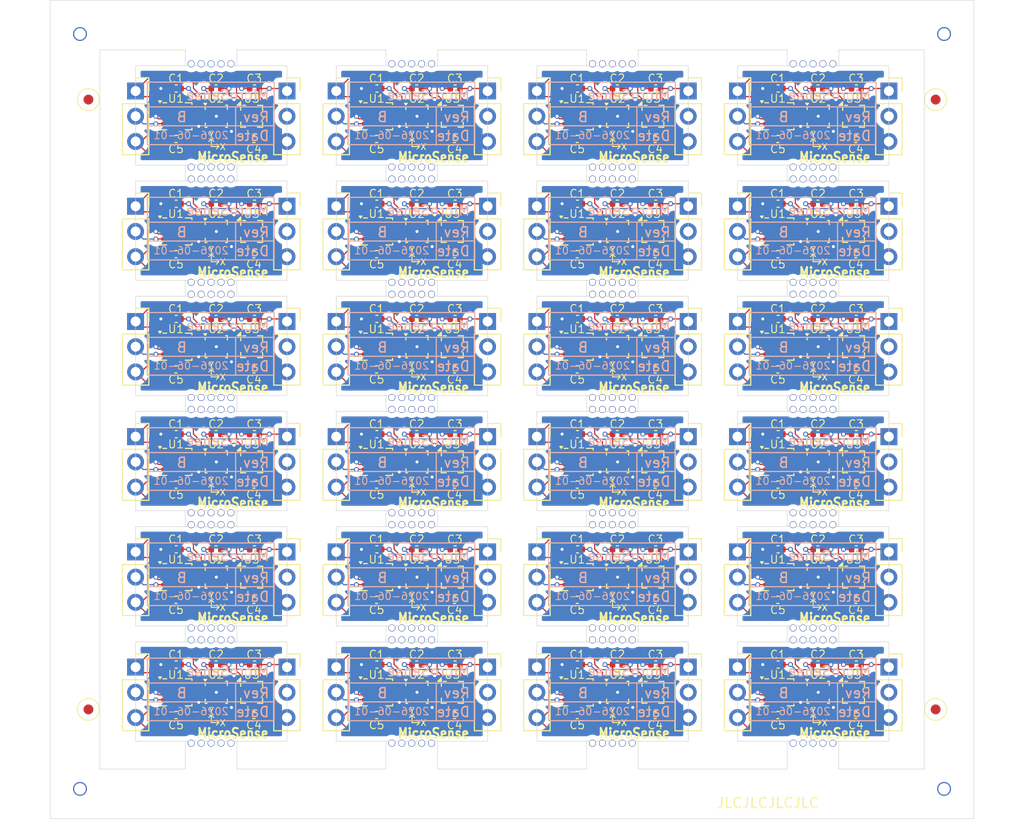
<source format=kicad_pcb>
(kicad_pcb (version 20240108) (generator "pcbnew") (generator_version "8.0")
  (title_block (title "MicroSense") (date "2024-04-06") (rev "B") (company "B. Redpath"))
  (layers (0 "F.Cu" signal) (31 "B.Cu" signal) (34 "B.Paste" user) (35 "F.Paste" user) (36 "B.SilkS" user "B.Silkscreen") (37 "F.SilkS" user "F.Silkscreen") (38 "B.Mask" user) (39 "F.Mask" user) (44 "Edge.Cuts" user))
  (net 0 "")
  (net 1 "+3V3")
  (net 2 "GND")
  (net 3 "/SCL")
  (net 4 "/SDA")
  (net 5 "/IMU_INT_1")
  (net 8 "Net-(U3-C1)")
  (footprint "" (layer "F.Cu") (at 126.4 96.6)
    (property "Reference" "")
    (property "Value" "")
  )
  (footprint "" (layer "F.Cu") (at 127.4 108.2)
    (property "Reference" "")
    (property "Value" "")
  )
  (footprint "" (layer "F.Cu") (at 145.6 121)
    (property "Reference" "")
    (property "Value" "")
  )
  (footprint "MountingHole:MountingHole_2.1mm" (layer "F.Cu") (at 103.2 73.4)
    (property "Reference" "REF**" (hide yes))
    (property "Value" "MountingHole_2.1mm" (hide yes))
  )
  (footprint "Capacitor_SMD:C_0402_1005Metric" (layer "F.Cu") (at 170.11 116.966)
    (property "Reference" "C4")
    (property "Value" "220n")
  )
  (footprint "MountingHole:MountingHole_2.1mm" (layer "F.Cu") (at 143.6 119.8)
    (property "Reference" "REF**" (hide yes))
    (property "Value" "MountingHole_2.1mm" (hide yes))
  )
  (footprint "" (layer "F.Cu") (at 107.2 119.8)
    (property "Reference" "")
    (property "Value" "")
  )
  (footprint "Capacitor_SMD:C_0402_1005Metric" (layer "F.Cu") (at 125.9 88.686)
    (property "Reference" "C2")
    (property "Value" "100n")
  )
  (footprint "Package_LGA:LGA-14_3x2.5mm_P0.5mm_LayoutBorder3x4y" (layer "F.Cu") (at 101.664 126.28)
    (property "Reference" "U1")
    (property "Value" "LSM6DSO32")
  )
  (footprint "" (layer "F.Cu") (at 164.8 119.8)
    (property "Reference" "")
    (property "Value" "")
  )
  (footprint "Package_LGA:ST_HLGA-10_2x2mm_P0.5mm_LayoutBorder3x2y" (layer "F.Cu") (at 166.328 126.28)
    (property "Reference" "U2")
    (property "Value" "LPS22HB")
  )
  (footprint "Package_LGA:ST_HLGA-10_2x2mm_P0.5mm_LayoutBorder3x2y" (layer "F.Cu") (at 146.128 91.48)
    (property "Reference" "U2")
    (property "Value" "LPS22HB")
  )
  (footprint "Capacitor_SMD:C_0402_1005Metric" (layer "F.Cu") (at 146.1 65.486)
    (property "Reference" "C2")
    (property "Value" "100n")
  )
  (footprint "MountingHole:MountingHole_2.1mm" (layer "F.Cu") (at 92 60)
    (property "Reference" "REF**" (hide yes))
    (property "Value" "MountingHole_2.1mm")
  )
  (footprint "Capacitor_SMD:C_0402_1005Metric" (layer "F.Cu") (at 129.71 93.766)
    (property "Reference" "C4")
    (property "Value" "220n")
  )
  (footprint "Capacitor_SMD:C_0402_1005Metric" (layer "F.Cu") (at 170.11 128.566)
    (property "Reference" "C4")
    (property "Value" "220n")
  )
  (footprint "Package_LGA:LGA-14_3x2.5mm_P0.5mm_LayoutBorder3x4y" (layer "F.Cu") (at 121.864 126.28)
    (property "Reference" "U1")
    (property "Value" "LSM6DSO32")
  )
  (footprint "Connector_PinSocket_2.54mm:PinSocket_1x03_P2.54mm_Vertical" (layer "F.Cu") (at 138 88.94)
    (property "Reference" "J1" (hide yes))
    (property "Value" "Callistated 1")
  )
  (footprint "Capacitor_SMD:C_0402_1005Metric" (layer "F.Cu") (at 101.664 82.166)
    (property "Reference" "C5")
    (property "Value" "10u")
  )
  (footprint "" (layer "F.Cu") (at 126.4 109.4)
    (property "Reference" "")
    (property "Value" "")
  )
  (footprint "Connector_PinSocket_2.54mm:PinSocket_1x03_P2.54mm_Vertical" (layer "F.Cu") (at 133.04 65.74)
    (property "Reference" "J2" (hide yes))
    (property "Value" "Callistated 2")
  )
  (footprint "Package_LGA:LGA-12_2x2mm_P0.5mm" (layer "F.Cu") (at 149.684 103.08)
    (property "Reference" "U3")
    (property "Value" "LIS2MDL")
  )
  (footprint "" (layer "F.Cu") (at 147.6 97.8)
    (property "Reference" "")
    (property "Value" "")
  )
  (footprint "Connector_PinSocket_2.54mm:PinSocket_1x03_P2.54mm_Vertical" (layer "F.Cu") (at 133.04 123.74)
    (property "Reference" "J2" (hide yes))
    (property "Value" "Callistated 2")
  )
  (footprint "Connector_PinSocket_2.54mm:PinSocket_1x03_P2.54mm_Vertical" (layer "F.Cu") (at 117.8 112.14)
    (property "Reference" "J1" (hide yes))
    (property "Value" "Callistated 1")
  )
  (footprint "Capacitor_SMD:C_0402_1005Metric" (layer "F.Cu") (at 142.092 77.086 180)
    (property "Reference" "C1")
    (property "Value" "100n")
  )
  (footprint "" (layer "F.Cu") (at 146.6 96.6)
    (property "Reference" "")
    (property "Value" "")
  )
  (footprint "" (layer "F.Cu") (at 147.6 96.6)
    (property "Reference" "")
    (property "Value" "")
  )
  (footprint "Package_LGA:LGA-14_3x2.5mm_P0.5mm_LayoutBorder3x4y" (layer "F.Cu") (at 121.864 68.28)
    (property "Reference" "U1")
    (property "Value" "LSM6DSO32")
  )
  (footprint "" (layer "F.Cu") (at 144.6 119.8)
    (property "Reference" "")
    (property "Value" "")
  )
  (footprint "" (layer "F.Cu") (at 166.8 131.4)
    (property "Reference" "")
    (property "Value" "")
  )
  (footprint "MountingHole:MountingHole_2.1mm" (layer "F.Cu") (at 92 136)
    (property "Reference" "REF**" (hide yes))
    (property "Value" "MountingHole_2.1mm")
  )
  (footprint "" (layer "F.Cu") (at 167.8 131.4)
    (property "Reference" "")
    (property "Value" "")
  )
  (footprint "Capacitor_SMD:C_0402_1005Metric" (layer "F.Cu") (at 149.91 93.766)
    (property "Reference" "C4")
    (property "Value" "220n")
  )
  (footprint "" (layer "F.Cu") (at 107.2 73.4)
    (property "Reference" "")
    (property "Value" "")
  )
  (footprint "" (layer "F.Cu") (at 166.8 85)
    (property "Reference" "")
    (property "Value" "")
  )
  (footprint "Capacitor_SMD:C_0402_1005Metric" (layer "F.Cu") (at 162.292 88.686 180)
    (property "Reference" "C1")
    (property "Value" "100n")
  )
  (footprint "MountingHole:MountingHole_2.1mm" (layer "F.Cu") (at 123.4 121)
    (property "Reference" "REF**" (hide yes))
    (property "Value" "MountingHole_2.1mm" (hide yes))
  )
  (footprint "Capacitor_SMD:C_0402_1005Metric" (layer "F.Cu") (at 101.664 116.966)
    (property "Reference" "C5")
    (property "Value" "10u")
  )
  (footprint "Connector_PinSocket_2.54mm:PinSocket_1x03_P2.54mm_Vertical" (layer "F.Cu") (at 112.84 77.34)
    (property "Reference" "J2" (hide yes))
    (property "Value" "Callistated 2")
  )
  (footprint "" (layer "F.Cu") (at 145.6 131.4)
    (property "Reference" "")
    (property "Value" "")
  )
  (footprint "Package_LGA:LGA-12_2x2mm_P0.5mm" (layer "F.Cu") (at 109.284 126.28)
    (property "Reference" "U3")
    (property "Value" "LIS2MDL")
  )
  (footprint "" (layer "F.Cu") (at 145.6 97.8)
    (property "Reference" "")
    (property "Value" "")
  )
  (footprint "Package_LGA:LGA-12_2x2mm_P0.5mm" (layer "F.Cu") (at 129.484 91.48)
    (property "Reference" "U3")
    (property "Value" "LIS2MDL")
  )
  (footprint "" (layer "F.Cu") (at 166.8 108.2)
    (property "Reference" "")
    (property "Value" "")
  )
  (footprint "" (layer "F.Cu") (at 145.6 73.4)
    (property "Reference" "")
    (property "Value" "")
  )
  (footprint "Connector_PinSocket_2.54mm:PinSocket_1x03_P2.54mm_Vertical" (layer "F.Cu") (at 117.8 77.34)
    (property "Reference" "J1" (hide yes))
    (property "Value" "Callistated 1")
  )
  (footprint "" (layer "F.Cu") (at 167.8 119.8)
    (property "Reference" "")
    (property "Value" "")
  )
  (footprint "Connector_PinSocket_2.54mm:PinSocket_1x03_P2.54mm_Vertical" (layer "F.Cu") (at 133.04 77.34)
    (property "Reference" "J2" (hide yes))
    (property "Value" "Callistated 2")
  )
  (footprint "Capacitor_SMD:C_0402_1005Metric" (layer "F.Cu") (at 129.71 116.966)
    (property "Reference" "C4")
    (property "Value" "220n")
  )
  (footprint "" (layer "F.Cu") (at 147.6 119.8)
    (property "Reference" "")
    (property "Value" "")
  )
  (footprint "Package_LGA:LGA-12_2x2mm_P0.5mm" (layer "F.Cu") (at 149.684 79.88)
    (property "Reference" "U3")
    (property "Value" "LIS2MDL")
  )
  (footprint "" (layer "F.Cu") (at 106.2 73.4)
    (property "Reference" "")
    (property "Value" "")
  )
  (footprint "" (layer "F.Cu") (at 125.4 85)
    (property "Reference" "")
    (property "Value" "")
  )
  (footprint "" (layer "F.Cu") (at 127.4 96.6)
    (property "Reference" "")
    (property "Value" "")
  )
  (footprint "Connector_PinSocket_2.54mm:PinSocket_1x03_P2.54mm_Vertical" (layer "F.Cu") (at 97.6 77.34)
    (property "Reference" "J1" (hide yes))
    (property "Value" "Callistated 1")
  )
  (footprint "" (layer "F.Cu") (at 144.6 63)
    (property "Reference" "")
    (property "Value" "")
  )
  (footprint "Connector_PinSocket_2.54mm:PinSocket_1x03_P2.54mm_Vertical" (layer "F.Cu") (at 173.44 123.74)
    (property "Reference" "J2" (hide yes))
    (property "Value" "Callistated 2")
  )
  (footprint "MountingHole:MountingHole_2.1mm" (layer "F.Cu") (at 163.8 121)
    (property "Reference" "REF**" (hide yes))
    (property "Value" "MountingHole_2.1mm" (hide yes))
  )
  (footprint "Connector_PinSocket_2.54mm:PinSocket_1x03_P2.54mm_Vertical" (layer "F.Cu") (at 133.04 88.94)
    (property "Reference" "J2" (hide yes))
    (property "Value" "Callistated 2")
  )
  (footprint "Capacitor_SMD:C_0402_1005Metric" (layer "F.Cu") (at 170.166 111.886 180)
    (property "Reference" "C3")
    (property "Value" "100n")
  )
  (footprint "" (layer "F.Cu") (at 105.2 86.2)
    (property "Reference" "")
    (property "Value" "")
  )
  (footprint "" (layer "F.Cu") (at 127.4 121)
    (property "Reference" "")
    (property "Value" "")
  )
  (footprint "Capacitor_SMD:C_0402_1005Metric" (layer "F.Cu") (at 101.664 70.566)
    (property "Reference" "C5")
    (property "Value" "10u")
  )
  (footprint "" (layer "F.Cu") (at 165.8 96.6)
    (property "Reference" "")
    (property "Value" "")
  )
  (footprint "" (layer "F.Cu") (at 124.4 86.2)
    (property "Reference" "")
    (property "Value" "")
  )
  (footprint "" (layer "F.Cu") (at 105.2 131.4)
    (property "Reference" "")
    (property "Value" "")
  )
  (footprint "Package_LGA:LGA-14_3x2.5mm_P0.5mm_LayoutBorder3x4y" (layer "F.Cu") (at 162.264 79.88)
    (property "Reference" "U1")
    (property "Value" "LSM6DSO32")
  )
  (footprint "" (layer "F.Cu") (at 105.2 119.8)
    (property "Reference" "")
    (property "Value" "")
  )
  (footprint "Connector_PinSocket_2.54mm:PinSocket_1x03_P2.54mm_Vertical" (layer "F.Cu") (at 117.8 65.74)
    (property "Reference" "J1" (hide yes))
    (property "Value" "Callistated 1")
  )
  (footprint "" (layer "F.Cu") (at 124.4 119.8)
    (property "Reference" "")
    (property "Value" "")
  )
  (footprint "Capacitor_SMD:C_0402_1005Metric" (layer "F.Cu") (at 125.9 65.486)
    (property "Reference" "C2")
    (property "Value" "100n")
  )
  (footprint "Package_LGA:LGA-12_2x2mm_P0.5mm" (layer "F.Cu") (at 169.884 68.28)
    (property "Reference" "U3")
    (property "Value" "LIS2MDL")
  )
  (footprint "Capacitor_SMD:C_0402_1005Metric" (layer "F.Cu") (at 170.166 100.286 180)
    (property "Reference" "C3")
    (property "Value" "100n")
  )
  (footprint "Package_LGA:LGA-12_2x2mm_P0.5mm" (layer "F.Cu") (at 169.884 114.68)
    (property "Reference" "U3")
    (property "Value" "LIS2MDL")
  )
  (footprint "Connector_PinSocket_2.54mm:PinSocket_1x03_P2.54mm_Vertical" (layer "F.Cu") (at 158.2 123.74)
    (property "Reference" "J1" (hide yes))
    (property "Value" "Callistated 1")
  )
  (footprint "Capacitor_SMD:C_0402_1005Metric" (layer "F.Cu") (at 109.51 116.966)
    (property "Reference" "C4")
    (property "Value" "220n")
  )
  (footprint "" (layer "F.Cu") (at 165.8 85)
    (property "Reference" "")
    (property "Value" "")
  )
  (footprint "" (layer "F.Cu") (at 104.2 119.8)
    (property "Reference" "")
    (property "Value" "")
  )
  (footprint "" (layer "F.Cu") (at 104.2 108.2)
    (property "Reference" "")
    (property "Value" "")
  )
  (footprint "Package_LGA:LGA-12_2x2mm_P0.5mm" (layer "F.Cu") (at 149.684 91.48)
    (property "Reference" "U3")
    (property "Value" "LIS2MDL")
  )
  (footprint "MountingHole:MountingHole_2.1mm" (layer "F.Cu") (at 143.6 96.6)
    (property "Reference" "REF**" (hide yes))
    (property "Value" "MountingHole_2.1mm" (hide yes))
  )
  (footprint "" (layer "F.Cu") (at 167.8 85)
    (property "Reference" "")
    (property "Value" "")
  )
  (footprint "Capacitor_SMD:C_0402_1005Metric" (layer "F.Cu") (at 121.864 93.766)
    (property "Reference" "C5")
    (property "Value" "10u")
  )
  (footprint "Package_LGA:LGA-12_2x2mm_P0.5mm" (layer "F.Cu") (at 109.284 103.08)
    (property "Reference" "U3")
    (property "Value" "LIS2MDL")
  )
  (footprint "MountingHole:MountingHole_2.1mm" (layer "F.Cu") (at 163.8 63)
    (property "Reference" "REF**" (hide yes))
    (property "Value" "MountingHole_2.1mm" (hide yes))
  )
  (footprint "Capacitor_SMD:C_0402_1005Metric" (layer "F.Cu") (at 125.9 123.486)
    (property "Reference" "C2")
    (property "Value" "100n")
  )
  (footprint "MountingHole:MountingHole_2.1mm" (layer "F.Cu") (at 123.4 109.4)
    (property "Reference" "REF**" (hide yes))
    (property "Value" "MountingHole_2.1mm" (hide yes))
  )
  (footprint "" (layer "F.Cu") (at 106.2 63)
    (property "Reference" "")
    (property "Value" "")
  )
  (footprint "" (layer "F.Cu") (at 165.8 131.4)
    (property "Reference" "")
    (property "Value" "")
  )
  (footprint "Capacitor_SMD:C_0402_1005Metric" (layer "F.Cu") (at 166.3 88.686)
    (property "Reference" "C2")
    (property "Value" "100n")
  )
  (footprint "" (layer "F.Cu") (at 164.8 74.6)
    (property "Reference" "")
    (property "Value" "")
  )
  (footprint "Capacitor_SMD:C_0402_1005Metric" (layer "F.Cu") (at 166.3 123.486)
    (property "Reference" "C2")
    (property "Value" "100n")
  )
  (footprint "Package_LGA:ST_HLGA-10_2x2mm_P0.5mm_LayoutBorder3x2y" (layer "F.Cu") (at 105.728 91.48)
    (property "Reference" "U2")
    (property "Value" "LPS22HB")
  )
  (footprint "" (layer "F.Cu") (at 164.8 131.4)
    (property "Reference" "")
    (property "Value" "")
  )
  (footprint "Package_LGA:ST_HLGA-10_2x2mm_P0.5mm_LayoutBorder3x2y" (layer "F.Cu") (at 166.328 114.68)
    (property "Reference" "U2")
    (property "Value" "LPS22HB")
  )
  (footprint "Capacitor_SMD:C_0402_1005Metric" (layer "F.Cu") (at 109.51 93.766)
    (property "Reference" "C4")
    (property "Value" "220n")
  )
  (footprint "" (layer "F.Cu") (at 104.2 63)
    (property "Reference" "")
    (property "Value" "")
  )
  (footprint "Capacitor_SMD:C_0402_1005Metric" (layer "F.Cu") (at 101.692 65.486 180)
    (property "Reference" "C1")
    (property "Value" "100n")
  )
  (footprint "Capacitor_SMD:C_0402_1005Metric" (layer "F.Cu") (at 149.91 70.566)
    (property "Reference" "C4")
    (property "Value" "220n")
  )
  (footprint "" (layer "F.Cu") (at 166.8 96.6)
    (property "Reference" "")
    (property "Value" "")
  )
  (footprint "Capacitor_SMD:C_0402_1005Metric" (layer "F.Cu") (at 142.092 65.486 180)
    (property "Reference" "C1")
    (property "Value" "100n")
  )
  (footprint "Capacitor_SMD:C_0402_1005Metric" (layer "F.Cu") (at 170.11 70.566)
    (property "Reference" "C4")
    (property "Value" "220n")
  )
  (footprint "Package_LGA:ST_HLGA-10_2x2mm_P0.5mm_LayoutBorder3x2y" (layer "F.Cu") (at 105.728 103.08)
    (property "Reference" "U2")
    (property "Value" "LPS22HB")
  )
  (footprint "Connector_PinSocket_2.54mm:PinSocket_1x03_P2.54mm_Vertical" (layer "F.Cu") (at 97.6 100.54)
    (property "Reference" "J1" (hide yes))
    (property "Value" "Callistated 1")
  )
  (footprint "" (layer "F.Cu") (at 126.4 63)
    (property "Reference" "")
    (property "Value" "")
  )
  (footprint "MountingHole:MountingHole_2.1mm" (layer "F.Cu") (at 103.2 109.4)
    (property "Reference" "REF**" (hide yes))
    (property "Value" "MountingHole_2.1mm" (hide yes))
  )
  (footprint "Package_LGA:LGA-14_3x2.5mm_P0.5mm_LayoutBorder3x4y" (layer "F.Cu") (at 142.064 103.08)
    (property "Reference" "U1")
    (property "Value" "LSM6DSO32")
  )
  (footprint "Package_LGA:LGA-12_2x2mm_P0.5mm" (layer "F.Cu") (at 129.484 103.08)
    (property "Reference" "U3")
    (property "Value" "LIS2MDL")
  )
  (footprint "MountingHole:MountingHole_2.1mm" (layer "F.Cu") (at 143.6 63)
    (property "Reference" "REF**" (hide yes))
    (property "Value" "MountingHole_2.1mm" (hide yes))
  )
  (footprint "" (layer "F.Cu") (at 105.2 63)
    (property "Reference" "")
    (property "Value" "")
  )
  (footprint "Capacitor_SMD:C_0402_1005Metric" (layer "F.Cu") (at 129.766 65.486 180)
    (property "Reference" "C3")
    (property "Value" "100n")
  )
  (footprint "Capacitor_SMD:C_0402_1005Metric" (layer "F.Cu") (at 149.966 100.286 180)
    (property "Reference" "C3")
    (property "Value" "100n")
  )
  (footprint "MountingHole:MountingHole_2.1mm" (layer "F.Cu") (at 123.4 73.4)
    (property "Reference" "REF**" (hide yes))
    (property "Value" "MountingHole_2.1mm" (hide yes))
  )
  (footprint "Connector_PinSocket_2.54mm:PinSocket_1x03_P2.54mm_Vertical" (layer "F.Cu") (at 153.24 65.74)
    (property "Reference" "J2" (hide yes))
    (property "Value" "Callistated 2")
  )
  (footprint "" (layer "F.Cu") (at 146.6 108.2)
    (property "Reference" "")
    (property "Value" "")
  )
  (footprint "" (layer "F.Cu") (at 144.6 74.6)
    (property "Reference" "")
    (property "Value" "")
  )
  (footprint "MountingHole:MountingHole_2.1mm" (layer "F.Cu") (at 143.6 121)
    (property "Reference" "REF**" (hide yes))
    (property "Value" "MountingHole_2.1mm" (hide yes))
  )
  (footprint "MountingHole:MountingHole_2.1mm" (layer "F.Cu") (at 103.2 63)
    (property "Reference" "REF**" (hide yes))
    (property "Value" "MountingHole_2.1mm" (hide yes))
  )
  (footprint "MountingHole:MountingHole_2.1mm" (layer "F.Cu") (at 163.8 108.2)
    (property "Reference" "REF**" (hide yes))
    (property "Value" "MountingHole_2.1mm" (hide yes))
  )
  (footprint "Capacitor_SMD:C_0402_1005Metric" (layer "F.Cu") (at 109.566 123.486 180)
    (property "Reference" "C3")
    (property "Value" "100n")
  )
  (footprint "" (layer "F.Cu") (at 125.4 108.2)
    (property "Reference" "")
    (property "Value" "")
  )
  (footprint "MountingHole:MountingHole_2.1mm" (layer "F.Cu") (at 92.85 128)
    (property "Reference" "REF**" (hide yes))
    (property "Value" "MountingHole_2.1mm")
  )
  (footprint "Capacitor_SMD:C_0402_1005Metric" (layer "F.Cu") (at 142.092 100.286 180)
    (property "Reference" "C1")
    (property "Value" "100n")
  )
  (footprint "" (layer "F.Cu") (at 166.8 73.4)
    (property "Reference" "")
    (property "Value" "")
  )
  (footprint "Capacitor_SMD:C_0402_1005Metric" (layer "F.Cu") (at 109.51 105.366)
    (property "Reference" "C4")
    (property "Value" "220n")
  )
  (footprint "" (layer "F.Cu") (at 107.2 97.8)
    (property "Reference" "")
    (property "Value" "")
  )
  (footprint "Capacitor_SMD:C_0402_1005Metric" (layer "F.Cu") (at 105.7 111.886)
    (property "Reference" "C2")
    (property "Value" "100n")
  )
  (footprint "MountingHole:MountingHole_2.1mm" (layer "F.Cu") (at 103.2 96.6)
    (property "Reference" "REF**" (hide yes))
    (property "Value" "MountingHole_2.1mm" (hide yes))
  )
  (footprint "Connector_PinSocket_2.54mm:PinSocket_1x03_P2.54mm_Vertical" (layer "F.Cu") (at 138 77.34)
    (property "Reference" "J1" (hide yes))
    (property "Value" "Callistated 1")
  )
  (footprint "MountingHole:MountingHole_2.1mm" (layer "F.Cu") (at 103.2 108.2)
    (property "Reference" "REF**" (hide yes))
    (property "Value" "MountingHole_2.1mm" (hide yes))
  )
  (footprint "MountingHole:MountingHole_2.1mm" (layer "F.Cu") (at 103.2 86.2)
    (property "Reference" "REF**" (hide yes))
    (property "Value" "MountingHole_2.1mm" (hide yes))
  )
  (footprint "" (layer "F.Cu") (at 124.4 109.4)
    (property "Reference" "")
    (property "Value" "")
  )
  (footprint "" (layer "F.Cu") (at 167.8 108.2)
    (property "Reference" "")
    (property "Value" "")
  )
  (footprint "" (layer "F.Cu") (at 144.6 97.8)
    (property "Reference" "")
    (property "Value" "")
  )
  (footprint "Capacitor_SMD:C_0402_1005Metric" (layer "F.Cu") (at 101.692 77.086 180)
    (property "Reference" "C1")
    (property "Value" "100n")
  )
  (footprint "" (layer "F.Cu") (at 166.8 109.4)
    (property "Reference" "")
    (property "Value" "")
  )
  (footprint "Package_LGA:LGA-14_3x2.5mm_P0.5mm_LayoutBorder3x4y" (layer "F.Cu") (at 142.064 114.68)
    (property "Reference" "U1")
    (property "Value" "LSM6DSO32")
  )
  (footprint "Connector_PinSocket_2.54mm:PinSocket_1x03_P2.54mm_Vertical" (layer "F.Cu") (at 97.6 88.94)
    (property "Reference" "J1" (hide yes))
    (property "Value" "Callistated 1")
  )
  (footprint "Capacitor_SMD:C_0402_1005Metric" (layer "F.Cu") (at 121.864 70.566)
    (property "Reference" "C5")
    (property "Value" "10u")
  )
  (footprint "MountingHole:MountingHole_2.1mm" (layer "F.Cu") (at 143.6 108.2)
    (property "Reference" "REF**" (hide yes))
    (property "Value" "MountingHole_2.1mm" (hide yes))
  )
  (footprint "Capacitor_SMD:C_0402_1005Metric" (layer "F.Cu") (at 149.966 123.486 180)
    (property "Reference" "C3")
    (property "Value" "100n")
  )
  (footprint "" (layer "F.Cu") (at 146.6 121)
    (property "Reference" "")
    (property "Value" "")
  )
  (footprint "" (layer "F.Cu") (at 166.8 63)
    (property "Reference" "")
    (property "Value" "")
  )
  (footprint "MountingHole:MountingHole_2.1mm" (layer "F.Cu") (at 103.2 74.6)
    (property "Reference" "REF**" (hide yes))
    (property "Value" "MountingHole_2.1mm" (hide yes))
  )
  (footprint "Capacitor_SMD:C_0402_1005Metric" (layer "F.Cu") (at 142.064 116.966)
    (property "Reference" "C5")
    (property "Value" "10u")
  )
  (footprint "" (layer "F.Cu") (at 125.4 74.6)
    (property "Reference" "")
    (property "Value" "")
  )
  (footprint "MountingHole:MountingHole_2.1mm" (layer "F.Cu") (at 123.4 86.2)
    (property "Reference" "REF**" (hide yes))
    (property "Value" "MountingHole_2.1mm" (hide yes))
  )
  (footprint "Package_LGA:LGA-14_3x2.5mm_P0.5mm_LayoutBorder3x4y" (layer "F.Cu") (at 142.064 126.28)
    (property "Reference" "U1")
    (property "Value" "LSM6DSO32")
  )
  (footprint "" (layer "F.Cu") (at 106.2 97.8)
    (property "Reference" "")
    (property "Value" "")
  )
  (footprint "MountingHole:MountingHole_2.1mm" (layer "F.Cu") (at 143.6 109.4)
    (property "Reference" "REF**" (hide yes))
    (property "Value" "MountingHole_2.1mm" (hide yes))
  )
  (footprint "Capacitor_SMD:C_0402_1005Metric" (layer "F.Cu") (at 166.3 77.086)
    (property "Reference" "C2")
    (property "Value" "100n")
  )
  (footprint "" (layer "F.Cu") (at 105.2 85)
    (property "Reference" "")
    (property "Value" "")
  )
  (footprint "Capacitor_SMD:C_0402_1005Metric" (layer "F.Cu") (at 121.892 111.886 180)
    (property "Reference" "C1")
    (property "Value" "100n")
  )
  (footprint "" (layer "F.Cu") (at 106.2 109.4)
    (property "Reference" "")
    (property "Value" "")
  )
  (footprint "MountingHole:MountingHole_2.1mm" (layer "F.Cu") (at 143.6 74.6)
    (property "Reference" "REF**" (hide yes))
    (property "Value" "MountingHole_2.1mm" (hide yes))
  )
  (footprint "Package_LGA:ST_HLGA-10_2x2mm_P0.5mm_LayoutBorder3x2y" (layer "F.Cu") (at 105.728 79.88)
    (property "Reference" "U2")
    (property "Value" "LPS22HB")
  )
  (footprint "" (layer "F.Cu") (at 166.8 97.8)
    (property "Reference" "")
    (property "Value" "")
  )
  (footprint "Package_LGA:LGA-14_3x2.5mm_P0.5mm_LayoutBorder3x4y" (layer "F.Cu") (at 142.064 79.88)
    (property "Reference" "U1")
    (property "Value" "LSM6DSO32")
  )
  (footprint "Capacitor_SMD:C_0402_1005Metric" (layer "F.Cu") (at 121.892 65.486 180)
    (property "Reference" "C1")
    (property "Value" "100n")
  )
  (footprint "" (layer "F.Cu") (at 165.8 86.2)
    (property "Reference" "")
    (property "Value" "")
  )
  (footprint "Package_LGA:LGA-12_2x2mm_P0.5mm" (layer "F.Cu") (at 109.284 114.68)
    (property "Reference" "U3")
    (property "Value" "LIS2MDL")
  )
  (footprint "Package_LGA:ST_HLGA-10_2x2mm_P0.5mm_LayoutBorder3x2y" (layer "F.Cu") (at 125.928 91.48)
    (property "Reference" "U2")
    (property "Value" "LPS22HB")
  )
  (footprint "" (layer "F.Cu") (at 107.2 108.2)
    (property "Reference" "")
    (property "Value" "")
  )
  (footprint "Capacitor_SMD:C_0402_1005Metric" (layer "F.Cu") (at 170.166 77.086 180)
    (property "Reference" "C3")
    (property "Value" "100n")
  )
  (footprint "MountingHole:MountingHole_2.1mm" (layer "F.Cu") (at 123.4 96.6)
    (property "Reference" "REF**" (hide yes))
    (property "Value" "MountingHole_2.1mm" (hide yes))
  )
  (footprint "Capacitor_SMD:C_0402_1005Metric" (layer "F.Cu") (at 162.264 93.766)
    (property "Reference" "C5")
    (property "Value" "10u")
  )
  (footprint "" (layer "F.Cu") (at 107.2 96.6)
    (property "Reference" "")
    (property "Value" "")
  )
  (footprint "Connector_PinSocket_2.54mm:PinSocket_1x03_P2.54mm_Vertical" (layer "F.Cu") (at 158.2 65.74)
    (property "Reference" "J1" (hide yes))
    (property "Value" "Callistated 1")
  )
  (footprint "Capacitor_SMD:C_0402_1005Metric" (layer "F.Cu") (at 109.566 77.086 180)
    (property "Reference" "C3")
    (property "Value" "100n")
  )
  (footprint "" (layer "F.Cu") (at 146.6 119.8)
    (property "Reference" "")
    (property "Value" "")
  )
  (footprint "Capacitor_SMD:C_0402_1005Metric" (layer "F.Cu") (at 170.166 123.486 180)
    (property "Reference" "C3")
    (property "Value" "100n")
  )
  (footprint "" (layer "F.Cu") (at 145.6 108.2)
    (property "Reference" "")
    (property "Value" "")
  )
  (footprint "" (layer "F.Cu") (at 144.6 109.4)
    (property "Reference" "")
    (property "Value" "")
  )
  (footprint "Package_LGA:LGA-12_2x2mm_P0.5mm" (layer "F.Cu") (at 109.284 68.28)
    (property "Reference" "U3")
    (property "Value" "LIS2MDL")
  )
  (footprint "" (layer "F.Cu") (at 124.4 85)
    (property "Reference" "")
    (property "Value" "")
  )
  (footprint "" (layer "F.Cu") (at 124.4 131.4)
    (property "Reference" "")
    (property "Value" "")
  )
  (footprint "Connector_PinSocket_2.54mm:PinSocket_1x03_P2.54mm_Vertical" (layer "F.Cu") (at 138 65.74)
    (property "Reference" "J1" (hide yes))
    (property "Value" "Callistated 1")
  )
  (footprint "" (layer "F.Cu") (at 164.8 108.2)
    (property "Reference" "")
    (property "Value" "")
  )
  (footprint "Capacitor_SMD:C_0402_1005Metric" (layer "F.Cu") (at 101.664 93.766)
    (property "Reference" "C5")
    (property "Value" "10u")
  )
  (footprint "Capacitor_SMD:C_0402_1005Metric" (layer "F.Cu") (at 129.766 111.886 180)
    (property "Reference" "C3")
    (property "Value" "100n")
  )
  (footprint "Capacitor_SMD:C_0402_1005Metric" (layer "F.Cu") (at 105.7 100.286)
    (property "Reference" "C2")
    (property "Value" "100n")
  )
  (footprint "MountingHole:MountingHole_2.1mm" (layer "F.Cu") (at 179 136)
    (property "Reference" "REF**" (hide yes))
    (property "Value" "MountingHole_2.1mm")
  )
  (footprint "Package_LGA:ST_HLGA-10_2x2mm_P0.5mm_LayoutBorder3x2y" (layer "F.Cu") (at 146.128 79.88)
    (property "Reference" "U2")
    (property "Value" "LPS22HB")
  )
  (footprint "" (layer "F.Cu") (at 104.2 86.2)
    (property "Reference" "")
    (property "Value" "")
  )
  (footprint "" (layer "F.Cu") (at 146.6 73.4)
    (property "Reference" "")
    (property "Value" "")
  )
  (footprint "Capacitor_SMD:C_0402_1005Metric" (layer "F.Cu") (at 121.892 77.086 180)
    (property "Reference" "C1")
    (property "Value" "100n")
  )
  (footprint "" (layer "F.Cu") (at 124.4 63)
    (property "Reference" "")
    (property "Value" "")
  )
  (footprint "Package_LGA:LGA-12_2x2mm_P0.5mm" (layer "F.Cu") (at 149.684 126.28)
    (property "Reference" "U3")
    (property "Value" "LIS2MDL")
  )
  (footprint "Capacitor_SMD:C_0402_1005Metric" (layer "F.Cu") (at 162.264 82.166)
    (property "Reference" "C5")
    (property "Value" "10u")
  )
  (footprint "MountingHole:MountingHole_2.1mm" (layer "F.Cu") (at 123.4 108.2)
    (property "Reference" "REF**" (hide yes))
    (property "Value" "MountingHole_2.1mm" (hide yes))
  )
  (footprint "" (layer "F.Cu") (at 126.4 108.2)
    (property "Reference" "")
    (property "Value" "")
  )
  (footprint "Capacitor_SMD:C_0402_1005Metric" (layer "F.Cu") (at 142.064 70.566)
    (property "Reference" "C5")
    (property "Value" "10u")
  )
  (footprint "Capacitor_SMD:C_0402_1005Metric" (layer "F.Cu") (at 162.264 128.566)
    (property "Reference" "C5")
    (property "Value" "10u")
  )
  (footprint "" (layer "F.Cu") (at 165.8 63)
    (property "Reference" "")
    (property "Value" "")
  )
  (footprint "Capacitor_SMD:C_0402_1005Metric" (layer "F.Cu") (at 149.966 111.886 180)
    (property "Reference" "C3")
    (property "Value" "100n")
  )
  (footprint "Package_LGA:ST_HLGA-10_2x2mm_P0.5mm_LayoutBorder3x2y" (layer "F.Cu") (at 125.928 126.28)
    (property "Reference" "U2")
    (property "Value" "LPS22HB")
  )
  (footprint "" (layer "F.Cu") (at 145.6 63)
    (property "Reference" "")
    (property "Value" "")
  )
  (footprint "Package_LGA:LGA-12_2x2mm_P0.5mm" (layer "F.Cu") (at 129.484 126.28)
    (property "Reference" "U3")
    (property "Value" "LIS2MDL")
  )
  (footprint "" (layer "F.Cu") (at 164.8 96.6)
    (property "Reference" "")
    (property "Value" "")
  )
  (footprint "Package_LGA:LGA-14_3x2.5mm_P0.5mm_LayoutBorder3x4y" (layer "F.Cu") (at 121.864 114.68)
    (property "Reference" "U1")
    (property "Value" "LSM6DSO32")
  )
  (footprint "" (layer "F.Cu") (at 126.4 86.2)
    (property "Reference" "")
    (property "Value" "")
  )
  (footprint "" (layer "F.Cu") (at 147.6 109.4)
    (property "Reference" "")
    (property "Value" "")
  )
  (footprint "MountingHole:MountingHole_2.1mm" (layer "F.Cu") (at 143.6 131.4)
    (property "Reference" "REF**" (hide yes))
    (property "Value" "MountingHole_2.1mm" (hide yes))
  )
  (footprint "Package_LGA:ST_HLGA-10_2x2mm_P0.5mm_LayoutBorder3x2y" (layer "F.Cu") (at 125.928 103.08)
    (property "Reference" "U2")
    (property "Value" "LPS22HB")
  )
  (footprint "" (layer "F.Cu") (at 104.2 96.6)
    (property "Reference" "")
    (property "Value" "")
  )
  (footprint "Capacitor_SMD:C_0402_1005Metric" (layer "F.Cu") (at 121.892 123.486 180)
    (property "Reference" "C1")
    (property "Value" "100n")
  )
  (footprint "Capacitor_SMD:C_0402_1005Metric" (layer "F.Cu") (at 170.166 65.486 180)
    (property "Reference" "C3")
    (property "Value" "100n")
  )
  (footprint "Connector_PinSocket_2.54mm:PinSocket_1x03_P2.54mm_Vertical" (layer "F.Cu") (at 173.44 65.74)
    (property "Reference" "J2" (hide yes))
    (property "Value" "Callistated 2")
  )
  (footprint "" (layer "F.Cu") (at 125.4 131.4)
    (property "Reference" "")
    (property "Value" "")
  )
  (footprint "MountingHole:MountingHole_2.1mm" (layer "F.Cu") (at 123.4 119.8)
    (property "Reference" "REF**" (hide yes))
    (property "Value" "MountingHole_2.1mm" (hide yes))
  )
  (footprint "Package_LGA:ST_HLGA-10_2x2mm_P0.5mm_LayoutBorder3x2y" (layer "F.Cu") (at 105.728 126.28)
    (property "Reference" "U2")
    (property "Value" "LPS22HB")
  )
  (footprint "Capacitor_SMD:C_0402_1005Metric" (layer "F.Cu") (at 149.91 116.966)
    (property "Reference" "C4")
    (property "Value" "220n")
  )
  (footprint "Capacitor_SMD:C_0402_1005Metric" (layer "F.Cu") (at 109.51 128.566)
    (property "Reference" "C4")
    (property "Value" "220n")
  )
  (footprint "Capacitor_SMD:C_0402_1005Metric" (layer "F.Cu") (at 129.766 100.286 180)
    (property "Reference" "C3")
    (property "Value" "100n")
  )
  (footprint "MountingHole:MountingHole_2.1mm" (layer "F.Cu") (at 92.85 66.6)
    (property "Reference" "REF**" (hide yes))
    (property "Value" "MountingHole_2.1mm")
  )
  (footprint "" (layer "F.Cu") (at 125.4 96.6)
    (property "Reference" "")
    (property "Value" "")
  )
  (footprint "Connector_PinSocket_2.54mm:PinSocket_1x03_P2.54mm_Vertical" (layer "F.Cu") (at 117.8 123.74)
    (property "Reference" "J1" (hide yes))
    (property "Value" "Callistated 1")
  )
  (footprint "Capacitor_SMD:C_0402_1005Metric" (layer "F.Cu") (at 105.7 88.686)
    (property "Reference" "C2")
    (property "Value" "100n")
  )
  (footprint "" (layer "F.Cu") (at 145.6 119.8)
    (property "Reference" "")
    (property "Value" "")
  )
  (footprint "MountingHole:MountingHole_2.1mm" (layer "F.Cu") (at 163.8 119.8)
    (property "Reference" "REF**" (hide yes))
    (property "Value" "MountingHole_2.1mm" (hide yes))
  )
  (footprint "" (layer "F.Cu") (at 107.2 109.4)
    (property "Reference" "")
    (property "Value" "")
  )
  (footprint "MountingHole:MountingHole_2.1mm" (layer "F.Cu") (at 103.2 131.4)
    (property "Reference" "REF**" (hide yes))
    (property "Value" "MountingHole_2.1mm" (hide yes))
  )
  (footprint "MountingHole:MountingHole_2.1mm" (layer "F.Cu") (at 123.4 74.6)
    (property "Reference" "REF**" (hide yes))
    (property "Value" "MountingHole_2.1mm" (hide yes))
  )
  (footprint "Package_LGA:ST_HLGA-10_2x2mm_P0.5mm_LayoutBorder3x2y" (layer "F.Cu") (at 146.128 114.68)
    (property "Reference" "U2")
    (property "Value" "LPS22HB")
  )
  (footprint "Connector_PinSocket_2.54mm:PinSocket_1x03_P2.54mm_Vertical" (layer "F.Cu") (at 97.6 112.14)
    (property "Reference" "J1" (hide yes))
    (property "Value" "Callistated 1")
  )
  (footprint "" (layer "F.Cu") (at 107.2 121)
    (property "Reference" "")
    (property "Value" "")
  )
  (footprint "Capacitor_SMD:C_0402_1005Metric" (layer "F.Cu") (at 121.864 116.966)
    (property "Reference" "C5")
    (property "Value" "10u")
  )
  (footprint "" (layer "F.Cu") (at 167.8 121)
    (property "Reference" "")
    (property "Value" "")
  )
  (footprint "Package_LGA:LGA-12_2x2mm_P0.5mm" (layer "F.Cu") (at 169.884 79.88)
    (property "Reference" "U3")
    (property "Value" "LIS2MDL")
  )
  (footprint "Package_LGA:LGA-14_3x2.5mm_P0.5mm_LayoutBorder3x4y" (layer "F.Cu") (at 162.264 68.28)
    (property "Reference" "U1")
    (property "Value" "LSM6DSO32")
  )
  (footprint "Capacitor_SMD:C_0402_1005Metric" (layer "F.Cu") (at 142.064 93.766)
    (property "Reference" "C5")
    (property "Value" "10u")
  )
  (footprint "Capacitor_SMD:C_0402_1005Metric" (layer "F.Cu") (at 170.166 88.686 180)
    (property "Reference" "C3")
    (property "Value" "100n")
  )
  (footprint "" (layer "F.Cu") (at 125.4 73.4)
    (property "Reference" "")
    (property "Value" "")
  )
  (footprint "" (layer "F.Cu") (at 125.4 121)
    (property "Reference" "")
    (property "Value" "")
  )
  (footprint "" (layer "F.Cu") (at 146.6 131.4)
    (property "Reference" "")
    (property "Value" "")
  )
  (footprint "Capacitor_SMD:C_0402_1005Metric" (layer "F.Cu") (at 101.692 111.886 180)
    (property "Reference" "C1")
    (property "Value" "100n")
  )
  (footprint "" (layer "F.Cu") (at 105.2 97.8)
    (property "Reference" "")
    (property "Value" "")
  )
  (footprint "Capacitor_SMD:C_0402_1005Metric" (layer "F.Cu") (at 129.766 88.686 180)
    (property "Reference" "C3")
    (property "Value" "100n")
  )
  (footprint "Capacitor_SMD:C_0402_1005Metric" (layer "F.Cu") (at 121.864 128.566)
    (property "Reference" "C5")
    (property "Value" "10u")
  )
  (footprint "Connector_PinSocket_2.54mm:PinSocket_1x03_P2.54mm_Vertical" (layer "F.Cu") (at 153.24 100.54)
    (property "Reference" "J2" (hide yes))
    (property "Value" "Callistated 2")
  )
  (footprint "Capacitor_SMD:C_0402_1005Metric" (layer "F.Cu") (at 109.566 100.286 180)
    (property "Reference" "C3")
    (property "Value" "100n")
  )
  (footprint "" (layer "F.Cu") (at 146.6 86.2)
    (property "Reference" "")
    (property "Value" "")
  )
  (footprint "Capacitor_SMD:C_0402_1005Metric" (layer "F.Cu") (at 129.766 123.486 180)
    (property "Reference" "C3")
    (property "Value" "100n")
  )
  (footprint "" (layer "F.Cu") (at 164.8 85)
    (property "Reference" "")
    (property "Value" "")
  )
  (footprint "Package_LGA:LGA-12_2x2mm_P0.5mm" (layer "F.Cu") (at 129.484 68.28)
    (property "Reference" "U3")
    (property "Value" "LIS2MDL")
  )
  (footprint "Connector_PinSocket_2.54mm:PinSocket_1x03_P2.54mm_Vertical" (layer "F.Cu") (at 173.44 100.54)
    (property "Reference" "J2" (hide yes))
    (property "Value" "Callistated 2")
  )
  (footprint "Package_LGA:LGA-14_3x2.5mm_P0.5mm_LayoutBorder3x4y" (layer "F.Cu") (at 101.664 103.08)
    (property "Reference" "U1")
    (property "Value" "LSM6DSO32")
  )
  (footprint "" (layer "F.Cu") (at 166.8 119.8)
    (property "Reference" "")
    (property "Value" "")
  )
  (footprint "Capacitor_SMD:C_0402_1005Metric" (layer "F.Cu") (at 149.91 128.566)
    (property "Reference" "C4")
    (property "Value" "220n")
  )
  (footprint "" (layer "F.Cu") (at 104.2 74.6)
    (property "Reference" "")
    (property "Value" "")
  )
  (footprint "Package_LGA:ST_HLGA-10_2x2mm_P0.5mm_LayoutBorder3x2y" (layer "F.Cu") (at 105.728 114.68)
    (property "Reference" "U2")
    (property "Value" "LPS22HB")
  )
  (footprint "Package_LGA:LGA-14_3x2.5mm_P0.5mm_LayoutBorder3x4y" (layer "F.Cu") (at 121.864 103.08)
    (property "Reference" "U1")
    (property "Value" "LSM6DSO32")
  )
  (footprint "" (layer "F.Cu") (at 166.8 121)
    (property "Reference" "")
    (property "Value" "")
  )
  (footprint "Capacitor_SMD:C_0402_1005Metric" (layer "F.Cu") (at 142.092 111.886 180)
    (property "Reference" "C1")
    (property "Value" "100n")
  )
  (footprint "Package_LGA:ST_HLGA-10_2x2mm_P0.5mm_LayoutBorder3x2y" (layer "F.Cu") (at 146.128 103.08)
    (property "Reference" "U2")
    (property "Value" "LPS22HB")
  )
  (footprint "Connector_PinSocket_2.54mm:PinSocket_1x03_P2.54mm_Vertical" (layer "F.Cu") (at 117.8 100.54)
    (property "Reference" "J1" (hide yes))
    (property "Value" "Callistated 1")
  )
  (footprint "" (layer "F.Cu") (at 165.8 73.4)
    (property "Reference" "")
    (property "Value" "")
  )
  (footprint "Package_LGA:LGA-14_3x2.5mm_P0.5mm_LayoutBorder3x4y" (layer "F.Cu") (at 101.664 68.28)
    (property "Reference" "U1")
    (property "Value" "LSM6DSO32")
  )
  (footprint "" (layer "F.Cu") (at 124.4 108.2)
    (property "Reference" "")
    (property "Value" "")
  )
  (footprint "" (layer "F.Cu") (at 125.4 119.8)
    (property "Reference" "")
    (property "Value" "")
  )
  (footprint "MountingHole:MountingHole_2.1mm" (layer "F.Cu") (at 123.4 131.4)
    (property "Reference" "REF**" (hide yes))
    (property "Value" "MountingHole_2.1mm" (hide yes))
  )
  (footprint "Connector_PinSocket_2.54mm:PinSocket_1x03_P2.54mm_Vertical" (layer "F.Cu") (at 158.2 100.54)
    (property "Reference" "J1" (hide yes))
    (property "Value" "Callistated 1")
  )
  (footprint "MountingHole:MountingHole_2.1mm" (layer "F.Cu") (at 103.2 97.8)
    (property "Reference" "REF**" (hide yes))
    (property "Value" "MountingHole_2.1mm" (hide yes))
  )
  (footprint "" (layer "F.Cu") (at 106.2 121)
    (property "Reference" "")
    (property "Value" "")
  )
  (footprint "" (layer "F.Cu") (at 124.4 74.6)
    (property "Reference" "")
    (property "Value" "")
  )
  (footprint "Package_LGA:LGA-14_3x2.5mm_P0.5mm_LayoutBorder3x4y" (layer "F.Cu") (at 121.864 79.88)
    (property "Reference" "U1")
    (property "Value" "LSM6DSO32")
  )
  (footprint "Package_LGA:LGA-12_2x2mm_P0.5mm" (layer "F.Cu") (at 149.684 68.28)
    (property "Reference" "U3")
    (property "Value" "LIS2MDL")
  )
  (footprint "Connector_PinSocket_2.54mm:PinSocket_1x03_P2.54mm_Vertical" (layer "F.Cu") (at 138 123.74)
    (property "Reference" "J1" (hide yes))
    (property "Value" "Callistated 1")
  )
  (footprint "" (layer "F.Cu") (at 145.6 86.2)
    (property "Reference" "")
    (property "Value" "")
  )
  (footprint "Capacitor_SMD:C_0402_1005Metric" (layer "F.Cu") (at 162.292 77.086 180)
    (property "Reference" "C1")
    (property "Value" "100n")
  )
  (footprint "Package_LGA:ST_HLGA-10_2x2mm_P0.5mm_LayoutBorder3x2y" (layer "F.Cu") (at 166.328 91.48)
    (property "Reference" "U2")
    (property "Value" "LPS22HB")
  )
  (footprint "Capacitor_SMD:C_0402_1005Metric" (layer "F.Cu") (at 162.264 116.966)
    (property "Reference" "C5")
    (property "Value" "10u")
  )
  (footprint "" (layer "F.Cu") (at 124.4 73.4)
    (property "Reference" "")
    (property "Value" "")
  )
  (footprint "Capacitor_SMD:C_0402_1005Metric" (layer "F.Cu") (at 162.292 65.486 180)
    (property "Reference" "C1")
    (property "Value" "100n")
  )
  (footprint "" (layer "F.Cu") (at 166.8 74.6)
    (property "Reference" "")
    (property "Value" "")
  )
  (footprint "Capacitor_SMD:C_0402_1005Metric" (layer "F.Cu") (at 162.264 70.566)
    (property "Reference" "C5")
    (property "Value" "10u")
  )
  (footprint "" (layer "F.Cu") (at 147.6 85)
    (property "Reference" "")
    (property "Value" "")
  )
  (footprint "" (layer "F.Cu") (at 146.6 85)
    (property "Reference" "")
    (property "Value" "")
  )
  (footprint "Capacitor_SMD:C_0402_1005Metric" (layer "F.Cu") (at 170.11 93.766)
    (property "Reference" "C4")
    (property "Value" "220n")
  )
  (footprint "Capacitor_SMD:C_0402_1005Metric" (layer "F.Cu") (at 121.892 100.286 180)
    (property "Reference" "C1")
    (property "Value" "100n")
  )
  (footprint "MountingHole:MountingHole_2.1mm" (layer "F.Cu") (at 163.8 86.2)
    (property "Reference" "REF**" (hide yes))
    (property "Value" "MountingHole_2.1mm" (hide yes))
  )
  (footprint "" (layer "F.Cu") (at 106.2 86.2)
    (property "Reference" "")
    (property "Value" "")
  )
  (footprint "" (layer "F.Cu") (at 147.6 74.6)
    (property "Reference" "")
    (property "Value" "")
  )
  (footprint "Package_LGA:LGA-14_3x2.5mm_P0.5mm_LayoutBorder3x4y" (layer "F.Cu") (at 162.264 114.68)
    (property "Reference" "U1")
    (property "Value" "LSM6DSO32")
  )
  (footprint "MountingHole:MountingHole_2.1mm" (layer "F.Cu") (at 103.2 121)
    (property "Reference" "REF**" (hide yes))
    (property "Value" "MountingHole_2.1mm" (hide yes))
  )
  (footprint "Capacitor_SMD:C_0402_1005Metric" (layer "F.Cu") (at 142.064 82.166)
    (property "Reference" "C5")
    (property "Value" "10u")
  )
  (footprint "Capacitor_SMD:C_0402_1005Metric" (layer "F.Cu") (at 109.51 70.566)
    (property "Reference" "C4")
    (property "Value" "220n")
  )
  (footprint "Capacitor_SMD:C_0402_1005Metric" (layer "F.Cu") (at 170.11 105.366)
    (property "Reference" "C4")
    (property "Value" "220n")
  )
  (footprint "Package_LGA:ST_HLGA-10_2x2mm_P0.5mm_LayoutBorder3x2y" (layer "F.Cu") (at 125.928 79.88)
    (property "Reference" "U2")
    (property "Value" "LPS22HB")
  )
  (footprint "Connector_PinSocket_2.54mm:PinSocket_1x03_P2.54mm_Vertical" (layer "F.Cu") (at 138 112.14)
    (property "Reference" "J1" (hide yes))
    (property "Value" "Callistated 1")
  )
  (footprint "Capacitor_SMD:C_0402_1005Metric" (layer "F.Cu") (at 109.566 65.486 180)
    (property "Reference" "C3")
    (property "Value" "100n")
  )
  (footprint "Connector_PinSocket_2.54mm:PinSocket_1x03_P2.54mm_Vertical" (layer "F.Cu") (at 112.84 100.54)
    (property "Reference" "J2" (hide yes))
    (property "Value" "Callistated 2")
  )
  (footprint "Package_LGA:ST_HLGA-10_2x2mm_P0.5mm_LayoutBorder3x2y" (layer "F.Cu") (at 166.328 79.88)
    (property "Reference" "U2")
    (property "Value" "LPS22HB")
  )
  (footprint "MountingHole:MountingHole_2.1mm" (layer "F.Cu") (at 163.8 96.6)
    (property "Reference" "REF**" (hide yes))
    (property "Value" "MountingHole_2.1mm" (hide yes))
  )
  (footprint "" (layer "F.Cu") (at 126.4 119.8)
    (property "Reference" "")
    (property "Value" "")
  )
  (footprint "" (layer "F.Cu") (at 147.6 63)
    (property "Reference" "")
    (property "Value" "")
  )
  (footprint "Capacitor_SMD:C_0402_1005Metric" (layer "F.Cu") (at 166.3 100.286)
    (property "Reference" "C2")
    (property "Value" "100n")
  )
  (footprint "Connector_PinSocket_2.54mm:PinSocket_1x03_P2.54mm_Vertical" (layer "F.Cu") (at 97.6 65.74)
    (property "Reference" "J1" (hide yes))
    (property "Value" "Callistated 1")
  )
  (footprint "" (layer "F.Cu") (at 127.4 74.6)
    (property "Reference" "")
    (property "Value" "")
  )
  (footprint "Capacitor_SMD:C_0402_1005Metric" (layer "F.Cu") (at 129.71 105.366)
    (property "Reference" "C4")
    (property "Value" "220n")
  )
  (footprint "Capacitor_SMD:C_0402_1005Metric" (layer "F.Cu") (at 149.91 82.166)
    (property "Reference" "C4")
    (property "Value" "220n")
  )
  (footprint "MountingHole:MountingHole_2.1mm" (layer "F.Cu") (at 103.2 85)
    (property "Reference" "REF**" (hide yes))
    (property "Value" "MountingHole_2.1mm" (hide yes))
  )
  (footprint "" (layer "F.Cu") (at 106.2 85)
    (property "Reference" "")
    (property "Value" "")
  )
  (footprint "MountingHole:MountingHole_2.1mm" (layer "F.Cu") (at 178.15 66.6)
    (property "Reference" "REF**" (hide yes))
    (property "Value" "MountingHole_2.1mm")
  )
  (footprint "Connector_PinSocket_2.54mm:PinSocket_1x03_P2.54mm_Vertical" (layer "F.Cu") (at 133.04 112.14)
    (property "Reference" "J2" (hide yes))
    (property "Value" "Callistated 2")
  )
  (footprint "Connector_PinSocket_2.54mm:PinSocket_1x03_P2.54mm_Vertical" (layer "F.Cu") (at 158.2 88.94)
    (property "Reference" "J1" (hide yes))
    (property "Value" "Callistated 1")
  )
  (footprint "MountingHole:MountingHole_2.1mm" (layer "F.Cu") (at 123.4 85)
    (property "Reference" "REF**" (hide yes))
    (property "Value" "MountingHole_2.1mm" (hide yes))
  )
  (footprint "" (layer "F.Cu") (at 145.6 85)
    (property "Reference" "")
    (property "Value" "")
  )
  (footprint "Connector_PinSocket_2.54mm:PinSocket_1x03_P2.54mm_Vertical" (layer "F.Cu") (at 112.84 88.94)
    (property "Reference" "J2" (hide yes))
    (property "Value" "Callistated 2")
  )
  (footprint "Package_LGA:ST_HLGA-10_2x2mm_P0.5mm_LayoutBorder3x2y" (layer "F.Cu") (at 146.128 68.28)
    (property "Reference" "U2")
    (property "Value" "LPS22HB")
  )
  (footprint "Connector_PinSocket_2.54mm:PinSocket_1x03_P2.54mm_Vertical" (layer "F.Cu") (at 173.44 112.14)
    (property "Reference" "J2" (hide yes))
    (property "Value" "Callistated 2")
  )
  (footprint "Package_LGA:ST_HLGA-10_2x2mm_P0.5mm_LayoutBorder3x2y" (layer "F.Cu") (at 166.328 68.28)
    (property "Reference" "U2")
    (property "Value" "LPS22HB")
  )
  (footprint "" (layer "F.Cu") (at 105.2 96.6)
    (property "Reference" "")
    (property "Value" "")
  )
  (footprint "Package_LGA:LGA-14_3x2.5mm_P0.5mm_LayoutBorder3x4y" (layer "F.Cu") (at 121.864 91.48)
    (property "Reference" "U1")
    (property "Value" "LSM6DSO32")
  )
  (footprint "" (layer "F.Cu") (at 106.2 131.4)
    (property "Reference" "")
    (property "Value" "")
  )
  (footprint "Package_LGA:LGA-14_3x2.5mm_P0.5mm_LayoutBorder3x4y" (layer "F.Cu") (at 142.064 91.48)
    (property "Reference" "U1")
    (property "Value" "LSM6DSO32")
  )
  (footprint "" (layer "F.Cu") (at 124.4 121)
    (property "Reference" "")
    (property "Value" "")
  )
  (footprint "Capacitor_SMD:C_0402_1005Metric" (layer "F.Cu") (at 142.092 123.486 180)
    (property "Reference" "C1")
    (property "Value" "100n")
  )
  (footprint "Connector_PinSocket_2.54mm:PinSocket_1x03_P2.54mm_Vertical" (layer "F.Cu") (at 153.24 123.74)
    (property "Reference" "J2" (hide yes))
    (property "Value" "Callistated 2")
  )
  (footprint "" (layer "F.Cu") (at 106.2 96.6)
    (property "Reference" "")
    (property "Value" "")
  )
  (footprint "MountingHole:MountingHole_2.1mm" (layer "F.Cu") (at 123.4 63)
    (property "Reference" "REF**" (hide yes))
    (property "Value" "MountingHole_2.1mm" (hide yes))
  )
  (footprint "Capacitor_SMD:C_0402_1005Metric" (layer "F.Cu") (at 101.692 123.486 180)
    (property "Reference" "C1")
    (property "Value" "100n")
  )
  (footprint "" (layer "F.Cu") (at 164.8 109.4)
    (property "Reference" "")
    (property "Value" "")
  )
  (footprint "Package_LGA:ST_HLGA-10_2x2mm_P0.5mm_LayoutBorder3x2y" (layer "F.Cu") (at 146.128 126.28)
    (property "Reference" "U2")
    (property "Value" "LPS22HB")
  )
  (footprint "" (layer "F.Cu") (at 167.8 86.2)
    (property "Reference" "")
    (property "Value" "")
  )
  (footprint "Capacitor_SMD:C_0402_1005Metric" (layer "F.Cu") (at 101.692 100.286 180)
    (property "Reference" "C1")
    (property "Value" "100n")
  )
  (footprint "" (layer "F.Cu") (at 127.4 63)
    (property "Reference" "")
    (property "Value" "")
  )
  (footprint "Connector_PinSocket_2.54mm:PinSocket_1x03_P2.54mm_Vertical" (layer "F.Cu") (at 153.24 88.94)
    (property "Reference" "J2" (hide yes))
    (property "Value" "Callistated 2")
  )
  (footprint "Capacitor_SMD:C_0402_1005Metric" (layer "F.Cu") (at 149.966 65.486 180)
    (property "Reference" "C3")
    (property "Value" "100n")
  )
  (footprint "Capacitor_SMD:C_0402_1005Metric" (layer "F.Cu") (at 166.3 65.486)
    (property "Reference" "C2")
    (property "Value" "100n")
  )
  (footprint "Package_LGA:LGA-14_3x2.5mm_P0.5mm_LayoutBorder3x4y" (layer "F.Cu") (at 142.064 68.28)
    (property "Reference" "U1")
    (property "Value" "LSM6DSO32")
  )
  (footprint "Package_LGA:ST_HLGA-10_2x2mm_P0.5mm_LayoutBorder3x2y" (layer "F.Cu") (at 166.328 103.08)
    (property "Reference" "U2")
    (property "Value" "LPS22HB")
  )
  (footprint "Capacitor_SMD:C_0402_1005Metric" (layer "F.Cu") (at 149.91 105.366)
    (property "Reference" "C4")
    (property "Value" "220n")
  )
  (footprint "Package_LGA:ST_HLGA-10_2x2mm_P0.5mm_LayoutBorder3x2y" (layer "F.Cu") (at 125.928 68.28)
    (property "Reference" "U2")
    (property "Value" "LPS22HB")
  )
  (footprint "" (layer "F.Cu") (at 105.2 108.2)
    (property "Reference" "")
    (property "Value" "")
  )
  (footprint "" (layer "F.Cu") (at 145.6 96.6)
    (property "Reference" "")
    (property "Value" "")
  )
  (footprint "Capacitor_SMD:C_0402_1005Metric" (layer "F.Cu") (at 101.692 88.686 180)
    (property "Reference" "C1")
    (property "Value" "100n")
  )
  (footprint "Capacitor_SMD:C_0402_1005Metric" (layer "F.Cu") (at 121.892 88.686 180)
    (property "Reference" "C1")
    (property "Value" "100n")
  )
  (footprint "" (layer "F.Cu") (at 164.8 121)
    (property "Reference" "")
    (property "Value" "")
  )
  (footprint "Capacitor_SMD:C_0402_1005Metric" (layer "F.Cu") (at 129.71 70.566)
    (property "Reference" "C4")
    (property "Value" "220n")
  )
  (footprint "Package_LGA:ST_HLGA-10_2x2mm_P0.5mm_LayoutBorder3x2y" (layer "F.Cu") (at 105.728 68.28)
    (property "Reference" "U2")
    (property "Value" "LPS22HB")
  )
  (footprint "Connector_PinSocket_2.54mm:PinSocket_1x03_P2.54mm_Vertical" (layer "F.Cu") (at 138 100.54)
    (property "Reference" "J1" (hide yes))
    (property "Value" "Callistated 1")
  )
  (footprint "" (layer "F.Cu") (at 106.2 74.6)
    (property "Reference" "")
    (property "Value" "")
  )
  (footprint "Connector_PinSocket_2.54mm:PinSocket_1x03_P2.54mm_Vertical" (layer "F.Cu") (at 112.84 112.14)
    (property "Reference" "J2" (hide yes))
    (property "Value" "Callistated 2")
  )
  (footprint "" (layer "F.Cu") (at 147.6 73.4)
    (property "Reference" "")
    (property "Value" "")
  )
  (footprint "" (layer "F.Cu") (at 104.2 97.8)
    (property "Reference" "")
    (property "Value" "")
  )
  (footprint "Package_LGA:LGA-12_2x2mm_P0.5mm" (layer "F.Cu") (at 109.284 79.88)
    (property "Reference" "U3")
    (property "Value" "LIS2MDL")
  )
  (footprint "Capacitor_SMD:C_0402_1005Metric" (layer "F.Cu") (at 162.264 105.366)
    (property "Reference" "C5")
    (property "Value" "10u")
  )
  (footprint "" (layer "F.Cu") (at 105.2 74.6)
    (property "Reference" "")
    (property "Value" "")
  )
  (footprint "Package_LGA:LGA-12_2x2mm_P0.5mm" (layer "F.Cu") (at 169.884 126.28)
    (property "Reference" "U3")
    (property "Value" "LIS2MDL")
  )
  (footprint "" (layer "F.Cu") (at 104.2 85)
    (property "Reference" "")
    (property "Value" "")
  )
  (footprint "" (layer "F.Cu") (at 127.4 131.4)
    (property "Reference" "")
    (property "Value" "")
  )
  (footprint "MountingHole:MountingHole_2.1mm" (layer "F.Cu") (at 143.6 73.4)
    (property "Reference" "REF**" (hide yes))
    (property "Value" "MountingHole_2.1mm" (hide yes))
  )
  (footprint "Package_LGA:LGA-12_2x2mm_P0.5mm" (layer "F.Cu") (at 109.284 91.48)
    (property "Reference" "U3")
    (property "Value" "LIS2MDL")
  )
  (footprint "Capacitor_SMD:C_0402_1005Metric" (layer "F.Cu") (at 105.7 123.486)
    (property "Reference" "C2")
    (property "Value" "100n")
  )
  (footprint "MountingHole:MountingHole_2.1mm" (layer "F.Cu") (at 123.4 97.8)
    (property "Reference" "REF**" (hide yes))
    (property "Value" "MountingHole_2.1mm" (hide yes))
  )
  (footprint "Capacitor_SMD:C_0402_1005Metric" (layer "F.Cu") (at 109.566 111.886 180)
    (property "Reference" "C3")
    (property "Value" "100n")
  )
  (footprint "Capacitor_SMD:C_0402_1005Metric" (layer "F.Cu") (at 101.664 128.566)
    (property "Reference" "C5")
    (property "Value" "10u")
  )
  (footprint "Capacitor_SMD:C_0402_1005Metric" (layer "F.Cu") (at 149.966 77.086 180)
    (property "Reference" "C3")
    (property "Value" "100n")
  )
  (footprint "Capacitor_SMD:C_0402_1005Metric" (layer "F.Cu") (at 129.71 82.166)
    (property "Reference" "C4")
    (property "Value" "220n")
  )
  (footprint "" (layer "F.Cu") (at 147.6 131.4)
    (property "Reference" "")
    (property "Value" "")
  )
  (footprint "" (layer "F.Cu") (at 104.2 73.4)
    (property "Reference" "")
    (property "Value" "")
  )
  (footprint "Connector_PinSocket_2.54mm:PinSocket_1x03_P2.54mm_Vertical" (layer "F.Cu") (at 117.8 88.94)
    (property "Reference" "J1" (hide yes))
    (property "Value" "Callistated 1")
  )
  (footprint "Capacitor_SMD:C_0402_1005Metric" (layer "F.Cu") (at 121.864 82.166)
    (property "Reference" "C5")
    (property "Value" "10u")
  )
  (footprint "" (layer "F.Cu") (at 167.8 74.6)
    (property "Reference" "")
    (property "Value" "")
  )
  (footprint "Capacitor_SMD:C_0402_1005Metric" (layer "F.Cu") (at 121.864 105.366)
    (property "Reference" "C5")
    (property "Value" "10u")
  )
  (footprint "Capacitor_SMD:C_0402_1005Metric" (layer "F.Cu") (at 162.292 100.286 180)
    (property "Reference" "C1")
    (property "Value" "100n")
  )
  (footprint "" (layer "F.Cu") (at 126.4 85)
    (property "Reference" "")
    (property "Value" "")
  )
  (footprint "Package_LGA:LGA-12_2x2mm_P0.5mm" (layer "F.Cu") (at 149.684 114.68)
    (property "Reference" "U3")
    (property "Value" "LIS2MDL")
  )
  (footprint "" (layer "F.Cu") (at 147.6 108.2)
    (property "Reference" "")
    (property "Value" "")
  )
  (footprint "" (layer "F.Cu") (at 127.4 119.8)
    (property "Reference" "")
    (property "Value" "")
  )
  (footprint "Capacitor_SMD:C_0402_1005Metric" (layer "F.Cu") (at 109.51 82.166)
    (property "Reference" "C4")
    (property "Value" "220n")
  )
  (footprint "" (layer "F.Cu") (at 126.4 73.4)
    (property "Reference" "")
    (property "Value" "")
  )
  (footprint "Connector_PinSocket_2.54mm:PinSocket_1x03_P2.54mm_Vertical" (layer "F.Cu") (at 112.84 65.74)
    (property "Reference" "J2" (hide yes))
    (property "Value" "Callistated 2")
  )
  (footprint "Capacitor_SMD:C_0402_1005Metric" (layer "F.Cu") (at 129.71 128.566)
    (property "Reference" "C4")
    (property "Value" "220n")
  )
  (footprint "" (layer "F.Cu") (at 165.8 74.6)
    (property "Reference" "")
    (property "Value" "")
  )
  (footprint "" (layer "F.Cu") (at 144.6 96.6)
    (property "Reference" "")
    (property "Value" "")
  )
  (footprint "" (layer "F.Cu") (at 146.6 109.4)
    (property "Reference" "")
    (property "Value" "")
  )
  (footprint "Capacitor_SMD:C_0402_1005Metric" (layer "F.Cu") (at 101.664 105.366)
    (property "Reference" "C5")
    (property "Value" "10u")
  )
  (footprint "Connector_PinSocket_2.54mm:PinSocket_1x03_P2.54mm_Vertical" (layer "F.Cu") (at 158.2 112.14)
    (property "Reference" "J1" (hide yes))
    (property "Value" "Callistated 1")
  )
  (footprint "Capacitor_SMD:C_0402_1005Metric" (layer "F.Cu") (at 105.7 65.486)
    (property "Reference" "C2")
    (property "Value" "100n")
  )
  (footprint "Capacitor_SMD:C_0402_1005Metric" (layer "F.Cu") (at 146.1 100.286)
    (property "Reference" "C2")
    (property "Value" "100n")
  )
  (footprint "Package_LGA:LGA-14_3x2.5mm_P0.5mm_LayoutBorder3x4y" (layer "F.Cu") (at 101.664 79.88)
    (property "Reference" "U1")
    (property "Value" "LSM6DSO32")
  )
  (footprint "Capacitor_SMD:C_0402_1005Metric" (layer "F.Cu") (at 129.766 77.086 180)
    (property "Reference" "C3")
    (property "Value" "100n")
  )
  (footprint "" (layer "F.Cu") (at 144.6 131.4)
    (property "Reference" "")
    (property "Value" "")
  )
  (footprint "" (layer "F.Cu") (at 104.2 121)
    (property "Reference" "")
    (property "Value" "")
  )
  (footprint "" (layer "F.Cu") (at 147.6 86.2)
    (property "Reference" "")
    (property "Value" "")
  )
  (footprint "" (layer "F.Cu") (at 146.6 74.6)
    (property "Reference" "")
    (property "Value" "")
  )
  (footprint "" (layer "F.Cu") (at 144.6 73.4)
    (property "Reference" "")
    (property "Value" "")
  )
  (footprint "" (layer "F.Cu") (at 105.2 109.4)
    (property "Reference" "")
    (property "Value" "")
  )
  (footprint "" (layer "F.Cu") (at 164.8 97.8)
    (property "Reference" "")
    (property "Value" "")
  )
  (footprint "" (layer "F.Cu") (at 165.8 108.2)
    (property "Reference" "")
    (property "Value" "")
  )
  (footprint "Capacitor_SMD:C_0402_1005Metric" (layer "F.Cu") (at 146.1 111.886)
    (property "Reference" "C2")
    (property "Value" "100n")
  )
  (footprint "Connector_PinSocket_2.54mm:PinSocket_1x03_P2.54mm_Vertical" (layer "F.Cu") (at 153.24 112.14)
    (property "Reference" "J2" (hide yes))
    (property "Value" "Callistated 2")
  )
  (footprint "Connector_PinSocket_2.54mm:PinSocket_1x03_P2.54mm_Vertical" (layer "F.Cu") (at 112.84 123.74)
    (property "Reference" "J2" (hide yes))
    (property "Value" "Callistated 2")
  )
  (footprint "Capacitor_SMD:C_0402_1005Metric" (layer "F.Cu") (at 109.566 88.686 180)
    (property "Reference" "C3")
    (property "Value" "100n")
  )
  (footprint "MountingHole:MountingHole_2.1mm" (layer "F.Cu") (at 163.8 85)
    (property "Reference" "REF**" (hide yes))
    (property "Value" "MountingHole_2.1mm" (hide yes))
  )
  (footprint "" (layer "F.Cu") (at 107.2 131.4)
    (property "Reference" "")
    (property "Value" "")
  )
  (footprint "" (layer "F.Cu") (at 127.4 73.4)
    (property "Reference" "")
    (property "Value" "")
  )
  (footprint "MountingHole:MountingHole_2.1mm" (layer "F.Cu") (at 143.6 97.8)
    (property "Reference" "REF**" (hide yes))
    (property "Value" "MountingHole_2.1mm" (hide yes))
  )
  (footprint "" (layer "F.Cu") (at 146.6 97.8)
    (property "Reference" "")
    (property "Value" "")
  )
  (footprint "" (layer "F.Cu") (at 127.4 97.8)
    (property "Reference" "")
    (property "Value" "")
  )
  (footprint "Capacitor_SMD:C_0402_1005Metric" (layer "F.Cu") (at 162.292 111.886 180)
    (property "Reference" "C1")
    (property "Value" "100n")
  )
  (footprint "" (layer "F.Cu") (at 125.4 109.4)
    (property "Reference" "")
    (property "Value" "")
  )
  (footprint "" (layer "F.Cu") (at 164.8 86.2)
    (property "Reference" "")
    (property "Value" "")
  )
  (footprint "Connector_PinSocket_2.54mm:PinSocket_1x03_P2.54mm_Vertical" (layer "F.Cu") (at 173.44 88.94)
    (property "Reference" "J2" (hide yes))
    (property "Value" "Callistated 2")
  )
  (footprint "" (layer "F.Cu") (at 104.2 109.4)
    (property "Reference" "")
    (property "Value" "")
  )
  (footprint "Capacitor_SMD:C_0402_1005Metric" (layer "F.Cu") (at 125.9 77.086)
    (property "Reference" "C2")
    (property "Value" "100n")
  )
  (footprint "" (layer "F.Cu") (at 105.2 73.4)
    (property "Reference" "")
    (property "Value" "")
  )
  (footprint "MountingHole:MountingHole_2.1mm" (layer "F.Cu") (at 163.8 73.4)
    (property "Reference" "REF**" (hide yes))
    (property "Value" "MountingHole_2.1mm" (hide yes))
  )
  (footprint "MountingHole:MountingHole_2.1mm" (layer "F.Cu") (at 163.8 97.8)
    (property "Reference" "REF**" (hide yes))
    (property "Value" "MountingHole_2.1mm" (hide yes))
  )
  (footprint "MountingHole:MountingHole_2.1mm" (layer "F.Cu") (at 178.15 128)
    (property "Reference" "REF**" (hide yes))
    (property "Value" "MountingHole_2.1mm")
  )
  (footprint "Capacitor_SMD:C_0402_1005Metric" (layer "F.Cu") (at 142.064 128.566)
    (property "Reference" "C5")
    (property "Value" "10u")
  )
  (footprint "Capacitor_SMD:C_0402_1005Metric" (layer "F.Cu") (at 162.292 123.486 180)
    (property "Reference" "C1")
    (property "Value" "100n")
  )
  (footprint "Package_LGA:LGA-14_3x2.5mm_P0.5mm_LayoutBorder3x4y" (layer "F.Cu") (at 162.264 103.08)
    (property "Reference" "U1")
    (property "Value" "LSM6DSO32")
  )
  (footprint "Package_LGA:LGA-12_2x2mm_P0.5mm" (layer "F.Cu") (at 169.884 91.48)
    (property "Reference" "U3")
    (property "Value" "LIS2MDL")
  )
  (footprint "" (layer "F.Cu") (at 107.2 85)
    (property "Reference" "")
    (property "Value" "")
  )
  (footprint "" (layer "F.Cu") (at 165.8 109.4)
    (property "Reference" "")
    (property "Value" "")
  )
  (footprint "Capacitor_SMD:C_0402_1005Metric" (layer "F.Cu") (at 170.11 82.166)
    (property "Reference" "C4")
    (property "Value" "220n")
  )
  (footprint "" (layer "F.Cu") (at 105.2 121)
    (property "Reference" "")
    (property "Value" "")
  )
  (footprint "Package_LGA:LGA-14_3x2.5mm_P0.5mm_LayoutBorder3x4y" (layer "F.Cu") (at 101.664 114.68)
    (property "Reference" "U1")
    (property "Value" "LSM6DSO32")
  )
  (footprint "" (layer "F.Cu") (at 124.4 97.8)
    (property "Reference" "")
    (property "Value" "")
  )
  (footprint "" (layer "F.Cu") (at 145.6 74.6)
    (property "Reference" "")
    (property "Value" "")
  )
  (footprint "Capacitor_SMD:C_0402_1005Metric" (layer "F.Cu") (at 166.3 111.886)
    (property "Reference" "C2")
    (property "Value" "100n")
  )
  (footprint "" (layer "F.Cu") (at 104.2 131.4)
    (property "Reference" "")
    (property "Value" "")
  )
  (footprint "" (layer "F.Cu") (at 127.4 86.2)
    (property "Reference" "")
    (property "Value" "")
  )
  (footprint "" (layer "F.Cu") (at 144.6 85)
    (property "Reference" "")
    (property "Value" "")
  )
  (footprint "" (layer "F.Cu") (at 144.6 108.2)
    (property "Reference" "")
    (property "Value" "")
  )
  (footprint "Package_LGA:LGA-12_2x2mm_P0.5mm" (layer "F.Cu") (at 169.884 103.08)
    (property "Reference" "U3")
    (property "Value" "LIS2MDL")
  )
  (footprint "Capacitor_SMD:C_0402_1005Metric" (layer "F.Cu") (at 146.1 88.686)
    (property "Reference" "C2")
    (property "Value" "100n")
  )
  (footprint "" (layer "F.Cu") (at 126.4 97.8)
    (property "Reference" "")
    (property "Value" "")
  )
  (footprint "" (layer "F.Cu") (at 146.6 63)
    (property "Reference" "")
    (property "Value" "")
  )
  (footprint "Package_LGA:LGA-12_2x2mm_P0.5mm" (layer "F.Cu") (at 129.484 114.68)
    (property "Reference" "U3")
    (property "Value" "LIS2MDL")
  )
  (footprint "" (layer "F.Cu") (at 144.6 86.2)
    (property "Reference" "")
    (property "Value" "")
  )
  (footprint "Connector_PinSocket_2.54mm:PinSocket_1x03_P2.54mm_Vertical" (layer "F.Cu") (at 158.2 77.34)
    (property "Reference" "J1" (hide yes))
    (property "Value" "Callistated 1")
  )
  (footprint "" (layer "F.Cu") (at 167.8 97.8)
    (property "Reference" "")
    (property "Value" "")
  )
  (footprint "Capacitor_SMD:C_0402_1005Metric" (layer "F.Cu") (at 125.9 100.286)
    (property "Reference" "C2")
    (property "Value" "100n")
  )
  (footprint "Package_LGA:LGA-14_3x2.5mm_P0.5mm_LayoutBorder3x4y" (layer "F.Cu") (at 162.264 126.28)
    (property "Reference" "U1")
    (property "Value" "LSM6DSO32")
  )
  (footprint "" (layer "F.Cu") (at 127.4 85)
    (property "Reference" "")
    (property "Value" "")
  )
  (footprint "" (layer "F.Cu") (at 126.4 131.4)
    (property "Reference" "")
    (property "Value" "")
  )
  (footprint "" (layer "F.Cu") (at 167.8 109.4)
    (property "Reference" "")
    (property "Value" "")
  )
  (footprint "MountingHole:MountingHole_2.1mm" (layer "F.Cu") (at 103.2 119.8)
    (property "Reference" "REF**" (hide yes))
    (property "Value" "MountingHole_2.1mm" (hide yes))
  )
  (footprint "" (layer "F.Cu") (at 126.4 74.6)
    (property "Reference" "")
    (property "Value" "")
  )
  (footprint "Connector_PinSocket_2.54mm:PinSocket_1x03_P2.54mm_Vertical" (layer "F.Cu") (at 133.04 100.54)
    (property "Reference" "J2" (hide yes))
    (property "Value" "Callistated 2")
  )
  (footprint "Package_LGA:LGA-12_2x2mm_P0.5mm" (layer "F.Cu") (at 129.484 79.88)
    (property "Reference" "U3")
    (property "Value" "LIS2MDL")
  )
  (footprint "MountingHole:MountingHole_2.1mm" (layer "F.Cu") (at 179 60)
    (property "Reference" "REF**" (hide yes))
    (property "Value" "MountingHole_2.1mm")
  )
  (footprint "Connector_PinSocket_2.54mm:PinSocket_1x03_P2.54mm_Vertical" (layer "F.Cu") (at 173.44 77.34)
    (property "Reference" "J2" (hide yes))
    (property "Value" "Callistated 2")
  )
  (footprint "" (layer "F.Cu") (at 125.4 97.8)
    (property "Reference" "")
    (property "Value" "")
  )
  (footprint "Capacitor_SMD:C_0402_1005Metric" (layer "F.Cu") (at 142.092 88.686 180)
    (property "Reference" "C1")
    (property "Value" "100n")
  )
  (footprint "" (layer "F.Cu") (at 165.8 121)
    (property "Reference" "")
    (property "Value" "")
  )
  (footprint "MountingHole:MountingHole_2.1mm" (layer "F.Cu") (at 163.8 74.6)
    (property "Reference" "REF**" (hide yes))
    (property "Value" "MountingHole_2.1mm" (hide yes))
  )
  (footprint "" (layer "F.Cu") (at 126.4 121)
    (property "Reference" "")
    (property "Value" "")
  )
  (footprint "" (layer "F.Cu") (at 127.4 109.4)
    (property "Reference" "")
    (property "Value" "")
  )
  (footprint "MountingHole:MountingHole_2.1mm" (layer "F.Cu") (at 143.6 85)
    (property "Reference" "REF**" (hide yes))
    (property "Value" "MountingHole_2.1mm" (hide yes))
  )
  (footprint "Capacitor_SMD:C_0402_1005Metric" (layer "F.Cu") (at 125.9 111.886)
    (property "Reference" "C2")
    (property "Value" "100n")
  )
  (footprint "" (layer "F.Cu") (at 167.8 73.4)
    (property "Reference" "")
    (property "Value" "")
  )
  (footprint "Capacitor_SMD:C_0402_1005Metric" (layer "F.Cu") (at 149.966 88.686 180)
    (property "Reference" "C3")
    (property "Value" "100n")
  )
  (footprint "" (layer "F.Cu") (at 164.8 63)
    (property "Reference" "")
    (property "Value" "")
  )
  (footprint "" (layer "F.Cu") (at 145.6 109.4)
    (property "Reference" "")
    (property "Value" "")
  )
  (footprint "" (layer "F.Cu") (at 144.6 121)
    (property "Reference" "")
    (property "Value" "")
  )
  (footprint "MountingHole:MountingHole_2.1mm" (layer "F.Cu") (at 143.6 86.2)
    (property "Reference" "REF**" (hide yes))
    (property "Value" "MountingHole_2.1mm" (hide yes))
  )
  (footprint "Package_LGA:LGA-14_3x2.5mm_P0.5mm_LayoutBorder3x4y" (layer "F.Cu") (at 162.264 91.48)
    (property "Reference" "U1")
    (property "Value" "LSM6DSO32")
  )
  (footprint "" (layer "F.Cu") (at 166.8 86.2)
    (property "Reference" "")
    (property "Value" "")
  )
  (footprint "" (layer "F.Cu") (at 164.8 73.4)
    (property "Reference" "")
    (property "Value" "")
  )
  (footprint "" (layer "F.Cu") (at 125.4 63)
    (property "Reference" "")
    (property "Value" "")
  )
  (footprint "" (layer "F.Cu") (at 107.2 74.6)
    (property "Reference" "")
    (property "Value" "")
  )
  (footprint "Package_LGA:ST_HLGA-10_2x2mm_P0.5mm_LayoutBorder3x2y" (layer "F.Cu") (at 125.928 114.68)
    (property "Reference" "U2")
    (property "Value" "LPS22HB")
  )
  (footprint "" (layer "F.Cu") (at 167.8 63)
    (property "Reference" "")
    (property "Value" "")
  )
  (footprint "Capacitor_SMD:C_0402_1005Metric" (layer "F.Cu") (at 146.1 123.486)
    (property "Reference" "C2")
    (property "Value" "100n")
  )
  (footprint "MountingHole:MountingHole_2.1mm" (layer "F.Cu") (at 163.8 131.4)
    (property "Reference" "REF**" (hide yes))
    (property "Value" "MountingHole_2.1mm" (hide yes))
  )
  (footprint "Capacitor_SMD:C_0402_1005Metric" (layer "F.Cu") (at 146.1 77.086)
    (property "Reference" "C2")
    (property "Value" "100n")
  )
  (footprint "" (layer "F.Cu") (at 167.8 96.6)
    (property "Reference" "")
    (property "Value" "")
  )
  (footprint "" (layer "F.Cu") (at 107.2 63)
    (property "Reference" "")
    (property "Value" "")
  )
  (footprint "" (layer "F.Cu") (at 106.2 119.8)
    (property "Reference" "")
    (property "Value" "")
  )
  (footprint "" (layer "F.Cu") (at 165.8 119.8)
    (property "Reference" "")
    (property "Value" "")
  )
  (footprint "Package_LGA:LGA-14_3x2.5mm_P0.5mm_LayoutBorder3x4y" (layer "F.Cu") (at 101.664 91.48)
    (property "Reference" "U1")
    (property "Value" "LSM6DSO32")
  )
  (footprint "" (layer "F.Cu") (at 125.4 86.2)
    (property "Reference" "")
    (property "Value" "")
  )
  (footprint "Connector_PinSocket_2.54mm:PinSocket_1x03_P2.54mm_Vertical" (layer "F.Cu") (at 153.24 77.34)
    (property "Reference" "J2" (hide yes))
    (property "Value" "Callistated 2")
  )
  (footprint "" (layer "F.Cu") (at 147.6 121)
    (property "Reference" "")
    (property "Value" "")
  )
  (footprint "" (layer "F.Cu") (at 124.4 96.6)
    (property "Reference" "")
    (property "Value" "")
  )
  (footprint "" (layer "F.Cu") (at 165.8 97.8)
    (property "Reference" "")
    (property "Value" "")
  )
  (footprint "Capacitor_SMD:C_0402_1005Metric" (layer "F.Cu") (at 105.7 77.086)
    (property "Reference" "C2")
    (property "Value" "100n")
  )
  (footprint "" (layer "F.Cu") (at 106.2 108.2)
    (property "Reference" "")
    (property "Value" "")
  )
  (footprint "Capacitor_SMD:C_0402_1005Metric" (layer "F.Cu") (at 142.064 105.366)
    (property "Reference" "C5")
    (property "Value" "10u")
  )
  (footprint "MountingHole:MountingHole_2.1mm" (layer "F.Cu") (at 163.8 109.4)
    (property "Reference" "REF**" (hide yes))
    (property "Value" "MountingHole_2.1mm" (hide yes))
  )
  (footprint "" (layer "F.Cu") (at 107.2 86.2)
    (property "Reference" "")
    (property "Value" "")
  )
  (footprint "Connector_PinSocket_2.54mm:PinSocket_1x03_P2.54mm_Vertical" (layer "F.Cu") (at 97.6 123.74)
    (property "Reference" "J1" (hide yes))
    (property "Value" "Callistated 1")
  )
  (gr_line (start 107.67 94.345) (end 107.67 90.545) (stroke (width 0.12)) (layer "B.SilkS"))
  (gr_line (start 148.07 129.145) (end 148.07 125.345) (stroke (width 0.12)) (layer "B.SilkS"))
  (gr_line (start 98.78 104.045) (end 111.545 104.04) (stroke (width 0.12)) (layer "B.SilkS"))
  (gr_line (start 159.38 127.245) (end 172.145 127.24) (stroke (width 0.12)) (layer "B.SilkS"))
  (gr_rect (start 118.98 88.04) (end 131.745 94.34) (stroke (width 0.12)) (fill none) (layer "B.SilkS"))
  (gr_line (start 148.07 105.945) (end 148.07 102.145) (stroke (width 0.12)) (layer "B.SilkS"))
  (gr_rect (start 118.98 64.84) (end 131.745 71.14) (stroke (width 0.12)) (fill none) (layer "B.SilkS"))
  (gr_rect (start 98.78 99.64) (end 111.545 105.94) (stroke (width 0.12)) (fill none) (layer "B.SilkS"))
  (gr_line (start 98.78 69.245) (end 111.545 69.24) (stroke (width 0.12)) (layer "B.SilkS"))
  (gr_line (start 159.38 102.14) (end 172.145 102.14) (stroke (width 0.12)) (layer "B.SilkS"))
  (gr_line (start 159.38 67.34) (end 172.145 67.34) (stroke (width 0.12)) (layer "B.SilkS"))
  (gr_line (start 98.78 127.245) (end 111.545 127.24) (stroke (width 0.12)) (layer "B.SilkS"))
  (gr_rect (start 139.18 76.44) (end 151.945 82.74) (stroke (width 0.12)) (fill none) (layer "B.SilkS"))
  (gr_line (start 98.78 102.14) (end 111.545 102.14) (stroke (width 0.12)) (layer "B.SilkS"))
  (gr_line (start 118.98 90.54) (end 131.745 90.54) (stroke (width 0.12)) (layer "B.SilkS"))
  (gr_line (start 118.98 113.74) (end 131.745 113.74) (stroke (width 0.12)) (layer "B.SilkS"))
  (gr_rect (start 118.98 122.84) (end 131.745 129.14) (stroke (width 0.12)) (fill none) (layer "B.SilkS"))
  (gr_line (start 107.67 105.945) (end 107.67 102.145) (stroke (width 0.12)) (layer "B.SilkS"))
  (gr_line (start 139.18 125.34) (end 151.945 125.34) (stroke (width 0.12)) (layer "B.SilkS"))
  (gr_line (start 127.87 105.945) (end 127.87 102.145) (stroke (width 0.12)) (layer "B.SilkS"))
  (gr_line (start 139.18 92.445) (end 151.945 92.44) (stroke (width 0.12)) (layer "B.SilkS"))
  (gr_line (start 139.18 102.14) (end 151.945 102.14) (stroke (width 0.12)) (layer "B.SilkS"))
  (gr_line (start 139.18 80.845) (end 151.945 80.84) (stroke (width 0.12)) (layer "B.SilkS"))
  (gr_rect (start 159.38 64.84) (end 172.145 71.14) (stroke (width 0.12)) (fill none) (layer "B.SilkS"))
  (gr_rect (start 139.18 99.64) (end 151.945 105.94) (stroke (width 0.12)) (fill none) (layer "B.SilkS"))
  (gr_line (start 159.38 69.245) (end 172.145 69.24) (stroke (width 0.12)) (layer "B.SilkS"))
  (gr_line (start 98.78 115.645) (end 111.545 115.64) (stroke (width 0.12)) (layer "B.SilkS"))
  (gr_line (start 118.98 80.845) (end 131.745 80.84) (stroke (width 0.12)) (layer "B.SilkS"))
  (gr_line (start 98.78 125.34) (end 111.545 125.34) (stroke (width 0.12)) (layer "B.SilkS"))
  (gr_line (start 168.27 117.545) (end 168.27 113.745) (stroke (width 0.12)) (layer "B.SilkS"))
  (gr_rect (start 98.78 64.84) (end 111.545 71.14) (stroke (width 0.12)) (fill none) (layer "B.SilkS"))
  (gr_line (start 168.27 82.745) (end 168.27 78.945) (stroke (width 0.12)) (layer "B.SilkS"))
  (gr_rect (start 159.38 111.24) (end 172.145 117.54) (stroke (width 0.12)) (fill none) (layer "B.SilkS"))
  (gr_line (start 159.38 80.845) (end 172.145 80.84) (stroke (width 0.12)) (layer "B.SilkS"))
  (gr_line (start 98.78 113.74) (end 111.545 113.74) (stroke (width 0.12)) (layer "B.SilkS"))
  (gr_line (start 127.87 117.545) (end 127.87 113.745) (stroke (width 0.12)) (layer "B.SilkS"))
  (gr_line (start 118.98 125.34) (end 131.745 125.34) (stroke (width 0.12)) (layer "B.SilkS"))
  (gr_line (start 107.67 117.545) (end 107.67 113.745) (stroke (width 0.12)) (layer "B.SilkS"))
  (gr_rect (start 98.78 122.84) (end 111.545 129.14) (stroke (width 0.12)) (fill none) (layer "B.SilkS"))
  (gr_line (start 98.78 90.54) (end 111.545 90.54) (stroke (width 0.12)) (layer "B.SilkS"))
  (gr_line (start 118.98 102.14) (end 131.745 102.14) (stroke (width 0.12)) (layer "B.SilkS"))
  (gr_line (start 159.38 104.045) (end 172.145 104.04) (stroke (width 0.12)) (layer "B.SilkS"))
  (gr_line (start 168.27 71.145) (end 168.27 67.345) (stroke (width 0.12)) (layer "B.SilkS"))
  (gr_line (start 127.87 71.145) (end 127.87 67.345) (stroke (width 0.12)) (layer "B.SilkS"))
  (gr_line (start 98.78 67.34) (end 111.545 67.34) (stroke (width 0.12)) (layer "B.SilkS"))
  (gr_line (start 159.38 113.74) (end 172.145 113.74) (stroke (width 0.12)) (layer "B.SilkS"))
  (gr_rect (start 118.98 111.24) (end 131.745 117.54) (stroke (width 0.12)) (fill none) (layer "B.SilkS"))
  (gr_rect (start 159.38 88.04) (end 172.145 94.34) (stroke (width 0.12)) (fill none) (layer "B.SilkS"))
  (gr_line (start 107.67 82.745) (end 107.67 78.945) (stroke (width 0.12)) (layer "B.SilkS"))
  (gr_rect (start 98.78 111.24) (end 111.545 117.54) (stroke (width 0.12)) (fill none) (layer "B.SilkS"))
  (gr_line (start 148.07 117.545) (end 148.07 113.745) (stroke (width 0.12)) (layer "B.SilkS"))
  (gr_line (start 168.27 105.945) (end 168.27 102.145) (stroke (width 0.12)) (layer "B.SilkS"))
  (gr_line (start 139.18 113.74) (end 151.945 113.74) (stroke (width 0.12)) (layer "B.SilkS"))
  (gr_line (start 98.78 78.94) (end 111.545 78.94) (stroke (width 0.12)) (layer "B.SilkS"))
  (gr_line (start 118.98 104.045) (end 131.745 104.04) (stroke (width 0.12)) (layer "B.SilkS"))
  (gr_line (start 159.38 115.645) (end 172.145 115.64) (stroke (width 0.12)) (layer "B.SilkS"))
  (gr_line (start 168.27 129.145) (end 168.27 125.345) (stroke (width 0.12)) (layer "B.SilkS"))
  (gr_line (start 118.98 69.245) (end 131.745 69.24) (stroke (width 0.12)) (layer "B.SilkS"))
  (gr_line (start 148.07 94.345) (end 148.07 90.545) (stroke (width 0.12)) (layer "B.SilkS"))
  (gr_rect (start 118.98 76.44) (end 131.745 82.74) (stroke (width 0.12)) (fill none) (layer "B.SilkS"))
  (gr_line (start 159.38 125.34) (end 172.145 125.34) (stroke (width 0.12)) (layer "B.SilkS"))
  (gr_line (start 148.07 71.145) (end 148.07 67.345) (stroke (width 0.12)) (layer "B.SilkS"))
  (gr_rect (start 98.78 88.04) (end 111.545 94.34) (stroke (width 0.12)) (fill none) (layer "B.SilkS"))
  (gr_line (start 139.18 69.245) (end 151.945 69.24) (stroke (width 0.12)) (layer "B.SilkS"))
  (gr_line (start 139.18 115.645) (end 151.945 115.64) (stroke (width 0.12)) (layer "B.SilkS"))
  (gr_rect (start 139.18 64.84) (end 151.945 71.14) (stroke (width 0.12)) (fill none) (layer "B.SilkS"))
  (gr_rect (start 118.98 99.64) (end 131.745 105.94) (stroke (width 0.12)) (fill none) (layer "B.SilkS"))
  (gr_line (start 118.98 127.245) (end 131.745 127.24) (stroke (width 0.12)) (layer "B.SilkS"))
  (gr_rect (start 159.38 99.64) (end 172.145 105.94) (stroke (width 0.12)) (fill none) (layer "B.SilkS"))
  (gr_line (start 139.18 104.045) (end 151.945 104.04) (stroke (width 0.12)) (layer "B.SilkS"))
  (gr_line (start 159.38 78.94) (end 172.145 78.94) (stroke (width 0.12)) (layer "B.SilkS"))
  (gr_rect (start 139.18 122.84) (end 151.945 129.14) (stroke (width 0.12)) (fill none) (layer "B.SilkS"))
  (gr_rect (start 159.38 76.44) (end 172.145 82.74) (stroke (width 0.12)) (fill none) (layer "B.SilkS"))
  (gr_line (start 118.98 115.645) (end 131.745 115.64) (stroke (width 0.12)) (layer "B.SilkS"))
  (gr_line (start 159.38 92.445) (end 172.145 92.44) (stroke (width 0.12)) (layer "B.SilkS"))
  (gr_line (start 127.87 94.345) (end 127.87 90.545) (stroke (width 0.12)) (layer "B.SilkS"))
  (gr_line (start 98.78 92.445) (end 111.545 92.44) (stroke (width 0.12)) (layer "B.SilkS"))
  (gr_line (start 139.18 78.94) (end 151.945 78.94) (stroke (width 0.12)) (layer "B.SilkS"))
  (gr_line (start 107.67 129.145) (end 107.67 125.345) (stroke (width 0.12)) (layer "B.SilkS"))
  (gr_line (start 127.87 129.145) (end 127.87 125.345) (stroke (width 0.12)) (layer "B.SilkS"))
  (gr_line (start 139.18 127.245) (end 151.945 127.24) (stroke (width 0.12)) (layer "B.SilkS"))
  (gr_line (start 139.18 67.34) (end 151.945 67.34) (stroke (width 0.12)) (layer "B.SilkS"))
  (gr_line (start 148.07 82.745) (end 148.07 78.945) (stroke (width 0.12)) (layer "B.SilkS"))
  (gr_line (start 168.27 94.345) (end 168.27 90.545) (stroke (width 0.12)) (layer "B.SilkS"))
  (gr_line (start 127.87 82.745) (end 127.87 78.945) (stroke (width 0.12)) (layer "B.SilkS"))
  (gr_rect (start 139.18 111.24) (end 151.945 117.54) (stroke (width 0.12)) (fill none) (layer "B.SilkS"))
  (gr_line (start 118.98 78.94) (end 131.745 78.94) (stroke (width 0.12)) (layer "B.SilkS"))
  (gr_line (start 118.98 67.34) (end 131.745 67.34) (stroke (width 0.12)) (layer "B.SilkS"))
  (gr_line (start 107.67 71.145) (end 107.67 67.345) (stroke (width 0.12)) (layer "B.SilkS"))
  (gr_line (start 118.98 92.445) (end 131.745 92.44) (stroke (width 0.12)) (layer "B.SilkS"))
  (gr_line (start 98.78 80.845) (end 111.545 80.84) (stroke (width 0.12)) (layer "B.SilkS"))
  (gr_rect (start 159.38 122.84) (end 172.145 129.14) (stroke (width 0.12)) (fill none) (layer "B.SilkS"))
  (gr_line (start 159.38 90.54) (end 172.145 90.54) (stroke (width 0.12)) (layer "B.SilkS"))
  (gr_line (start 139.18 90.54) (end 151.945 90.54) (stroke (width 0.12)) (layer "B.SilkS"))
  (gr_rect (start 139.18 88.04) (end 151.945 94.34) (stroke (width 0.12)) (fill none) (layer "B.SilkS"))
  (gr_rect (start 98.78 76.44) (end 111.545 82.74) (stroke (width 0.12)) (fill none) (layer "B.SilkS"))
  (gr_line (start 146.128 82.674) (end 146.382 82.928) (stroke (width 0.1)) (layer "F.SilkS"))
  (gr_line (start 165.82 117.728) (end 165.82 116.966) (stroke (width 0.1)) (layer "F.SilkS"))
  (gr_line (start 166.328 71.074) (end 166.582 71.328) (stroke (width 0.1)) (layer "F.SilkS"))
  (gr_line (start 125.674 128.82) (end 125.42 128.566) (stroke (width 0.1)) (layer "F.SilkS"))
  (gr_line (start 105.22 129.328) (end 105.22 128.566) (stroke (width 0.1)) (layer "F.SilkS"))
  (gr_line (start 166.582 106.128) (end 166.328 106.382) (stroke (width 0.1)) (layer "F.SilkS"))
  (gr_line (start 165.566 94.02) (end 165.82 93.766) (stroke (width 0.1)) (layer "F.SilkS"))
  (gr_line (start 105.474 117.22) (end 105.22 116.966) (stroke (width 0.1)) (layer "F.SilkS"))
  (gr_line (start 145.366 94.02) (end 145.62 93.766) (stroke (width 0.1)) (layer "F.SilkS"))
  (gr_line (start 105.728 71.074) (end 105.982 71.328) (stroke (width 0.1)) (layer "F.SilkS"))
  (gr_line (start 166.582 82.928) (end 166.328 83.182) (stroke (width 0.1)) (layer "F.SilkS"))
  (gr_line (start 146.382 117.728) (end 146.128 117.982) (stroke (width 0.1)) (layer "F.SilkS"))
  (gr_line (start 105.22 94.528) (end 105.22 93.766) (stroke (width 0.1)) (layer "F.SilkS"))
  (gr_line (start 105.22 71.328) (end 105.982 71.328) (stroke (width 0.1)) (layer "F.SilkS"))
  (gr_line (start 146.382 94.528) (end 146.128 94.782) (stroke (width 0.1)) (layer "F.SilkS"))
  (gr_line (start 125.166 105.62) (end 125.42 105.366) (stroke (width 0.1)) (layer "F.SilkS"))
  (gr_line (start 165.566 70.82) (end 165.82 70.566) (stroke (width 0.1)) (layer "F.SilkS"))
  (gr_line (start 105.982 117.728) (end 105.728 117.982) (stroke (width 0.1)) (layer "F.SilkS"))
  (gr_line (start 126.182 117.728) (end 125.928 117.982) (stroke (width 0.1)) (layer "F.SilkS"))
  (gr_line (start 105.982 82.928) (end 105.728 83.182) (stroke (width 0.1)) (layer "F.SilkS"))
  (gr_line (start 166.328 105.874) (end 166.582 106.128) (stroke (width 0.1)) (layer "F.SilkS"))
  (gr_line (start 146.128 105.874) (end 146.382 106.128) (stroke (width 0.1)) (layer "F.SilkS"))
  (gr_line (start 125.166 117.22) (end 125.42 116.966) (stroke (width 0.1)) (layer "F.SilkS"))
  (gr_line (start 105.22 71.328) (end 105.22 70.566) (stroke (width 0.1)) (layer "F.SilkS"))
  (gr_line (start 125.674 105.62) (end 125.42 105.366) (stroke (width 0.1)) (layer "F.SilkS"))
  (gr_line (start 165.566 128.82) (end 165.82 128.566) (stroke (width 0.1)) (layer "F.SilkS"))
  (gr_line (start 125.42 82.928) (end 125.42 82.166) (stroke (width 0.1)) (layer "F.SilkS"))
  (gr_line (start 104.966 117.22) (end 105.22 116.966) (stroke (width 0.1)) (layer "F.SilkS"))
  (gr_line (start 125.42 94.528) (end 126.182 94.528) (stroke (width 0.1)) (layer "F.SilkS"))
  (gr_line (start 126.182 129.328) (end 125.928 129.582) (stroke (width 0.1)) (layer "F.SilkS"))
  (gr_line (start 145.366 128.82) (end 145.62 128.566) (stroke (width 0.1)) (layer "F.SilkS"))
  (gr_line (start 166.582 94.528) (end 166.328 94.782) (stroke (width 0.1)) (layer "F.SilkS"))
  (gr_line (start 125.928 94.274) (end 126.182 94.528) (stroke (width 0.1)) (layer "F.SilkS"))
  (gr_line (start 125.166 82.42) (end 125.42 82.166) (stroke (width 0.1)) (layer "F.SilkS"))
  (gr_line (start 125.928 82.674) (end 126.182 82.928) (stroke (width 0.1)) (layer "F.SilkS"))
  (gr_line (start 125.166 94.02) (end 125.42 93.766) (stroke (width 0.1)) (layer "F.SilkS"))
  (gr_line (start 165.566 105.62) (end 165.82 105.366) (stroke (width 0.1)) (layer "F.SilkS"))
  (gr_line (start 104.966 94.02) (end 105.22 93.766) (stroke (width 0.1)) (layer "F.SilkS"))
  (gr_line (start 105.982 71.328) (end 105.728 71.582) (stroke (width 0.1)) (layer "F.SilkS"))
  (gr_line (start 166.582 71.328) (end 166.328 71.582) (stroke (width 0.1)) (layer "F.SilkS"))
  (gr_line (start 145.366 117.22) (end 145.62 116.966) (stroke (width 0.1)) (layer "F.SilkS"))
  (gr_line (start 165.566 82.42) (end 165.82 82.166) (stroke (width 0.1)) (layer "F.SilkS"))
  (gr_line (start 145.874 117.22) (end 145.62 116.966) (stroke (width 0.1)) (layer "F.SilkS"))
  (gr_line (start 165.82 94.528) (end 165.82 93.766) (stroke (width 0.1)) (layer "F.SilkS"))
  (gr_line (start 125.928 105.874) (end 126.182 106.128) (stroke (width 0.1)) (layer "F.SilkS"))
  (gr_line (start 166.074 94.02) (end 165.82 93.766) (stroke (width 0.1)) (layer "F.SilkS"))
  (gr_line (start 125.166 70.82) (end 125.42 70.566) (stroke (width 0.1)) (layer "F.SilkS"))
  (gr_line (start 105.982 106.128) (end 105.728 106.382) (stroke (width 0.1)) (layer "F.SilkS"))
  (gr_line (start 166.074 128.82) (end 165.82 128.566) (stroke (width 0.1)) (layer "F.SilkS"))
  (gr_line (start 165.82 129.328) (end 166.582 129.328) (stroke (width 0.1)) (layer "F.SilkS"))
  (gr_line (start 105.982 94.528) (end 105.728 94.782) (stroke (width 0.1)) (layer "F.SilkS"))
  (gr_line (start 125.42 129.328) (end 125.42 128.566) (stroke (width 0.1)) (layer "F.SilkS"))
  (gr_line (start 145.62 82.928) (end 145.62 82.166) (stroke (width 0.1)) (layer "F.SilkS"))
  (gr_line (start 105.474 94.02) (end 105.22 93.766) (stroke (width 0.1)) (layer "F.SilkS"))
  (gr_line (start 125.42 71.328) (end 125.42 70.566) (stroke (width 0.1)) (layer "F.SilkS"))
  (gr_line (start 104.966 82.42) (end 105.22 82.166) (stroke (width 0.1)) (layer "F.SilkS"))
  (gr_line (start 105.728 117.474) (end 105.982 117.728) (stroke (width 0.1)) (layer "F.SilkS"))
  (gr_line (start 165.82 106.128) (end 166.582 106.128) (stroke (width 0.1)) (layer "F.SilkS"))
  (gr_line (start 145.874 94.02) (end 145.62 93.766) (stroke (width 0.1)) (layer "F.SilkS"))
  (gr_line (start 146.128 94.274) (end 146.382 94.528) (stroke (width 0.1)) (layer "F.SilkS"))
  (gr_line (start 146.128 129.074) (end 146.382 129.328) (stroke (width 0.1)) (layer "F.SilkS"))
  (gr_line (start 145.62 106.128) (end 146.382 106.128) (stroke (width 0.1)) (layer "F.SilkS"))
  (gr_line (start 125.928 71.074) (end 126.182 71.328) (stroke (width 0.1)) (layer "F.SilkS"))
  (gr_line (start 145.366 105.62) (end 145.62 105.366) (stroke (width 0.1)) (layer "F.SilkS"))
  (gr_line (start 166.074 117.22) (end 165.82 116.966) (stroke (width 0.1)) (layer "F.SilkS"))
  (gr_line (start 165.82 106.128) (end 165.82 105.366) (stroke (width 0.1)) (layer "F.SilkS"))
  (gr_line (start 165.82 117.728) (end 166.582 117.728) (stroke (width 0.1)) (layer "F.SilkS"))
  (gr_line (start 166.328 94.274) (end 166.582 94.528) (stroke (width 0.1)) (layer "F.SilkS"))
  (gr_line (start 146.128 71.074) (end 146.382 71.328) (stroke (width 0.1)) (layer "F.SilkS"))
  (gr_line (start 146.382 106.128) (end 146.128 106.382) (stroke (width 0.1)) (layer "F.SilkS"))
  (gr_line (start 126.182 71.328) (end 125.928 71.582) (stroke (width 0.1)) (layer "F.SilkS"))
  (gr_line (start 126.182 94.528) (end 125.928 94.782) (stroke (width 0.1)) (layer "F.SilkS"))
  (gr_line (start 125.928 117.474) (end 126.182 117.728) (stroke (width 0.1)) (layer "F.SilkS"))
  (gr_line (start 145.62 129.328) (end 145.62 128.566) (stroke (width 0.1)) (layer "F.SilkS"))
  (gr_line (start 166.328 82.674) (end 166.582 82.928) (stroke (width 0.1)) (layer "F.SilkS"))
  (gr_line (start 105.728 82.674) (end 105.982 82.928) (stroke (width 0.1)) (layer "F.SilkS"))
  (gr_line (start 166.328 117.474) (end 166.582 117.728) (stroke (width 0.1)) (layer "F.SilkS"))
  (gr_line (start 145.62 82.928) (end 146.382 82.928) (stroke (width 0.1)) (layer "F.SilkS"))
  (gr_line (start 125.166 128.82) (end 125.42 128.566) (stroke (width 0.1)) (layer "F.SilkS"))
  (gr_line (start 145.62 129.328) (end 146.382 129.328) (stroke (width 0.1)) (layer "F.SilkS"))
  (gr_line (start 145.62 117.728) (end 146.382 117.728) (stroke (width 0.1)) (layer "F.SilkS"))
  (gr_line (start 125.42 71.328) (end 126.182 71.328) (stroke (width 0.1)) (layer "F.SilkS"))
  (gr_line (start 105.22 106.128) (end 105.982 106.128) (stroke (width 0.1)) (layer "F.SilkS"))
  (gr_line (start 105.728 94.274) (end 105.982 94.528) (stroke (width 0.1)) (layer "F.SilkS"))
  (gr_line (start 145.62 94.528) (end 146.382 94.528) (stroke (width 0.1)) (layer "F.SilkS"))
  (gr_line (start 105.22 82.928) (end 105.982 82.928) (stroke (width 0.1)) (layer "F.SilkS"))
  (gr_line (start 125.42 106.128) (end 126.182 106.128) (stroke (width 0.1)) (layer "F.SilkS"))
  (gr_line (start 105.22 94.528) (end 105.982 94.528) (stroke (width 0.1)) (layer "F.SilkS"))
  (gr_line (start 125.42 94.528) (end 125.42 93.766) (stroke (width 0.1)) (layer "F.SilkS"))
  (gr_line (start 145.62 117.728) (end 145.62 116.966) (stroke (width 0.1)) (layer "F.SilkS"))
  (gr_line (start 125.42 82.928) (end 126.182 82.928) (stroke (width 0.1)) (layer "F.SilkS"))
  (gr_line (start 146.382 71.328) (end 146.128 71.582) (stroke (width 0.1)) (layer "F.SilkS"))
  (gr_line (start 105.728 105.874) (end 105.982 106.128) (stroke (width 0.1)) (layer "F.SilkS"))
  (gr_line (start 105.22 117.728) (end 105.22 116.966) (stroke (width 0.1)) (layer "F.SilkS"))
  (gr_line (start 125.42 117.728) (end 125.42 116.966) (stroke (width 0.1)) (layer "F.SilkS"))
  (gr_line (start 104.966 70.82) (end 105.22 70.566) (stroke (width 0.1)) (layer "F.SilkS"))
  (gr_line (start 125.42 117.728) (end 126.182 117.728) (stroke (width 0.1)) (layer "F.SilkS"))
  (gr_line (start 105.474 82.42) (end 105.22 82.166) (stroke (width 0.1)) (layer "F.SilkS"))
  (gr_line (start 165.82 129.328) (end 165.82 128.566) (stroke (width 0.1)) (layer "F.SilkS"))
  (gr_line (start 105.22 129.328) (end 105.982 129.328) (stroke (width 0.1)) (layer "F.SilkS"))
  (gr_line (start 166.074 82.42) (end 165.82 82.166) (stroke (width 0.1)) (layer "F.SilkS"))
  (gr_line (start 145.366 70.82) (end 145.62 70.566) (stroke (width 0.1)) (layer "F.SilkS"))
  (gr_line (start 146.382 129.328) (end 146.128 129.582) (stroke (width 0.1)) (layer "F.SilkS"))
  (gr_line (start 105.474 105.62) (end 105.22 105.366) (stroke (width 0.1)) (layer "F.SilkS"))
  (gr_line (start 125.42 129.328) (end 126.182 129.328) (stroke (width 0.1)) (layer "F.SilkS"))
  (gr_line (start 125.674 70.82) (end 125.42 70.566) (stroke (width 0.1)) (layer "F.SilkS"))
  (gr_line (start 105.982 129.328) (end 105.728 129.582) (stroke (width 0.1)) (layer "F.SilkS"))
  (gr_line (start 166.582 117.728) (end 166.328 117.982) (stroke (width 0.1)) (layer "F.SilkS"))
  (gr_line (start 105.728 129.074) (end 105.982 129.328) (stroke (width 0.1)) (layer "F.SilkS"))
  (gr_line (start 145.874 105.62) (end 145.62 105.366) (stroke (width 0.1)) (layer "F.SilkS"))
  (gr_line (start 165.566 117.22) (end 165.82 116.966) (stroke (width 0.1)) (layer "F.SilkS"))
  (gr_line (start 126.182 106.128) (end 125.928 106.382) (stroke (width 0.1)) (layer "F.SilkS"))
  (gr_line (start 145.366 82.42) (end 145.62 82.166) (stroke (width 0.1)) (layer "F.SilkS"))
  (gr_line (start 165.82 82.928) (end 165.82 82.166) (stroke (width 0.1)) (layer "F.SilkS"))
  (gr_line (start 145.874 128.82) (end 145.62 128.566) (stroke (width 0.1)) (layer "F.SilkS"))
  (gr_line (start 104.966 105.62) (end 105.22 105.366) (stroke (width 0.1)) (layer "F.SilkS"))
  (gr_line (start 146.128 117.474) (end 146.382 117.728) (stroke (width 0.1)) (layer "F.SilkS"))
  (gr_line (start 165.82 71.328) (end 166.582 71.328) (stroke (width 0.1)) (layer "F.SilkS"))
  (gr_line (start 166.074 105.62) (end 165.82 105.366) (stroke (width 0.1)) (layer "F.SilkS"))
  (gr_line (start 125.674 94.02) (end 125.42 93.766) (stroke (width 0.1)) (layer "F.SilkS"))
  (gr_line (start 146.382 82.928) (end 146.128 83.182) (stroke (width 0.1)) (layer "F.SilkS"))
  (gr_line (start 125.42 106.128) (end 125.42 105.366) (stroke (width 0.1)) (layer "F.SilkS"))
  (gr_line (start 145.62 106.128) (end 145.62 105.366) (stroke (width 0.1)) (layer "F.SilkS"))
  (gr_line (start 126.182 82.928) (end 125.928 83.182) (stroke (width 0.1)) (layer "F.SilkS"))
  (gr_line (start 105.474 70.82) (end 105.22 70.566) (stroke (width 0.1)) (layer "F.SilkS"))
  (gr_line (start 125.928 129.074) (end 126.182 129.328) (stroke (width 0.1)) (layer "F.SilkS"))
  (gr_line (start 105.22 117.728) (end 105.982 117.728) (stroke (width 0.1)) (layer "F.SilkS"))
  (gr_line (start 104.966 128.82) (end 105.22 128.566) (stroke (width 0.1)) (layer "F.SilkS"))
  (gr_line (start 105.22 106.128) (end 105.22 105.366) (stroke (width 0.1)) (layer "F.SilkS"))
  (gr_line (start 145.62 94.528) (end 145.62 93.766) (stroke (width 0.1)) (layer "F.SilkS"))
  (gr_line (start 125.674 117.22) (end 125.42 116.966) (stroke (width 0.1)) (layer "F.SilkS"))
  (gr_line (start 105.22 82.928) (end 105.22 82.166) (stroke (width 0.1)) (layer "F.SilkS"))
  (gr_line (start 145.62 71.328) (end 146.382 71.328) (stroke (width 0.1)) (layer "F.SilkS"))
  (gr_line (start 105.474 128.82) (end 105.22 128.566) (stroke (width 0.1)) (layer "F.SilkS"))
  (gr_line (start 145.874 70.82) (end 145.62 70.566) (stroke (width 0.1)) (layer "F.SilkS"))
  (gr_line (start 166.074 70.82) (end 165.82 70.566) (stroke (width 0.1)) (layer "F.SilkS"))
  (gr_line (start 165.82 71.328) (end 165.82 70.566) (stroke (width 0.1)) (layer "F.SilkS"))
  (gr_line (start 145.874 82.42) (end 145.62 82.166) (stroke (width 0.1)) (layer "F.SilkS"))
  (gr_line (start 166.328 129.074) (end 166.582 129.328) (stroke (width 0.1)) (layer "F.SilkS"))
  (gr_line (start 125.674 82.42) (end 125.42 82.166) (stroke (width 0.1)) (layer "F.SilkS"))
  (gr_line (start 145.62 71.328) (end 145.62 70.566) (stroke (width 0.1)) (layer "F.SilkS"))
  (gr_line (start 165.82 94.528) (end 166.582 94.528) (stroke (width 0.1)) (layer "F.SilkS"))
  (gr_line (start 165.82 82.928) (end 166.582 82.928) (stroke (width 0.1)) (layer "F.SilkS"))
  (gr_line (start 166.582 129.328) (end 166.328 129.582) (stroke (width 0.1)) (layer "F.SilkS"))
  (gr_line (start 163.2 84.8) (end 163.2 86.4) (stroke (width 0.05)) (layer "Edge.Cuts"))
  (gr_line (start 122.8 131.2) (end 128 131.2) (stroke (width 0.05)) (layer "Edge.Cuts"))
  (gr_line (start 128 73.2) (end 128 74.8) (stroke (width 0.05)) (layer "Edge.Cuts"))
  (gr_line (start 143 84.8) (end 143 86.4) (stroke (width 0.05)) (layer "Edge.Cuts"))
  (gr_rect (start 158.2 86.4) (end 173.44 96.4) (stroke (width 0.05)) (fill none) (layer "Edge.Cuts"))
  (gr_line (start 143 131.2) (end 148.2 131.2) (stroke (width 0.05)) (layer "Edge.Cuts"))
  (gr_line (start 122.8 98) (end 128 98) (stroke (width 0.05)) (layer "Edge.Cuts"))
  (gr_line (start 163.2 96.4) (end 163.2 98) (stroke (width 0.05)) (layer "Edge.Cuts"))
  (gr_line (start 102.6 131.2) (end 102.6 134) (stroke (width 0.05)) (layer "Edge.Cuts"))
  (gr_line (start 102.6 108) (end 102.6 109.6) (stroke (width 0.05)) (layer "Edge.Cuts"))
  (gr_line (start 128 61.6) (end 128 63.2) (stroke (width 0.05)) (layer "Edge.Cuts"))
  (gr_rect (start 117.8 109.6) (end 133.04 119.6) (stroke (width 0.05)) (fill none) (layer "Edge.Cuts"))
  (gr_line (start 148.2 109.6) (end 143 109.6) (stroke (width 0.05)) (layer "Edge.Cuts"))
  (gr_line (start 107.8 108) (end 107.8 109.6) (stroke (width 0.05)) (layer "Edge.Cuts"))
  (gr_line (start 143 108) (end 143 109.6) (stroke (width 0.05)) (layer "Edge.Cuts"))
  (gr_line (start 107.8 134) (end 122.8 134) (stroke (width 0.05)) (layer "Edge.Cuts"))
  (gr_line (start 148.2 108) (end 148.2 109.6) (stroke (width 0.05)) (layer "Edge.Cuts"))
  (gr_rect (start 117.8 74.8) (end 133.04 84.8) (stroke (width 0.05)) (fill none) (layer "Edge.Cuts"))
  (gr_line (start 107.8 108) (end 102.6 108) (stroke (width 0.05)) (layer "Edge.Cuts"))
  (gr_line (start 102.6 84.8) (end 102.6 86.4) (stroke (width 0.05)) (layer "Edge.Cuts"))
  (gr_line (start 168.4 84.8) (end 168.4 86.4) (stroke (width 0.05)) (layer "Edge.Cuts"))
  (gr_line (start 148.2 84.8) (end 148.2 86.4) (stroke (width 0.05)) (layer "Edge.Cuts"))
  (gr_line (start 148.2 121.2) (end 143 121.2) (stroke (width 0.05)) (layer "Edge.Cuts"))
  (gr_line (start 122.8 108) (end 122.8 109.6) (stroke (width 0.05)) (layer "Edge.Cuts"))
  (gr_rect (start 158.2 74.8) (end 173.44 84.8) (stroke (width 0.05)) (fill none) (layer "Edge.Cuts"))
  (gr_line (start 168.4 96.4) (end 168.4 98) (stroke (width 0.05)) (layer "Edge.Cuts"))
  (gr_line (start 128 134) (end 143 134) (stroke (width 0.05)) (layer "Edge.Cuts"))
  (gr_rect (start 117.8 121.2) (end 133.04 131.2) (stroke (width 0.05)) (fill none) (layer "Edge.Cuts"))
  (gr_line (start 163.2 108) (end 163.2 109.6) (stroke (width 0.05)) (layer "Edge.Cuts"))
  (gr_line (start 168.4 74.8) (end 163.2 74.8) (stroke (width 0.05)) (layer "Edge.Cuts"))
  (gr_line (start 143 119.6) (end 148.2 119.6) (stroke (width 0.05)) (layer "Edge.Cuts"))
  (gr_line (start 143 73.2) (end 143 74.8) (stroke (width 0.05)) (layer "Edge.Cuts"))
  (gr_line (start 122.8 84.8) (end 122.8 86.4) (stroke (width 0.05)) (layer "Edge.Cuts"))
  (gr_rect (start 97.6 74.8) (end 112.84 84.8) (stroke (width 0.05)) (fill none) (layer "Edge.Cuts"))
  (gr_line (start 168.4 61.6) (end 168.4 63.2) (stroke (width 0.05)) (layer "Edge.Cuts"))
  (gr_line (start 163.2 119.6) (end 163.2 121.2) (stroke (width 0.05)) (layer "Edge.Cuts"))
  (gr_line (start 107.8 131.2) (end 107.8 134) (stroke (width 0.05)) (layer "Edge.Cuts"))
  (gr_rect (start 117.8 98) (end 133.04 108) (stroke (width 0.05)) (fill none) (layer "Edge.Cuts"))
  (gr_line (start 148.2 73.2) (end 148.2 74.8) (stroke (width 0.05)) (layer "Edge.Cuts"))
  (gr_line (start 107.8 84.8) (end 107.8 86.4) (stroke (width 0.05)) (layer "Edge.Cuts"))
  (gr_line (start 148.2 73.2) (end 143 73.2) (stroke (width 0.05)) (layer "Edge.Cuts"))
  (gr_line (start 107.8 84.8) (end 102.6 84.8) (stroke (width 0.05)) (layer "Edge.Cuts"))
  (gr_rect (start 158.2 121.2) (end 173.44 131.2) (stroke (width 0.05)) (fill none) (layer "Edge.Cuts"))
  (gr_rect (start 158.2 109.6) (end 173.44 119.6) (stroke (width 0.05)) (fill none) (layer "Edge.Cuts"))
  (gr_line (start 148.2 134) (end 163.2 134) (stroke (width 0.05)) (layer "Edge.Cuts"))
  (gr_line (start 148.2 131.2) (end 148.2 134) (stroke (width 0.05)) (layer "Edge.Cuts"))
  (gr_line (start 102.6 61.6) (end 94 61.6) (stroke (width 0.05)) (layer "Edge.Cuts"))
  (gr_rect (start 89 56.6) (end 182 139) (stroke (width 0.05)) (fill none) (layer "Edge.Cuts"))
  (gr_line (start 102.6 119.6) (end 102.6 121.2) (stroke (width 0.05)) (layer "Edge.Cuts"))
  (gr_line (start 107.8 61.6) (end 107.8 63.2) (stroke (width 0.05)) (layer "Edge.Cuts"))
  (gr_line (start 122.8 86.4) (end 128 86.4) (stroke (width 0.05)) (layer "Edge.Cuts"))
  (gr_line (start 122.8 96.4) (end 122.8 98) (stroke (width 0.05)) (layer "Edge.Cuts"))
  (gr_line (start 122.8 109.6) (end 128 109.6) (stroke (width 0.05)) (layer "Edge.Cuts"))
  (gr_line (start 168.4 119.6) (end 163.2 119.6) (stroke (width 0.05)) (layer "Edge.Cuts"))
  (gr_rect (start 138 109.6) (end 153.24 119.6) (stroke (width 0.05)) (fill none) (layer "Edge.Cuts"))
  (gr_rect (start 97.6 109.6) (end 112.84 119.6) (stroke (width 0.05)) (fill none) (layer "Edge.Cuts"))
  (gr_line (start 128 84.8) (end 122.8 84.8) (stroke (width 0.05)) (layer "Edge.Cuts"))
  (gr_rect (start 138 86.4) (end 153.24 96.4) (stroke (width 0.05)) (fill none) (layer "Edge.Cuts"))
  (gr_line (start 122.8 131.2) (end 122.8 134) (stroke (width 0.05)) (layer "Edge.Cuts"))
  (gr_line (start 143 96.4) (end 143 98) (stroke (width 0.05)) (layer "Edge.Cuts"))
  (gr_line (start 94 134) (end 102.6 134) (stroke (width 0.05)) (layer "Edge.Cuts"))
  (gr_line (start 122.8 61.6) (end 122.8 63.2) (stroke (width 0.05)) (layer "Edge.Cuts"))
  (gr_line (start 168.4 109.6) (end 163.2 109.6) (stroke (width 0.05)) (layer "Edge.Cuts"))
  (gr_line (start 163.2 73.2) (end 168.4 73.2) (stroke (width 0.05)) (layer "Edge.Cuts"))
  (gr_line (start 168.4 134) (end 177 134) (stroke (width 0.05)) (layer "Edge.Cuts"))
  (gr_line (start 163.2 61.6) (end 163.2 63.2) (stroke (width 0.05)) (layer "Edge.Cuts"))
  (gr_line (start 163.2 98) (end 168.4 98) (stroke (width 0.05)) (layer "Edge.Cuts"))
  (gr_rect (start 138 63.2) (end 153.24 73.2) (stroke (width 0.05)) (fill none) (layer "Edge.Cuts"))
  (gr_line (start 148.2 61.6) (end 148.2 63.2) (stroke (width 0.05)) (layer "Edge.Cuts"))
  (gr_line (start 102.6 121.2) (end 107.8 121.2) (stroke (width 0.05)) (layer "Edge.Cuts"))
  (gr_rect (start 97.6 98) (end 112.84 108) (stroke (width 0.05)) (fill none) (layer "Edge.Cuts"))
  (gr_rect (start 97.6 121.2) (end 112.84 131.2) (stroke (width 0.05)) (fill none) (layer "Edge.Cuts"))
  (gr_line (start 107.8 73.2) (end 107.8 74.8) (stroke (width 0.05)) (layer "Edge.Cuts"))
  (gr_line (start 177 61.6) (end 168.4 61.6) (stroke (width 0.05)) (layer "Edge.Cuts"))
  (gr_line (start 168.4 108) (end 168.4 109.6) (stroke (width 0.05)) (layer "Edge.Cuts"))
  (gr_line (start 148.2 86.4) (end 143 86.4) (stroke (width 0.05)) (layer "Edge.Cuts"))
  (gr_line (start 163.2 84.8) (end 168.4 84.8) (stroke (width 0.05)) (layer "Edge.Cuts"))
  (gr_rect (start 138 98) (end 153.24 108) (stroke (width 0.05)) (fill none) (layer "Edge.Cuts"))
  (gr_line (start 107.8 119.6) (end 107.8 121.2) (stroke (width 0.05)) (layer "Edge.Cuts"))
  (gr_line (start 107.8 119.6) (end 102.6 119.6) (stroke (width 0.05)) (layer "Edge.Cuts"))
  (gr_line (start 168.4 131.2) (end 168.4 134) (stroke (width 0.05)) (layer "Edge.Cuts"))
  (gr_line (start 122.8 63.2) (end 128 63.2) (stroke (width 0.05)) (layer "Edge.Cuts"))
  (gr_line (start 102.6 86.4) (end 107.8 86.4) (stroke (width 0.05)) (layer "Edge.Cuts"))
  (gr_line (start 128 108) (end 122.8 108) (stroke (width 0.05)) (layer "Edge.Cuts"))
  (gr_rect (start 117.8 86.4) (end 133.04 96.4) (stroke (width 0.05)) (fill none) (layer "Edge.Cuts"))
  (gr_line (start 128 108) (end 128 109.6) (stroke (width 0.05)) (layer "Edge.Cuts"))
  (gr_line (start 168.4 86.4) (end 163.2 86.4) (stroke (width 0.05)) (layer "Edge.Cuts"))
  (gr_line (start 94 134) (end 94 61.6) (stroke (width 0.05)) (layer "Edge.Cuts"))
  (gr_line (start 168.4 96.4) (end 163.2 96.4) (stroke (width 0.05)) (layer "Edge.Cuts"))
  (gr_line (start 102.6 74.8) (end 107.8 74.8) (stroke (width 0.05)) (layer "Edge.Cuts"))
  (gr_line (start 128 96.4) (end 122.8 96.4) (stroke (width 0.05)) (layer "Edge.Cuts"))
  (gr_line (start 128 84.8) (end 128 86.4) (stroke (width 0.05)) (layer "Edge.Cuts"))
  (gr_line (start 163.2 73.2) (end 163.2 74.8) (stroke (width 0.05)) (layer "Edge.Cuts"))
  (gr_rect (start 97.6 63.2) (end 112.84 73.2) (stroke (width 0.05)) (fill none) (layer "Edge.Cuts"))
  (gr_line (start 102.6 96.4) (end 107.8 96.4) (stroke (width 0.05)) (layer "Edge.Cuts"))
  (gr_line (start 107.8 131.2) (end 102.6 131.2) (stroke (width 0.05)) (layer "Edge.Cuts"))
  (gr_rect (start 158.2 98) (end 173.44 108) (stroke (width 0.05)) (fill none) (layer "Edge.Cuts"))
  (gr_line (start 163.2 131.2) (end 163.2 134) (stroke (width 0.05)) (layer "Edge.Cuts"))
  (gr_line (start 143 131.2) (end 143 134) (stroke (width 0.05)) (layer "Edge.Cuts"))
  (gr_line (start 163.2 131.2) (end 168.4 131.2) (stroke (width 0.05)) (layer "Edge.Cuts"))
  (gr_line (start 128 61.6) (end 143 61.6) (stroke (width 0.05)) (layer "Edge.Cuts"))
  (gr_line (start 143 74.8) (end 148.2 74.8) (stroke (width 0.05)) (layer "Edge.Cuts"))
  (gr_line (start 107.8 61.6) (end 122.8 61.6) (stroke (width 0.05)) (layer "Edge.Cuts"))
  (gr_rect (start 138 74.8) (end 153.24 84.8) (stroke (width 0.05)) (fill none) (layer "Edge.Cuts"))
  (gr_line (start 143 61.6) (end 143 63.2) (stroke (width 0.05)) (layer "Edge.Cuts"))
  (gr_line (start 102.6 96.4) (end 102.6 98) (stroke (width 0.05)) (layer "Edge.Cuts"))
  (gr_line (start 148.2 96.4) (end 148.2 98) (stroke (width 0.05)) (layer "Edge.Cuts"))
  (gr_line (start 122.8 74.8) (end 128 74.8) (stroke (width 0.05)) (layer "Edge.Cuts"))
  (gr_line (start 107.8 98) (end 102.6 98) (stroke (width 0.05)) (layer "Edge.Cuts"))
  (gr_line (start 102.6 73.2) (end 102.6 74.8) (stroke (width 0.05)) (layer "Edge.Cuts"))
  (gr_line (start 163.2 63.2) (end 168.4 63.2) (stroke (width 0.05)) (layer "Edge.Cuts"))
  (gr_line (start 102.6 61.6) (end 102.6 63.2) (stroke (width 0.05)) (layer "Edge.Cuts"))
  (gr_line (start 143 84.8) (end 148.2 84.8) (stroke (width 0.05)) (layer "Edge.Cuts"))
  (gr_line (start 177 61.6) (end 177 134) (stroke (width 0.05)) (layer "Edge.Cuts"))
  (gr_line (start 107.8 63.2) (end 102.6 63.2) (stroke (width 0.05)) (layer "Edge.Cuts"))
  (gr_rect (start 97.6 86.4) (end 112.84 96.4) (stroke (width 0.05)) (fill none) (layer "Edge.Cuts"))
  (gr_line (start 168.4 73.2) (end 168.4 74.8) (stroke (width 0.05)) (layer "Edge.Cuts"))
  (gr_rect (start 117.8 63.2) (end 133.04 73.2) (stroke (width 0.05)) (fill none) (layer "Edge.Cuts"))
  (gr_line (start 148.2 98) (end 143 98) (stroke (width 0.05)) (layer "Edge.Cuts"))
  (gr_line (start 128 131.2) (end 128 134) (stroke (width 0.05)) (layer "Edge.Cuts"))
  (gr_line (start 128 73.2) (end 122.8 73.2) (stroke (width 0.05)) (layer "Edge.Cuts"))
  (gr_line (start 143 96.4) (end 148.2 96.4) (stroke (width 0.05)) (layer "Edge.Cuts"))
  (gr_line (start 163.2 108) (end 168.4 108) (stroke (width 0.05)) (layer "Edge.Cuts"))
  (gr_rect (start 138 121.2) (end 153.24 131.2) (stroke (width 0.05)) (fill none) (layer "Edge.Cuts"))
  (gr_line (start 122.8 119.6) (end 122.8 121.2) (stroke (width 0.05)) (layer "Edge.Cuts"))
  (gr_line (start 163.2 121.2) (end 168.4 121.2) (stroke (width 0.05)) (layer "Edge.Cuts"))
  (gr_line (start 143 108) (end 148.2 108) (stroke (width 0.05)) (layer "Edge.Cuts"))
  (gr_line (start 168.4 119.6) (end 168.4 121.2) (stroke (width 0.05)) (layer "Edge.Cuts"))
  (gr_rect (start 158.2 63.2) (end 173.44 73.2) (stroke (width 0.05)) (fill none) (layer "Edge.Cuts"))
  (gr_line (start 128 96.4) (end 128 98) (stroke (width 0.05)) (layer "Edge.Cuts"))
  (gr_line (start 128 121.2) (end 122.8 121.2) (stroke (width 0.05)) (layer "Edge.Cuts"))
  (gr_line (start 122.8 73.2) (end 122.8 74.8) (stroke (width 0.05)) (layer "Edge.Cuts"))
  (gr_line (start 148.2 119.6) (end 148.2 121.2) (stroke (width 0.05)) (layer "Edge.Cuts"))
  (gr_line (start 143 131.2) (end 148.2 131.2) (stroke (width 0.05)) (layer "Edge.Cuts"))
  (gr_line (start 148.2 61.6) (end 163.2 61.6) (stroke (width 0.05)) (layer "Edge.Cuts"))
  (gr_line (start 107.8 73.2) (end 102.6 73.2) (stroke (width 0.05)) (layer "Edge.Cuts"))
  (gr_line (start 122.8 119.6) (end 128 119.6) (stroke (width 0.05)) (layer "Edge.Cuts"))
  (gr_line (start 107.8 96.4) (end 107.8 98) (stroke (width 0.05)) (layer "Edge.Cuts"))
  (gr_line (start 143 119.6) (end 143 121.2) (stroke (width 0.05)) (layer "Edge.Cuts"))
  (gr_line (start 128 119.6) (end 128 121.2) (stroke (width 0.05)) (layer "Edge.Cuts"))
  (gr_line (start 102.6 109.6) (end 107.8 109.6) (stroke (width 0.05)) (layer "Edge.Cuts"))
  (gr_line (start 148.2 63.2) (end 143 63.2) (stroke (width 0.05)) (layer "Edge.Cuts"))
  (gr_text "Date" (at 111.145 82.44 0) (layer "B.SilkS") (effects (font (size 1 1)) (justify left bottom mirror)))
  (gr_text "${REVISION}" (at 163.445 92.14 0) (layer "B.SilkS") (effects (font (size 1 1)) (justify left bottom mirror)))
  (gr_text "${CURRENT_DATE}" (at 107.035 82.24 0) (layer "B.SilkS") (effects (font (size 0.75 0.75) (thickness 0.1)) (justify left bottom mirror)))
  (gr_text "Rev" (at 151.545 103.74 0) (layer "B.SilkS") (effects (font (size 1 1)) (justify left bottom mirror)))
  (gr_text "${CURRENT_DATE}" (at 107.035 70.64 0) (layer "B.SilkS") (effects (font (size 0.75 0.75) (thickness 0.1)) (justify left bottom mirror)))
  (gr_text "${TITLE}" (at 171.745 78.34 0) (layer "B.SilkS") (effects (font (size 1 1)) (justify left bottom mirror)))
  (gr_text "Rev" (at 131.345 103.74 0) (layer "B.SilkS") (effects (font (size 1 1)) (justify left bottom mirror)))
  (gr_text "${TITLE}" (at 151.545 124.74 0) (layer "B.SilkS") (effects (font (size 1 1)) (justify left bottom mirror)))
  (gr_text "${REVISION}" (at 143.245 68.94 0) (layer "B.SilkS") (effects (font (size 1 1)) (justify left bottom mirror)))
  (gr_text "Date" (at 131.345 117.24 0) (layer "B.SilkS") (effects (font (size 1 1)) (justify left bottom mirror)))
  (gr_text "${REVISION}" (at 123.045 80.54 0) (layer "B.SilkS") (effects (font (size 1 1)) (justify left bottom mirror)))
  (gr_text "Rev" (at 171.745 80.54 0) (layer "B.SilkS") (effects (font (size 1 1)) (justify left bottom mirror)))
  (gr_text "${TITLE}" (at 131.345 89.94 0) (layer "B.SilkS") (effects (font (size 1 1)) (justify left bottom mirror)))
  (gr_text "${CURRENT_DATE}" (at 127.235 93.84 0) (layer "B.SilkS") (effects (font (size 0.75 0.75) (thickness 0.1)) (justify left bottom mirror)))
  (gr_text "${CURRENT_DATE}" (at 167.635 105.44 0) (layer "B.SilkS") (effects (font (size 0.75 0.75) (thickness 0.1)) (justify left bottom mirror)))
  (gr_text "Rev" (at 171.745 103.74 0) (layer "B.SilkS") (effects (font (size 1 1)) (justify left bottom mirror)))
  (gr_text "${TITLE}" (at 111.145 101.54 0) (layer "B.SilkS") (effects (font (size 1 1)) (justify left bottom mirror)))
  (gr_text "Date" (at 151.545 128.84 0) (layer "B.SilkS") (effects (font (size 1 1)) (justify left bottom mirror)))
  (gr_text "Date" (at 131.345 94.04 0) (layer "B.SilkS") (effects (font (size 1 1)) (justify left bottom mirror)))
  (gr_text "${REVISION}" (at 123.045 68.94 0) (layer "B.SilkS") (effects (font (size 1 1)) (justify left bottom mirror)))
  (gr_text "${TITLE}" (at 131.345 66.74 0) (layer "B.SilkS") (effects (font (size 1 1)) (justify left bottom mirror)))
  (gr_text "Date" (at 171.745 82.44 0) (layer "B.SilkS") (effects (font (size 1 1)) (justify left bottom mirror)))
  (gr_text "Rev" (at 131.345 80.54 0) (layer "B.SilkS") (effects (font (size 1 1)) (justify left bottom mirror)))
  (gr_text "Date" (at 171.745 128.84 0) (layer "B.SilkS") (effects (font (size 1 1)) (justify left bottom mirror)))
  (gr_text "${REVISION}" (at 143.245 103.74 0) (layer "B.SilkS") (effects (font (size 1 1)) (justify left bottom mirror)))
  (gr_text "${TITLE}" (at 151.545 89.94 0) (layer "B.SilkS") (effects (font (size 1 1)) (justify left bottom mirror)))
  (gr_text "Rev" (at 151.545 92.14 0) (layer "B.SilkS") (effects (font (size 1 1)) (justify left bottom mirror)))
  (gr_text "${REVISION}" (at 102.845 126.94 0) (layer "B.SilkS") (effects (font (size 1 1)) (justify left bottom mirror)))
  (gr_text "${CURRENT_DATE}" (at 107.035 117.04 0) (layer "B.SilkS") (effects (font (size 0.75 0.75) (thickness 0.1)) (justify left bottom mirror)))
  (gr_text "Date" (at 111.145 105.64 0) (layer "B.SilkS") (effects (font (size 1 1)) (justify left bottom mirror)))
  (gr_text "${TITLE}" (at 131.345 113.14 0) (layer "B.SilkS") (effects (font (size 1 1)) (justify left bottom mirror)))
  (gr_text "Date" (at 171.745 105.64 0) (layer "B.SilkS") (effects (font (size 1 1)) (justify left bottom mirror)))
  (gr_text "${REVISION}" (at 123.045 126.94 0) (layer "B.SilkS") (effects (font (size 1 1)) (justify left bottom mirror)))
  (gr_text "Rev" (at 171.745 68.94 0) (layer "B.SilkS") (effects (font (size 1 1)) (justify left bottom mirror)))
  (gr_text "${TITLE}" (at 131.345 124.74 0) (layer "B.SilkS") (effects (font (size 1 1)) (justify left bottom mirror)))
  (gr_text "${TITLE}" (at 171.745 89.94 0) (layer "B.SilkS") (effects (font (size 1 1)) (justify left bottom mirror)))
  (gr_text "Rev" (at 171.745 115.34 0) (layer "B.SilkS") (effects (font (size 1 1)) (justify left bottom mirror)))
  (gr_text "Rev" (at 111.145 115.34 0) (layer "B.SilkS") (effects (font (size 1 1)) (justify left bottom mirror)))
  (gr_text "Date" (at 171.745 70.84 0) (layer "B.SilkS") (effects (font (size 1 1)) (justify left bottom mirror)))
  (gr_text "${TITLE}" (at 171.745 101.54 0) (layer "B.SilkS") (effects (font (size 1 1)) (justify left bottom mirror)))
  (gr_text "Date" (at 151.545 94.04 0) (layer "B.SilkS") (effects (font (size 1 1)) (justify left bottom mirror)))
  (gr_text "Date" (at 171.745 117.24 0) (layer "B.SilkS") (effects (font (size 1 1)) (justify left bottom mirror)))
  (gr_text "${CURRENT_DATE}" (at 167.635 93.84 0) (layer "B.SilkS") (effects (font (size 0.75 0.75) (thickness 0.1)) (justify left bottom mirror)))
  (gr_text "Date" (at 111.145 117.24 0) (layer "B.SilkS") (effects (font (size 1 1)) (justify left bottom mirror)))
  (gr_text "${CURRENT_DATE}" (at 127.235 105.44 0) (layer "B.SilkS") (effects (font (size 0.75 0.75) (thickness 0.1)) (justify left bottom mirror)))
  (gr_text "${TITLE}" (at 151.545 113.14 0) (layer "B.SilkS") (effects (font (size 1 1)) (justify left bottom mirror)))
  (gr_text "${TITLE}" (at 111.145 124.74 0) (layer "B.SilkS") (effects (font (size 1 1)) (justify left bottom mirror)))
  (gr_text "Date" (at 171.745 94.04 0) (layer "B.SilkS") (effects (font (size 1 1)) (justify left bottom mirror)))
  (gr_text "${REVISION}" (at 163.445 80.54 0) (layer "B.SilkS") (effects (font (size 1 1)) (justify left bottom mirror)))
  (gr_text "${REVISION}" (at 102.845 92.14 0) (layer "B.SilkS") (effects (font (size 1 1)) (justify left bottom mirror)))
  (gr_text "${REVISION}" (at 143.245 115.34 0) (layer "B.SilkS") (effects (font (size 1 1)) (justify left bottom mirror)))
  (gr_text "${REVISION}" (at 102.845 115.34 0) (layer "B.SilkS") (effects (font (size 1 1)) (justify left bottom mirror)))
  (gr_text "Rev" (at 111.145 68.94 0) (layer "B.SilkS") (effects (font (size 1 1)) (justify left bottom mirror)))
  (gr_text "${CURRENT_DATE}" (at 167.635 70.64 0) (layer "B.SilkS") (effects (font (size 0.75 0.75) (thickness 0.1)) (justify left bottom mirror)))
  (gr_text "Rev" (at 171.745 92.14 0) (layer "B.SilkS") (effects (font (size 1 1)) (justify left bottom mirror)))
  (gr_text "Date" (at 111.145 70.84 0) (layer "B.SilkS") (effects (font (size 1 1)) (justify left bottom mirror)))
  (gr_text "${CURRENT_DATE}" (at 147.435 117.04 0) (layer "B.SilkS") (effects (font (size 0.75 0.75) (thickness 0.1)) (justify left bottom mirror)))
  (gr_text "${REVISION}" (at 123.045 115.34 0) (layer "B.SilkS") (effects (font (size 1 1)) (justify left bottom mirror)))
  (gr_text "${TITLE}" (at 111.145 113.14 0) (layer "B.SilkS") (effects (font (size 1 1)) (justify left bottom mirror)))
  (gr_text "Rev" (at 171.745 126.94 0) (layer "B.SilkS") (effects (font (size 1 1)) (justify left bottom mirror)))
  (gr_text "${TITLE}" (at 151.545 66.74 0) (layer "B.SilkS") (effects (font (size 1 1)) (justify left bottom mirror)))
  (gr_text "Rev" (at 111.145 92.14 0) (layer "B.SilkS") (effects (font (size 1 1)) (justify left bottom mirror)))
  (gr_text "Rev" (at 131.345 92.14 0) (layer "B.SilkS") (effects (font (size 1 1)) (justify left bottom mirror)))
  (gr_text "${REVISION}" (at 163.445 68.94 0) (layer "B.SilkS") (effects (font (size 1 1)) (justify left bottom mirror)))
  (gr_text "${REVISION}" (at 163.445 103.74 0) (layer "B.SilkS") (effects (font (size 1 1)) (justify left bottom mirror)))
  (gr_text "${REVISION}" (at 123.045 92.14 0) (layer "B.SilkS") (effects (font (size 1 1)) (justify left bottom mirror)))
  (gr_text "${CURRENT_DATE}" (at 107.035 93.84 0) (layer "B.SilkS") (effects (font (size 0.75 0.75) (thickness 0.1)) (justify left bottom mirror)))
  (gr_text "${REVISION}" (at 123.045 103.74 0) (layer "B.SilkS") (effects (font (size 1 1)) (justify left bottom mirror)))
  (gr_text "${TITLE}" (at 131.345 101.54 0) (layer "B.SilkS") (effects (font (size 1 1)) (justify left bottom mirror)))
  (gr_text "Date" (at 151.545 117.24 0) (layer "B.SilkS") (effects (font (size 1 1)) (justify left bottom mirror)))
  (gr_text "${REVISION}" (at 102.845 68.94 0) (layer "B.SilkS") (effects (font (size 1 1)) (justify left bottom mirror)))
  (gr_text "${CURRENT_DATE}" (at 147.435 82.24 0) (layer "B.SilkS") (effects (font (size 0.75 0.75) (thickness 0.1)) (justify left bottom mirror)))
  (gr_text "${REVISION}" (at 143.245 126.94 0) (layer "B.SilkS") (effects (font (size 1 1)) (justify left bottom mirror)))
  (gr_text "Date" (at 131.345 105.64 0) (layer "B.SilkS") (effects (font (size 1 1)) (justify left bottom mirror)))
  (gr_text "${CURRENT_DATE}" (at 107.035 128.64 0) (layer "B.SilkS") (effects (font (size 0.75 0.75) (thickness 0.1)) (justify left bottom mirror)))
  (gr_text "Rev" (at 131.345 115.34 0) (layer "B.SilkS") (effects (font (size 1 1)) (justify left bottom mirror)))
  (gr_text "Rev" (at 151.545 126.94 0) (layer "B.SilkS") (effects (font (size 1 1)) (justify left bottom mirror)))
  (gr_text "Date" (at 131.345 70.84 0) (layer "B.SilkS") (effects (font (size 1 1)) (justify left bottom mirror)))
  (gr_text "${TITLE}" (at 111.145 66.74 0) (layer "B.SilkS") (effects (font (size 1 1)) (justify left bottom mirror)))
  (gr_text "Rev" (at 111.145 126.94 0) (layer "B.SilkS") (effects (font (size 1 1)) (justify left bottom mirror)))
  (gr_text "Date" (at 111.145 94.04 0) (layer "B.SilkS") (effects (font (size 1 1)) (justify left bottom mirror)))
  (gr_text "${CURRENT_DATE}" (at 147.435 128.64 0) (layer "B.SilkS") (effects (font (size 0.75 0.75) (thickness 0.1)) (justify left bottom mirror)))
  (gr_text "Rev" (at 131.345 126.94 0) (layer "B.SilkS") (effects (font (size 1 1)) (justify left bottom mirror)))
  (gr_text "Rev" (at 151.545 115.34 0) (layer "B.SilkS") (effects (font (size 1 1)) (justify left bottom mirror)))
  (gr_text "${TITLE}" (at 171.745 66.74 0) (layer "B.SilkS") (effects (font (size 1 1)) (justify left bottom mirror)))
  (gr_text "Rev" (at 151.545 68.94 0) (layer "B.SilkS") (effects (font (size 1 1)) (justify left bottom mirror)))
  (gr_text "${CURRENT_DATE}" (at 167.635 128.64 0) (layer "B.SilkS") (effects (font (size 0.75 0.75) (thickness 0.1)) (justify left bottom mirror)))
  (gr_text "Date" (at 131.345 82.44 0) (layer "B.SilkS") (effects (font (size 1 1)) (justify left bottom mirror)))
  (gr_text "Date" (at 111.145 128.84 0) (layer "B.SilkS") (effects (font (size 1 1)) (justify left bottom mirror)))
  (gr_text "Date" (at 151.545 70.84 0) (layer "B.SilkS") (effects (font (size 1 1)) (justify left bottom mirror)))
  (gr_text "${TITLE}" (at 131.345 78.34 0) (layer "B.SilkS") (effects (font (size 1 1)) (justify left bottom mirror)))
  (gr_text "${REVISION}" (at 143.245 92.14 0) (layer "B.SilkS") (effects (font (size 1 1)) (justify left bottom mirror)))
  (gr_text "Date" (at 131.345 128.84 0) (layer "B.SilkS") (effects (font (size 1 1)) (justify left bottom mirror)))
  (gr_text "${TITLE}" (at 151.545 101.54 0) (layer "B.SilkS") (effects (font (size 1 1)) (justify left bottom mirror)))
  (gr_text "${REVISION}" (at 102.845 80.54 0) (layer "B.SilkS") (effects (font (size 1 1)) (justify left bottom mirror)))
  (gr_text "${CURRENT_DATE}" (at 127.235 117.04 0) (layer "B.SilkS") (effects (font (size 0.75 0.75) (thickness 0.1)) (justify left bottom mirror)))
  (gr_text "${REVISION}" (at 163.445 115.34 0) (layer "B.SilkS") (effects (font (size 1 1)) (justify left bottom mirror)))
  (gr_text "${TITLE}" (at 171.745 124.74 0) (layer "B.SilkS") (effects (font (size 1 1)) (justify left bottom mirror)))
  (gr_text "${TITLE}" (at 171.745 113.14 0) (layer "B.SilkS") (effects (font (size 1 1)) (justify left bottom mirror)))
  (gr_text "Rev" (at 131.345 68.94 0) (layer "B.SilkS") (effects (font (size 1 1)) (justify left bottom mirror)))
  (gr_text "Rev" (at 111.145 103.74 0) (layer "B.SilkS") (effects (font (size 1 1)) (justify left bottom mirror)))
  (gr_text "${TITLE}" (at 111.145 89.94 0) (layer "B.SilkS") (effects (font (size 1 1)) (justify left bottom mirror)))
  (gr_text "${TITLE}" (at 151.545 78.34 0) (layer "B.SilkS") (effects (font (size 1 1)) (justify left bottom mirror)))
  (gr_text "${REVISION}" (at 163.445 126.94 0) (layer "B.SilkS") (effects (font (size 1 1)) (justify left bottom mirror)))
  (gr_text "${CURRENT_DATE}" (at 127.235 70.64 0) (layer "B.SilkS") (effects (font (size 0.75 0.75) (thickness 0.1)) (justify left bottom mirror)))
  (gr_text "${CURRENT_DATE}" (at 147.435 105.44 0) (layer "B.SilkS") (effects (font (size 0.75 0.75) (thickness 0.1)) (justify left bottom mirror)))
  (gr_text "${REVISION}" (at 143.245 80.54 0) (layer "B.SilkS") (effects (font (size 1 1)) (justify left bottom mirror)))
  (gr_text "${CURRENT_DATE}" (at 127.235 128.64 0) (layer "B.SilkS") (effects (font (size 0.75 0.75) (thickness 0.1)) (justify left bottom mirror)))
  (gr_text "${CURRENT_DATE}" (at 107.035 105.44 0) (layer "B.SilkS") (effects (font (size 0.75 0.75) (thickness 0.1)) (justify left bottom mirror)))
  (gr_text "${CURRENT_DATE}" (at 147.435 70.64 0) (layer "B.SilkS") (effects (font (size 0.75 0.75) (thickness 0.1)) (justify left bottom mirror)))
  (gr_text "Date" (at 151.545 105.64 0) (layer "B.SilkS") (effects (font (size 1 1)) (justify left bottom mirror)))
  (gr_text "Date" (at 151.545 82.44 0) (layer "B.SilkS") (effects (font (size 1 1)) (justify left bottom mirror)))
  (gr_text "${CURRENT_DATE}" (at 167.635 117.04 0) (layer "B.SilkS") (effects (font (size 0.75 0.75) (thickness 0.1)) (justify left bottom mirror)))
  (gr_text "Rev" (at 111.145 80.54 0) (layer "B.SilkS") (effects (font (size 1 1)) (justify left bottom mirror)))
  (gr_text "${CURRENT_DATE}" (at 127.235 82.24 0) (layer "B.SilkS") (effects (font (size 0.75 0.75) (thickness 0.1)) (justify left bottom mirror)))
  (gr_text "${REVISION}" (at 102.845 103.74 0) (layer "B.SilkS") (effects (font (size 1 1)) (justify left bottom mirror)))
  (gr_text "${CURRENT_DATE}" (at 147.435 93.84 0) (layer "B.SilkS") (effects (font (size 0.75 0.75) (thickness 0.1)) (justify left bottom mirror)))
  (gr_text "Rev" (at 151.545 80.54 0) (layer "B.SilkS") (effects (font (size 1 1)) (justify left bottom mirror)))
  (gr_text "${CURRENT_DATE}" (at 167.635 82.24 0) (layer "B.SilkS") (effects (font (size 0.75 0.75) (thickness 0.1)) (justify left bottom mirror)))
  (gr_text "${TITLE}" (at 111.145 78.34 0) (layer "B.SilkS") (effects (font (size 1 1)) (justify left bottom mirror)))
  (gr_text "Y" (at 104.914914 105.287901 0) (layer "F.SilkS") (effects (font (size 0.6 0.6) (thickness 0.1)) (justify left bottom)))
  (gr_text "X" (at 166.62294 129.715414 0) (layer "F.SilkS") (effects (font (size 0.6 0.6) (thickness 0.1)) (justify left bottom)))
  (gr_text "X" (at 166.62294 94.915414 0) (layer "F.SilkS") (effects (font (size 0.6 0.6) (thickness 0.1)) (justify left bottom)))
  (gr_text "X" (at 166.62294 106.515414 0) (layer "F.SilkS") (effects (font (size 0.6 0.6) (thickness 0.1)) (justify left bottom)))
  (gr_text "Y" (at 125.114914 116.887901 0) (layer "F.SilkS") (effects (font (size 0.6 0.6) (thickness 0.1)) (justify left bottom)))
  (gr_text "Y" (at 145.314914 82.087901 0) (layer "F.SilkS") (effects (font (size 0.6 0.6) (thickness 0.1)) (justify left bottom)))
  (gr_text "MicroSense" (at 123.896 119.4 0) (layer "F.SilkS") (effects (font (size 1 0.85) (thickness 0.2) (bold yes)) (justify left bottom)))
  (gr_text "X" (at 106.02294 83.315414 0) (layer "F.SilkS") (effects (font (size 0.6 0.6) (thickness 0.1)) (justify left bottom)))
  (gr_text "MicroSense" (at 103.696 131 0) (layer "F.SilkS") (effects (font (size 1 0.85) (thickness 0.2) (bold yes)) (justify left bottom)))
  (gr_text "X" (at 106.02294 129.715414 0) (layer "F.SilkS") (effects (font (size 0.6 0.6) (thickness 0.1)) (justify left bottom)))
  (gr_text "X" (at 126.22294 118.115414 0) (layer "F.SilkS") (effects (font (size 0.6 0.6) (thickness 0.1)) (justify left bottom)))
  (gr_text "MicroSense" (at 103.696 107.8 0) (layer "F.SilkS") (effects (font (size 1 0.85) (thickness 0.2) (bold yes)) (justify left bottom)))
  (gr_text "MicroSense" (at 103.696 84.6 0) (layer "F.SilkS") (effects (font (size 1 0.85) (thickness 0.2) (bold yes)) (justify left bottom)))
  (gr_text "MicroSense" (at 164.296 73 0) (layer "F.SilkS") (effects (font (size 1 0.85) (thickness 0.2) (bold yes)) (justify left bottom)))
  (gr_text "MicroSense" (at 123.896 131 0) (layer "F.SilkS") (effects (font (size 1 0.85) (thickness 0.2) (bold yes)) (justify left bottom)))
  (gr_text "X" (at 146.42294 94.915414 0) (layer "F.SilkS") (effects (font (size 0.6 0.6) (thickness 0.1)) (justify left bottom)))
  (gr_text "MicroSense" (at 144.096 84.6 0) (layer "F.SilkS") (effects (font (size 1 0.85) (thickness 0.2) (bold yes)) (justify left bottom)))
  (gr_text "MicroSense" (at 164.296 96.2 0) (layer "F.SilkS") (effects (font (size 1 0.85) (thickness 0.2) (bold yes)) (justify left bottom)))
  (gr_text "Y" (at 104.914914 128.487901 0) (layer "F.SilkS") (effects (font (size 0.6 0.6) (thickness 0.1)) (justify left bottom)))
  (gr_text "MicroSense" (at 164.296 107.8 0) (layer "F.SilkS") (effects (font (size 1 0.85) (thickness 0.2) (bold yes)) (justify left bottom)))
  (gr_text "X" (at 106.02294 94.915414 0) (layer "F.SilkS") (effects (font (size 0.6 0.6) (thickness 0.1)) (justify left bottom)))
  (gr_text "Y" (at 165.514914 128.487901 0) (layer "F.SilkS") (effects (font (size 0.6 0.6) (thickness 0.1)) (justify left bottom)))
  (gr_text "MicroSense" (at 123.896 107.8 0) (layer "F.SilkS") (effects (font (size 1 0.85) (thickness 0.2) (bold yes)) (justify left bottom)))
  (gr_text "Y" (at 125.114914 128.487901 0) (layer "F.SilkS") (effects (font (size 0.6 0.6) (thickness 0.1)) (justify left bottom)))
  (gr_text "X" (at 146.42294 106.515414 0) (layer "F.SilkS") (effects (font (size 0.6 0.6) (thickness 0.1)) (justify left bottom)))
  (gr_text "X" (at 146.42294 83.315414 0) (layer "F.SilkS") (effects (font (size 0.6 0.6) (thickness 0.1)) (justify left bottom)))
  (gr_text "Y" (at 165.514914 93.687901 0) (layer "F.SilkS") (effects (font (size 0.6 0.6) (thickness 0.1)) (justify left bottom)))
  (gr_text "MicroSense" (at 123.896 84.6 0) (layer "F.SilkS") (effects (font (size 1 0.85) (thickness 0.2) (bold yes)) (justify left bottom)))
  (gr_text "Y" (at 104.914914 82.087901 0) (layer "F.SilkS") (effects (font (size 0.6 0.6) (thickness 0.1)) (justify left bottom)))
  (gr_text "Y" (at 165.514914 105.287901 0) (layer "F.SilkS") (effects (font (size 0.6 0.6) (thickness 0.1)) (justify left bottom)))
  (gr_text "MicroSense" (at 164.296 131 0) (layer "F.SilkS") (effects (font (size 1 0.85) (thickness 0.2) (bold yes)) (justify left bottom)))
  (gr_text "Y" (at 165.514914 70.487901 0) (layer "F.SilkS") (effects (font (size 0.6 0.6) (thickness 0.1)) (justify left bottom)))
  (gr_text "Y" (at 145.314914 93.687901 0) (layer "F.SilkS") (effects (font (size 0.6 0.6) (thickness 0.1)) (justify left bottom)))
  (gr_text "MicroSense" (at 103.696 119.4 0) (layer "F.SilkS") (effects (font (size 1 0.85) (thickness 0.2) (bold yes)) (justify left bottom)))
  (gr_text "MicroSense" (at 144.096 119.4 0) (layer "F.SilkS") (effects (font (size 1 0.85) (thickness 0.2) (bold yes)) (justify left bottom)))
  (gr_text "Y" (at 125.114914 93.687901 0) (layer "F.SilkS") (effects (font (size 0.6 0.6) (thickness 0.1)) (justify left bottom)))
  (gr_text "MicroSense" (at 144.096 107.8 0) (layer "F.SilkS") (effects (font (size 1 0.85) (thickness 0.2) (bold yes)) (justify left bottom)))
  (gr_text "MicroSense" (at 164.296 119.4 0) (layer "F.SilkS") (effects (font (size 1 0.85) (thickness 0.2) (bold yes)) (justify left bottom)))
  (gr_text "MicroSense" (at 123.896 96.2 0) (layer "F.SilkS") (effects (font (size 1 0.85) (thickness 0.2) (bold yes)) (justify left bottom)))
  (gr_text "Y" (at 165.514914 82.087901 0) (layer "F.SilkS") (effects (font (size 0.6 0.6) (thickness 0.1)) (justify left bottom)))
  (gr_text "MicroSense" (at 144.096 73 0) (layer "F.SilkS") (effects (font (size 1 0.85) (thickness 0.2) (bold yes)) (justify left bottom)))
  (gr_text "X" (at 146.42294 129.715414 0) (layer "F.SilkS") (effects (font (size 0.6 0.6) (thickness 0.1)) (justify left bottom)))
  (gr_text "JLCJLCJLCJLC" (at 156 138 0) (layer "F.SilkS") (effects (font (size 1 1)) (justify left bottom)))
  (gr_text "Y" (at 125.114914 70.487901 0) (layer "F.SilkS") (effects (font (size 0.6 0.6) (thickness 0.1)) (justify left bottom)))
  (gr_text "MicroSense" (at 123.896 73 0) (layer "F.SilkS") (effects (font (size 1 0.85) (thickness 0.2) (bold yes)) (justify left bottom)))
  (gr_text "X" (at 166.62294 118.115414 0) (layer "F.SilkS") (effects (font (size 0.6 0.6) (thickness 0.1)) (justify left bottom)))
  (gr_text "MicroSense" (at 103.696 96.2 0) (layer "F.SilkS") (effects (font (size 1 0.85) (thickness 0.2) (bold yes)) (justify left bottom)))
  (gr_text "Y" (at 145.314914 128.487901 0) (layer "F.SilkS") (effects (font (size 0.6 0.6) (thickness 0.1)) (justify left bottom)))
  (gr_text "X" (at 166.62294 83.315414 0) (layer "F.SilkS") (effects (font (size 0.6 0.6) (thickness 0.1)) (justify left bottom)))
  (gr_text "X" (at 126.22294 71.715414 0) (layer "F.SilkS") (effects (font (size 0.6 0.6) (thickness 0.1)) (justify left bottom)))
  (gr_text "X" (at 126.22294 94.915414 0) (layer "F.SilkS") (effects (font (size 0.6 0.6) (thickness 0.1)) (justify left bottom)))
  (gr_text "Y" (at 104.914914 70.487901 0) (layer "F.SilkS") (effects (font (size 0.6 0.6) (thickness 0.1)) (justify left bottom)))
  (gr_text "Y" (at 145.314914 116.887901 0) (layer "F.SilkS") (effects (font (size 0.6 0.6) (thickness 0.1)) (justify left bottom)))
  (gr_text "MicroSense" (at 103.696 73 0) (layer "F.SilkS") (effects (font (size 1 0.85) (thickness 0.2) (bold yes)) (justify left bottom)))
  (gr_text "Y" (at 165.514914 116.887901 0) (layer "F.SilkS") (effects (font (size 0.6 0.6) (thickness 0.1)) (justify left bottom)))
  (gr_text "X" (at 146.42294 71.715414 0) (layer "F.SilkS") (effects (font (size 0.6 0.6) (thickness 0.1)) (justify left bottom)))
  (gr_text "MicroSense" (at 144.096 96.2 0) (layer "F.SilkS") (effects (font (size 1 0.85) (thickness 0.2) (bold yes)) (justify left bottom)))
  (gr_text "X" (at 126.22294 129.715414 0) (layer "F.SilkS") (effects (font (size 0.6 0.6) (thickness 0.1)) (justify left bottom)))
  (gr_text "Y" (at 145.314914 105.287901 0) (layer "F.SilkS") (effects (font (size 0.6 0.6) (thickness 0.1)) (justify left bottom)))
  (gr_text "Y" (at 104.914914 93.687901 0) (layer "F.SilkS") (effects (font (size 0.6 0.6) (thickness 0.1)) (justify left bottom)))
  (gr_text "X" (at 126.22294 83.315414 0) (layer "F.SilkS") (effects (font (size 0.6 0.6) (thickness 0.1)) (justify left bottom)))
  (gr_text "X" (at 106.02294 71.715414 0) (layer "F.SilkS") (effects (font (size 0.6 0.6) (thickness 0.1)) (justify left bottom)))
  (gr_text "Y" (at 104.914914 116.887901 0) (layer "F.SilkS") (effects (font (size 0.6 0.6) (thickness 0.1)) (justify left bottom)))
  (gr_text "X" (at 146.42294 118.115414 0) (layer "F.SilkS") (effects (font (size 0.6 0.6) (thickness 0.1)) (justify left bottom)))
  (gr_text "Y" (at 145.314914 70.487901 0) (layer "F.SilkS") (effects (font (size 0.6 0.6) (thickness 0.1)) (justify left bottom)))
  (gr_text "X" (at 166.62294 71.715414 0) (layer "F.SilkS") (effects (font (size 0.6 0.6) (thickness 0.1)) (justify left bottom)))
  (gr_text "Y" (at 125.114914 105.287901 0) (layer "F.SilkS") (effects (font (size 0.6 0.6) (thickness 0.1)) (justify left bottom)))
  (gr_text "Y" (at 125.114914 82.087901 0) (layer "F.SilkS") (effects (font (size 0.6 0.6) (thickness 0.1)) (justify left bottom)))
  (gr_text "X" (at 126.22294 106.515414 0) (layer "F.SilkS") (effects (font (size 0.6 0.6) (thickness 0.1)) (justify left bottom)))
  (gr_text "X" (at 106.02294 118.115414 0) (layer "F.SilkS") (effects (font (size 0.6 0.6) (thickness 0.1)) (justify left bottom)))
  (gr_text "MicroSense" (at 164.296 84.6 0) (layer "F.SilkS") (effects (font (size 1 0.85) (thickness 0.2) (bold yes)) (justify left bottom)))
  (gr_text "X" (at 106.02294 106.515414 0) (layer "F.SilkS") (effects (font (size 0.6 0.6) (thickness 0.1)) (justify left bottom)))
  (gr_text "MicroSense" (at 144.096 131 0) (layer "F.SilkS") (effects (font (size 1 0.85) (thickness 0.2) (bold yes)) (justify left bottom)))
  (segment (start 148.9215 80.13) (end 147.902 80.13) (width 0.127) (layer "F.Cu") (net 1))
  (segment (start 103.696 68.757499) (end 103.696 66.248) (width 0.127) (layer "F.Cu") (net 1))
  (segment (start 127.702 114.93) (end 127.452 114.68) (width 0.127) (layer "F.Cu") (net 1))
  (segment (start 121.364 68.678814) (end 122.364 67.678814) (width 0.127) (layer "F.Cu") (net 1))
  (segment (start 125.42 100.286) (end 124.912 100.286) (width 0.127) (layer "F.Cu") (net 1))
  (segment (start 150.4465 112.648) (end 150.4465 111.8865) (width 0.127) (layer "F.Cu") (net 1))
  (segment (start 102.8265 69.03) (end 103.423499 69.03) (width 0.127) (layer "F.Cu") (net 1))
  (segment (start 170.6465 89.4485) (end 170.6465 89.448) (width 0.127) (layer "F.Cu") (net 1))
  (segment (start 167.0905 80.13) (end 167.602 80.13) (width 0.127) (layer "F.Cu") (net 1))
  (segment (start 130.2465 68.03) (end 130.75 68.03) (width 0.127) (layer "F.Cu") (net 1))
  (segment (start 147.402 114.93) (end 147.652 114.68) (width 0.127) (layer "F.Cu") (net 1))
  (segment (start 125.428 66.756) (end 125.428 65.494) (width 0.127) (layer "F.Cu") (net 1))
  (segment (start 144.096 103.557499) (end 144.096 101.048) (width 0.127) (layer "F.Cu") (net 1))
  (segment (start 104.531 102.645) (end 104.531 102.253) (width 0.127) (layer "F.Cu") (net 1))
  (segment (start 167.471 101.556) (end 165.828 101.556) (width 0.127) (layer "F.Cu") (net 1))
  (segment (start 110.0465 114.43) (end 110.55 114.43) (width 0.127) (layer "F.Cu") (net 1))
  (segment (start 167.852 91.48) (end 167.852 90.337) (width 0.127) (layer "F.Cu") (net 1))
  (segment (start 165.82 100.286) (end 165.312 100.286) (width 0.127) (layer "F.Cu") (net 1))
  (segment (start 170.646 77.086) (end 171.662 77.086) (width 0.127) (layer "F.Cu") (net 1))
  (segment (start 151.462 77.086) (end 152.4225 77.086) (width 0.127) (layer "F.Cu") (net 1))
  (segment (start 102.934 77.086) (end 102.172 77.086) (width 0.127) (layer "F.Cu") (net 1))
  (segment (start 110.808 102.572) (end 110.808 101.81) (width 0.127) (layer "F.Cu") (net 1))
  (segment (start 102.164 113.7675) (end 102.164 111.894) (width 0.127) (layer "F.Cu") (net 1))
  (segment (start 123.0265 115.43) (end 123.623499 115.43) (width 0.127) (layer "F.Cu") (net 1))
  (segment (start 170.6465 68.03) (end 171.15 68.03) (width 0.127) (layer "F.Cu") (net 1))
  (segment (start 162.764 102.478814) (end 162.764 102.1675) (width 0.127) (layer "F.Cu") (net 1))
  (segment (start 121.364 80.7925) (end 121.364 80.278814) (width 0.127) (layer "F.Cu") (net 1))
  (segment (start 145.112 123.486) (end 144.858 123.486) (width 0.127) (layer "F.Cu") (net 1))
  (segment (start 110.046 77.086) (end 111.062 77.086) (width 0.127) (layer "F.Cu") (net 1))
  (segment (start 124.912 100.286) (end 124.658 100.286) (width 0.127) (layer "F.Cu") (net 1))
  (segment (start 104.9655 114.43) (end 104.716 114.43) (width 0.127) (layer "F.Cu") (net 1))
  (segment (start 125.428 79.1175) (end 125.428 78.356) (width 0.127) (layer "F.Cu") (net 1))
  (segment (start 142.564 78.9675) (end 142.564 77.094) (width 0.127) (layer "F.Cu") (net 1))
  (segment (start 110.808 67.01) (end 110.0465 66.2485) (width 0.127) (layer "F.Cu") (net 1))
  (segment (start 165.131 125.453) (end 165.828 124.756) (width 0.127) (layer "F.Cu") (net 1))
  (segment (start 101.184 80.8125) (end 101.164 80.7925) (width 0.127) (layer "F.Cu") (net 1))
  (segment (start 104.716 91.23) (end 104.531 91.045) (width 0.127) (layer "F.Cu") (net 1))
  (segment (start 107.252 67.137) (end 106.871 66.756) (width 0.127) (layer "F.Cu") (net 1))
  (segment (start 170.6465 126.03) (end 171.15 126.03) (width 0.127) (layer "F.Cu") (net 1))
  (segment (start 147.902 103.33) (end 147.652 103.08) (width 0.127) (layer "F.Cu") (net 1))
  (segment (start 165.131 102.645) (end 165.131 102.253) (width 0.127) (layer "F.Cu") (net 1))
  (segment (start 165.828 125.5175) (end 165.828 124.756) (width 0.127) (layer "F.Cu") (net 1))
  (segment (start 127.452 68.28) (end 127.452 67.137) (width 0.127) (layer "F.Cu") (net 1))
  (segment (start 147.652 68.28) (end 147.652 67.137) (width 0.127) (layer "F.Cu") (net 1))
  (segment (start 170.646 65.486) (end 171.662 65.486) (width 0.127) (layer "F.Cu") (net 1))
  (segment (start 105.228 113.156) (end 105.228 111.894) (width 0.127) (layer "F.Cu") (net 1))
  (segment (start 167.602 126.53) (end 167.852 126.28) (width 0.127) (layer "F.Cu") (net 1))
  (segment (start 150.4465 79.63) (end 150.95 79.63) (width 0.127) (layer "F.Cu") (net 1))
  (segment (start 106.871 89.956) (end 105.228 89.956) (width 0.127) (layer "F.Cu") (net 1))
  (segment (start 132.2225 77.086) (end 132.4765 77.34) (width 0.127) (layer "F.Cu") (net 1))
  (segment (start 141.584 82.166) (end 141.584 80.8125) (width 0.127) (layer "F.Cu") (net 1))
  (segment (start 128.7215 114.93) (end 127.702 114.93) (width 0.127) (layer "F.Cu") (net 1))
  (segment (start 150.4465 124.248) (end 150.4465 123.4865) (width 0.127) (layer "F.Cu") (net 1))
  (segment (start 151.208 102.572) (end 151.208 101.81) (width 0.127) (layer "F.Cu") (net 1))
  (segment (start 144.931 113.853) (end 145.628 113.156) (width 0.127) (layer "F.Cu") (net 1))
  (segment (start 127.702 91.73) (end 127.452 91.48) (width 0.127) (layer "F.Cu") (net 1))
  (segment (start 167.852 68.28) (end 167.852 67.137) (width 0.127) (layer "F.Cu") (net 1))
  (segment (start 101.184 69.2125) (end 101.164 69.1925) (width 0.127) (layer "F.Cu") (net 1))
  (segment (start 104.9655 68.03) (end 104.716 68.03) (width 0.127) (layer "F.Cu") (net 1))
  (segment (start 130.2465 66.248) (end 130.2465 65.4865) (width 0.127) (layer "F.Cu") (net 1))
  (segment (start 122.364 67.678814) (end 122.364 67.3675) (width 0.127) (layer "F.Cu") (net 1))
  (segment (start 130.2465 101.0485) (end 130.2465 101.048) (width 0.127) (layer "F.Cu") (net 1))
  (segment (start 125.428 102.3175) (end 125.428 101.556) (width 0.127) (layer "F.Cu") (net 1))
  (segment (start 165.312 100.286) (end 165.058 100.286) (width 0.127) (layer "F.Cu") (net 1))
  (segment (start 150.4465 102.33) (end 150.4465 101.048) (width 0.127) (layer "F.Cu") (net 1))
  (segment (start 170.6465 102.83) (end 171.15 102.83) (width 0.127) (layer "F.Cu") (net 1))
  (segment (start 123.896 124.248) (end 123.134 123.486) (width 0.127) (layer "F.Cu") (net 1))
  (segment (start 110.0465 77.0865) (end 110.046 77.086) (width 0.127) (layer "F.Cu") (net 1))
  (segment (start 101.164 115.078814) (end 102.164 114.078814) (width 0.127) (layer "F.Cu") (net 1))
  (segment (start 141.564 80.7925) (end 141.564 80.278814) (width 0.127) (layer "F.Cu") (net 1))
  (segment (start 121.384 116.966) (end 121.384 115.6125) (width 0.127) (layer "F.Cu") (net 1))
  (segment (start 122.364 79.278814) (end 122.364 78.9675) (width 0.127) (layer "F.Cu") (net 1))
  (segment (start 107.002 68.53) (end 107.252 68.28) (width 0.127) (layer "F.Cu") (net 1))
  (segment (start 161.784 92.4125) (end 161.764 92.3925) (width 0.127) (layer "F.Cu") (net 1))
  (segment (start 102.934 88.686) (end 102.172 88.686) (width 0.127) (layer "F.Cu") (net 1))
  (segment (start 141.564 69.1925) (end 141.564 68.678814) (width 0.127) (layer "F.Cu") (net 1))
  (segment (start 151.208 101.81) (end 150.4465 101.0485) (width 0.127) (layer "F.Cu") (net 1))
  (segment (start 145.116 68.03) (end 144.931 67.845) (width 0.127) (layer "F.Cu") (net 1))
  (segment (start 164.296 66.248) (end 163.534 65.486) (width 0.127) (layer "F.Cu") (net 1))
  (segment (start 101.184 70.566) (end 101.184 69.2125) (width 0.127) (layer "F.Cu") (net 1))
  (segment (start 104.716 102.83) (end 104.531 102.645) (width 0.127) (layer "F.Cu") (net 1))
  (segment (start 170.6465 79.63) (end 171.15 79.63) (width 0.127) (layer "F.Cu") (net 1))
  (segment (start 124.912 123.486) (end 124.658 123.486) (width 0.127) (layer "F.Cu") (net 1))
  (segment (start 167.852 79.88) (end 167.852 78.737) (width 0.127) (layer "F.Cu") (net 1))
  (segment (start 124.731 79.053) (end 125.428 78.356) (width 0.127) (layer "F.Cu") (net 1))
  (segment (start 169.1215 68.53) (end 168.102 68.53) (width 0.127) (layer "F.Cu") (net 1))
  (segment (start 102.934 100.286) (end 102.172 100.286) (width 0.127) (layer "F.Cu") (net 1))
  (segment (start 147.271 124.756) (end 145.628 124.756) (width 0.127) (layer "F.Cu") (net 1))
  (segment (start 168.102 103.33) (end 167.852 103.08) (width 0.127) (layer "F.Cu") (net 1))
  (segment (start 102.8265 92.23) (end 103.423499 92.23) (width 0.127) (layer "F.Cu") (net 1))
  (segment (start 130.75 91.23) (end 131.008 90.972) (width 0.127) (layer "F.Cu") (net 1))
  (segment (start 162.764 113.7675) (end 162.764 111.894) (width 0.127) (layer "F.Cu") (net 1))
  (segment (start 165.828 123.494) (end 165.82 123.486) (width 0.127) (layer "F.Cu") (net 1))
  (segment (start 107.502 80.13) (end 107.252 79.88) (width 0.127) (layer "F.Cu") (net 1))
  (segment (start 123.896 68.757499) (end 123.896 66.248) (width 0.127) (layer "F.Cu") (net 1))
  (segment (start 107.002 126.53) (end 107.252 126.28) (width 0.127) (layer "F.Cu") (net 1))
  (segment (start 103.423499 103.83) (end 103.696 103.557499) (width 0.127) (layer "F.Cu") (net 1))
  (segment (start 127.071 101.556) (end 125.428 101.556) (width 0.127) (layer "F.Cu") (net 1))
  (segment (start 131.262 123.486) (end 132.2225 123.486) (width 0.127) (layer "F.Cu") (net 1))
  (segment (start 104.9655 79.63) (end 104.716 79.63) (width 0.127) (layer "F.Cu") (net 1))
  (segment (start 167.0905 126.53) (end 167.602 126.53) (width 0.127) (layer "F.Cu") (net 1))
  (segment (start 111.062 77.086) (end 112.0225 77.086) (width 0.127) (layer "F.Cu") (net 1))
  (segment (start 145.62 123.486) (end 145.112 123.486) (width 0.127) (layer "F.Cu") (net 1))
  (segment (start 164.296 103.557499) (end 164.296 101.048) (width 0.127) (layer "F.Cu") (net 1))
  (segment (start 102.8265 103.83) (end 103.423499 103.83) (width 0.127) (layer "F.Cu") (net 1))
  (segment (start 144.931 79.445) (end 144.931 79.053) (width 0.127) (layer "F.Cu") (net 1))
  (segment (start 147.402 68.53) (end 147.652 68.28) (width 0.127) (layer "F.Cu") (net 1))
  (segment (start 167.471 66.756) (end 165.828 66.756) (width 0.127) (layer "F.Cu") (net 1))
  (segment (start 161.764 103.478814) (end 162.764 102.478814) (width 0.127) (layer "F.Cu") (net 1))
  (segment (start 148.9215 103.33) (end 147.902 103.33) (width 0.127) (layer "F.Cu") (net 1))
  (segment (start 121.364 92.3925) (end 121.364 91.878814) (width 0.127) (layer "F.Cu") (net 1))
  (segment (start 123.896 126.757499) (end 123.896 124.248) (width 0.127) (layer "F.Cu") (net 1))
  (segment (start 110.55 114.43) (end 110.808 114.172) (width 0.127) (layer "F.Cu") (net 1))
  (segment (start 107.252 68.28) (end 107.252 67.137) (width 0.127) (layer "F.Cu") (net 1))
  (segment (start 121.364 103.9925) (end 121.364 103.478814) (width 0.127) (layer "F.Cu") (net 1))
  (segment (start 141.564 68.678814) (end 142.564 67.678814) (width 0.127) (layer "F.Cu") (net 1))
  (segment (start 147.402 103.33) (end 147.652 103.08) (width 0.127) (layer "F.Cu") (net 1))
  (segment (start 165.828 79.1175) (end 165.828 78.356) (width 0.127) (layer "F.Cu") (net 1))
  (segment (start 147.402 91.73) (end 147.652 91.48) (width 0.127) (layer "F.Cu") (net 1))
  (segment (start 122.364 102.1675) (end 122.364 100.294) (width 0.127) (layer "F.Cu") (net 1))
  (segment (start 112.0225 100.286) (end 112.2765 100.54) (width 0.127) (layer "F.Cu") (net 1))
  (segment (start 110.0465 111.8865) (end 110.046 111.886) (width 0.127) (layer "F.Cu") (net 1))
  (segment (start 171.15 114.43) (end 171.408 114.172) (width 0.127) (layer "F.Cu") (net 1))
  (segment (start 124.731 102.645) (end 124.731 102.253) (width 0.127) (layer "F.Cu") (net 1))
  (segment (start 164.296 101.048) (end 163.534 100.286) (width 0.127) (layer "F.Cu") (net 1))
  (segment (start 151.208 113.41) (end 150.4465 112.6485) (width 0.127) (layer "F.Cu") (net 1))
  (segment (start 163.4265 80.63) (end 164.023499 80.63) (width 0.127) (layer "F.Cu") (net 1))
  (segment (start 104.716 79.63) (end 104.531 79.445) (width 0.127) (layer "F.Cu") (net 1))
  (segment (start 108.5215 91.73) (end 107.502 91.73) (width 0.127) (layer "F.Cu") (net 1))
  (segment (start 142.564 90.878814) (end 142.564 90.5675) (width 0.127) (layer "F.Cu") (net 1))
  (segment (start 125.1655 114.43) (end 124.916 114.43) (width 0.127) (layer "F.Cu") (net 1))
  (segment (start 123.0265 92.23) (end 123.623499 92.23) (width 0.127) (layer "F.Cu") (net 1))
  (segment (start 130.2465 114.43) (end 130.75 114.43) (width 0.127) (layer "F.Cu") (net 1))
  (segment (start 126.6905 126.53) (end 127.202 126.53) (width 0.127) (layer "F.Cu") (net 1))
  (segment (start 152.4225 65.486) (end 152.6765 65.74) (width 0.127) (layer "F.Cu") (net 1))
  (segment (start 125.428 67.5175) (end 125.428 66.756) (width 0.127) (layer "F.Cu") (net 1))
  (segment (start 162.764 114.078814) (end 162.764 113.7675) (width 0.127) (layer "F.Cu") (net 1))
  (segment (start 168.102 91.73) (end 167.852 91.48) (width 0.127) (layer "F.Cu") (net 1))
  (segment (start 101.164 91.878814) (end 102.164 90.878814) (width 0.127) (layer "F.Cu") (net 1))
  (segment (start 150.4465 113.93) (end 150.4465 112.648) (width 0.127) (layer "F.Cu") (net 1))
  (segment (start 110.0465 91.23) (end 110.55 91.23) (width 0.127) (layer "F.Cu") (net 1))
  (segment (start 146.8905 114.93) (end 147.402 114.93) (width 0.127) (layer "F.Cu") (net 1))
  (segment (start 167.471 113.156) (end 165.828 113.156) (width 0.127) (layer "F.Cu") (net 1))
  (segment (start 145.628 66.756) (end 145.628 65.494) (width 0.127) (layer "F.Cu") (net 1))
  (segment (start 147.652 78.737) (end 147.271 78.356) (width 0.127) (layer "F.Cu") (net 1))
  (segment (start 162.764 90.5675) (end 162.764 88.694) (width 0.127) (layer "F.Cu") (net 1))
  (segment (start 127.702 103.33) (end 127.452 103.08) (width 0.127) (layer "F.Cu") (net 1))
  (segment (start 171.662 65.486) (end 172.6225 65.486) (width 0.127) (layer "F.Cu") (net 1))
  (segment (start 130.2465 90.73) (end 130.2465 89.448) (width 0.127) (layer "F.Cu") (net 1))
  (segment (start 105.228 102.3175) (end 105.228 101.556) (width 0.127) (layer "F.Cu") (net 1))
  (segment (start 167.852 90.337) (end 167.471 89.956) (width 0.127) (layer "F.Cu") (net 1))
  (segment (start 131.262 100.286) (end 132.2225 100.286) (width 0.127) (layer "F.Cu") (net 1))
  (segment (start 110.0465 101.048) (end 110.0465 100.2865) (width 0.127) (layer "F.Cu") (net 1))
  (segment (start 152.4225 111.886) (end 152.6765 112.14) (width 0.127) (layer "F.Cu") (net 1))
  (segment (start 102.164 102.478814) (end 102.164 102.1675) (width 0.127) (layer "F.Cu") (net 1))
  (segment (start 142.564 100.294) (end 142.572 100.286) (width 0.127) (layer "F.Cu") (net 1))
  (segment (start 171.662 100.286) (end 172.6225 100.286) (width 0.127) (layer "F.Cu") (net 1))
  (segment (start 145.628 113.156) (end 145.628 111.894) (width 0.127) (layer "F.Cu") (net 1))
  (segment (start 108.5215 126.53) (end 107.502 126.53) (width 0.127) (layer "F.Cu") (net 1))
  (segment (start 146.8905 91.73) (end 147.402 91.73) (width 0.127) (layer "F.Cu") (net 1))
  (segment (start 123.134 100.286) (end 122.372 100.286) (width 0.127) (layer "F.Cu") (net 1))
  (segment (start 124.912 111.886) (end 124.658 111.886) (width 0.127) (layer "F.Cu") (net 1))
  (segment (start 147.271 78.356) (end 145.628 78.356) (width 0.127) (layer "F.Cu") (net 1))
  (segment (start 102.164 123.494) (end 102.172 123.486) (width 0.127) (layer "F.Cu") (net 1))
  (segment (start 144.096 77.848) (end 143.334 77.086) (width 0.127) (layer "F.Cu") (net 1))
  (segment (start 151.208 125.01) (end 150.4465 124.2485) (width 0.127) (layer "F.Cu") (net 1))
  (segment (start 108.5215 80.13) (end 107.502 80.13) (width 0.127) (layer "F.Cu") (net 1))
  (segment (start 131.262 111.886) (end 132.2225 111.886) (width 0.127) (layer "F.Cu") (net 1))
  (segment (start 102.164 78.9675) (end 102.164 77.094) (width 0.127) (layer "F.Cu") (net 1))
  (segment (start 145.3655 91.23) (end 145.116 91.23) (width 0.127) (layer "F.Cu") (net 1))
  (segment (start 105.228 101.556) (end 105.228 100.294) (width 0.127) (layer "F.Cu") (net 1))
  (segment (start 106.4905 126.53) (end 107.002 126.53) (width 0.127) (layer "F.Cu") (net 1))
  (segment (start 150.95 114.43) (end 151.208 114.172) (width 0.127) (layer "F.Cu") (net 1))
  (segment (start 150.4465 91.23) (end 150.95 91.23) (width 0.127) (layer "F.Cu") (net 1))
  (segment (start 150.4465 77.848) (end 150.4465 77.0865) (width 0.127) (layer "F.Cu") (net 1))
  (segment (start 124.731 125.453) (end 125.428 124.756) (width 0.127) (layer "F.Cu") (net 1))
  (segment (start 162.764 123.494) (end 162.772 123.486) (width 0.127) (layer "F.Cu") (net 1))
  (segment (start 121.384 127.2125) (end 121.364 127.1925) (width 0.127) (layer "F.Cu") (net 1))
  (segment (start 145.628 79.1175) (end 145.628 78.356) (width 0.127) (layer "F.Cu") (net 1))
  (segment (start 104.531 90.653) (end 105.228 89.956) (width 0.127) (layer "F.Cu") (net 1))
  (segment (start 103.423499 92.23) (end 103.696 91.957499) (width 0.127) (layer "F.Cu") (net 1))
  (segment (start 170.6465 125.53) (end 170.6465 124.248) (width 0.127) (layer "F.Cu") (net 1))
  (segment (start 164.023499 103.83) (end 164.296 103.557499) (width 0.127) (layer "F.Cu") (net 1))
  (segment (start 123.623499 92.23) (end 123.896 91.957499) (width 0.127) (layer "F.Cu") (net 1))
  (segment (start 147.652 101.937) (end 147.271 101.556) (width 0.127) (layer "F.Cu") (net 1))
  (segment (start 123.0265 69.03) (end 123.623499 69.03) (width 0.127) (layer "F.Cu") (net 1))
  (segment (start 131.008 67.01) (end 130.2465 66.2485) (width 0.127) (layer "F.Cu") (net 1))
  (segment (start 126.6905 114.93) (end 127.202 114.93) (width 0.127) (layer "F.Cu") (net 1))
  (segment (start 130.2465 102.83) (end 130.75 102.83) (width 0.127) (layer "F.Cu") (net 1))
  (segment (start 110.808 90.972) (end 110.808 90.21) (width 0.127) (layer "F.Cu") (net 1))
  (segment (start 143.823499 80.63) (end 144.096 80.357499) (width 0.127) (layer "F.Cu") (net 1))
  (segment (start 167.852 114.68) (end 167.852 113.537) (width 0.127) (layer "F.Cu") (net 1))
  (segment (start 167.852 78.737) (end 167.471 78.356) (width 0.127) (layer "F.Cu") (net 1))
  (segment (start 146.8905 80.13) (end 147.402 80.13) (width 0.127) (layer "F.Cu") (net 1))
  (segment (start 165.131 67.453) (end 165.828 66.756) (width 0.127) (layer "F.Cu") (net 1))
  (segment (start 165.828 65.494) (end 165.82 65.486) (width 0.127) (layer "F.Cu") (net 1))
  (segment (start 107.502 114.93) (end 107.252 114.68) (width 0.127) (layer "F.Cu") (net 1))
  (segment (start 146.8905 68.53) (end 147.402 68.53) (width 0.127) (layer "F.Cu") (net 1))
  (segment (start 132.2225 88.686) (end 132.4765 88.94) (width 0.127) (layer "F.Cu") (net 1))
  (segment (start 170.6465 65.4865) (end 170.646 65.486) (width 0.127) (layer "F.Cu") (net 1))
  (segment (start 167.602 91.73) (end 167.852 91.48) (width 0.127) (layer "F.Cu") (net 1))
  (segment (start 106.4905 80.13) (end 107.002 80.13) (width 0.127) (layer "F.Cu") (net 1))
  (segment (start 123.623499 80.63) (end 123.896 80.357499) (width 0.127) (layer "F.Cu") (net 1))
  (segment (start 150.95 91.23) (end 151.208 90.972) (width 0.127) (layer "F.Cu") (net 1))
  (segment (start 131.008 125.772) (end 131.008 125.01) (width 0.127) (layer "F.Cu") (net 1))
  (segment (start 170.6465 91.23) (end 171.15 91.23) (width 0.127) (layer "F.Cu") (net 1))
  (segment (start 127.071 113.156) (end 125.428 113.156) (width 0.127) (layer "F.Cu") (net 1))
  (segment (start 123.896 89.448) (end 123.134 88.686) (width 0.127) (layer "F.Cu") (net 1))
  (segment (start 122.364 90.878814) (end 122.364 90.5675) (width 0.127) (layer "F.Cu") (net 1))
  (segment (start 143.823499 127.03) (end 144.096 126.757499) (width 0.127) (layer "F.Cu") (net 1))
  (segment (start 164.296 68.757499) (end 164.296 66.248) (width 0.127) (layer "F.Cu") (net 1))
  (segment (start 147.271 101.556) (end 145.628 101.556) (width 0.127) (layer "F.Cu") (net 1))
  (segment (start 167.602 103.33) (end 167.852 103.08) (width 0.127) (layer "F.Cu") (net 1))
  (segment (start 145.112 88.686) (end 144.858 88.686) (width 0.127) (layer "F.Cu") (net 1))
  (segment (start 162.764 77.094) (end 162.772 77.086) (width 0.127) (layer "F.Cu") (net 1))
  (segment (start 110.0465 89.4485) (end 110.0465 89.448) (width 0.127) (layer "F.Cu") (net 1))
  (segment (start 131.008 79.372) (end 131.008 78.61) (width 0.127) (layer "F.Cu") (net 1))
  (segment (start 147.652 126.28) (end 147.652 125.137) (width 0.127) (layer "F.Cu") (net 1))
  (segment (start 110.0465 65.4865) (end 110.046 65.486) (width 0.127) (layer "F.Cu") (net 1))
  (segment (start 151.208 67.772) (end 151.208 67.01) (width 0.127) (layer "F.Cu") (net 1))
  (segment (start 170.6465 77.8485) (end 170.6465 77.848) (width 0.127) (layer "F.Cu") (net 1))
  (segment (start 104.9655 126.03) (end 104.716 126.03) (width 0.127) (layer "F.Cu") (net 1))
  (segment (start 111.062 100.286) (end 112.0225 100.286) (width 0.127) (layer "F.Cu") (net 1))
  (segment (start 145.116 79.63) (end 144.931 79.445) (width 0.127) (layer "F.Cu") (net 1))
  (segment (start 163.534 111.886) (end 162.772 111.886) (width 0.127) (layer "F.Cu") (net 1))
  (segment (start 142.564 114.078814) (end 142.564 113.7675) (width 0.127) (layer "F.Cu") (net 1))
  (segment (start 142.564 123.494) (end 142.572 123.486) (width 0.127) (layer "F.Cu") (net 1))
  (segment (start 168.102 126.53) (end 167.852 126.28) (width 0.127) (layer "F.Cu") (net 1))
  (segment (start 101.164 103.9925) (end 101.164 103.478814) (width 0.127) (layer "F.Cu") (net 1))
  (segment (start 165.131 102.253) (end 165.828 101.556) (width 0.127) (layer "F.Cu") (net 1))
  (segment (start 105.228 89.956) (end 105.228 88.694) (width 0.127) (layer "F.Cu") (net 1))
  (segment (start 125.42 123.486) (end 124.912 123.486) (width 0.127) (layer "F.Cu") (net 1))
  (segment (start 145.628 102.3175) (end 145.628 101.556) (width 0.127) (layer "F.Cu") (net 1))
  (segment (start 144.096 80.357499) (end 144.096 77.848) (width 0.127) (layer "F.Cu") (net 1))
  (segment (start 101.184 116.966) (end 101.184 115.6125) (width 0.127) (layer "F.Cu") (net 1))
  (segment (start 127.452 114.68) (end 127.452 113.537) (width 0.127) (layer "F.Cu") (net 1))
  (segment (start 123.134 65.486) (end 122.372 65.486) (width 0.127) (layer "F.Cu") (net 1))
  (segment (start 122.364 102.478814) (end 122.364 102.1675) (width 0.127) (layer "F.Cu") (net 1))
  (segment (start 165.828 102.3175) (end 165.828 101.556) (width 0.127) (layer "F.Cu") (net 1))
  (segment (start 144.931 114.245) (end 144.931 113.853) (width 0.127) (layer "F.Cu") (net 1))
  (segment (start 130.2465 77.848) (end 130.2465 77.0865) (width 0.127) (layer "F.Cu") (net 1))
  (segment (start 141.584 105.366) (end 141.584 104.0125) (width 0.127) (layer "F.Cu") (net 1))
  (segment (start 171.408 90.21) (end 170.6465 89.4485) (width 0.127) (layer "F.Cu") (net 1))
  (segment (start 145.112 100.286) (end 144.858 100.286) (width 0.127) (layer "F.Cu") (net 1))
  (segment (start 123.896 101.048) (end 123.134 100.286) (width 0.127) (layer "F.Cu") (net 1))
  (segment (start 150.4465 77.0865) (end 150.446 77.086) (width 0.127) (layer "F.Cu") (net 1))
  (segment (start 164.296 91.957499) (end 164.296 89.448) (width 0.127) (layer "F.Cu") (net 1))
  (segment (start 102.164 79.278814) (end 102.164 78.9675) (width 0.127) (layer "F.Cu") (net 1))
  (segment (start 112.0225 65.486) (end 112.2765 65.74) (width 0.127) (layer "F.Cu") (net 1))
  (segment (start 104.716 114.43) (end 104.531 114.245) (width 0.127) (layer "F.Cu") (net 1))
  (segment (start 121.384 93.766) (end 121.384 92.4125) (width 0.127) (layer "F.Cu") (net 1))
  (segment (start 107.502 91.73) (end 107.252 91.48) (width 0.127) (layer "F.Cu") (net 1))
  (segment (start 150.4465 101.0485) (end 150.4465 101.048) (width 0.127) (layer "F.Cu") (net 1))
  (segment (start 128.7215 80.13) (end 127.702 80.13) (width 0.127) (layer "F.Cu") (net 1))
  (segment (start 132.2225 111.886) (end 132.4765 112.14) (width 0.127) (layer "F.Cu") (net 1))
  (segment (start 127.452 103.08) (end 127.452 101.937) (width 0.127) (layer "F.Cu") (net 1))
  (segment (start 165.828 113.156) (end 165.828 111.894) (width 0.127) (layer "F.Cu") (net 1))
  (segment (start 144.096 91.957499) (end 144.096 89.448) (width 0.127) (layer "F.Cu") (net 1))
  (segment (start 161.784 128.566) (end 161.784 127.2125) (width 0.127) (layer "F.Cu") (net 1))
  (segment (start 130.75 102.83) (end 131.008 102.572) (width 0.127) (layer "F.Cu") (net 1))
  (segment (start 107.002 80.13) (end 107.252 79.88) (width 0.127) (layer "F.Cu") (net 1))
  (segment (start 128.7215 68.53) (end 127.702 68.53) (width 0.127) (layer "F.Cu") (net 1))
  (segment (start 104.531 67.845) (end 104.531 67.453) (width 0.127) (layer "F.Cu") (net 1))
  (segment (start 150.4465 125.53) (end 150.4465 124.248) (width 0.127) (layer "F.Cu") (net 1))
  (segment (start 104.531 67.453) (end 105.228 66.756) (width 0.127) (layer "F.Cu") (net 1))
  (segment (start 110.0465 89.448) (end 110.0465 88.6865) (width 0.127) (layer "F.Cu") (net 1))
  (segment (start 111.062 123.486) (end 112.0225 123.486) (width 0.127) (layer "F.Cu") (net 1))
  (segment (start 131.262 88.686) (end 132.2225 88.686) (width 0.127) (layer "F.Cu") (net 1))
  (segment (start 130.2465 112.6485) (end 130.2465 112.648) (width 0.127) (layer "F.Cu") (net 1))
  (segment (start 121.384 115.6125) (end 121.364 115.5925) (width 0.127) (layer "F.Cu") (net 1))
  (segment (start 121.364 91.878814) (end 122.364 90.878814) (width 0.127) (layer "F.Cu") (net 1))
  (segment (start 161.784 69.2125) (end 161.764 69.1925) (width 0.127) (layer "F.Cu") (net 1))
  (segment (start 112.0225 111.886) (end 112.2765 112.14) (width 0.127) (layer "F.Cu") (net 1))
  (segment (start 150.4465 114.43) (end 150.95 114.43) (width 0.127) (layer "F.Cu") (net 1))
  (segment (start 147.652 90.337) (end 147.271 89.956) (width 0.127) (layer "F.Cu") (net 1))
  (segment (start 130.2465 89.448) (end 130.2465 88.6865) (width 0.127) (layer "F.Cu") (net 1))
  (segment (start 150.4465 67.53) (end 150.4465 66.248) (width 0.127) (layer "F.Cu") (net 1))
  (segment (start 121.364 115.5925) (end 121.364 115.078814) (width 0.127) (layer "F.Cu") (net 1))
  (segment (start 150.4465 88.6865) (end 150.446 88.686) (width 0.127) (layer "F.Cu") (net 1))
  (segment (start 171.15 79.63) (end 171.408 79.372) (width 0.127) (layer "F.Cu") (net 1))
  (segment (start 165.82 65.486) (end 165.312 65.486) (width 0.127) (layer "F.Cu") (net 1))
  (segment (start 141.564 127.1925) (end 141.564 126.678814) (width 0.127) (layer "F.Cu") (net 1))
  (segment (start 161.764 69.1925) (end 161.764 68.678814) (width 0.127) (layer "F.Cu") (net 1))
  (segment (start 104.712 77.086) (end 104.458 77.086) (width 0.127) (layer "F.Cu") (net 1))
  (segment (start 110.0465 112.648) (end 110.0465 111.8865) (width 0.127) (layer "F.Cu") (net 1))
  (segment (start 170.6465 123.4865) (end 170.646 123.486) (width 0.127) (layer "F.Cu") (net 1))
  (segment (start 127.202 114.93) (end 127.452 114.68) (width 0.127) (layer "F.Cu") (net 1))
  (segment (start 101.164 92.3925) (end 101.164 91.878814) (width 0.127) (layer "F.Cu") (net 1))
  (segment (start 105.228 124.756) (end 105.228 123.494) (width 0.127) (layer "F.Cu") (net 1))
  (segment (start 145.62 65.486) (end 145.112 65.486) (width 0.127) (layer "F.Cu") (net 1))
  (segment (start 147.902 126.53) (end 147.652 126.28) (width 0.127) (layer "F.Cu") (net 1))
  (segment (start 103.423499 69.03) (end 103.696 68.757499) (width 0.127) (layer "F.Cu") (net 1))
  (segment (start 130.2465 77.0865) (end 130.246 77.086) (width 0.127) (layer "F.Cu") (net 1))
  (segment (start 104.716 68.03) (end 104.531 67.845) (width 0.127) (layer "F.Cu") (net 1))
  (segment (start 144.096 66.248) (end 143.334 65.486) (width 0.127) (layer "F.Cu") (net 1))
  (segment (start 127.202 91.73) (end 127.452 91.48) (width 0.127) (layer "F.Cu") (net 1))
  (segment (start 147.652 103.08) (end 147.652 101.937) (width 0.127) (layer "F.Cu") (net 1))
  (segment (start 151.462 65.486) (end 152.4225 65.486) (width 0.127) (layer "F.Cu") (net 1))
  (segment (start 123.0265 80.63) (end 123.623499 80.63) (width 0.127) (layer "F.Cu") (net 1))
  (segment (start 145.116 91.23) (end 144.931 91.045) (width 0.127) (layer "F.Cu") (net 1))
  (segment (start 171.408 101.81) (end 170.6465 101.0485) (width 0.127) (layer "F.Cu") (net 1))
  (segment (start 141.584 116.966) (end 141.584 115.6125) (width 0.127) (layer "F.Cu") (net 1))
  (segment (start 125.428 124.756) (end 125.428 123.494) (width 0.127) (layer "F.Cu") (net 1))
  (segment (start 150.4465 66.248) (end 150.4465 65.4865) (width 0.127) (layer "F.Cu") (net 1))
  (segment (start 103.696 89.448) (end 102.934 88.686) (width 0.127) (layer "F.Cu") (net 1))
  (segment (start 146.8905 103.33) (end 147.402 103.33) (width 0.127) (layer "F.Cu") (net 1))
  (segment (start 127.452 67.137) (end 127.071 66.756) (width 0.127) (layer "F.Cu") (net 1))
  (segment (start 104.531 125.845) (end 104.531 125.453) (width 0.127) (layer "F.Cu") (net 1))
  (segment (start 121.364 103.478814) (end 122.364 102.478814) (width 0.127) (layer "F.Cu") (net 1))
  (segment (start 170.6465 114.43) (end 171.15 114.43) (width 0.127) (layer "F.Cu") (net 1))
  (segment (start 142.564 111.894) (end 142.572 111.886) (width 0.127) (layer "F.Cu") (net 1))
  (segment (start 124.731 102.253) (end 125.428 101.556) (width 0.127) (layer "F.Cu") (net 1))
  (segment (start 167.471 124.756) (end 165.828 124.756) (width 0.127) (layer "F.Cu") (net 1))
  (segment (start 147.402 126.53) (end 147.652 126.28) (width 0.127) (layer "F.Cu") (net 1))
  (segment (start 125.428 89.956) (end 125.428 88.694) (width 0.127) (layer "F.Cu") (net 1))
  (segment (start 110.0465 77.8485) (end 110.0465 77.848) (width 0.127) (layer "F.Cu") (net 1))
  (segment (start 171.408 67.01) (end 170.6465 66.2485) (width 0.127) (layer "F.Cu") (net 1))
  (segment (start 145.62 111.886) (end 145.112 111.886) (width 0.127) (layer "F.Cu") (net 1))
  (segment (start 164.296 77.848) (end 163.534 77.086) (width 0.127) (layer "F.Cu") (net 1))
  (segment (start 150.4465 126.03) (end 150.95 126.03) (width 0.127) (layer "F.Cu") (net 1))
  (segment (start 122.364 123.494) (end 122.372 123.486) (width 0.127) (layer "F.Cu") (net 1))
  (segment (start 105.228 111.894) (end 105.22 111.886) (width 0.127) (layer "F.Cu") (net 1))
  (segment (start 108.5215 114.93) (end 107.502 114.93) (width 0.127) (layer "F.Cu") (net 1))
  (segment (start 102.164 111.894) (end 102.172 111.886) (width 0.127) (layer "F.Cu") (net 1))
  (segment (start 107.252 113.537) (end 106.871 113.156) (width 0.127) (layer "F.Cu") (net 1))
  (segment (start 127.452 79.88) (end 127.452 78.737) (width 0.127) (layer "F.Cu") (net 1))
  (segment (start 163.4265 92.23) (end 164.023499 92.23) (width 0.127) (layer "F.Cu") (net 1))
  (segment (start 107.252 101.937) (end 106.871 101.556) (width 0.127) (layer "F.Cu") (net 1))
  (segment (start 147.902 114.93) (end 147.652 114.68) (width 0.127) (layer "F.Cu") (net 1))
  (segment (start 145.116 114.43) (end 144.931 114.245) (width 0.127) (layer "F.Cu") (net 1))
  (segment (start 147.652 67.137) (end 147.271 66.756) (width 0.127) (layer "F.Cu") (net 1))
  (segment (start 121.364 69.1925) (end 121.364 68.678814) (width 0.127) (layer "F.Cu") (net 1))
  (segment (start 104.716 126.03) (end 104.531 125.845) (width 0.127) (layer "F.Cu") (net 1))
  (segment (start 130.2465 124.248) (end 130.2465 123.4865) (width 0.127) (layer "F.Cu") (net 1))
  (segment (start 122.364 88.694) (end 122.372 88.686) (width 0.127) (layer "F.Cu") (net 1))
  (segment (start 167.852 67.137) (end 167.471 66.756) (width 0.127) (layer "F.Cu") (net 1))
  (segment (start 161.764 92.3925) (end 161.764 91.878814) (width 0.127) (layer "F.Cu") (net 1))
  (segment (start 130.2465 112.648) (end 130.2465 111.8865) (width 0.127) (layer "F.Cu") (net 1))
  (segment (start 167.602 68.53) (end 167.852 68.28) (width 0.127) (layer "F.Cu") (net 1))
  (segment (start 108.5215 103.33) (end 107.502 103.33) (width 0.127) (layer "F.Cu") (net 1))
  (segment (start 170.646 123.486) (end 171.662 123.486) (width 0.127) (layer "F.Cu") (net 1))
  (segment (start 121.384 128.566) (end 121.384 127.2125) (width 0.127) (layer "F.Cu") (net 1))
  (segment (start 165.82 77.086) (end 165.312 77.086) (width 0.127) (layer "F.Cu") (net 1))
  (segment (start 171.408 78.61) (end 170.6465 77.8485) (width 0.127) (layer "F.Cu") (net 1))
  (segment (start 106.871 113.156) (end 105.228 113.156) (width 0.127) (layer "F.Cu") (net 1))
  (segment (start 163.4265 115.43) (end 164.023499 115.43) (width 0.127) (layer "F.Cu") (net 1))
  (segment (start 150.446 100.286) (end 151.462 100.286) (width 0.127) (layer "F.Cu") (net 1))
  (segment (start 105.22 123.486) (end 104.712 123.486) (width 0.127) (layer "F.Cu") (net 1))
  (segment (start 150.446 77.086) (end 151.462 77.086) (width 0.127) (layer "F.Cu") (net 1))
  (segment (start 170.646 100.286) (end 171.662 100.286) (width 0.127) (layer "F.Cu") (net 1))
  (segment (start 145.112 77.086) (end 144.858 77.086) (width 0.127) (layer "F.Cu") (net 1))
  (segment (start 130.246 111.886) (end 131.262 111.886) (width 0.127) (layer "F.Cu") (net 1))
  (segment (start 144.096 124.248) (end 143.334 123.486) (width 0.127) (layer "F.Cu") (net 1))
  (segment (start 165.5655 102.83) (end 165.316 102.83) (width 0.127) (layer "F.Cu") (net 1))
  (segment (start 107.252 91.48) (end 107.252 90.337) (width 0.127) (layer "F.Cu") (net 1))
  (segment (start 164.296 112.648) (end 163.534 111.886) (width 0.127) (layer "F.Cu") (net 1))
  (segment (start 102.164 102.1675) (end 102.164 100.294) (width 0.127) (layer "F.Cu") (net 1))
  (segment (start 103.696 126.757499) (end 103.696 124.248) (width 0.127) (layer "F.Cu") (net 1))
  (segment (start 105.228 67.5175) (end 105.228 66.756) (width 0.127) (layer "F.Cu") (net 1))
  (segment (start 123.896 80.357499) (end 123.896 77.848) (width 0.127) (layer "F.Cu") (net 1))
  (segment (start 107.002 114.93) (end 107.252 114.68) (width 0.127) (layer "F.Cu") (net 1))
  (segment (start 101.184 93.766) (end 101.184 92.4125) (width 0.127) (layer "F.Cu") (net 1))
  (segment (start 104.712 65.486) (end 104.458 65.486) (width 0.127) (layer "F.Cu") (net 1))
  (segment (start 165.828 124.756) (end 165.828 123.494) (width 0.127) (layer "F.Cu") (net 1))
  (segment (start 171.15 102.83) (end 171.408 102.572) (width 0.127) (layer "F.Cu") (net 1))
  (segment (start 130.2465 125.53) (end 130.2465 124.248) (width 0.127) (layer "F.Cu") (net 1))
  (segment (start 150.4465 100.2865) (end 150.446 100.286) (width 0.127) (layer "F.Cu") (net 1))
  (segment (start 131.008 101.81) (end 130.2465 101.0485) (width 0.127) (layer "F.Cu") (net 1))
  (segment (start 147.271 66.756) (end 145.628 66.756) (width 0.127) (layer "F.Cu") (net 1))
  (segment (start 167.0905 68.53) (end 167.602 68.53) (width 0.127) (layer "F.Cu") (net 1))
  (segment (start 170.6465 67.53) (end 170.6465 66.248) (width 0.127) (layer "F.Cu") (net 1))
  (segment (start 127.202 68.53) (end 127.452 68.28) (width 0.127) (layer "F.Cu") (net 1))
  (segment (start 124.912 88.686) (end 124.658 88.686) (width 0.127) (layer "F.Cu") (net 1))
  (segment (start 165.82 111.886) (end 165.312 111.886) (width 0.127) (layer "F.Cu") (net 1))
  (segment (start 141.564 91.878814) (end 142.564 90.878814) (width 0.127) (layer "F.Cu") (net 1))
  (segment (start 152.4225 77.086) (end 152.6765 77.34) (width 0.127) (layer "F.Cu") (net 1))
  (segment (start 172.6225 100.286) (end 172.8765 100.54) (width 0.127) (layer "F.Cu") (net 1))
  (segment (start 145.62 88.686) (end 145.112 88.686) (width 0.127) (layer "F.Cu") (net 1))
  (segment (start 101.164 103.478814) (end 102.164 102.478814) (width 0.127) (layer "F.Cu") (net 1))
  (segment (start 143.334 100.286) (end 142.572 100.286) (width 0.127) (layer "F.Cu") (net 1))
  (segment (start 102.164 67.678814) (end 102.164 67.3675) (width 0.127) (layer "F.Cu") (net 1))
  (segment (start 145.3655 102.83) (end 145.116 102.83) (width 0.127) (layer "F.Cu") (net 1))
  (segment (start 143.2265 127.03) (end 143.823499 127.03) (width 0.127) (layer "F.Cu") (net 1))
  (segment (start 171.408 125.772) (end 171.408 125.01) (width 0.127) (layer "F.Cu") (net 1))
  (segment (start 104.712 123.486) (end 104.458 123.486) (width 0.127) (layer "F.Cu") (net 1))
  (segment (start 145.628 111.894) (end 145.62 111.886) (width 0.127) (layer "F.Cu") (net 1))
  (segment (start 124.912 77.086) (end 124.658 77.086) (width 0.127) (layer "F.Cu") (net 1))
  (segment (start 102.164 100.294) (end 102.172 100.286) (width 0.127) (layer "F.Cu") (net 1))
  (segment (start 171.408 125.01) (end 170.6465 124.2485) (width 0.127) (layer "F.Cu") (net 1))
  (segment (start 132.2225 100.286) (end 132.4765 100.54) (width 0.127) (layer "F.Cu") (net 1))
  (segment (start 147.902 80.13) (end 147.652 79.88) (width 0.127) (layer "F.Cu") (net 1))
  (segment (start 167.0905 91.73) (end 167.602 91.73) (width 0.127) (layer "F.Cu") (net 1))
  (segment (start 161.764 126.678814) (end 162.764 125.678814) (width 0.127) (layer "F.Cu") (net 1))
  (segment (start 162.764 102.1675) (end 162.764 100.294) (width 0.127) (layer "F.Cu") (net 1))
  (segment (start 103.696 124.248) (end 102.934 123.486) (width 0.127) (layer "F.Cu") (net 1))
  (segment (start 127.452 91.48) (end 127.452 90.337) (width 0.127) (layer "F.Cu") (net 1))
  (segment (start 165.316 79.63) (end 165.131 79.445) (width 0.127) (layer "F.Cu") (net 1))
  (segment (start 101.184 92.4125) (end 101.164 92.3925) (width 0.127) (layer "F.Cu") (net 1))
  (segment (start 170.6465 101.0485) (end 170.6465 101.048) (width 0.127) (layer "F.Cu") (net 1))
  (segment (start 145.112 111.886) (end 144.858 111.886) (width 0.127) (layer "F.Cu") (net 1))
  (segment (start 161.764 80.7925) (end 161.764 80.278814) (width 0.127) (layer "F.Cu") (net 1))
  (segment (start 164.023499 92.23) (end 164.296 91.957499) (width 0.127) (layer "F.Cu") (net 1))
  (segment (start 123.134 88.686) (end 122.372 88.686) (width 0.127) (layer "F.Cu") (net 1))
  (segment (start 143.823499 103.83) (end 144.096 103.557499) (width 0.127) (layer "F.Cu") (net 1))
  (segment (start 165.828 89.956) (end 165.828 88.694) (width 0.127) (layer "F.Cu") (net 1))
  (segment (start 130.2465 111.8865) (end 130.246 111.886) (width 0.127) (layer "F.Cu") (net 1))
  (segment (start 145.628 88.694) (end 145.62 88.686) (width 0.127) (layer "F.Cu") (net 1))
  (segment (start 127.202 80.13) (end 127.452 79.88) (width 0.127) (layer "F.Cu") (net 1))
  (segment (start 130.2465 124.2485) (end 130.2465 124.248) (width 0.127) (layer "F.Cu") (net 1))
  (segment (start 101.164 68.678814) (end 102.164 67.678814) (width 0.127) (layer "F.Cu") (net 1))
  (segment (start 103.423499 115.43) (end 103.696 115.157499) (width 0.127) (layer "F.Cu") (net 1))
  (segment (start 165.82 123.486) (end 165.312 123.486) (width 0.127) (layer "F.Cu") (net 1))
  (segment (start 170.6465 79.13) (end 170.6465 77.848) (width 0.127) (layer "F.Cu") (net 1))
  (segment (start 171.408 113.41) (end 170.6465 112.6485) (width 0.127) (layer "F.Cu") (net 1))
  (segment (start 168.102 80.13) (end 167.852 79.88) (width 0.127) (layer "F.Cu") (net 1))
  (segment (start 121.364 80.278814) (end 122.364 79.278814) (width 0.127) (layer "F.Cu") (net 1))
  (segment (start 161.764 68.678814) (end 162.764 67.678814) (width 0.127) (layer "F.Cu") (net 1))
  (segment (start 150.4465 77.8485) (end 150.4465 77.848) (width 0.127) (layer "F.Cu") (net 1))
  (segment (start 127.452 90.337) (end 127.071 89.956) (width 0.127) (layer "F.Cu") (net 1))
  (segment (start 110.0465 102.83) (end 110.55 102.83) (width 0.127) (layer "F.Cu") (net 1))
  (segment (start 110.55 102.83) (end 110.808 102.572) (width 0.127) (layer "F.Cu") (net 1))
  (segment (start 122.364 113.7675) (end 122.364 111.894) (width 0.127) (layer "F.Cu") (net 1))
  (segment (start 162.764 79.278814) (end 162.764 78.9675) (width 0.127) (layer "F.Cu") (net 1))
  (segment (start 168.102 114.93) (end 167.852 114.68) (width 0.127) (layer "F.Cu") (net 1))
  (segment (start 122.364 125.678814) (end 122.364 125.3675) (width 0.127) (layer "F.Cu") (net 1))
  (segment (start 167.852 126.28) (end 167.852 125.137) (width 0.127) (layer "F.Cu") (net 1))
  (segment (start 167.852 125.137) (end 167.471 124.756) (width 0.127) (layer "F.Cu") (net 1))
  (segment (start 110.0465 66.2485) (end 110.0465 66.248) (width 0.127) (layer "F.Cu") (net 1))
  (segment (start 161.784 105.366) (end 161.784 104.0125) (width 0.127) (layer "F.Cu") (net 1))
  (segment (start 130.2465 113.93) (end 130.2465 112.648) (width 0.127) (layer "F.Cu") (net 1))
  (segment (start 125.428 78.356) (end 125.428 77.094) (width 0.127) (layer "F.Cu") (net 1))
  (segment (start 126.6905 91.73) (end 127.202 91.73) (width 0.127) (layer "F.Cu") (net 1))
  (segment (start 141.564 80.278814) (end 142.564 79.278814) (width 0.127) (layer "F.Cu") (net 1))
  (segment (start 124.731 67.845) (end 124.731 67.453) (width 0.127) (layer "F.Cu") (net 1))
  (segment (start 151.208 90.972) (end 151.208 90.21) (width 0.127) (layer "F.Cu") (net 1))
  (segment (start 141.584 80.8125) (end 141.564 80.7925) (width 0.127) (layer "F.Cu") (net 1))
  (segment (start 106.4905 103.33) (end 107.002 103.33) (width 0.127) (layer "F.Cu") (net 1))
  (segment (start 110.0465 124.248) (end 110.0465 123.4865) (width 0.127) (layer "F.Cu") (net 1))
  (segment (start 106.871 78.356) (end 105.228 78.356) (width 0.127) (layer "F.Cu") (net 1))
  (segment (start 150.4465 123.4865) (end 150.446 123.486) (width 0.127) (layer "F.Cu") (net 1))
  (segment (start 110.046 111.886) (end 111.062 111.886) (width 0.127) (layer "F.Cu") (net 1))
  (segment (start 171.662 123.486) (end 172.6225 123.486) (width 0.127) (layer "F.Cu") (net 1))
  (segment (start 125.428 125.5175) (end 125.428 124.756) (width 0.127) (layer "F.Cu") (net 1))
  (segment (start 144.096 112.648) (end 143.334 111.886) (width 0.127) (layer "F.Cu") (net 1))
  (segment (start 124.916 102.83) (end 124.731 102.645) (width 0.127) (layer "F.Cu") (net 1))
  (segment (start 145.628 124.756) (end 145.628 123.494) (width 0.127) (layer "F.Cu") (net 1))
  (segment (start 106.871 66.756) (end 105.228 66.756) (width 0.127) (layer "F.Cu") (net 1))
  (segment (start 110.55 126.03) (end 110.808 125.772) (width 0.127) (layer "F.Cu") (net 1))
  (segment (start 125.1655 91.23) (end 124.916 91.23) (width 0.127) (layer "F.Cu") (net 1))
  (segment (start 106.871 101.556) (end 105.228 101.556) (width 0.127) (layer "F.Cu") (net 1))
  (segment (start 161.784 115.6125) (end 161.764 115.5925) (width 0.127) (layer "F.Cu") (net 1))
  (segment (start 150.4465 111.8865) (end 150.446 111.886) (width 0.127) (layer "F.Cu") (net 1))
  (segment (start 145.628 100.294) (end 145.62 100.286) (width 0.127) (layer "F.Cu") (net 1))
  (segment (start 165.5655 68.03) (end 165.316 68.03) (width 0.127) (layer "F.Cu") (net 1))
  (segment (start 110.0465 112.6485) (end 110.0465 112.648) (width 0.127) (layer "F.Cu") (net 1))
  (segment (start 150.4465 90.73) (end 150.4465 89.448) (width 0.127) (layer "F.Cu") (net 1))
  (segment (start 110.046 65.486) (end 111.062 65.486) (width 0.127) (layer "F.Cu") (net 1))
  (segment (start 130.2465 66.2485) (end 130.2465 66.248) (width 0.127) (layer "F.Cu") (net 1))
  (segment (start 151.462 123.486) (end 152.4225 123.486) (width 0.127) (layer "F.Cu") (net 1))
  (segment (start 165.131 113.853) (end 165.828 113.156) (width 0.127) (layer "F.Cu") (net 1))
  (segment (start 148.9215 91.73) (end 147.902 91.73) (width 0.127) (layer "F.Cu") (net 1))
  (segment (start 103.696 80.357499) (end 103.696 77.848) (width 0.127) (layer "F.Cu") (net 1))
  (segment (start 143.334 123.486) (end 142.572 123.486) (width 0.127) (layer "F.Cu") (net 1))
  (segment (start 171.662 88.686) (end 172.6225 88.686) (width 0.127) (layer "F.Cu") (net 1))
  (segment (start 148.9215 114.93) (end 147.902 114.93) (width 0.127) (layer "F.Cu") (net 1))
  (segment (start 122.364 90.5675) (end 122.364 88.694) (width 0.127) (layer "F.Cu") (net 1))
  (segment (start 142.564 79.278814) (end 142.564 78.9675) (width 0.127) (layer "F.Cu") (net 1))
  (segment (start 171.408 114.172) (end 171.408 113.41) (width 0.127) (layer "F.Cu") (net 1))
  (segment (start 110.0465 100.2865) (end 110.046 100.286) (width 0.127) (layer "F.Cu") (net 1))
  (segment (start 170.6465 111.8865) (end 170.646 111.886) (width 0.127) (layer "F.Cu") (net 1))
  (segment (start 107.252 126.28) (end 107.252 125.137) (width 0.127) (layer "F.Cu") (net 1))
  (segment (start 132.2225 123.486) (end 132.4765 123.74) (width 0.127) (layer "F.Cu") (net 1))
  (segment (start 131.008 78.61) (end 130.2465 77.8485) (width 0.127) (layer "F.Cu") (net 1))
  (segment (start 163.534 123.486) (end 162.772 123.486) (width 0.127) (layer "F.Cu") (net 1))
  (segment (start 123.0265 103.83) (end 123.623499 103.83) (width 0.127) (layer "F.Cu") (net 1))
  (segment (start 163.4265 103.83) (end 164.023499 103.83) (width 0.127) (layer "F.Cu") (net 1))
  (segment (start 151.462 111.886) (end 152.4225 111.886) (width 0.127) (layer "F.Cu") (net 1))
  (segment (start 130.75 68.03) (end 131.008 67.772) (width 0.127) (layer "F.Cu") (net 1))
  (segment (start 130.2465 101.048) (end 130.2465 100.2865) (width 0.127) (layer "F.Cu") (net 1))
  (segment (start 141.584 128.566) (end 141.584 127.2125) (width 0.127) (layer "F.Cu") (net 1))
  (segment (start 150.446 88.686) (end 151.462 88.686) (width 0.127) (layer "F.Cu") (net 1))
  (segment (start 125.428 111.894) (end 125.42 111.886) (width 0.127) (layer "F.Cu") (net 1))
  (segment (start 122.364 111.894) (end 122.372 111.886) (width 0.127) (layer "F.Cu") (net 1))
  (segment (start 161.784 80.8125) (end 161.764 80.7925) (width 0.127) (layer "F.Cu") (net 1))
  (segment (start 165.316 114.43) (end 165.131 114.245) (width 0.127) (layer "F.Cu") (net 1))
  (segment (start 101.184 115.6125) (end 101.164 115.5925) (width 0.127) (layer "F.Cu") (net 1))
  (segment (start 147.652 79.88) (end 147.652 78.737) (width 0.127) (layer "F.Cu") (net 1))
  (segment (start 127.071 66.756) (end 125.428 66.756) (width 0.127) (layer "F.Cu") (net 1))
  (segment (start 104.9655 91.23) (end 104.716 91.23) (width 0.127) (layer "F.Cu") (net 1))
  (segment (start 151.208 78.61) (end 150.4465 77.8485) (width 0.127) (layer "F.Cu") (net 1))
  (segment (start 142.564 102.1675) (end 142.564 100.294) (width 0.127) (layer "F.Cu") (net 1))
  (segment (start 111.062 111.886) (end 112.0225 111.886) (width 0.127) (layer "F.Cu") (net 1))
  (segment (start 145.628 101.556) (end 145.628 100.294) (width 0.127) (layer "F.Cu") (net 1))
  (segment (start 163.534 77.086) (end 162.772 77.086) (width 0.127) (layer "F.Cu") (net 1))
  (segment (start 124.912 65.486) (end 124.658 65.486) (width 0.127) (layer "F.Cu") (net 1))
  (segment (start 165.5655 126.03) (end 165.316 126.03) (width 0.127) (layer "F.Cu") (net 1))
  (segment (start 142.564 88.694) (end 142.572 88.686) (width 0.127) (layer "F.Cu") (net 1))
  (segment (start 104.531 113.853) (end 105.228 113.156) (width 0.127) (layer "F.Cu") (net 1))
  (segment (start 105.228 90.7175) (end 105.228 89.956) (width 0.127) (layer "F.Cu") (net 1))
  (segment (start 110.0465 79.63) (end 110.55 79.63) (width 0.127) (layer "F.Cu") (net 1))
  (segment (start 106.4905 114.93) (end 107.002 114.93) (width 0.127) (layer "F.Cu") (net 1))
  (segment (start 144.931 125.453) (end 145.628 124.756) (width 0.127) (layer "F.Cu") (net 1))
  (segment (start 141.584 70.566) (end 141.584 69.2125) (width 0.127) (layer "F.Cu") (net 1))
  (segment (start 121.364 126.678814) (end 122.364 125.678814) (width 0.127) (layer "F.Cu") (net 1))
  (segment (start 165.828 66.756) (end 165.828 65.494) (width 0.127) (layer "F.Cu") (net 1))
  (segment (start 162.764 125.3675) (end 162.764 123.494) (width 0.127) (layer "F.Cu") (net 1))
  (segment (start 127.071 89.956) (end 125.428 89.956) (width 0.127) (layer "F.Cu") (net 1))
  (segment (start 141.584 92.4125) (end 141.564 92.3925) (width 0.127) (layer "F.Cu") (net 1))
  (segment (start 142.564 65.494) (end 142.572 65.486) (width 0.127) (layer "F.Cu") (net 1))
  (segment (start 128.7215 91.73) (end 127.702 91.73) (width 0.127) (layer "F.Cu") (net 1))
  (segment (start 102.934 111.886) (end 102.172 111.886) (width 0.127) (layer "F.Cu") (net 1))
  (segment (start 126.6905 68.53) (end 127.202 68.53) (width 0.127) (layer "F.Cu") (net 1))
  (segment (start 130.246 100.286) (end 131.262 100.286) (width 0.127) (layer "F.Cu") (net 1))
  (segment (start 105.228 113.9175) (end 105.228 113.156) (width 0.127) (layer "F.Cu") (net 1))
  (segment (start 123.623499 69.03) (end 123.896 68.757499) (width 0.127) (layer "F.Cu") (net 1))
  (segment (start 145.3655 68.03) (end 145.116 68.03) (width 0.127) (layer "F.Cu") (net 1))
  (segment (start 106.871 124.756) (end 105.228 124.756) (width 0.127) (layer "F.Cu") (net 1))
  (segment (start 130.2465 102.33) (end 130.2465 101.048) (width 0.127) (layer "F.Cu") (net 1))
  (segment (start 161.764 80.278814) (end 162.764 79.278814) (width 0.127) (layer "F.Cu") (net 1))
  (segment (start 172.6225 77.086) (end 172.8765 77.34) (width 0.127) (layer "F.Cu") (net 1))
  (segment (start 103.696 91.957499) (end 103.696 89.448) (width 0.127) (layer "F.Cu") (net 1))
  (segment (start 165.828 100.294) (end 165.82 100.286) (width 0.127) (layer "F.Cu") (net 1))
  (segment (start 151.208 114.172) (end 151.208 113.41) (width 0.127) (layer "F.Cu") (net 1))
  (segment (start 105.22 65.486) (end 104.712 65.486) (width 0.127) (layer "F.Cu") (net 1))
  (segment (start 170.6465 90.73) (end 170.6465 89.448) (width 0.127) (layer "F.Cu") (net 1))
  (segment (start 147.652 91.48) (end 147.652 90.337) (width 0.127) (layer "F.Cu") (net 1))
  (segment (start 145.628 90.7175) (end 145.628 89.956) (width 0.127) (layer "F.Cu") (net 1))
  (segment (start 110.0465 125.53) (end 110.0465 124.248) (width 0.127) (layer "F.Cu") (net 1))
  (segment (start 161.784 127.2125) (end 161.764 127.1925) (width 0.127) (layer "F.Cu") (net 1))
  (segment (start 121.384 70.566) (end 121.384 69.2125) (width 0.127) (layer "F.Cu") (net 1))
  (segment (start 141.584 69.2125) (end 141.564 69.1925) (width 0.127) (layer "F.Cu") (net 1))
  (segment (start 124.731 79.445) (end 124.731 79.053) (width 0.127) (layer "F.Cu") (net 1))
  (segment (start 141.584 93.766) (end 141.584 92.4125) (width 0.127) (layer "F.Cu") (net 1))
  (segment (start 125.428 101.556) (end 125.428 100.294) (width 0.127) (layer "F.Cu") (net 1))
  (segment (start 150.4465 112.6485) (end 150.4465 112.648) (width 0.127) (layer "F.Cu") (net 1))
  (segment (start 103.696 77.848) (end 102.934 77.086) (width 0.127) (layer "F.Cu") (net 1))
  (segment (start 123.623499 127.03) (end 123.896 126.757499) (width 0.127) (layer "F.Cu") (net 1))
  (segment (start 110.0465 113.93) (end 110.0465 112.648) (width 0.127) (layer "F.Cu") (net 1))
  (segment (start 124.731 91.045) (end 124.731 90.653) (width 0.127) (layer "F.Cu") (net 1))
  (segment (start 150.4465 101.048) (end 150.4465 100.2865) (width 0.127) (layer "F.Cu") (net 1))
  (segment (start 172.6225 88.686) (end 172.8765 88.94) (width 0.127) (layer "F.Cu") (net 1))
  (segment (start 167.0905 114.93) (end 167.602 114.93) (width 0.127) (layer "F.Cu") (net 1))
  (segment (start 125.42 111.886) (end 124.912 111.886) (width 0.127) (layer "F.Cu") (net 1))
  (segment (start 162.764 100.294) (end 162.772 100.286) (width 0.127) (layer "F.Cu") (net 1))
  (segment (start 143.2265 92.23) (end 143.823499 92.23) (width 0.127) (layer "F.Cu") (net 1))
  (segment (start 103.423499 127.03) (end 103.696 126.757499) (width 0.127) (layer "F.Cu") (net 1))
  (segment (start 110.0465 77.848) (end 110.0465 77.0865) (width 0.127) (layer "F.Cu") (net 1))
  (segment (start 103.696 112.648) (end 102.934 111.886) (width 0.127) (layer "F.Cu") (net 1))
  (segment (start 164.023499 115.43) (end 164.296 115.157499) (width 0.127) (layer "F.Cu") (net 1))
  (segment (start 127.702 80.13) (end 127.452 79.88) (width 0.127) (layer "F.Cu") (net 1))
  (segment (start 145.628 78.356) (end 145.628 77.094) (width 0.127) (layer "F.Cu") (net 1))
  (segment (start 107.252 78.737) (end 106.871 78.356) (width 0.127) (layer "F.Cu") (net 1))
  (segment (start 125.1655 79.63) (end 124.916 79.63) (width 0.127) (layer "F.Cu") (net 1))
  (segment (start 123.896 112.648) (end 123.134 111.886) (width 0.127) (layer "F.Cu") (net 1))
  (segment (start 171.408 102.572) (end 171.408 101.81) (width 0.127) (layer "F.Cu") (net 1))
  (segment (start 143.334 88.686) (end 142.572 88.686) (width 0.127) (layer "F.Cu") (net 1))
  (segment (start 144.096 68.757499) (end 144.096 66.248) (width 0.127) (layer "F.Cu") (net 1))
  (segment (start 125.1655 102.83) (end 124.916 102.83) (width 0.127) (layer "F.Cu") (net 1))
  (segment (start 147.652 114.68) (end 147.652 113.537) (width 0.127) (layer "F.Cu") (net 1))
  (segment (start 107.252 114.68) (end 107.252 113.537) (width 0.127) (layer "F.Cu") (net 1))
  (segment (start 125.42 77.086) (end 124.912 77.086) (width 0.127) (layer "F.Cu") (net 1))
  (segment (start 165.828 78.356) (end 165.828 77.094) (width 0.127) (layer "F.Cu") (net 1))
  (segment (start 165.828 77.094) (end 165.82 77.086) (width 0.127) (layer "F.Cu") (net 1))
  (segment (start 164.023499 69.03) (end 164.296 68.757499) (width 0.127) (layer "F.Cu") (net 1))
  (segment (start 124.731 67.453) (end 125.428 66.756) (width 0.127) (layer "F.Cu") (net 1))
  (segment (start 110.808 90.21) (end 110.0465 89.4485) (width 0.127) (layer "F.Cu") (net 1))
  (segment (start 147.652 113.537) (end 147.271 113.156) (width 0.127) (layer "F.Cu") (net 1))
  (segment (start 123.134 111.886) (end 122.372 111.886) (width 0.127) (layer "F.Cu") (net 1))
  (segment (start 170.6465 66.2485) (end 170.6465 66.248) (width 0.127) (layer "F.Cu") (net 1))
  (segment (start 145.628 89.956) (end 145.628 88.694) (width 0.127) (layer "F.Cu") (net 1))
  (segment (start 171.662 77.086) (end 172.6225 77.086) (width 0.127) (layer "F.Cu") (net 1))
  (segment (start 164.296 124.248) (end 163.534 123.486) (width 0.127) (layer "F.Cu") (net 1))
  (segment (start 161.784 116.966) (end 161.784 115.6125) (width 0.127) (layer "F.Cu") (net 1))
  (segment (start 102.8265 115.43) (end 103.423499 115.43) (width 0.127) (layer "F.Cu") (net 1))
  (segment (start 126.6905 103.33) (end 127.202 103.33) (width 0.127) (layer "F.Cu") (net 1))
  (segment (start 121.364 127.1925) (end 121.364 126.678814) (width 0.127) (layer "F.Cu") (net 1))
  (segment (start 142.564 102.478814) (end 142.564 102.1675) (width 0.127) (layer "F.Cu") (net 1))
  (segment (start 122.364 114.078814) (end 122.364 113.7675) (width 0.127) (layer "F.Cu") (net 1))
  (segment (start 122.364 125.3675) (end 122.364 123.494) (width 0.127) (layer "F.Cu") (net 1))
  (segment (start 170.6465 77.848) (end 170.6465 77.0865) (width 0.127) (layer "F.Cu") (net 1))
  (segment (start 170.646 111.886) (end 171.662 111.886) (width 0.127) (layer "F.Cu") (net 1))
  (segment (start 170.6465 88.6865) (end 170.646 88.686) (width 0.127) (layer "F.Cu") (net 1))
  (segment (start 101.184 127.2125) (end 101.164 127.1925) (width 0.127) (layer "F.Cu") (net 1))
  (segment (start 104.531 79.053) (end 105.228 78.356) (width 0.127) (layer "F.Cu") (net 1))
  (segment (start 163.4265 69.03) (end 164.023499 69.03) (width 0.127) (layer "F.Cu") (net 1))
  (segment (start 150.4465 89.4485) (end 150.4465 89.448) (width 0.127) (layer "F.Cu") (net 1))
  (segment (start 145.628 113.9175) (end 145.628 113.156) (width 0.127) (layer "F.Cu") (net 1))
  (segment (start 170.6465 112.6485) (end 170.6465 112.648) (width 0.127) (layer "F.Cu") (net 1))
  (segment (start 104.712 88.686) (end 104.458 88.686) (width 0.127) (layer "F.Cu") (net 1))
  (segment (start 170.6465 112.648) (end 170.6465 111.8865) (width 0.127) (layer "F.Cu") (net 1))
  (segment (start 121.384 92.4125) (end 121.364 92.3925) (width 0.127) (layer "F.Cu") (net 1))
  (segment (start 170.646 88.686) (end 171.662 88.686) (width 0.127) (layer "F.Cu") (net 1))
  (segment (start 125.428 123.494) (end 125.42 123.486) (width 0.127) (layer "F.Cu") (net 1))
  (segment (start 145.3655 79.63) (end 145.116 79.63) (width 0.127) (layer "F.Cu") (net 1))
  (segment (start 127.071 124.756) (end 125.428 124.756) (width 0.127) (layer "F.Cu") (net 1))
  (segment (start 102.164 67.3675) (end 102.164 65.494) (width 0.127) (layer "F.Cu") (net 1))
  (segment (start 144.931 102.645) (end 144.931 102.253) (width 0.127) (layer "F.Cu") (net 1))
  (segment (start 130.246 123.486) (end 131.262 123.486) (width 0.127) (layer "F.Cu") (net 1))
  (segment (start 107.252 125.137) (end 106.871 124.756) (width 0.127) (layer "F.Cu") (net 1))
  (segment (start 102.164 125.678814) (end 102.164 125.3675) (width 0.127) (layer "F.Cu") (net 1))
  (segment (start 131.008 67.772) (end 131.008 67.01) (width 0.127) (layer "F.Cu") (net 1))
  (segment (start 150.446 111.886) (end 151.462 111.886) (width 0.127) (layer "F.Cu") (net 1))
  (segment (start 107.002 91.73) (end 107.252 91.48) (width 0.127) (layer "F.Cu") (net 1))
  (segment (start 123.134 123.486) (end 122.372 123.486) (width 0.127) (layer "F.Cu") (net 1))
  (segment (start 110.0465 67.53) (end 110.0465 66.248) (width 0.127) (layer "F.Cu") (net 1))
  (segment (start 125.428 113.9175) (end 125.428 113.156) (width 0.127) (layer "F.Cu") (net 1))
  (segment (start 130.2465 91.23) (end 130.75 91.23) (width 0.127) (layer "F.Cu") (net 1))
  (segment (start 121.364 115.078814) (end 122.364 114.078814) (width 0.127) (layer "F.Cu") (net 1))
  (segment (start 102.934 65.486) (end 102.172 65.486) (width 0.127) (layer "F.Cu") (net 1))
  (segment (start 107.252 79.88) (end 107.252 78.737) (width 0.127) (layer "F.Cu") (net 1))
  (segment (start 170.6465 89.448) (end 170.6465 88.6865) (width 0.127) (layer "F.Cu") (net 1))
  (segment (start 165.131 90.653) (end 165.828 89.956) (width 0.127) (layer "F.Cu") (net 1))
  (segment (start 141.564 103.478814) (end 142.564 102.478814) (width 0.127) (layer "F.Cu") (net 1))
  (segment (start 104.9655 102.83) (end 104.716 102.83) (width 0.127) (layer "F.Cu") (net 1))
  (segment (start 163.534 100.286) (end 162.772 100.286) (width 0.127) (layer "F.Cu") (net 1))
  (segment (start 122.364 67.3675) (end 122.364 65.494) (width 0.127) (layer "F.Cu") (net 1))
  (segment (start 172.6225 111.886) (end 172.8765 112.14) (width 0.127) (layer "F.Cu") (net 1))
  (segment (start 165.828 111.894) (end 165.82 111.886) (width 0.127) (layer "F.Cu") (net 1))
  (segment (start 165.316 68.03) (end 165.131 67.845) (width 0.127) (layer "F.Cu") (net 1))
  (segment (start 102.164 65.494) (end 102.172 65.486) (width 0.127) (layer "F.Cu") (net 1))
  (segment (start 105.228 77.094) (end 105.22 77.086) (width 0.127) (layer "F.Cu") (net 1))
  (segment (start 165.82 88.686) (end 165.312 88.686) (width 0.127) (layer "F.Cu") (net 1))
  (segment (start 124.916 91.23) (end 124.731 91.045) (width 0.127) (layer "F.Cu") (net 1))
  (segment (start 103.696 103.557499) (end 103.696 101.048) (width 0.127) (layer "F.Cu") (net 1))
  (segment (start 130.75 114.43) (end 131.008 114.172) (width 0.127) (layer "F.Cu") (net 1))
  (segment (start 167.471 78.356) (end 165.828 78.356) (width 0.127) (layer "F.Cu") (net 1))
  (segment (start 125.428 65.494) (end 125.42 65.486) (width 0.127) (layer "F.Cu") (net 1))
  (segment (start 165.131 91.045) (end 165.131 90.653) (width 0.127) (layer "F.Cu") (net 1))
  (segment (start 171.15 126.03) (end 171.408 125.772) (width 0.127) (layer "F.Cu") (net 1))
  (segment (start 164.296 80.357499) (end 164.296 77.848) (width 0.127) (layer "F.Cu") (net 1))
  (segment (start 150.4465 65.4865) (end 150.446 65.486) (width 0.127) (layer "F.Cu") (net 1))
  (segment (start 131.262 77.086) (end 132.2225 77.086) (width 0.127) (layer "F.Cu") (net 1))
  (segment (start 167.852 101.937) (end 167.471 101.556) (width 0.127) (layer "F.Cu") (net 1))
  (segment (start 107.502 103.33) (end 107.252 103.08) (width 0.127) (layer "F.Cu") (net 1))
  (segment (start 110.808 67.772) (end 110.808 67.01) (width 0.127) (layer "F.Cu") (net 1))
  (segment (start 125.428 113.156) (end 125.428 111.894) (width 0.127) (layer "F.Cu") (net 1))
  (segment (start 143.823499 92.23) (end 144.096 91.957499) (width 0.127) (layer "F.Cu") (net 1))
  (segment (start 110.808 125.01) (end 110.0465 124.2485) (width 0.127) (layer "F.Cu") (net 1))
  (segment (start 131.008 102.572) (end 131.008 101.81) (width 0.127) (layer "F.Cu") (net 1))
  (segment (start 150.4465 66.2485) (end 150.4465 66.248) (width 0.127) (layer "F.Cu") (net 1))
  (segment (start 130.75 79.63) (end 131.008 79.372) (width 0.127) (layer "F.Cu") (net 1))
  (segment (start 161.764 115.078814) (end 162.764 114.078814) (width 0.127) (layer "F.Cu") (net 1))
  (segment (start 125.42 65.486) (end 124.912 65.486) (width 0.127) (layer "F.Cu") (net 1))
  (segment (start 145.3655 114.43) (end 145.116 114.43) (width 0.127) (layer "F.Cu") (net 1))
  (segment (start 130.2465 77.8485) (end 130.2465 77.848) (width 0.127) (layer "F.Cu") (net 1))
  (segment (start 142.564 113.7675) (end 142.564 111.894) (width 0.127) (layer "F.Cu") (net 1))
  (segment (start 147.271 113.156) (end 145.628 113.156) (width 0.127) (layer "F.Cu") (net 1))
  (segment (start 162.764 111.894) (end 162.772 111.886) (width 0.127) (layer "F.Cu") (net 1))
  (segment (start 131.008 113.41) (end 130.2465 112.6485) (width 0.127) (layer "F.Cu") (net 1))
  (segment (start 128.7215 126.53) (end 127.702 126.53) (width 0.127) (layer "F.Cu") (net 1))
  (segment (start 111.062 88.686) (end 112.0225 88.686) (width 0.127) (layer "F.Cu") (net 1))
  (segment (start 108.5215 68.53) (end 107.502 68.53) (width 0.127) (layer "F.Cu") (net 1))
  (segment (start 104.531 79.445) (end 104.531 79.053) (width 0.127) (layer "F.Cu") (net 1))
  (segment (start 101.164 80.278814) (end 102.164 79.278814) (width 0.127) (layer "F.Cu") (net 1))
  (segment (start 161.764 115.5925) (end 161.764 115.078814) (width 0.127) (layer "F.Cu") (net 1))
  (segment (start 165.828 90.7175) (end 165.828 89.956) (width 0.127) (layer "F.Cu") (net 1))
  (segment (start 144.096 126.757499) (end 144.096 124.248) (width 0.127) (layer "F.Cu") (net 1))
  (segment (start 151.208 125.772) (end 151.208 125.01) (width 0.127) (layer "F.Cu") (net 1))
  (segment (start 162.764 65.494) (end 162.772 65.486) (width 0.127) (layer "F.Cu") (net 1))
  (segment (start 151.462 88.686) (end 152.4225 88.686) (width 0.127) (layer "F.Cu") (net 1))
  (segment (start 123.134 77.086) (end 122.372 77.086) (width 0.127) (layer "F.Cu") (net 1))
  (segment (start 123.896 77.848) (end 123.134 77.086) (width 0.127) (layer "F.Cu") (net 1))
  (segment (start 171.408 90.972) (end 171.408 90.21) (width 0.127) (layer "F.Cu") (net 1))
  (segment (start 110.0465 126.03) (end 110.55 126.03) (width 0.127) (layer "F.Cu") (net 1))
  (segment (start 102.164 88.694) (end 102.172 88.686) (width 0.127) (layer "F.Cu") (net 1))
  (segment (start 165.828 88.694) (end 165.82 88.686) (width 0.127) (layer "F.Cu") (net 1))
  (segment (start 141.564 115.078814) (end 142.564 114.078814) (width 0.127) (layer "F.Cu") (net 1))
  (segment (start 122.364 78.9675) (end 122.364 77.094) (width 0.127) (layer "F.Cu") (net 1))
  (segment (start 145.3655 126.03) (end 145.116 126.03) (width 0.127) (layer "F.Cu") (net 1))
  (segment (start 110.0465 123.4865) (end 110.046 123.486) (width 0.127) (layer "F.Cu") (net 1))
  (segment (start 103.696 115.157499) (end 103.696 112.648) (width 0.127) (layer "F.Cu") (net 1))
  (segment (start 121.384 82.166) (end 121.384 80.8125) (width 0.127) (layer "F.Cu") (net 1))
  (segment (start 164.296 115.157499) (end 164.296 112.648) (width 0.127) (layer "F.Cu") (net 1))
  (segment (start 128.7215 103.33) (end 127.702 103.33) (width 0.127) (layer "F.Cu") (net 1))
  (segment (start 130.246 77.086) (end 131.262 77.086) (width 0.127) (layer "F.Cu") (net 1))
  (segment (start 170.6465 102.33) (end 170.6465 101.048) (width 0.127) (layer "F.Cu") (net 1))
  (segment (start 171.408 67.772) (end 171.408 67.01) (width 0.127) (layer "F.Cu") (net 1))
  (segment (start 165.828 113.9175) (end 165.828 113.156) (width 0.127) (layer "F.Cu") (net 1))
  (segment (start 145.628 77.094) (end 145.62 77.086) (width 0.127) (layer "F.Cu") (net 1))
  (segment (start 122.364 100.294) (end 122.372 100.286) (width 0.127) (layer "F.Cu") (net 1))
  (segment (start 143.823499 69.03) (end 144.096 68.757499) (width 0.127) (layer "F.Cu") (net 1))
  (segment (start 110.808 113.41) (end 110.0465 112.6485) (width 0.127) (layer "F.Cu") (net 1))
  (segment (start 148.9215 68.53) (end 147.902 68.53) (width 0.127) (layer "F.Cu") (net 1))
  (segment (start 163.534 65.486) (end 162.772 65.486) (width 0.127) (layer "F.Cu") (net 1))
  (segment (start 105.228 78.356) (end 105.228 77.094) (width 0.127) (layer "F.Cu") (net 1))
  (segment (start 121.384 104.0125) (end 121.364 103.9925) (width 0.127) (layer "F.Cu") (net 1))
  (segment (start 142.564 125.3675) (end 142.564 123.494) (width 0.127) (layer "F.Cu") (net 1))
  (segment (start 150.95 79.63) (end 151.208 79.372) (width 0.127) (layer "F.Cu") (net 1))
  (segment (start 105.22 88.686) (end 104.712 88.686) (width 0.127) (layer "F.Cu") (net 1))
  (segment (start 167.852 103.08) (end 167.852 101.937) (width 0.127) (layer "F.Cu") (net 1))
  (segment (start 150.4465 102.83) (end 150.95 102.83) (width 0.127) (layer "F.Cu") (net 1))
  (segment (start 145.628 67.5175) (end 145.628 66.756) (width 0.127) (layer "F.Cu") (net 1))
  (segment (start 131.008 90.972) (end 131.008 90.21) (width 0.127) (layer "F.Cu") (net 1))
  (segment (start 161.764 127.1925) (end 161.764 126.678814) (width 0.127) (layer "F.Cu") (net 1))
  (segment (start 150.446 65.486) (end 151.462 65.486) (width 0.127) (layer "F.Cu") (net 1))
  (segment (start 161.784 82.166) (end 161.784 80.8125) (width 0.127) (layer "F.Cu") (net 1))
  (segment (start 148.9215 126.53) (end 147.902 126.53) (width 0.127) (layer "F.Cu") (net 1))
  (segment (start 146.8905 126.53) (end 147.402 126.53) (width 0.127) (layer "F.Cu") (net 1))
  (segment (start 127.452 78.737) (end 127.071 78.356) (width 0.127) (layer "F.Cu") (net 1))
  (segment (start 105.228 123.494) (end 105.22 123.486) (width 0.127) (layer "F.Cu") (net 1))
  (segment (start 144.096 115.157499) (end 144.096 112.648) (width 0.127) (layer "F.Cu") (net 1))
  (segment (start 162.764 78.9675) (end 162.764 77.094) (width 0.127) (layer "F.Cu") (net 1))
  (segment (start 163.4265 127.03) (end 164.023499 127.03) (width 0.127) (layer "F.Cu") (net 1))
  (segment (start 107.502 68.53) (end 107.252 68.28) (width 0.127) (layer "F.Cu") (net 1))
  (segment (start 125.428 77.094) (end 125.42 77.086) (width 0.127) (layer "F.Cu") (net 1))
  (segment (start 131.008 90.21) (end 130.2465 89.4485) (width 0.127) (layer "F.Cu") (net 1))
  (segment (start 147.402 80.13) (end 147.652 79.88) (width 0.127) (layer "F.Cu") (net 1))
  (segment (start 143.2265 103.83) (end 143.823499 103.83) (width 0.127) (layer "F.Cu") (net 1))
  (segment (start 147.271 89.956) (end 145.628 89.956) (width 0.127) (layer "F.Cu") (net 1))
  (segment (start 145.62 77.086) (end 145.112 77.086) (width 0.127) (layer "F.Cu") (net 1))
  (segment (start 162.764 125.678814) (end 162.764 125.3675) (width 0.127) (layer "F.Cu") (net 1))
  (segment (start 127.452 126.28) (end 127.452 125.137) (width 0.127) (layer "F.Cu") (net 1))
  (segment (start 101.184 105.366) (end 101.184 104.0125) (width 0.127) (layer "F.Cu") (net 1))
  (segment (start 167.471 89.956) (end 165.828 89.956) (width 0.127) (layer "F.Cu") (net 1))
  (segment (start 145.62 100.286) (end 145.112 100.286) (width 0.127) (layer "F.Cu") (net 1))
  (segment (start 132.2225 65.486) (end 132.4765 65.74) (width 0.127) (layer "F.Cu") (net 1))
  (segment (start 121.384 105.366) (end 121.384 104.0125) (width 0.127) (layer "F.Cu") (net 1))
  (segment (start 104.531 91.045) (end 104.531 90.653) (width 0.127) (layer "F.Cu") (net 1))
  (segment (start 110.808 101.81) (end 110.0465 101.0485) (width 0.127) (layer "F.Cu") (net 1))
  (segment (start 168.102 68.53) (end 167.852 68.28) (width 0.127) (layer "F.Cu") (net 1))
  (segment (start 141.584 127.2125) (end 141.564 127.1925) (width 0.127) (layer "F.Cu") (net 1))
  (segment (start 145.116 126.03) (end 144.931 125.845) (width 0.127) (layer "F.Cu") (net 1))
  (segment (start 147.902 91.73) (end 147.652 91.48) (width 0.127) (layer "F.Cu") (net 1))
  (segment (start 110.55 68.03) (end 110.808 67.772) (width 0.127) (layer "F.Cu") (net 1))
  (segment (start 124.916 114.43) (end 124.731 114.245) (width 0.127) (layer "F.Cu") (net 1))
  (segment (start 170.6465 77.0865) (end 170.646 77.086) (width 0.127) (layer "F.Cu") (net 1))
  (segment (start 144.931 67.845) (end 144.931 67.453) (width 0.127) (layer "F.Cu") (net 1))
  (segment (start 101.184 82.166) (end 101.184 80.8125) (width 0.127) (layer "F.Cu") (net 1))
  (segment (start 161.784 104.0125) (end 161.764 103.9925) (width 0.127) (layer "F.Cu") (net 1))
  (segment (start 131.262 65.486) (end 132.2225 65.486) (width 0.127) (layer "F.Cu") (net 1))
  (segment (start 107.502 126.53) (end 107.252 126.28) (width 0.127) (layer "F.Cu") (net 1))
  (segment (start 125.428 88.694) (end 125.42 88.686) (width 0.127) (layer "F.Cu") (net 1))
  (segment (start 171.15 91.23) (end 171.408 90.972) (width 0.127) (layer "F.Cu") (net 1))
  (segment (start 144.096 89.448) (end 143.334 88.686) (width 0.127) (layer "F.Cu") (net 1))
  (segment (start 150.446 123.486) (end 151.462 123.486) (width 0.127) (layer "F.Cu") (net 1))
  (segment (start 103.696 66.248) (end 102.934 65.486) (width 0.127) (layer "F.Cu") (net 1))
  (segment (start 106.4905 68.53) (end 107.002 68.53) (width 0.127) (layer "F.Cu") (net 1))
  (segment (start 130.246 65.486) (end 131.262 65.486) (width 0.127) (layer "F.Cu") (net 1))
  (segment (start 111.062 65.486) (end 112.0225 65.486) (width 0.127) (layer "F.Cu") (net 1))
  (segment (start 123.623499 115.43) (end 123.896 115.157499) (width 0.127) (layer "F.Cu") (net 1))
  (segment (start 127.452 101.937) (end 127.071 101.556) (width 0.127) (layer "F.Cu") (net 1))
  (segment (start 124.731 114.245) (end 124.731 113.853) (width 0.127) (layer "F.Cu") (net 1))
  (segment (start 101.184 104.0125) (end 101.164 103.9925) (width 0.127) (layer "F.Cu") (net 1))
  (segment (start 141.564 92.3925) (end 141.564 91.878814) (width 0.127) (layer "F.Cu") (net 1))
  (segment (start 145.628 123.494) (end 145.62 123.486) (width 0.127) (layer "F.Cu") (net 1))
  (segment (start 130.2465 65.4865) (end 130.246 65.486) (width 0.127) (layer "F.Cu") (net 1))
  (segment (start 105.228 79.1175) (end 105.228 78.356) (width 0.127) (layer "F.Cu") (net 1))
  (segment (start 110.0465 124.2485) (end 110.0465 124.248) (width 0.127) (layer "F.Cu") (net 1))
  (segment (start 105.22 111.886) (end 104.712 111.886) (width 0.127) (layer "F.Cu") (net 1))
  (segment (start 104.531 114.245) (end 104.531 113.853) (width 0.127) (layer "F.Cu") (net 1))
  (segment (start 172.6225 123.486) (end 172.8765 123.74) (width 0.127) (layer "F.Cu") (net 1))
  (segment (start 124.916 68.03) (end 124.731 67.845) (width 0.127) (layer "F.Cu") (net 1))
  (segment (start 110.0465 66.248) (end 110.0465 65.4865) (width 0.127) (layer "F.Cu") (net 1))
  (segment (start 126.6905 80.13) (end 127.202 80.13) (width 0.127) (layer "F.Cu") (net 1))
  (segment (start 164.296 89.448) (end 163.534 88.686) (width 0.127) (layer "F.Cu") (net 1))
  (segment (start 101.164 115.5925) (end 101.164 115.078814) (width 0.127) (layer "F.Cu") (net 1))
  (segment (start 124.916 79.63) (end 124.731 79.445) (width 0.127) (layer "F.Cu") (net 1))
  (segment (start 110.0465 79.13) (end 110.0465 77.848) (width 0.127) (layer "F.Cu") (net 1))
  (segment (start 103.696 101.048) (end 102.934 100.286) (width 0.127) (layer "F.Cu") (net 1))
  (segment (start 123.896 66.248) (end 123.134 65.486) (width 0.127) (layer "F.Cu") (net 1))
  (segment (start 143.2265 80.63) (end 143.823499 80.63) (width 0.127) (layer "F.Cu") (net 1))
  (segment (start 105.228 125.5175) (end 105.228 124.756) (width 0.127) (layer "F.Cu") (net 1))
  (segment (start 141.564 103.9925) (end 141.564 103.478814) (width 0.127) (layer "F.Cu") (net 1))
  (segment (start 110.808 114.172) (end 110.808 113.41) (width 0.127) (layer "F.Cu") (net 1))
  (segment (start 102.164 90.878814) (end 102.164 90.5675) (width 0.127) (layer "F.Cu") (net 1))
  (segment (start 125.428 100.294) (end 125.42 100.286) (width 0.127) (layer "F.Cu") (net 1))
  (segment (start 102.164 125.3675) (end 102.164 123.494) (width 0.127) (layer "F.Cu") (net 1))
  (segment (start 123.896 115.157499) (end 123.896 112.648) (width 0.127) (layer "F.Cu") (net 1))
  (segment (start 150.4465 124.2485) (end 150.4465 124.248) (width 0.127) (layer "F.Cu") (net 1))
  (segment (start 102.8265 80.63) (end 103.423499 80.63) (width 0.127) (layer "F.Cu") (net 1))
  (segment (start 101.184 128.566) (end 101.184 127.2125) (width 0.127) (layer "F.Cu") (net 1))
  (segment (start 165.316 102.83) (end 165.131 102.645) (width 0.127) (layer "F.Cu") (net 1))
  (segment (start 170.6465 113.93) (end 170.6465 112.648) (width 0.127) (layer "F.Cu") (net 1))
  (segment (start 107.252 90.337) (end 106.871 89.956) (width 0.127) (layer "F.Cu") (net 1))
  (segment (start 144.931 67.453) (end 145.628 66.756) (width 0.127) (layer "F.Cu") (net 1))
  (segment (start 151.208 79.372) (end 151.208 78.61) (width 0.127) (layer "F.Cu") (net 1))
  (segment (start 165.131 114.245) (end 165.131 113.853) (width 0.127) (layer "F.Cu") (net 1))
  (segment (start 150.95 126.03) (end 151.208 125.772) (width 0.127) (layer "F.Cu") (net 1))
  (segment (start 145.628 125.5175) (end 145.628 124.756) (width 0.127) (layer "F.Cu") (net 1))
  (segment (start 142.564 67.3675) (end 142.564 65.494) (width 0.127) (layer "F.Cu") (net 1))
  (segment (start 144.931 102.253) (end 145.628 101.556) (width 0.127) (layer "F.Cu") (net 1))
  (segment (start 165.312 65.486) (end 165.058 65.486) (width 0.127) (layer "F.Cu") (net 1))
  (segment (start 105.228 100.294) (end 105.22 100.286) (width 0.127) (layer "F.Cu") (net 1))
  (segment (start 125.1655 126.03) (end 124.916 126.03) (width 0.127) (layer "F.Cu") (net 1))
  (segment (start 102.164 77.094) (end 102.172 77.086) (width 0.127) (layer "F.Cu") (net 1))
  (segment (start 112.0225 77.086) (end 112.2765 77.34) (width 0.127) (layer "F.Cu") (net 1))
  (segment (start 164.296 126.757499) (end 164.296 124.248) (width 0.127) (layer "F.Cu") (net 1))
  (segment (start 110.046 88.686) (end 111.062 88.686) (width 0.127) (layer "F.Cu") (net 1))
  (segment (start 123.896 91.957499) (end 123.896 89.448) (width 0.127) (layer "F.Cu") (net 1))
  (segment (start 104.531 125.453) (end 105.228 124.756) (width 0.127) (layer "F.Cu") (net 1))
  (segment (start 105.228 65.494) (end 105.22 65.486) (width 0.127) (layer "F.Cu") (net 1))
  (segment (start 130.75 126.03) (end 131.008 125.772) (width 0.127) (layer "F.Cu") (net 1))
  (segment (start 171.15 68.03) (end 171.408 67.772) (width 0.127) (layer "F.Cu") (net 1))
  (segment (start 163.534 88.686) (end 162.772 88.686) (width 0.127) (layer "F.Cu") (net 1))
  (segment (start 152.4225 123.486) (end 152.6765 123.74) (width 0.127) (layer "F.Cu") (net 1))
  (segment (start 110.808 125.772) (end 110.808 125.01) (width 0.127) (layer "F.Cu") (net 1))
  (segment (start 102.164 90.5675) (end 102.164 88.694) (width 0.127) (layer "F.Cu") (net 1))
  (segment (start 142.564 90.5675) (end 142.564 88.694) (width 0.127) (layer "F.Cu") (net 1))
  (segment (start 104.712 100.286) (end 104.458 100.286) (width 0.127) (layer "F.Cu") (net 1))
  (segment (start 101.164 69.1925) (end 101.164 68.678814) (width 0.127) (layer "F.Cu") (net 1))
  (segment (start 165.828 67.5175) (end 165.828 66.756) (width 0.127) (layer "F.Cu") (net 1))
  (segment (start 162.764 67.678814) (end 162.764 67.3675) (width 0.127) (layer "F.Cu") (net 1))
  (segment (start 170.6465 101.048) (end 170.6465 100.2865) (width 0.127) (layer "F.Cu") (net 1))
  (segment (start 141.584 115.6125) (end 141.564 115.5925) (width 0.127) (layer "F.Cu") (net 1))
  (segment (start 142.564 125.678814) (end 142.564 125.3675) (width 0.127) (layer "F.Cu") (net 1))
  (segment (start 130.2465 79.63) (end 130.75 79.63) (width 0.127) (layer "F.Cu") (net 1))
  (segment (start 110.046 100.286) (end 111.062 100.286) (width 0.127) (layer "F.Cu") (net 1))
  (segment (start 106.4905 91.73) (end 107.002 91.73) (width 0.127) (layer "F.Cu") (net 1))
  (segment (start 161.784 93.766) (end 161.784 92.4125) (width 0.127) (layer "F.Cu") (net 1))
  (segment (start 107.252 103.08) (end 107.252 101.937) (width 0.127) (layer "F.Cu") (net 1))
  (segment (start 165.131 79.053) (end 165.828 78.356) (width 0.127) (layer "F.Cu") (net 1))
  (segment (start 141.584 104.0125) (end 141.564 103.9925) (width 0.127) (layer "F.Cu") (net 1))
  (segment (start 169.1215 80.13) (end 168.102 80.13) (width 0.127) (layer "F.Cu") (net 1))
  (segment (start 101.164 127.1925) (end 101.164 126.678814) (width 0.127) (layer "F.Cu") (net 1))
  (segment (start 124.731 90.653) (end 125.428 89.956) (width 0.127) (layer "F.Cu") (net 1))
  (segment (start 124.731 125.845) (end 124.731 125.453) (width 0.127) (layer "F.Cu") (net 1))
  (segment (start 170.6465 66.248) (end 170.6465 65.4865) (width 0.127) (layer "F.Cu") (net 1))
  (segment (start 167.602 80.13) (end 167.852 79.88) (width 0.127) (layer "F.Cu") (net 1))
  (segment (start 127.452 125.137) (end 127.071 124.756) (width 0.127) (layer "F.Cu") (net 1))
  (segment (start 144.096 101.048) (end 143.334 100.286) (width 0.127) (layer "F.Cu") (net 1))
  (segment (start 151.462 100.286) (end 152.4225 100.286) (width 0.127) (layer "F.Cu") (net 1))
  (segment (start 125.1655 68.03) (end 124.916 68.03) (width 0.127) (layer "F.Cu") (net 1))
  (segment (start 144.931 79.053) (end 145.628 78.356) (width 0.127) (layer "F.Cu") (net 1))
  (segment (start 121.384 80.8125) (end 121.364 80.7925) (width 0.127) (layer "F.Cu") (net 1))
  (segment (start 145.628 65.494) (end 145.62 65.486) (width 0.127) (layer "F.Cu") (net 1))
  (segment (start 130.2465 89.4485) (end 130.2465 89.448) (width 0.127) (layer "F.Cu") (net 1))
  (segment (start 167.0905 103.33) (end 167.602 103.33) (width 0.127) (layer "F.Cu") (net 1))
  (segment (start 142.564 67.678814) (end 142.564 67.3675) (width 0.127) (layer "F.Cu") (net 1))
  (segment (start 127.702 68.53) (end 127.452 68.28) (width 0.127) (layer "F.Cu") (net 1))
  (segment (start 165.316 91.23) (end 165.131 91.045) (width 0.127) (layer "F.Cu") (net 1))
  (segment (start 165.312 123.486) (end 165.058 123.486) (width 0.127) (layer "F.Cu") (net 1))
  (segment (start 165.316 126.03) (end 165.131 125.845) (width 0.127) (layer "F.Cu") (net 1))
  (segment (start 141.564 126.678814) (end 142.564 125.678814) (width 0.127) (layer "F.Cu") (net 1))
  (segment (start 165.5655 91.23) (end 165.316 91.23) (width 0.127) (layer "F.Cu") (net 1))
  (segment (start 171.408 79.372) (end 171.408 78.61) (width 0.127) (layer "F.Cu") (net 1))
  (segment (start 105.228 88.694) (end 105.22 88.686) (width 0.127) (layer "F.Cu") (net 1))
  (segment (start 161.764 91.878814) (end 162.764 90.878814) (width 0.127) (layer "F.Cu") (net 1))
  (segment (start 130.246 88.686) (end 131.262 88.686) (width 0.127) (layer "F.Cu") (net 1))
  (segment (start 150.95 68.03) (end 151.208 67.772) (width 0.127) (layer "F.Cu") (net 1))
  (segment (start 102.164 114.078814) (end 102.164 113.7675) (width 0.127) (layer "F.Cu") (net 1))
  (segment (start 144.931 90.653) (end 145.628 89.956) (width 0.127) (layer "F.Cu") (net 1))
  (segment (start 144.931 125.845) (end 144.931 125.453) (width 0.127) (layer "F.Cu") (net 1))
  (segment (start 162.764 90.878814) (end 162.764 90.5675) (width 0.127) (layer "F.Cu") (net 1))
  (segment (start 150.95 102.83) (end 151.208 102.572) (width 0.127) (layer "F.Cu") (net 1))
  (segment (start 142.564 77.094) (end 142.572 77.086) (width 0.127) (layer "F.Cu") (net 1))
  (segment (start 123.0265 127.03) (end 123.623499 127.03) (width 0.127) (layer "F.Cu") (net 1))
  (segment (start 169.1215 103.33) (end 168.102 103.33) (width 0.127) (layer "F.Cu") (net 1))
  (segment (start 143.2265 69.03) (end 143.823499 69.03) (width 0.127) (layer "F.Cu") (net 1))
  (segment (start 141.564 115.5925) (end 141.564 115.078814) (width 0.127) (layer "F.Cu") (net 1))
  (segment (start 123.896 103.557499) (end 123.896 101.048) (width 0.127) (layer "F.Cu") (net 1))
  (segment (start 123.623499 103.83) (end 123.896 103.557499) (width 0.127) (layer "F.Cu") (net 1))
  (segment (start 169.1215 126.53) (end 168.102 126.53) (width 0.127) (layer "F.Cu") (net 1))
  (segment (start 167.852 113.537) (end 167.471 113.156) (width 0.127) (layer "F.Cu") (net 1))
  (segment (start 165.131 67.845) (end 165.131 67.453) (width 0.127) (layer "F.Cu") (net 1))
  (segment (start 130.2465 67.53) (end 130.2465 66.248) (width 0.127) (layer "F.Cu") (net 1))
  (segment (start 165.312 88.686) (end 165.058 88.686) (width 0.127) (layer "F.Cu") (net 1))
  (segment (start 170.6465 124.2485) (end 170.6465 124.248) (width 0.127) (layer "F.Cu") (net 1))
  (segment (start 164.023499 127.03) (end 164.296 126.757499) (width 0.127) (layer "F.Cu") (net 1))
  (segment (start 130.2465 79.13) (end 130.2465 77.848) (width 0.127) (layer "F.Cu") (net 1))
  (segment (start 127.071 78.356) (end 125.428 78.356) (width 0.127) (layer "F.Cu") (net 1))
  (segment (start 165.312 111.886) (end 165.058 111.886) (width 0.127) (layer "F.Cu") (net 1))
  (segment (start 122.364 65.494) (end 122.372 65.486) (width 0.127) (layer "F.Cu") (net 1))
  (segment (start 130.2465 88.6865) (end 130.246 88.686) (width 0.127) (layer "F.Cu") (net 1))
  (segment (start 143.823499 115.43) (end 144.096 115.157499) (width 0.127) (layer "F.Cu") (net 1))
  (segment (start 110.0465 68.03) (end 110.55 68.03) (width 0.127) (layer "F.Cu") (net 1))
  (segment (start 164.023499 80.63) (end 164.296 80.357499) (width 0.127) (layer "F.Cu") (net 1))
  (segment (start 165.5655 79.63) (end 165.316 79.63) (width 0.127) (layer "F.Cu") (net 1))
  (segment (start 110.0465 102.33) (end 110.0465 101.048) (width 0.127) (layer "F.Cu") (net 1))
  (segment (start 127.452 113.537) (end 127.071 113.156) (width 0.127) (layer "F.Cu") (net 1))
  (segment (start 104.531 102.253) (end 105.228 101.556) (width 0.127) (layer "F.Cu") (net 1))
  (segment (start 130.2465 100.2865) (end 130.246 100.286) (width 0.127) (layer "F.Cu") (net 1))
  (segment (start 165.312 77.086) (end 165.058 77.086) (width 0.127) (layer "F.Cu") (net 1))
  (segment (start 165.131 125.845) (end 165.131 125.453) (width 0.127) (layer "F.Cu") (net 1))
  (segment (start 170.6465 124.248) (end 170.6465 123.4865) (width 0.127) (layer "F.Cu") (net 1))
  (segment (start 104.712 111.886) (end 104.458 111.886) (width 0.127) (layer "F.Cu") (net 1))
  (segment (start 110.55 79.63) (end 110.808 79.372) (width 0.127) (layer "F.Cu") (net 1))
  (segment (start 161.764 103.9925) (end 161.764 103.478814) (width 0.127) (layer "F.Cu") (net 1))
  (segment (start 107.002 103.33) (end 107.252 103.08) (width 0.127) (layer "F.Cu") (net 1))
  (segment (start 124.916 126.03) (end 124.731 125.845) (width 0.127) (layer "F.Cu") (net 1))
  (segment (start 110.0465 101.0485) (end 110.0465 101.048) (width 0.127) (layer "F.Cu") (net 1))
  (segment (start 172.6225 65.486) (end 172.8765 65.74) (width 0.127) (layer "F.Cu") (net 1))
  (segment (start 105.22 100.286) (end 104.712 100.286) (width 0.127) (layer "F.Cu") (net 1))
  (segment (start 162.764 67.3675) (end 162.764 65.494) (width 0.127) (layer "F.Cu") (net 1))
  (segment (start 110.046 123.486) (end 111.062 123.486) (width 0.127) (layer "F.Cu") (net 1))
  (segment (start 110.808 78.61) (end 110.0465 77.8485) (width 0.127) (layer "F.Cu") (net 1))
  (segment (start 121.384 69.2125) (end 121.364 69.1925) (width 0.127) (layer "F.Cu") (net 1))
  (segment (start 150.4465 89.448) (end 150.4465 88.6865) (width 0.127) (layer "F.Cu") (net 1))
  (segment (start 122.364 77.094) (end 122.372 77.086) (width 0.127) (layer "F.Cu") (net 1))
  (segment (start 170.6465 100.2865) (end 170.646 100.286) (width 0.127) (layer "F.Cu") (net 1))
  (segment (start 102.934 123.486) (end 102.172 123.486) (width 0.127) (layer "F.Cu") (net 1))
  (segment (start 102.8265 127.03) (end 103.423499 127.03) (width 0.127) (layer "F.Cu") (net 1))
  (segment (start 110.55 91.23) (end 110.808 90.972) (width 0.127) (layer "F.Cu") (net 1))
  (segment (start 143.2265 115.43) (end 143.823499 115.43) (width 0.127) (layer "F.Cu") (net 1))
  (segment (start 162.764 88.694) (end 162.772 88.686) (width 0.127) (layer "F.Cu") (net 1))
  (segment (start 127.202 126.53) (end 127.452 126.28) (width 0.127) (layer "F.Cu") (net 1))
  (segment (start 125.42 88.686) (end 124.912 88.686) (width 0.127) (layer "F.Cu") (net 1))
  (segment (start 145.116 102.83) (end 144.931 102.645) (width 0.127) (layer "F.Cu") (net 1))
  (segment (start 151.208 90.21) (end 150.4465 89.4485) (width 0.127) (layer "F.Cu") (net 1))
  (segment (start 147.652 125.137) (end 147.271 124.756) (width 0.127) (layer "F.Cu") (net 1))
  (segment (start 127.202 103.33) (end 127.452 103.08) (width 0.127) (layer "F.Cu") (net 1))
  (segment (start 101.164 126.678814) (end 102.164 125.678814) (width 0.127) (layer "F.Cu") (net 1))
  (segment (start 110.808 79.372) (end 110.808 78.61) (width 0.127) (layer "F.Cu") (net 1))
  (segment (start 150.4465 79.13) (end 150.4465 77.848) (width 0.127) (layer "F.Cu") (net 1))
  (segment (start 169.1215 91.73) (end 168.102 91.73) (width 0.127) (layer "F.Cu") (net 1))
  (segment (start 124.731 113.853) (end 125.428 113.156) (width 0.127) (layer "F.Cu") (net 1))
  (segment (start 150.4465 68.03) (end 150.95 68.03) (width 0.127) (layer "F.Cu") (net 1))
  (segment (start 131.008 125.01) (end 130.2465 124.2485) (width 0.127) (layer "F.Cu") (net 1))
  (segment (start 105.228 66.756) (end 105.228 65.494) (width 0.127) (layer "F.Cu") (net 1))
  (segment (start 105.22 77.086) (end 104.712 77.086) (width 0.127) (layer "F.Cu") (net 1))
  (segment (start 152.4225 88.686) (end 152.6765 88.94) (width 0.127) (layer "F.Cu") (net 1))
  (segment (start 165.131 79.445) (end 165.131 79.053) (width 0.127) (layer "F.Cu") (net 1))
  (segment (start 143.334 111.886) (end 142.572 111.886) (width 0.127) (layer "F.Cu") (net 1))
  (segment (start 165.5655 114.43) (end 165.316 114.43) (width 0.127) (layer "F.Cu") (net 1))
  (segment (start 130.2465 123.4865) (end 130.246 123.486) (width 0.127) (layer "F.Cu") (net 1))
  (segment (start 145.112 65.486) (end 144.858 65.486) (width 0.127) (layer "F.Cu") (net 1))
  (segment (start 127.702 126.53) (end 127.452 126.28) (width 0.127) (layer "F.Cu") (net 1))
  (segment (start 112.0225 88.686) (end 112.2765 88.94) (width 0.127) (layer "F.Cu") (net 1))
  (segment (start 143.334 77.086) (end 142.572 77.086) (width 0.127) (layer "F.Cu") (net 1))
  (segment (start 130.2465 126.03) (end 130.75 126.03) (width 0.127) (layer "F.Cu") (net 1))
  (segment (start 171.662 111.886) (end 172.6225 111.886) (width 0.127) (layer "F.Cu") (net 1))
  (segment (start 144.931 91.045) (end 144.931 90.653) (width 0.127) (layer "F.Cu") (net 1))
  (segment (start 169.1215 114.93) (end 168.102 114.93) (width 0.127) (layer "F.Cu") (net 1))
  (segment (start 152.4225 100.286) (end 152.6765 100.54) (width 0.127) (layer "F.Cu") (net 1))
  (segment (start 165.828 101.556) (end 165.828 100.294) (width 0.127) (layer "F.Cu") (net 1))
  (segment (start 110.0465 90.73) (end 110.0465 89.448) (width 0.127) (layer "F.Cu") (net 1))
  (segment (start 103.423499 80.63) (end 103.696 80.357499) (width 0.127) (layer "F.Cu") (net 1))
  (segment (start 147.902 68.53) (end 147.652 68.28) (width 0.127) (layer "F.Cu") (net 1))
  (segment (start 161.784 70.566) (end 161.784 69.2125) (width 0.127) (layer "F.Cu") (net 1))
  (segment (start 112.0225 123.486) (end 112.2765 123.74) (width 0.127) (layer "F.Cu") (net 1))
  (segment (start 143.334 65.486) (end 142.572 65.486) (width 0.127) (layer "F.Cu") (net 1))
  (segment (start 110.0465 88.6865) (end 110.046 88.686) (width 0.127) (layer "F.Cu") (net 1))
  (segment (start 167.602 114.93) (end 167.852 114.68) (width 0.127) (layer "F.Cu") (net 1))
  (segment (start 151.208 67.01) (end 150.4465 66.2485) (width 0.127) (layer "F.Cu") (net 1))
  (segment (start 131.008 114.172) (end 131.008 113.41) (width 0.127) (layer "F.Cu") (net 1))
  (segment (start 101.164 80.7925) (end 101.164 80.278814) (width 0.127) (layer "F.Cu") (net 1))
  (segment (start 125.428 90.7175) (end 125.428 89.956) (width 0.127) (layer "F.Cu") (net 1))
  (via (at 124.658 77.086) (size 0.5) (drill 0.3) (layers "F.Cu" "B.Cu") (net 1))
  (via (at 102.934 123.486) (size 0.5) (drill 0.3) (layers "F.Cu" "B.Cu") (net 1))
  (via (at 171.662 88.686) (size 0.5) (drill 0.3) (layers "F.Cu" "B.Cu") (net 1))
  (via (at 163.534 65.486) (size 0.5) (drill 0.3) (layers "F.Cu" "B.Cu") (net 1))
  (via (at 143.334 100.286) (size 0.5) (drill 0.3) (layers "F.Cu" "B.Cu") (net 1))
  (via (at 104.458 123.486) (size 0.5) (drill 0.3) (layers "F.Cu" "B.Cu") (net 1))
  (via (at 151.462 77.086) (size 0.5) (drill 0.3) (layers "F.Cu" "B.Cu") (net 1))
  (via (at 163.534 123.486) (size 0.5) (drill 0.3) (layers "F.Cu" "B.Cu") (net 1))
  (via (at 102.934 77.086) (size 0.5) (drill 0.3) (layers "F.Cu" "B.Cu") (net 1))
  (via (at 111.062 77.086) (size 0.5) (drill 0.3) (layers "F.Cu" "B.Cu") (net 1))
  (via (at 143.334 65.486) (size 0.5) (drill 0.3) (layers "F.Cu" "B.Cu") (net 1))
  (via (at 111.062 88.686) (size 0.5) (drill 0.3) (layers "F.Cu" "B.Cu") (net 1))
  (via (at 151.462 100.286) (size 0.5) (drill 0.3) (layers "F.Cu" "B.Cu") (net 1))
  (via (at 131.262 123.486) (size 0.5) (drill 0.3) (layers "F.Cu" "B.Cu") (net 1))
  (via (at 144.858 123.486) (size 0.5) (drill 0.3) (layers "F.Cu" "B.Cu") (net 1))
  (via (at 143.334 123.486) (size 0.5) (drill 0.3) (layers "F.Cu" "B.Cu") (net 1))
  (via (at 104.458 100.286) (size 0.5) (drill 0.3) (layers "F.Cu" "B.Cu") (net 1))
  (via (at 104.458 65.486) (size 0.5) (drill 0.3) (layers "F.Cu" "B.Cu") (net 1))
  (via (at 123.134 65.486) (size 0.5) (drill 0.3) (layers "F.Cu" "B.Cu") (net 1))
  (via (at 102.934 88.686) (size 0.5) (drill 0.3) (layers "F.Cu" "B.Cu") (net 1))
  (via (at 165.058 88.686) (size 0.5) (drill 0.3) (layers "F.Cu" "B.Cu") (net 1))
  (via (at 144.858 77.086) (size 0.5) (drill 0.3) (layers "F.Cu" "B.Cu") (net 1))
  (via (at 123.134 77.086) (size 0.5) (drill 0.3) (layers "F.Cu" "B.Cu") (net 1))
  (via (at 124.658 100.286) (size 0.5) (drill 0.3) (layers "F.Cu" "B.Cu") (net 1))
  (via (at 102.934 65.486) (size 0.5) (drill 0.3) (layers "F.Cu" "B.Cu") (net 1))
  (via (at 131.262 65.486) (size 0.5) (drill 0.3) (layers "F.Cu" "B.Cu") (net 1))
  (via (at 102.934 100.286) (size 0.5) (drill 0.3) (layers "F.Cu" "B.Cu") (net 1))
  (via (at 151.462 65.486) (size 0.5) (drill 0.3) (layers "F.Cu" "B.Cu") (net 1))
  (via (at 123.134 88.686) (size 0.5) (drill 0.3) (layers "F.Cu" "B.Cu") (net 1))
  (via (at 165.058 100.286) (size 0.5) (drill 0.3) (layers "F.Cu" "B.Cu") (net 1))
  (via (at 111.062 65.486) (size 0.5) (drill 0.3) (layers "F.Cu" "B.Cu") (net 1))
  (via (at 102.934 111.886) (size 0.5) (drill 0.3) (layers "F.Cu" "B.Cu") (net 1))
  (via (at 131.262 77.086) (size 0.5) (drill 0.3) (layers "F.Cu" "B.Cu") (net 1))
  (via (at 165.058 123.486) (size 0.5) (drill 0.3) (layers "F.Cu" "B.Cu") (net 1))
  (via (at 171.662 123.486) (size 0.5) (drill 0.3) (layers "F.Cu" "B.Cu") (net 1))
  (via (at 143.334 77.086) (size 0.5) (drill 0.3) (layers "F.Cu" "B.Cu") (net 1))
  (via (at 151.462 111.886) (size 0.5) (drill 0.3) (layers "F.Cu" "B.Cu") (net 1))
  (via (at 165.058 111.886) (size 0.5) (drill 0.3) (layers "F.Cu" "B.Cu") (net 1))
  (via (at 104.458 77.086) (size 0.5) (drill 0.3) (layers "F.Cu" "B.Cu") (net 1))
  (via (at 131.262 88.686) (size 0.5) (drill 0.3) (layers "F.Cu" "B.Cu") (net 1))
  (via (at 111.062 100.286) (size 0.5) (drill 0.3) (layers "F.Cu" "B.Cu") (net 1))
  (via (at 123.134 111.886) (size 0.5) (drill 0.3) (layers "F.Cu" "B.Cu") (net 1))
  (via (at 143.334 111.886) (size 0.5) (drill 0.3) (layers "F.Cu" "B.Cu") (net 1))
  (via (at 163.534 100.286) (size 0.5) (drill 0.3) (layers "F.Cu" "B.Cu") (net 1))
  (via (at 165.058 65.486) (size 0.5) (drill 0.3) (layers "F.Cu" "B.Cu") (net 1))
  (via (at 104.458 88.686) (size 0.5) (drill 0.3) (layers "F.Cu" "B.Cu") (net 1))
  (via (at 151.462 123.486) (size 0.5) (drill 0.3) (layers "F.Cu" "B.Cu") (net 1))
  (via (at 144.858 100.286) (size 0.5) (drill 0.3) (layers "F.Cu" "B.Cu") (net 1))
  (via (at 171.662 65.486) (size 0.5) (drill 0.3) (layers "F.Cu" "B.Cu") (net 1))
  (via (at 163.534 77.086) (size 0.5) (drill 0.3) (layers "F.Cu" "B.Cu") (net 1))
  (via (at 171.662 77.086) (size 0.5) (drill 0.3) (layers "F.Cu" "B.Cu") (net 1))
  (via (at 143.334 88.686) (size 0.5) (drill 0.3) (layers "F.Cu" "B.Cu") (net 1))
  (via (at 131.262 111.886) (size 0.5) (drill 0.3) (layers "F.Cu" "B.Cu") (net 1))
  (via (at 171.662 100.286) (size 0.5) (drill 0.3) (layers "F.Cu" "B.Cu") (net 1))
  (via (at 124.658 111.886) (size 0.5) (drill 0.3) (layers "F.Cu" "B.Cu") (net 1))
  (via (at 104.458 111.886) (size 0.5) (drill 0.3) (layers "F.Cu" "B.Cu") (net 1))
  (via (at 124.658 123.486) (size 0.5) (drill 0.3) (layers "F.Cu" "B.Cu") (net 1))
  (via (at 163.534 111.886) (size 0.5) (drill 0.3) (layers "F.Cu" "B.Cu") (net 1))
  (via (at 165.058 77.086) (size 0.5) (drill 0.3) (layers "F.Cu" "B.Cu") (net 1))
  (via (at 111.062 123.486) (size 0.5) (drill 0.3) (layers "F.Cu" "B.Cu") (net 1))
  (via (at 144.858 88.686) (size 0.5) (drill 0.3) (layers "F.Cu" "B.Cu") (net 1))
  (via (at 123.134 100.286) (size 0.5) (drill 0.3) (layers "F.Cu" "B.Cu") (net 1))
  (via (at 144.858 65.486) (size 0.5) (drill 0.3) (layers "F.Cu" "B.Cu") (net 1))
  (via (at 163.534 88.686) (size 0.5) (drill 0.3) (layers "F.Cu" "B.Cu") (net 1))
  (via (at 151.462 88.686) (size 0.5) (drill 0.3) (layers "F.Cu" "B.Cu") (net 1))
  (via (at 111.062 111.886) (size 0.5) (drill 0.3) (layers "F.Cu" "B.Cu") (net 1))
  (via (at 131.262 100.286) (size 0.5) (drill 0.3) (layers "F.Cu" "B.Cu") (net 1))
  (via (at 124.658 88.686) (size 0.5) (drill 0.3) (layers "F.Cu" "B.Cu") (net 1))
  (via (at 124.658 65.486) (size 0.5) (drill 0.3) (layers "F.Cu" "B.Cu") (net 1))
  (via (at 171.662 111.886) (size 0.5) (drill 0.3) (layers "F.Cu" "B.Cu") (net 1))
  (via (at 123.134 123.486) (size 0.5) (drill 0.3) (layers "F.Cu" "B.Cu") (net 1))
  (via (at 144.858 111.886) (size 0.5) (drill 0.3) (layers "F.Cu" "B.Cu") (net 1))
  (segment (start 145.327 112.394) (end 143.842 112.394) (width 0.127) (layer "B.Cu") (net 1))
  (segment (start 111.062 111.886) (end 110.5735 112.3745) (width 0.127) (layer "B.Cu") (net 1))
  (segment (start 104.9465 100.7745) (end 104.927 100.794) (width 0.127) (layer "B.Cu") (net 1))
  (segment (start 104.927 89.194) (end 103.442 89.194) (width 0.127) (layer "B.Cu") (net 1))
  (segment (start 131.262 123.486) (end 130.7735 123.9745) (width 0.127) (layer "B.Cu") (net 1))
  (segment (start 171.1735 65.9745) (end 165.5465 65.9745) (width 0.127) (layer "B.Cu") (net 1))
  (segment (start 110.5735 77.5745) (end 104.9465 77.5745) (width 0.127) (layer "B.Cu") (net 1))
  (segment (start 165.5465 89.1745) (end 165.527 89.194) (width 0.127) (layer "B.Cu") (net 1))
  (segment (start 104.9465 77.5745) (end 104.458 77.086) (width 0.127) (layer "B.Cu") (net 1))
  (segment (start 125.1465 65.9745) (end 124.658 65.486) (width 0.127) (layer "B.Cu") (net 1))
  (segment (start 125.127 100.794) (end 123.642 100.794) (width 0.127) (layer "B.Cu") (net 1))
  (segment (start 104.927 77.594) (end 103.442 77.594) (width 0.127) (layer "B.Cu") (net 1))
  (segment (start 165.527 89.194) (end 164.042 89.194) (width 0.127) (layer "B.Cu") (net 1))
  (segment (start 131.262 100.286) (end 130.7735 100.7745) (width 0.127) (layer "B.Cu") (net 1))
  (segment (start 130.7735 65.9745) (end 125.1465 65.9745) (width 0.127) (layer "B.Cu") (net 1))
  (segment (start 125.1465 112.3745) (end 125.127 112.394) (width 0.127) (layer "B.Cu") (net 1))
  (segment (start 131.262 77.086) (end 130.7735 77.5745) (width 0.127) (layer "B.Cu") (net 1))
  (segment (start 104.9465 112.3745) (end 104.927 112.394) (width 0.127) (layer "B.Cu") (net 1))
  (segment (start 171.1735 112.3745) (end 165.5465 112.3745) (width 0.127) (layer "B.Cu") (net 1))
  (segment (start 145.327 65.994) (end 143.842 65.994) (width 0.127) (layer "B.Cu") (net 1))
  (segment (start 125.127 112.394) (end 123.642 112.394) (width 0.127) (layer "B.Cu") (net 1))
  (segment (start 125.1465 77.5745) (end 125.127 77.594) (width 0.127) (layer "B.Cu") (net 1))
  (segment (start 165.5465 123.9745) (end 165.527 123.994) (width 0.127) (layer "B.Cu") (net 1))
  (segment (start 143.842 65.994) (end 143.334 65.486) (width 0.127) (layer "B.Cu") (net 1))
  (segment (start 151.462 65.486) (end 150.9735 65.9745) (width 0.127) (layer "B.Cu") (net 1))
  (segment (start 165.527 112.394) (end 164.042 112.394) (width 0.127) (layer "B.Cu") (net 1))
  (segment (start 111.062 123.486) (end 110.5735 123.9745) (width 0.127) (layer "B.Cu") (net 1))
  (segment (start 145.3465 65.9745) (end 145.327 65.994) (width 0.127) (layer "B.Cu") (net 1))
  (segment (start 143.842 77.594) (end 143.334 77.086) (width 0.127) (layer "B.Cu") (net 1))
  (segment (start 125.1465 100.7745) (end 125.127 100.794) (width 0.127) (layer "B.Cu") (net 1))
  (segment (start 125.1465 123.9745) (end 124.658 123.486) (width 0.127) (layer "B.Cu") (net 1))
  (segment (start 123.642 65.994) (end 123.134 65.486) (width 0.127) (layer "B.Cu") (net 1))
  (segment (start 164.042 100.794) (end 163.534 100.286) (width 0.127) (layer "B.Cu") (net 1))
  (segment (start 111.062 100.286) (end 110.5735 100.7745) (width 0.127) (layer "B.Cu") (net 1))
  (segment (start 145.3465 65.9745) (end 144.858 65.486) (width 0.127) (layer "B.Cu") (net 1))
  (segment (start 125.1465 65.9745) (end 125.127 65.994) (width 0.127) (layer "B.Cu") (net 1))
  (segment (start 165.527 123.994) (end 164.042 123.994) (width 0.127) (layer "B.Cu") (net 1))
  (segment (start 143.842 123.994) (end 143.334 123.486) (width 0.127) (layer "B.Cu") (net 1))
  (segment (start 164.042 65.994) (end 163.534 65.486) (width 0.127) (layer "B.Cu") (net 1))
  (segment (start 104.9465 65.9745) (end 104.927 65.994) (width 0.127) (layer "B.Cu") (net 1))
  (segment (start 171.662 77.086) (end 171.1735 77.5745) (width 0.127) (layer "B.Cu") (net 1))
  (segment (start 165.5465 65.9745) (end 165.058 65.486) (width 0.127) (layer "B.Cu") (net 1))
  (segment (start 164.042 112.394) (end 163.534 111.886) (width 0.127) (layer "B.Cu") (net 1))
  (segment (start 104.9465 123.9745) (end 104.927 123.994) (width 0.127) (layer "B.Cu") (net 1))
  (segment (start 165.5465 123.9745) (end 165.058 123.486) (width 0.127) (layer "B.Cu") (net 1))
  (segment (start 145.3465 123.9745) (end 145.327 123.994) (width 0.127) (layer "B.Cu") (net 1))
  (segment (start 103.442 112.394) (end 102.934 111.886) (width 0.127) (layer "B.Cu") (net 1))
  (segment (start 123.642 123.994) (end 123.134 123.486) (width 0.127) (layer "B.Cu") (net 1))
  (segment (start 104.927 123.994) (end 103.442 123.994) (width 0.127) (layer "B.Cu") (net 1))
  (segment (start 150.9735 100.7745) (end 145.3465 100.7745) (width 0.127) (layer "B.Cu") (net 1))
  (segment (start 125.1465 123.9745) (end 125.127 123.994) (width 0.127) (layer "B.Cu") (net 1))
  (segment (start 131.262 65.486) (end 130.7735 65.9745) (width 0.127) (layer "B.Cu") (net 1))
  (segment (start 125.1465 89.1745) (end 125.127 89.194) (width 0.127) (layer "B.Cu") (net 1))
  (segment (start 145.3465 100.7745) (end 144.858 100.286) (width 0.127) (layer "B.Cu") (net 1))
  (segment (start 104.9465 100.7745) (end 104.458 100.286) (width 0.127) (layer "B.Cu") (net 1))
  (segment (start 104.927 100.794) (end 103.442 100.794) (width 0.127) (layer "B.Cu") (net 1))
  (segment (start 125.1465 89.1745) (end 124.658 88.686) (width 0.127) (layer "B.Cu") (net 1))
  (segment (start 111.062 65.486) (end 110.5735 65.9745) (width 0.127) (layer "B.Cu") (net 1))
  (segment (start 125.1465 112.3745) (end 124.658 111.886) (width 0.127) (layer "B.Cu") (net 1))
  (segment (start 165.5465 100.7745) (end 165.527 100.794) (width 0.127) (layer "B.Cu") (net 1))
  (segment (start 145.3465 89.1745) (end 145.327 89.194) (width 0.127) (layer "B.Cu") (net 1))
  (segment (start 130.7735 89.1745) (end 125.1465 89.1745) (width 0.127) (layer "B.Cu") (net 1))
  (segment (start 145.3465 77.5745) (end 144.858 77.086) (width 0.127) (layer "B.Cu") (net 1))
  (segment (start 171.662 88.686) (end 171.1735 89.1745) (width 0.127) (layer "B.Cu") (net 1))
  (segment (start 165.5465 77.5745) (end 165.058 77.086) (width 0.127) (layer "B.Cu") (net 1))
  (segment (start 125.1465 100.7745) (end 124.658 100.286) (width 0.127) (layer "B.Cu") (net 1))
  (segment (start 145.3465 100.7745) (end 145.327 100.794) (width 0.127) (layer "B.Cu") (net 1))
  (segment (start 104.9465 89.1745) (end 104.927 89.194) (width 0.127) (layer "B.Cu") (net 1))
  (segment (start 171.1735 123.9745) (end 165.5465 123.9745) (width 0.127) (layer "B.Cu") (net 1))
  (segment (start 145.3465 112.3745) (end 144.858 111.886) (width 0.127) (layer "B.Cu") (net 1))
  (segment (start 104.927 112.394) (end 103.442 112.394) (width 0.127) (layer "B.Cu") (net 1))
  (segment (start 123.642 112.394) (end 123.134 111.886) (width 0.127) (layer "B.Cu") (net 1))
  (segment (start 150.9735 89.1745) (end 145.3465 89.1745) (width 0.127) (layer "B.Cu") (net 1))
  (segment (start 103.442 77.594) (end 102.934 77.086) (width 0.127) (layer "B.Cu") (net 1))
  (segment (start 171.1735 100.7745) (end 165.5465 100.7745) (width 0.127) (layer "B.Cu") (net 1))
  (segment (start 165.5465 89.1745) (end 165.058 88.686) (width 0.127) (layer "B.Cu") (net 1))
  (segment (start 151.462 123.486) (end 150.9735 123.9745) (width 0.127) (layer "B.Cu") (net 1))
  (segment (start 103.442 100.794) (end 102.934 100.286) (width 0.127) (layer "B.Cu") (net 1))
  (segment (start 151.462 77.086) (end 150.9735 77.5745) (width 0.127) (layer "B.Cu") (net 1))
  (segment (start 130.7735 123.9745) (end 125.1465 123.9745) (width 0.127) (layer "B.Cu") (net 1))
  (segment (start 143.842 100.794) (end 143.334 100.286) (width 0.127) (layer "B.Cu") (net 1))
  (segment (start 131.262 88.686) (end 130.7735 89.1745) (width 0.127) (layer "B.Cu") (net 1))
  (segment (start 111.062 77.086) (end 110.5735 77.5745) (width 0.127) (layer "B.Cu") (net 1))
  (segment (start 165.5465 112.3745) (end 165.058 111.886) (width 0.127) (layer "B.Cu") (net 1))
  (segment (start 130.7735 77.5745) (end 125.1465 77.5745) (width 0.127) (layer "B.Cu") (net 1))
  (segment (start 104.927 65.994) (end 103.442 65.994) (width 0.127) (layer "B.Cu") (net 1))
  (segment (start 143.842 112.394) (end 143.334 111.886) (width 0.127) (layer "B.Cu") (net 1))
  (segment (start 165.527 100.794) (end 164.042 100.794) (width 0.127) (layer "B.Cu") (net 1))
  (segment (start 171.662 123.486) (end 171.1735 123.9745) (width 0.127) (layer "B.Cu") (net 1))
  (segment (start 145.327 89.194) (end 143.842 89.194) (width 0.127) (layer "B.Cu") (net 1))
  (segment (start 150.9735 123.9745) (end 145.3465 123.9745) (width 0.127) (layer "B.Cu") (net 1))
  (segment (start 165.5465 65.9745) (end 165.527 65.994) (width 0.127) (layer "B.Cu") (net 1))
  (segment (start 103.442 89.194) (end 102.934 88.686) (width 0.127) (layer "B.Cu") (net 1))
  (segment (start 111.062 88.686) (end 110.5735 89.1745) (width 0.127) (layer "B.Cu") (net 1))
  (segment (start 110.5735 89.1745) (end 104.9465 89.1745) (width 0.127) (layer "B.Cu") (net 1))
  (segment (start 110.5735 123.9745) (end 104.9465 123.9745) (width 0.127) (layer "B.Cu") (net 1))
  (segment (start 151.462 111.886) (end 150.9735 112.3745) (width 0.127) (layer "B.Cu") (net 1))
  (segment (start 145.3465 89.1745) (end 144.858 88.686) (width 0.127) (layer "B.Cu") (net 1))
  (segment (start 125.1465 77.5745) (end 124.658 77.086) (width 0.127) (layer "B.Cu") (net 1))
  (segment (start 125.127 89.194) (end 123.642 89.194) (width 0.127) (layer "B.Cu") (net 1))
  (segment (start 130.7735 112.3745) (end 125.1465 112.3745) (width 0.127) (layer "B.Cu") (net 1))
  (segment (start 131.262 111.886) (end 130.7735 112.3745) (width 0.127) (layer "B.Cu") (net 1))
  (segment (start 104.9465 123.9745) (end 104.458 123.486) (width 0.127) (layer "B.Cu") (net 1))
  (segment (start 123.642 100.794) (end 123.134 100.286) (width 0.127) (layer "B.Cu") (net 1))
  (segment (start 171.662 65.486) (end 171.1735 65.9745) (width 0.127) (layer "B.Cu") (net 1))
  (segment (start 145.327 77.594) (end 143.842 77.594) (width 0.127) (layer "B.Cu") (net 1))
  (segment (start 145.327 100.794) (end 143.842 100.794) (width 0.127) (layer "B.Cu") (net 1))
  (segment (start 123.642 77.594) (end 123.134 77.086) (width 0.127) (layer "B.Cu") (net 1))
  (segment (start 125.127 123.994) (end 123.642 123.994) (width 0.127) (layer "B.Cu") (net 1))
  (segment (start 150.9735 65.9745) (end 145.3465 65.9745) (width 0.127) (layer "B.Cu") (net 1))
  (segment (start 150.9735 77.5745) (end 145.3465 77.5745) (width 0.127) (layer "B.Cu") (net 1))
  (segment (start 145.3465 123.9745) (end 144.858 123.486) (width 0.127) (layer "B.Cu") (net 1))
  (segment (start 165.5465 77.5745) (end 165.527 77.594) (width 0.127) (layer "B.Cu") (net 1))
  (segment (start 110.5735 112.3745) (end 104.9465 112.3745) (width 0.127) (layer "B.Cu") (net 1))
  (segment (start 125.127 65.994) (end 123.642 65.994) (width 0.127) (layer "B.Cu") (net 1))
  (segment (start 165.527 77.594) (end 164.042 77.594) (width 0.127) (layer "B.Cu") (net 1))
  (segment (start 171.662 111.886) (end 171.1735 112.3745) (width 0.127) (layer "B.Cu") (net 1))
  (segment (start 171.1735 89.1745) (end 165.5465 89.1745) (width 0.127) (layer "B.Cu") (net 1))
  (segment (start 104.9465 89.1745) (end 104.458 88.686) (width 0.127) (layer "B.Cu") (net 1))
  (segment (start 165.5465 112.3745) (end 165.527 112.394) (width 0.127) (layer "B.Cu") (net 1))
  (segment (start 143.842 89.194) (end 143.334 88.686) (width 0.127) (layer "B.Cu") (net 1))
  (segment (start 104.9465 65.9745) (end 104.458 65.486) (width 0.127) (layer "B.Cu") (net 1))
  (segment (start 165.527 65.994) (end 164.042 65.994) (width 0.127) (layer "B.Cu") (net 1))
  (segment (start 125.127 77.594) (end 123.642 77.594) (width 0.127) (layer "B.Cu") (net 1))
  (segment (start 151.462 100.286) (end 150.9735 100.7745) (width 0.127) (layer "B.Cu") (net 1))
  (segment (start 103.442 123.994) (end 102.934 123.486) (width 0.127) (layer "B.Cu") (net 1))
  (segment (start 104.9465 77.5745) (end 104.927 77.594) (width 0.127) (layer "B.Cu") (net 1))
  (segment (start 145.3465 112.3745) (end 145.327 112.394) (width 0.127) (layer "B.Cu") (net 1))
  (segment (start 150.9735 112.3745) (end 145.3465 112.3745) (width 0.127) (layer "B.Cu") (net 1))
  (segment (start 104.9465 112.3745) (end 104.458 111.886) (width 0.127) (layer "B.Cu") (net 1))
  (segment (start 151.462 88.686) (end 150.9735 89.1745) (width 0.127) (layer "B.Cu") (net 1))
  (segment (start 165.5465 100.7745) (end 165.058 100.286) (width 0.127) (layer "B.Cu") (net 1))
  (segment (start 164.042 123.994) (end 163.534 123.486) (width 0.127) (layer "B.Cu") (net 1))
  (segment (start 103.442 65.994) (end 102.934 65.486) (width 0.127) (layer "B.Cu") (net 1))
  (segment (start 110.5735 100.7745) (end 104.9465 100.7745) (width 0.127) (layer "B.Cu") (net 1))
  (segment (start 171.1735 77.5745) (end 165.5465 77.5745) (width 0.127) (layer "B.Cu") (net 1))
  (segment (start 130.7735 100.7745) (end 125.1465 100.7745) (width 0.127) (layer "B.Cu") (net 1))
  (segment (start 145.327 123.994) (end 143.842 123.994) (width 0.127) (layer "B.Cu") (net 1))
  (segment (start 123.642 89.194) (end 123.134 88.686) (width 0.127) (layer "B.Cu") (net 1))
  (segment (start 164.042 77.594) (end 163.534 77.086) (width 0.127) (layer "B.Cu") (net 1))
  (segment (start 145.3465 77.5745) (end 145.327 77.594) (width 0.127) (layer "B.Cu") (net 1))
  (segment (start 171.662 100.286) (end 171.1735 100.7745) (width 0.127) (layer "B.Cu") (net 1))
  (segment (start 164.042 89.194) (end 163.534 88.686) (width 0.127) (layer "B.Cu") (net 1))
  (segment (start 110.5735 65.9745) (end 104.9465 65.9745) (width 0.127) (layer "B.Cu") (net 1))
  (segment (start 121.864 115.5925) (end 121.864 116.486) (width 0.127) (layer "F.Cu") (net 2))
  (segment (start 109.086 88.686) (end 108.268 88.686) (width 0.127) (layer "F.Cu") (net 2))
  (segment (start 127.706 78.20949) (end 127.198 77.70149) (width 0.127) (layer "F.Cu") (net 2))
  (segment (start 99.882 114.43) (end 99.632 114.68) (width 0.127) (layer "F.Cu") (net 2))
  (segment (start 161.1015 90.73) (end 160.474 90.73) (width 0.127) (layer "F.Cu") (net 2))
  (segment (start 127.706 113.00949) (end 127.198 112.50149) (width 0.127) (layer "F.Cu") (net 2))
  (segment (start 106.4905 80.6425) (end 107.252 81.404) (width 0.127) (layer "F.Cu") (net 2))
  (segment (start 167.0905 103.8425) (end 167.852 104.604) (width 0.127) (layer "F.Cu") (net 2))
  (segment (start 122.344 128.566) (end 122.88 128.566) (width 0.127) (layer "F.Cu") (net 2))
  (segment (start 170.59 116.966) (end 172.8765 116.966) (width 0.127) (layer "F.Cu") (net 2))
  (segment (start 99.632 90.972) (end 99.632 91.48) (width 0.127) (layer "F.Cu") (net 2))
  (segment (start 142.064 70.086) (end 142.544 70.566) (width 0.127) (layer "F.Cu") (net 2))
  (segment (start 143.08 82.166) (end 144.35 80.896) (width 0.127) (layer "F.Cu") (net 2))
  (segment (start 105.728 90.7175) (end 106.228 90.7175) (width 0.127) (layer "F.Cu") (net 2))
  (segment (start 166.828 127.0425) (end 167.0905 127.0425) (width 0.127) (layer "F.Cu") (net 2))
  (segment (start 142.564 128.546) (end 142.544 128.566) (width 0.127) (layer "F.Cu") (net 2))
  (segment (start 150.4465 114.93) (end 150.057 114.93) (width 0.127) (layer "F.Cu") (net 2))
  (segment (start 122.344 116.966) (end 122.88 116.966) (width 0.127) (layer "F.Cu") (net 2))
  (segment (start 140.9015 103.33) (end 140.282 103.33) (width 0.127) (layer "F.Cu") (net 2))
  (segment (start 106.998 77.70149) (end 106.998 77.086) (width 0.127) (layer "F.Cu") (net 2))
  (segment (start 109.99 104.548) (end 109.99 105.366) (width 0.127) (layer "F.Cu") (net 2))
  (segment (start 109.534 80.6425) (end 109.534 80.892) (width 0.127) (layer "F.Cu") (net 2))
  (segment (start 105.728 79.1175) (end 105.728 79.88) (width 0.127) (layer "F.Cu") (net 2))
  (segment (start 106.998 112.50149) (end 106.998 111.886) (width 0.127) (layer "F.Cu") (net 2))
  (segment (start 166.328 67.5175) (end 166.828 67.5175) (width 0.127) (layer "F.Cu") (net 2))
  (segment (start 109.99 128.566) (end 112.2765 128.566) (width 0.127) (layer "F.Cu") (net 2))
  (segment (start 109.534 104.092) (end 109.99 104.548) (width 0.127) (layer "F.Cu") (net 2))
  (segment (start 149.486 111.886) (end 148.668 111.886) (width 0.127) (layer "F.Cu") (net 2))
  (segment (start 127.198 112.50149) (end 127.198 111.886) (width 0.127) (layer "F.Cu") (net 2))
  (segment (start 149.486 77.086) (end 148.668 77.086) (width 0.127) (layer "F.Cu") (net 2))
  (segment (start 142.064 127.1925) (end 142.064 128.086) (width 0.127) (layer "F.Cu") (net 2))
  (segment (start 99.874 90.73) (end 99.632 90.972) (width 0.127) (layer "F.Cu") (net 2))
  (segment (start 129.734 91.853) (end 129.734 92.2425) (width 0.127) (layer "F.Cu") (net 2))
  (segment (start 162.744 70.566) (end 163.28 70.566) (width 0.127) (layer "F.Cu") (net 2))
  (segment (start 164.3775 69.4685) (end 164.55 69.296) (width 0.127) (layer "F.Cu") (net 2))
  (segment (start 103.7775 127.4685) (end 103.95 127.296) (width 0.127) (layer "F.Cu") (net 2))
  (segment (start 170.134 115.692) (end 170.59 116.148) (width 0.127) (layer "F.Cu") (net 2))
  (segment (start 120.074 79.13) (end 119.832 79.372) (width 0.127) (layer "F.Cu") (net 2))
  (segment (start 124.4035 80.6425) (end 124.15 80.896) (width 0.127) (layer "F.Cu") (net 2))
  (segment (start 109.534 69.0425) (end 109.534 69.292) (width 0.127) (layer "F.Cu") (net 2))
  (segment (start 101.212 88.686) (end 100.14 88.686) (width 0.127) (layer "F.Cu") (net 2))
  (segment (start 120.7015 91.73) (end 120.082 91.73) (width 0.127) (layer "F.Cu") (net 2))
  (segment (start 149.934 69.292) (end 150.39 69.748) (width 0.127) (layer "F.Cu") (net 2))
  (segment (start 162.744 116.966) (end 163.28 116.966) (width 0.127) (layer "F.Cu") (net 2))
  (segment (start 106.18 100.286) (end 106.998 100.286) (width 0.127) (layer "F.Cu") (net 2))
  (segment (start 160.474 67.53) (end 160.232 67.772) (width 0.127) (layer "F.Cu") (net 2))
  (segment (start 166.78 123.486) (end 167.598 123.486) (width 0.127) (layer "F.Cu") (net 2))
  (segment (start 105.728 125.5175) (end 106.228 125.5175) (width 0.127) (layer "F.Cu") (net 2))
  (segment (start 122.88 105.366) (end 124.15 104.096) (width 0.127) (layer "F.Cu") (net 2))
  (segment (start 140.274 113.93) (end 140.032 114.172) (width 0.127) (layer "F.Cu") (net 2))
  (segment (start 142.544 116.966) (end 143.08 116.966) (width 0.127) (layer "F.Cu") (net 2))
  (segment (start 162.744 128.566) (end 163.28 128.566) (width 0.127) (layer "F.Cu") (net 2))
  (segment (start 146.128 125.5175) (end 146.628 125.5175) (width 0.127) (layer "F.Cu") (net 2))
  (segment (start 107.506 124.60949) (end 106.998 124.10149) (width 0.127) (layer "F.Cu") (net 2))
  (segment (start 109.534 103.8425) (end 109.534 104.092) (width 0.127) (layer "F.Cu") (net 2))
  (segment (start 122.364 127.1925) (end 122.364 128.546) (width 0.127) (layer "F.Cu") (net 2))
  (segment (start 161.1015 113.93) (end 160.474 113.93) (width 0.127) (layer "F.Cu") (net 2))
  (segment (start 122.344 82.166) (end 122.88 82.166) (width 0.127) (layer "F.Cu") (net 2))
  (segment (start 129.734 127.0425) (end 129.734 127.292) (width 0.127) (layer "F.Cu") (net 2))
  (segment (start 164.3775 81.0685) (end 164.55 80.896) (width 0.127) (layer "F.Cu") (net 2))
  (segment (start 160.232 67.772) (end 160.232 68.28) (width 0.127) (layer "F.Cu") (net 2))
  (segment (start 140.9015 67.53) (end 140.274 67.53) (width 0.127) (layer "F.Cu") (net 2))
  (segment (start 170.134 69.0425) (end 170.134 69.292) (width 0.127) (layer "F.Cu") (net 2))
  (segment (start 146.58 123.486) (end 147.398 123.486) (width 0.127) (layer "F.Cu") (net 2))
  (segment (start 146.128 67.5175) (end 146.628 67.5175) (width 0.127) (layer "F.Cu") (net 2))
  (segment (start 101.664 103.9925) (end 101.664 104.886) (width 0.127) (layer "F.Cu") (net 2))
  (segment (start 166.828 115.4425) (end 167.0905 115.4425) (width 0.127) (layer "F.Cu") (net 2))
  (segment (start 164.8035 92.2425) (end 164.55 92.496) (width 0.127) (layer "F.Cu") (net 2))
  (segment (start 140.274 125.53) (end 140.032 125.772) (width 0.127) (layer "F.Cu") (net 2))
  (segment (start 169.686 77.086) (end 168.868 77.086) (width 0.127) (layer "F.Cu") (net 2))
  (segment (start 126.38 77.086) (end 127.198 77.086) (width 0.127) (layer "F.Cu") (net 2))
  (segment (start 150.39 92.948) (end 150.39 93.766) (width 0.127) (layer "F.Cu") (net 2))
  (segment (start 140.032 114.172) (end 140.032 114.68) (width 0.127) (layer "F.Cu") (net 2))
  (segment (start 120.082 114.43) (end 119.832 114.68) (width 0.127) (layer "F.Cu") (net 2))
  (segment (start 161.1015 126.53) (end 160.482 126.53) (width 0.127) (layer "F.Cu") (net 2))
  (segment (start 100.5015 90.73) (end 99.874 90.73) (width 0.127) (layer "F.Cu") (net 2))
  (segment (start 166.328 79.1175) (end 166.328 79.88) (width 0.127) (layer "F.Cu") (net 2))
  (segment (start 100.5015 103.33) (end 99.882 103.33) (width 0.127) (layer "F.Cu") (net 2))
  (segment (start 126.38 65.486) (end 127.198 65.486) (width 0.127) (layer "F.Cu") (net 2))
  (segment (start 142.564 92.3925) (end 142.564 93.746) (width 0.127) (layer "F.Cu") (net 2))
  (segment (start 165.828 69.0425) (end 164.8035 69.0425) (width 0.127) (layer "F.Cu") (net 2))
  (segment (start 140.282 91.73) (end 140.032 91.48) (width 0.127) (layer "F.Cu") (net 2))
  (segment (start 122.364 116.946) (end 122.344 116.966) (width 0.127) (layer "F.Cu") (net 2))
  (segment (start 99.882 80.13) (end 99.632 79.88) (width 0.127) (layer "F.Cu") (net 2))
  (segment (start 109.534 115.053) (end 109.534 115.4425) (width 0.127) (layer "F.Cu") (net 2))
  (segment (start 125.928 67.5175) (end 125.928 68.28) (width 0.127) (layer "F.Cu") (net 2))
  (segment (start 125.928 113.9175) (end 125.928 114.68) (width 0.127) (layer "F.Cu") (net 2))
  (segment (start 120.082 68.53) (end 119.832 68.28) (width 0.127) (layer "F.Cu") (net 2))
  (segment (start 109.086 65.486) (end 108.268 65.486) (width 0.127) (layer "F.Cu") (net 2))
  (segment (start 162.744 93.766) (end 163.28 93.766) (width 0.127) (layer "F.Cu") (net 2))
  (segment (start 103.7775 115.8685) (end 103.95 115.696) (width 0.127) (layer "F.Cu") (net 2))
  (segment (start 140.282 102.83) (end 140.032 103.08) (width 0.127) (layer "F.Cu") (net 2))
  (segment (start 168.106 113.00949) (end 167.598 112.50149) (width 0.127) (layer "F.Cu") (net 2))
  (segment (start 129.734 126.653) (end 129.734 127.0425) (width 0.127) (layer "F.Cu") (net 2))
  (segment (start 162.744 105.366) (end 163.28 105.366) (width 0.127) (layer "F.Cu") (net 2))
  (segment (start 100.5015 91.73) (end 99.882 91.73) (width 0.127) (layer "F.Cu") (net 2))
  (segment (start 146.628 80.6425) (end 146.8905 80.6425) (width 0.127) (layer "F.Cu") (net 2))
  (segment (start 129.286 123.486) (end 128.468 123.486) (width 0.127) (layer "F.Cu") (net 2))
  (segment (start 146.628 127.0425) (end 146.8905 127.0425) (width 0.127) (layer "F.Cu") (net 2))
  (segment (start 140.9015 68.53) (end 140.282 68.53) (width 0.127) (layer "F.Cu") (net 2))
  (segment (start 163.28 70.566) (end 164.55 69.296) (width 0.127) (layer "F.Cu") (net 2))
  (segment (start 142.564 103.9925) (end 142.564 105.346) (width 0.127) (layer "F.Cu") (net 2))
  (segment (start 164.3775 104.2685) (end 164.55 104.096) (width 0.127) (layer "F.Cu") (net 2))
  (segment (start 122.88 93.766) (end 124.15 92.496) (width 0.127) (layer "F.Cu") (net 2))
  (segment (start 161.1015 79.63) (end 160.482 79.63) (width 0.127) (layer "F.Cu") (net 2))
  (segment (start 140.9015 114.43) (end 140.282 114.43) (width 0.127) (layer "F.Cu") (net 2))
  (segment (start 99.632 79.372) (end 99.632 79.88) (width 0.127) (layer "F.Cu") (net 2))
  (segment (start 160.232 125.772) (end 160.232 126.28) (width 0.127) (layer "F.Cu") (net 2))
  (segment (start 140.9015 79.63) (end 140.282 79.63) (width 0.127) (layer "F.Cu") (net 2))
  (segment (start 130.19 69.748) (end 130.19 70.566) (width 0.127) (layer "F.Cu") (net 2))
  (segment (start 146.58 100.286) (end 147.398 100.286) (width 0.127) (layer "F.Cu") (net 2))
  (segment (start 160.482 68.03) (end 160.232 68.28) (width 0.127) (layer "F.Cu") (net 2))
  (segment (start 161.812 111.886) (end 160.74 111.886) (width 0.127) (layer "F.Cu") (net 2))
  (segment (start 102.144 128.566) (end 102.68 128.566) (width 0.127) (layer "F.Cu") (net 2))
  (segment (start 123.9775 81.0685) (end 124.15 80.896) (width 0.127) (layer "F.Cu") (net 2))
  (segment (start 160.482 91.23) (end 160.232 91.48) (width 0.127) (layer "F.Cu") (net 2))
  (segment (start 170.134 80.892) (end 170.59 81.348) (width 0.127) (layer "F.Cu") (net 2))
  (segment (start 166.328 113.9175) (end 166.828 113.9175) (width 0.127) (layer "F.Cu") (net 2))
  (segment (start 161.812 100.286) (end 160.74 100.286) (width 0.127) (layer "F.Cu") (net 2))
  (segment (start 126.428 69.0425) (end 126.6905 69.0425) (width 0.127) (layer "F.Cu") (net 2))
  (segment (start 147.398 66.10149) (end 147.398 65.486) (width 0.127) (layer "F.Cu") (net 2))
  (segment (start 112.2765 70.566) (end 112.2765 70.82) (width 0.127) (layer "F.Cu") (net 2))
  (segment (start 152.6765 93.766) (end 152.6765 94.02) (width 0.127) (layer "F.Cu") (net 2))
  (segment (start 102.164 128.546) (end 102.144 128.566) (width 0.127) (layer "F.Cu") (net 2))
  (segment (start 110.0465 91.73) (end 109.657 91.73) (width 0.127) (layer "F.Cu") (net 2))
  (segment (start 102.164 80.7925) (end 102.164 82.146) (width 0.127) (layer "F.Cu") (net 2))
  (segment (start 99.882 126.03) (end 99.632 126.28) (width 0.127) (layer "F.Cu") (net 2))
  (segment (start 142.564 69.1925) (end 142.564 70.546) (width 0.127) (layer "F.Cu") (net 2))
  (segment (start 162.264 80.7925) (end 162.264 81.686) (width 0.127) (layer "F.Cu") (net 2))
  (segment (start 150.4465 103.33) (end 150.057 103.33) (width 0.127) (layer "F.Cu") (net 2))
  (segment (start 142.564 80.7925) (end 142.564 82.146) (width 0.127) (layer "F.Cu") (net 2))
  (segment (start 161.812 77.086) (end 160.74 77.086) (width 0.127) (layer "F.Cu") (net 2))
  (segment (start 166.328 90.7175) (end 166.828 90.7175) (width 0.127) (layer "F.Cu") (net 2))
  (segment (start 120.7015 114.43) (end 120.082 114.43) (width 0.127) (layer "F.Cu") (net 2))
  (segment (start 150.39 69.748) (end 150.39 70.566) (width 0.127) (layer "F.Cu") (net 2))
  (segment (start 125.928 90.7175) (end 126.428 90.7175) (width 0.127) (layer "F.Cu") (net 2))
  (segment (start 99.882 91.73) (end 99.632 91.48) (width 0.127) (layer "F.Cu") (net 2))
  (segment (start 125.928 125.5175) (end 126.428 125.5175) (width 0.127) (layer "F.Cu") (net 2))
  (segment (start 144.1775 92.6685) (end 144.35 92.496) (width 0.127) (layer "F.Cu") (net 2))
  (segment (start 142.064 81.686) (end 142.544 82.166) (width 0.127) (layer "F.Cu") (net 2))
  (segment (start 120.7015 113.93) (end 120.074 113.93) (width 0.127) (layer "F.Cu") (net 2))
  (segment (start 105.228 92.2425) (end 104.2035 92.2425) (width 0.127) (layer "F.Cu") (net 2))
  (segment (start 122.344 105.366) (end 122.88 105.366) (width 0.127) (layer "F.Cu") (net 2))
  (segment (start 129.734 92.2425) (end 129.734 92.492) (width 0.127) (layer "F.Cu") (net 2))
  (segment (start 120.7015 79.13) (end 120.074 79.13) (width 0.127) (layer "F.Cu") (net 2))
  (segment (start 172.8765 105.366) (end 172.8765 105.62) (width 0.127) (layer "F.Cu") (net 2))
  (segment (start 150.39 82.166) (end 152.6765 82.166) (width 0.127) (layer "F.Cu") (net 2))
  (segment (start 129.286 111.886) (end 128.468 111.886) (width 0.127) (layer "F.Cu") (net 2))
  (segment (start 100.5015 102.33) (end 99.874 102.33) (width 0.127) (layer "F.Cu") (net 2))
  (segment (start 123.9775 127.4685) (end 124.15 127.296) (width 0.127) (layer "F.Cu") (net 2))
  (segment (start 147.906 113.00949) (end 147.398 112.50149) (width 0.127) (layer "F.Cu") (net 2))
  (segment (start 130.19 104.548) (end 130.19 105.366) (width 0.127) (layer "F.Cu") (net 2))
  (segment (start 125.928 102.3175) (end 125.928 103.08) (width 0.127) (layer "F.Cu") (net 2))
  (segment (start 125.428 69.0425) (end 124.4035 69.0425) (width 0.127) (layer "F.Cu") (net 2))
  (segment (start 149.486 123.486) (end 148.668 123.486) (width 0.127) (layer "F.Cu") (net 2))
  (segment (start 142.064 116.486) (end 142.544 116.966) (width 0.127) (layer "F.Cu") (net 2))
  (segment (start 109.657 114.93) (end 109.534 115.053) (width 0.127) (layer "F.Cu") (net 2))
  (segment (start 160.482 103.33) (end 160.232 103.08) (width 0.127) (layer "F.Cu") (net 2))
  (segment (start 126.428 80.6425) (end 126.6905 80.6425) (width 0.127) (layer "F.Cu") (net 2))
  (segment (start 100.5015 125.53) (end 99.874 125.53) (width 0.127) (layer "F.Cu") (net 2))
  (segment (start 120.074 102.33) (end 119.832 102.572) (width 0.127) (layer "F.Cu") (net 2))
  (segment (start 140.9015 126.53) (end 140.282 126.53) (width 0.127) (layer "F.Cu") (net 2))
  (segment (start 166.78 77.086) (end 167.598 77.086) (width 0.127) (layer "F.Cu") (net 2))
  (segment (start 130.2465 91.73) (end 129.857 91.73) (width 0.127) (layer "F.Cu") (net 2))
  (segment (start 160.232 102.572) (end 160.232 103.08) (width 0.127) (layer "F.Cu") (net 2))
  (segment (start 146.128 79.1175) (end 146.128 79.88) (width 0.127) (layer "F.Cu") (net 2))
  (segment (start 100.5015 126.53) (end 99.882 126.53) (width 0.127) (layer "F.Cu") (net 2))
  (segment (start 126.6905 127.0425) (end 127.452 127.804) (width 0.127) (layer "F.Cu") (net 2))
  (segment (start 99.882 126.53) (end 99.632 126.28) (width 0.127) (layer "F.Cu") (net 2))
  (segment (start 149.934 103.453) (end 149.934 103.8425) (width 0.127) (layer "F.Cu") (net 2))
  (segment (start 160.232 114.172) (end 160.232 114.68) (width 0.127) (layer "F.Cu") (net 2))
  (segment (start 122.364 82.146) (end 122.344 82.166) (width 0.127) (layer "F.Cu") (net 2))
  (segment (start 166.78 100.286) (end 167.598 100.286) (width 0.127) (layer "F.Cu") (net 2))
  (segment (start 167.0905 69.0425) (end 167.852 69.804) (width 0.127) (layer "F.Cu") (net 2))
  (segment (start 161.1015 91.23) (end 160.482 91.23) (width 0.127) (layer "F.Cu") (net 2))
  (segment (start 129.857 68.53) (end 129.734 68.653) (width 0.127) (layer "F.Cu") (net 2))
  (segment (start 121.864 93.286) (end 122.344 93.766) (width 0.127) (layer "F.Cu") (net 2))
  (segment (start 164.3775 127.4685) (end 164.55 127.296) (width 0.127) (layer "F.Cu") (net 2))
  (segment (start 129.734 115.053) (end 129.734 115.4425) (width 0.127) (layer "F.Cu") (net 2))
  (segment (start 146.128 125.5175) (end 146.128 126.28) (width 0.127) (layer "F.Cu") (net 2))
  (segment (start 164.8035 69.0425) (end 164.55 69.296) (width 0.127) (layer "F.Cu") (net 2))
  (segment (start 122.88 128.566) (end 124.15 127.296) (width 0.127) (layer "F.Cu") (net 2))
  (segment (start 166.328 113.9175) (end 166.328 114.68) (width 0.127) (layer "F.Cu") (net 2))
  (segment (start 120.7015 90.73) (end 120.074 90.73) (width 0.127) (layer "F.Cu") (net 2))
  (segment (start 102.68 93.766) (end 103.95 92.496) (width 0.127) (layer "F.Cu") (net 2))
  (segment (start 101.664 127.1925) (end 101.664 128.086) (width 0.127) (layer "F.Cu") (net 2))
  (segment (start 160.482 68.53) (end 160.232 68.28) (width 0.127) (layer "F.Cu") (net 2))
  (segment (start 110.0465 68.53) (end 109.657 68.53) (width 0.127) (layer "F.Cu") (net 2))
  (segment (start 140.274 67.53) (end 140.032 67.772) (width 0.127) (layer "F.Cu") (net 2))
  (segment (start 109.086 111.886) (end 108.268 111.886) (width 0.127) (layer "F.Cu") (net 2))
  (segment (start 101.212 111.886) (end 100.14 111.886) (width 0.127) (layer "F.Cu") (net 2))
  (segment (start 140.032 67.772) (end 140.032 68.28) (width 0.127) (layer "F.Cu") (net 2))
  (segment (start 146.128 113.9175) (end 146.628 113.9175) (width 0.127) (layer "F.Cu") (net 2))
  (segment (start 170.59 93.766) (end 172.8765 93.766) (width 0.127) (layer "F.Cu") (net 2))
  (segment (start 149.486 65.486) (end 148.668 65.486) (width 0.127) (layer "F.Cu") (net 2))
  (segment (start 104.2035 103.8425) (end 103.95 104.096) (width 0.127) (layer "F.Cu") (net 2))
  (segment (start 149.934 126.653) (end 149.934 127.0425) (width 0.127) (layer "F.Cu") (net 2))
  (segment (start 130.19 127.748) (end 130.19 128.566) (width 0.127) (layer "F.Cu") (net 2))
  (segment (start 140.282 126.03) (end 140.032 126.28) (width 0.127) (layer "F.Cu") (net 2))
  (segment (start 121.864 92.3925) (end 121.864 93.286) (width 0.127) (layer "F.Cu") (net 2))
  (segment (start 121.864 81.686) (end 122.344 82.166) (width 0.127) (layer "F.Cu") (net 2))
  (segment (start 161.1015 68.03) (end 160.482 68.03) (width 0.127) (layer "F.Cu") (net 2))
  (segment (start 170.134 68.653) (end 170.134 69.0425) (width 0.127) (layer "F.Cu") (net 2))
  (segment (start 166.828 80.6425) (end 167.0905 80.6425) (width 0.127) (layer "F.Cu") (net 2))
  (segment (start 141.612 88.686) (end 140.54 88.686) (width 0.127) (layer "F.Cu") (net 2))
  (segment (start 129.286 77.086) (end 128.468 77.086) (width 0.127) (layer "F.Cu") (net 2))
  (segment (start 119.832 67.772) (end 119.832 68.28) (width 0.127) (layer "F.Cu") (net 2))
  (segment (start 160.482 91.73) (end 160.232 91.48) (width 0.127) (layer "F.Cu") (net 2))
  (segment (start 140.282 114.93) (end 140.032 114.68) (width 0.127) (layer "F.Cu") (net 2))
  (segment (start 163.28 82.166) (end 164.55 80.896) (width 0.127) (layer "F.Cu") (net 2))
  (segment (start 160.232 90.972) (end 160.232 91.48) (width 0.127) (layer "F.Cu") (net 2))
  (segment (start 146.128 79.1175) (end 146.628 79.1175) (width 0.127) (layer "F.Cu") (net 2))
  (segment (start 109.99 69.748) (end 109.99 70.566) (width 0.127) (layer "F.Cu") (net 2))
  (segment (start 168.106 78.20949) (end 167.598 77.70149) (width 0.127) (layer "F.Cu") (net 2))
  (segment (start 162.264 103.9925) (end 162.264 104.886) (width 0.127) (layer "F.Cu") (net 2))
  (segment (start 146.128 90.7175) (end 146.128 91.48) (width 0.127) (layer "F.Cu") (net 2))
  (segment (start 99.632 102.572) (end 99.632 103.08) (width 0.127) (layer "F.Cu") (net 2))
  (segment (start 149.934 127.0425) (end 149.934 127.292) (width 0.127) (layer "F.Cu") (net 2))
  (segment (start 164.3775 115.8685) (end 164.55 115.696) (width 0.127) (layer "F.Cu") (net 2))
  (segment (start 146.128 90.7175) (end 146.628 90.7175) (width 0.127) (layer "F.Cu") (net 2))
  (segment (start 144.6035 92.2425) (end 144.35 92.496) (width 0.127) (layer "F.Cu") (net 2))
  (segment (start 140.9015 90.73) (end 140.274 90.73) (width 0.127) (layer "F.Cu") (net 2))
  (segment (start 130.19 128.566) (end 132.4765 128.566) (width 0.127) (layer "F.Cu") (net 2))
  (segment (start 102.68 116.966) (end 103.95 115.696) (width 0.127) (layer "F.Cu") (net 2))
  (segment (start 146.8905 103.8425) (end 147.652 104.604) (width 0.127) (layer "F.Cu") (net 2))
  (segment (start 140.9015 125.53) (end 140.274 125.53) (width 0.127) (layer "F.Cu") (net 2))
  (segment (start 110.0465 114.93) (end 109.657 114.93) (width 0.127) (layer "F.Cu") (net 2))
  (segment (start 140.9015 79.13) (end 140.274 79.13) (width 0.127) (layer "F.Cu") (net 2))
  (segment (start 109.534 127.292) (end 109.99 127.748) (width 0.127) (layer "F.Cu") (net 2))
  (segment (start 145.628 69.0425) (end 144.6035 69.0425) (width 0.127) (layer "F.Cu") (net 2))
  (segment (start 141.612 77.086) (end 140.54 77.086) (width 0.127) (layer "F.Cu") (net 2))
  (segment (start 127.198 124.10149) (end 127.198 123.486) (width 0.127) (layer "F.Cu") (net 2))
  (segment (start 162.764 70.546) (end 162.744 70.566) (width 0.127) (layer "F.Cu") (net 2))
  (segment (start 140.9015 91.23) (end 140.282 91.23) (width 0.127) (layer "F.Cu") (net 2))
  (segment (start 120.7015 68.03) (end 120.082 68.03) (width 0.127) (layer "F.Cu") (net 2))
  (segment (start 102.164 103.9925) (end 102.164 105.346) (width 0.127) (layer "F.Cu") (net 2))
  (segment (start 100.5015 113.93) (end 99.874 113.93) (width 0.127) (layer "F.Cu") (net 2))
  (segment (start 101.664 69.1925) (end 101.664 70.086) (width 0.127) (layer "F.Cu") (net 2))
  (segment (start 101.664 128.086) (end 102.144 128.566) (width 0.127) (layer "F.Cu") (net 2))
  (segment (start 110.0465 126.53) (end 109.657 126.53) (width 0.127) (layer "F.Cu") (net 2))
  (segment (start 170.59 105.366) (end 172.8765 105.366) (width 0.127) (layer "F.Cu") (net 2))
  (segment (start 130.2465 103.33) (end 129.857 103.33) (width 0.127) (layer "F.Cu") (net 2))
  (segment (start 121.412 65.486) (end 120.34 65.486) (width 0.127) (layer "F.Cu") (net 2))
  (segment (start 170.134 80.6425) (end 170.134 80.892) (width 0.127) (layer "F.Cu") (net 2))
  (segment (start 104.2035 127.0425) (end 103.95 127.296) (width 0.127) (layer "F.Cu") (net 2))
  (segment (start 99.874 102.33) (end 99.632 102.572) (width 0.127) (layer "F.Cu") (net 2))
  (segment (start 150.057 80.13) (end 149.934 80.253) (width 0.127) (layer "F.Cu") (net 2))
  (segment (start 122.364 93.746) (end 122.344 93.766) (width 0.127) (layer "F.Cu") (net 2))
  (segment (start 140.282 103.33) (end 140.032 103.08) (width 0.127) (layer "F.Cu") (net 2))
  (segment (start 106.18 77.086) (end 106.998 77.086) (width 0.127) (layer "F.Cu") (net 2))
  (segment (start 166.828 92.2425) (end 167.0905 92.2425) (width 0.127) (layer "F.Cu") (net 2))
  (segment (start 125.928 102.3175) (end 126.428 102.3175) (width 0.127) (layer "F.Cu") (net 2))
  (segment (start 140.274 102.33) (end 140.032 102.572) (width 0.127) (layer "F.Cu") (net 2))
  (segment (start 140.9015 113.93) (end 140.274 113.93) (width 0.127) (layer "F.Cu") (net 2))
  (segment (start 121.864 104.886) (end 122.344 105.366) (width 0.127) (layer "F.Cu") (net 2))
  (segment (start 129.857 91.73) (end 129.734 91.853) (width 0.127) (layer "F.Cu") (net 2))
  (segment (start 146.628 115.4425) (end 146.8905 115.4425) (width 0.127) (layer "F.Cu") (net 2))
  (segment (start 152.6765 116.966) (end 152.6765 117.22) (width 0.127) (layer "F.Cu") (net 2))
  (segment (start 102.164 116.946) (end 102.144 116.966) (width 0.127) (layer "F.Cu") (net 2))
  (segment (start 129.857 103.33) (end 129.734 103.453) (width 0.127) (layer "F.Cu") (net 2))
  (segment (start 149.486 100.286) (end 148.668 100.286) (width 0.127) (layer "F.Cu") (net 2))
  (segment (start 146.128 102.3175) (end 146.628 102.3175) (width 0.127) (layer "F.Cu") (net 2))
  (segment (start 170.6465 68.53) (end 170.257 68.53) (width 0.127) (layer "F.Cu") (net 2))
  (segment (start 142.544 128.566) (end 143.08 128.566) (width 0.127) (layer "F.Cu") (net 2))
  (segment (start 102.68 105.366) (end 103.95 104.096) (width 0.127) (layer "F.Cu") (net 2))
  (segment (start 166.78 111.886) (end 167.598 111.886) (width 0.127) (layer "F.Cu") (net 2))
  (segment (start 150.4465 91.73) (end 150.057 91.73) (width 0.127) (layer "F.Cu") (net 2))
  (segment (start 162.264 93.286) (end 162.744 93.766) (width 0.127) (layer "F.Cu") (net 2))
  (segment (start 107.506 113.00949) (end 106.998 112.50149) (width 0.127) (layer "F.Cu") (net 2))
  (segment (start 109.534 92.2425) (end 109.534 92.492) (width 0.127) (layer "F.Cu") (net 2))
  (segment (start 120.7015 125.53) (end 120.074 125.53) (width 0.127) (layer "F.Cu") (net 2))
  (segment (start 101.212 100.286) (end 100.14 100.286) (width 0.127) (layer "F.Cu") (net 2))
  (segment (start 121.412 123.486) (end 120.34 123.486) (width 0.127) (layer "F.Cu") (net 2))
  (segment (start 146.628 69.0425) (end 146.8905 69.0425) (width 0.127) (layer "F.Cu") (net 2))
  (segment (start 147.398 100.90149) (end 147.398 100.286) (width 0.127) (layer "F.Cu") (net 2))
  (segment (start 166.328 67.5175) (end 166.328 68.28) (width 0.127) (layer "F.Cu") (net 2))
  (segment (start 130.2465 68.53) (end 129.857 68.53) (width 0.127) (layer "F.Cu") (net 2))
  (segment (start 122.88 82.166) (end 124.15 80.896) (width 0.127) (layer "F.Cu") (net 2))
  (segment (start 172.8765 116.966) (end 172.8765 117.22) (width 0.127) (layer "F.Cu") (net 2))
  (segment (start 170.6465 103.33) (end 170.257 103.33) (width 0.127) (layer "F.Cu") (net 2))
  (segment (start 102.164 93.746) (end 102.144 93.766) (width 0.127) (layer "F.Cu") (net 2))
  (segment (start 142.564 116.946) (end 142.544 116.966) (width 0.127) (layer "F.Cu") (net 2))
  (segment (start 161.1015 114.43) (end 160.482 114.43) (width 0.127) (layer "F.Cu") (net 2))
  (segment (start 162.264 81.686) (end 162.744 82.166) (width 0.127) (layer "F.Cu") (net 2))
  (segment (start 106.228 103.8425) (end 106.4905 103.8425) (width 0.127) (layer "F.Cu") (net 2))
  (segment (start 121.864 103.9925) (end 121.864 104.886) (width 0.127) (layer "F.Cu") (net 2))
  (segment (start 126.6905 69.0425) (end 127.452 69.804) (width 0.127) (layer "F.Cu") (net 2))
  (segment (start 120.7015 91.23) (end 120.082 91.23) (width 0.127) (layer "F.Cu") (net 2))
  (segment (start 163.28 128.566) (end 164.55 127.296) (width 0.127) (layer "F.Cu") (net 2))
  (segment (start 120.7015 103.33) (end 120.082 103.33) (width 0.127) (layer "F.Cu") (net 2))
  (segment (start 125.428 92.2425) (end 124.4035 92.2425) (width 0.127) (layer "F.Cu") (net 2))
  (segment (start 112.2765 116.966) (end 112.2765 117.22) (width 0.127) (layer "F.Cu") (net 2))
  (segment (start 150.39 93.766) (end 152.6765 93.766) (width 0.127) (layer "F.Cu") (net 2))
  (segment (start 170.59 82.166) (end 172.8765 82.166) (width 0.127) (layer "F.Cu") (net 2))
  (segment (start 161.812 123.486) (end 160.74 123.486) (width 0.127) (layer "F.Cu") (net 2))
  (segment (start 170.59 104.548) (end 170.59 105.366) (width 0.127) (layer "F.Cu") (net 2))
  (segment (start 119.832 114.172) (end 119.832 114.68) (width 0.127) (layer "F.Cu") (net 2))
  (segment (start 104.2035 69.0425) (end 103.95 69.296) (width 0.127) (layer "F.Cu") (net 2))
  (segment (start 129.286 88.686) (end 128.468 88.686) (width 0.127) (layer "F.Cu") (net 2))
  (segment (start 130.19 81.348) (end 130.19 82.166) (width 0.127) (layer "F.Cu") (net 2))
  (segment (start 140.9015 126.03) (end 140.282 126.03) (width 0.127) (layer "F.Cu") (net 2))
  (segment (start 150.39 70.566) (end 152.6765 70.566) (width 0.127) (layer "F.Cu") (net 2))
  (segment (start 144.6035 115.4425) (end 144.35 115.696) (width 0.127) (layer "F.Cu") (net 2))
  (segment (start 149.934 103.8425) (end 149.934 104.092) (width 0.127) (layer "F.Cu") (net 2))
  (segment (start 170.257 91.73) (end 170.134 91.853) (width 0.127) (layer "F.Cu") (net 2))
  (segment (start 140.282 91.23) (end 140.032 91.48) (width 0.127) (layer "F.Cu") (net 2))
  (segment (start 145.628 103.8425) (end 144.6035 103.8425) (width 0.127) (layer "F.Cu") (net 2))
  (segment (start 125.928 90.7175) (end 125.928 91.48) (width 0.127) (layer "F.Cu") (net 2))
  (segment (start 144.1775 81.0685) (end 144.35 80.896) (width 0.127) (layer "F.Cu") (net 2))
  (segment (start 163.28 105.366) (end 164.55 104.096) (width 0.127) (layer "F.Cu") (net 2))
  (segment (start 121.864 128.086) (end 122.344 128.566) (width 0.127) (layer "F.Cu") (net 2))
  (segment (start 105.728 102.3175) (end 105.728 103.08) (width 0.127) (layer "F.Cu") (net 2))
  (segment (start 120.082 79.63) (end 119.832 79.88) (width 0.127) (layer "F.Cu") (net 2))
  (segment (start 150.057 126.53) (end 149.934 126.653) (width 0.127) (layer "F.Cu") (net 2))
  (segment (start 102.144 116.966) (end 102.68 116.966) (width 0.127) (layer "F.Cu") (net 2))
  (segment (start 122.364 70.546) (end 122.344 70.566) (width 0.127) (layer "F.Cu") (net 2))
  (segment (start 109.534 92.492) (end 109.99 92.948) (width 0.127) (layer "F.Cu") (net 2))
  (segment (start 109.534 80.892) (end 109.99 81.348) (width 0.127) (layer "F.Cu") (net 2))
  (segment (start 127.198 66.10149) (end 127.198 65.486) (width 0.127) (layer "F.Cu") (net 2))
  (segment (start 170.59 81.348) (end 170.59 82.166) (width 0.127) (layer "F.Cu") (net 2))
  (segment (start 140.282 126.53) (end 140.032 126.28) (width 0.127) (layer "F.Cu") (net 2))
  (segment (start 161.1015 102.33) (end 160.474 102.33) (width 0.127) (layer "F.Cu") (net 2))
  (segment (start 149.934 69.0425) (end 149.934 69.292) (width 0.127) (layer "F.Cu") (net 2))
  (segment (start 170.59 69.748) (end 170.59 70.566) (width 0.127) (layer "F.Cu") (net 2))
  (segment (start 129.286 65.486) (end 128.468 65.486) (width 0.127) (layer "F.Cu") (net 2))
  (segment (start 120.082 114.93) (end 119.832 114.68) (width 0.127) (layer "F.Cu") (net 2))
  (segment (start 130.2465 80.13) (end 129.857 80.13) (width 0.127) (layer "F.Cu") (net 2))
  (segment (start 120.7015 80.13) (end 120.082 80.13) (width 0.127) (layer "F.Cu") (net 2))
  (segment (start 106.4905 127.0425) (end 107.252 127.804) (width 0.127) (layer "F.Cu") (net 2))
  (segment (start 170.6465 126.53) (end 170.257 126.53) (width 0.127) (layer "F.Cu") (net 2))
  (segment (start 120.082 91.73) (end 119.832 91.48) (width 0.127) (layer "F.Cu") (net 2))
  (segment (start 170.59 127.748) (end 170.59 128.566) (width 0.127) (layer "F.Cu") (net 2))
  (segment (start 99.882 68.53) (end 99.632 68.28) (width 0.127) (layer "F.Cu") (net 2))
  (segment (start 123.9775 115.8685) (end 124.15 115.696) (width 0.127) (layer "F.Cu") (net 2))
  (segment (start 99.882 114.93) (end 99.632 114.68) (width 0.127) (layer "F.Cu") (net 2))
  (segment (start 140.282 79.63) (end 140.032 79.88) (width 0.127) (layer "F.Cu") (net 2))
  (segment (start 161.812 65.486) (end 160.74 65.486) (width 0.127) (layer "F.Cu") (net 2))
  (segment (start 149.934 115.053) (end 149.934 115.4425) (width 0.127) (layer "F.Cu") (net 2))
  (segment (start 102.144 70.566) (end 102.68 70.566) (width 0.127) (layer "F.Cu") (net 2))
  (segment (start 166.78 88.686) (end 167.598 88.686) (width 0.127) (layer "F.Cu") (net 2))
  (segment (start 120.7015 102.83) (end 120.082 102.83) (width 0.127) (layer "F.Cu") (net 2))
  (segment (start 122.364 80.7925) (end 122.364 82.146) (width 0.127) (layer "F.Cu") (net 2))
  (segment (start 144.1775 69.4685) (end 144.35 69.296) (width 0.127) (layer "F.Cu") (net 2))
  (segment (start 147.906 101.40949) (end 147.398 100.90149) (width 0.127) (layer "F.Cu") (net 2))
  (segment (start 104.2035 115.4425) (end 103.95 115.696) (width 0.127) (layer "F.Cu") (net 2))
  (segment (start 125.928 79.1175) (end 125.928 79.88) (width 0.127) (layer "F.Cu") (net 2))
  (segment (start 170.257 114.93) (end 170.134 115.053) (width 0.127) (layer "F.Cu") (net 2))
  (segment (start 100.5015 80.13) (end 99.882 80.13) (width 0.127) (layer "F.Cu") (net 2))
  (segment (start 122.364 103.9925) (end 122.364 105.346) (width 0.127) (layer "F.Cu") (net 2))
  (segment (start 122.344 70.566) (end 122.88 70.566) (width 0.127) (layer "F.Cu") (net 2))
  (segment (start 142.064 92.3925) (end 142.064 93.286) (width 0.127) (layer "F.Cu") (net 2))
  (segment (start 105.728 90.7175) (end 105.728 91.48) (width 0.127) (layer "F.Cu") (net 2))
  (segment (start 129.857 80.13) (end 129.734 80.253) (width 0.127) (layer "F.Cu") (net 2))
  (segment (start 144.1775 115.8685) (end 144.35 115.696) (width 0.127) (layer "F.Cu") (net 2))
  (segment (start 170.59 92.948) (end 170.59 93.766) (width 0.127) (layer "F.Cu") (net 2))
  (segment (start 142.564 115.5925) (end 142.564 116.946) (width 0.127) (layer "F.Cu") (net 2))
  (segment (start 149.934 127.292) (end 150.39 127.748) (width 0.127) (layer "F.Cu") (net 2))
  (segment (start 161.1015 91.73) (end 160.482 91.73) (width 0.127) (layer "F.Cu") (net 2))
  (segment (start 121.412 77.086) (end 120.34 77.086) (width 0.127) (layer "F.Cu") (net 2))
  (segment (start 162.764 128.546) (end 162.744 128.566) (width 0.127) (layer "F.Cu") (net 2))
  (segment (start 160.482 102.83) (end 160.232 103.08) (width 0.127) (layer "F.Cu") (net 2))
  (segment (start 160.482 79.63) (end 160.232 79.88) (width 0.127) (layer "F.Cu") (net 2))
  (segment (start 102.164 69.1925) (end 102.164 70.546) (width 0.127) (layer "F.Cu") (net 2))
  (segment (start 140.032 102.572) (end 140.032 103.08) (width 0.127) (layer "F.Cu") (net 2))
  (segment (start 99.882 91.23) (end 99.632 91.48) (width 0.127) (layer "F.Cu") (net 2))
  (segment (start 121.864 127.1925) (end 121.864 128.086) (width 0.127) (layer "F.Cu") (net 2))
  (segment (start 170.134 80.253) (end 170.134 80.6425) (width 0.127) (layer "F.Cu") (net 2))
  (segment (start 150.39 105.366) (end 152.6765 105.366) (width 0.127) (layer "F.Cu") (net 2))
  (segment (start 147.906 89.80949) (end 147.398 89.30149) (width 0.127) (layer "F.Cu") (net 2))
  (segment (start 126.6905 80.6425) (end 127.452 81.404) (width 0.127) (layer "F.Cu") (net 2))
  (segment (start 168.106 66.60949) (end 167.598 66.10149) (width 0.127) (layer "F.Cu") (net 2))
  (segment (start 146.8905 127.0425) (end 147.652 127.804) (width 0.127) (layer "F.Cu") (net 2))
  (segment (start 121.864 116.486) (end 122.344 116.966) (width 0.127) (layer "F.Cu") (net 2))
  (segment (start 123.9775 92.6685) (end 124.15 92.496) (width 0.127) (layer "F.Cu") (net 2))
  (segment (start 166.828 69.0425) (end 167.0905 69.0425) (width 0.127) (layer "F.Cu") (net 2))
  (segment (start 170.134 92.2425) (end 170.134 92.492) (width 0.127) (layer "F.Cu") (net 2))
  (segment (start 162.764 115.5925) (end 162.764 116.946) (width 0.127) (layer "F.Cu") (net 2))
  (segment (start 130.19 116.148) (end 130.19 116.966) (width 0.127) (layer "F.Cu") (net 2))
  (segment (start 160.474 113.93) (end 160.232 114.172) (width 0.127) (layer "F.Cu") (net 2))
  (segment (start 172.8765 70.566) (end 172.8765 70.82) (width 0.127) (layer "F.Cu") (net 2))
  (segment (start 161.1015 79.13) (end 160.474 79.13) (width 0.127) (layer "F.Cu") (net 2))
  (segment (start 126.428 103.8425) (end 126.6905 103.8425) (width 0.127) (layer "F.Cu") (net 2))
  (segment (start 101.212 65.486) (end 100.14 65.486) (width 0.127) (layer "F.Cu") (net 2))
  (segment (start 106.18 65.486) (end 106.998 65.486) (width 0.127) (layer "F.Cu") (net 2))
  (segment (start 126.428 92.2425) (end 126.6905 92.2425) (width 0.127) (layer "F.Cu") (net 2))
  (segment (start 129.857 114.93) (end 129.734 115.053) (width 0.127) (layer "F.Cu") (net 2))
  (segment (start 102.164 70.546) (end 102.144 70.566) (width 0.127) (layer "F.Cu") (net 2))
  (segment (start 99.882 79.63) (end 99.632 79.88) (width 0.127) (layer "F.Cu") (net 2))
  (segment (start 143.08 128.566) (end 144.35 127.296) (width 0.127) (layer "F.Cu") (net 2))
  (segment (start 145.628 92.2425) (end 144.6035 92.2425) (width 0.127) (layer "F.Cu") (net 2))
  (segment (start 146.58 65.486) (end 147.398 65.486) (width 0.127) (layer "F.Cu") (net 2))
  (segment (start 121.864 80.7925) (end 121.864 81.686) (width 0.127) (layer "F.Cu") (net 2))
  (segment (start 164.8035 127.0425) (end 164.55 127.296) (width 0.127) (layer "F.Cu") (net 2))
  (segment (start 140.282 68.03) (end 140.032 68.28) (width 0.127) (layer "F.Cu") (net 2))
  (segment (start 120.082 80.13) (end 119.832 79.88) (width 0.127) (layer "F.Cu") (net 2))
  (segment (start 169.686 111.886) (end 168.868 111.886) (width 0.127) (layer "F.Cu") (net 2))
  (segment (start 101.212 77.086) (end 100.14 77.086) (width 0.127) (layer "F.Cu") (net 2))
  (segment (start 100.5015 67.53) (end 99.874 67.53) (width 0.127) (layer "F.Cu") (net 2))
  (segment (start 162.764 105.346) (end 162.744 105.366) (width 0.127) (layer "F.Cu") (net 2))
  (segment (start 99.882 68.03) (end 99.632 68.28) (width 0.127) (layer "F.Cu") (net 2))
  (segment (start 143.08 116.966) (end 144.35 115.696) (width 0.127) (layer "F.Cu") (net 2))
  (segment (start 121.864 70.086) (end 122.344 70.566) (width 0.127) (layer "F.Cu") (net 2))
  (segment (start 106.228 115.4425) (end 106.4905 115.4425) (width 0.127) (layer "F.Cu") (net 2))
  (segment (start 169.686 123.486) (end 168.868 123.486) (width 0.127) (layer "F.Cu") (net 2))
  (segment (start 168.106 89.80949) (end 167.598 89.30149) (width 0.127) (layer "F.Cu") (net 2))
  (segment (start 125.928 79.1175) (end 126.428 79.1175) (width 0.127) (layer "F.Cu") (net 2))
  (segment (start 162.764 116.946) (end 162.744 116.966) (width 0.127) (layer "F.Cu") (net 2))
  (segment (start 140.032 90.972) (end 140.032 91.48) (width 0.127) (layer "F.Cu") (net 2))
  (segment (start 101.664 92.3925) (end 101.664 93.286) (width 0.127) (layer "F.Cu") (net 2))
  (segment (start 172.8765 128.566) (end 172.8765 128.82) (width 0.127) (layer "F.Cu") (net 2))
  (segment (start 130.19 93.766) (end 132.4765 93.766) (width 0.127) (layer "F.Cu") (net 2))
  (segment (start 129.734 115.4425) (end 129.734 115.692) (width 0.127) (layer "F.Cu") (net 2))
  (segment (start 99.874 125.53) (end 99.632 125.772) (width 0.127) (layer "F.Cu") (net 2))
  (segment (start 170.6465 80.13) (end 170.257 80.13) (width 0.127) (layer "F.Cu") (net 2))
  (segment (start 165.828 80.6425) (end 164.8035 80.6425) (width 0.127) (layer "F.Cu") (net 2))
  (segment (start 130.19 70.566) (end 132.4765 70.566) (width 0.127) (layer "F.Cu") (net 2))
  (segment (start 100.5015 114.93) (end 99.882 114.93) (width 0.127) (layer "F.Cu") (net 2))
  (segment (start 162.264 70.086) (end 162.744 70.566) (width 0.127) (layer "F.Cu") (net 2))
  (segment (start 140.9015 102.83) (end 140.282 102.83) (width 0.127) (layer "F.Cu") (net 2))
  (segment (start 106.4905 69.0425) (end 107.252 69.804) (width 0.127) (layer "F.Cu") (net 2))
  (segment (start 123.9775 104.2685) (end 124.15 104.096) (width 0.127) (layer "F.Cu") (net 2))
  (segment (start 142.544 105.366) (end 143.08 105.366) (width 0.127) (layer "F.Cu") (net 2))
  (segment (start 140.274 79.13) (end 140.032 79.372) (width 0.127) (layer "F.Cu") (net 2))
  (segment (start 150.057 114.93) (end 149.934 115.053) (width 0.127) (layer "F.Cu") (net 2))
  (segment (start 142.064 128.086) (end 142.544 128.566) (width 0.127) (layer "F.Cu") (net 2))
  (segment (start 142.064 104.886) (end 142.544 105.366) (width 0.127) (layer "F.Cu") (net 2))
  (segment (start 129.734 127.292) (end 130.19 127.748) (width 0.127) (layer "F.Cu") (net 2))
  (segment (start 152.6765 128.566) (end 152.6765 128.82) (width 0.127) (layer "F.Cu") (net 2))
  (segment (start 150.4465 68.53) (end 150.057 68.53) (width 0.127) (layer "F.Cu") (net 2))
  (segment (start 170.6465 91.73) (end 170.257 91.73) (width 0.127) (layer "F.Cu") (net 2))
  (segment (start 127.706 124.60949) (end 127.198 124.10149) (width 0.127) (layer "F.Cu") (net 2))
  (segment (start 109.534 80.253) (end 109.534 80.6425) (width 0.127) (layer "F.Cu") (net 2))
  (segment (start 130.2465 114.93) (end 129.857 114.93) (width 0.127) (layer "F.Cu") (net 2))
  (segment (start 102.144 105.366) (end 102.68 105.366) (width 0.127) (layer "F.Cu") (net 2))
  (segment (start 142.064 69.1925) (end 142.064 70.086) (width 0.127) (layer "F.Cu") (net 2))
  (segment (start 105.728 113.9175) (end 105.728 114.68) (width 0.127) (layer "F.Cu") (net 2))
  (segment (start 99.874 67.53) (end 99.632 67.772) (width 0.127) (layer "F.Cu") (net 2))
  (segment (start 120.074 90.73) (end 119.832 90.972) (width 0.127) (layer "F.Cu") (net 2))
  (segment (start 170.59 116.148) (end 170.59 116.966) (width 0.127) (layer "F.Cu") (net 2))
  (segment (start 150.39 81.348) (end 150.39 82.166) (width 0.127) (layer "F.Cu") (net 2))
  (segment (start 106.998 124.10149) (end 106.998 123.486) (width 0.127) (layer "F.Cu") (net 2))
  (segment (start 129.734 80.892) (end 130.19 81.348) (width 0.127) (layer "F.Cu") (net 2))
  (segment (start 144.1775 104.2685) (end 144.35 104.096) (width 0.127) (layer "F.Cu") (net 2))
  (segment (start 167.0905 92.2425) (end 167.852 93.004) (width 0.127) (layer "F.Cu") (net 2))
  (segment (start 167.598 112.50149) (end 167.598 111.886) (width 0.127) (layer "F.Cu") (net 2))
  (segment (start 129.734 115.692) (end 130.19 116.148) (width 0.127) (layer "F.Cu") (net 2))
  (segment (start 109.534 115.692) (end 109.99 116.148) (width 0.127) (layer "F.Cu") (net 2))
  (segment (start 106.4905 92.2425) (end 107.252 93.004) (width 0.127) (layer "F.Cu") (net 2))
  (segment (start 99.874 79.13) (end 99.632 79.372) (width 0.127) (layer "F.Cu") (net 2))
  (segment (start 152.6765 82.166) (end 152.6765 82.42) (width 0.127) (layer "F.Cu") (net 2))
  (segment (start 140.9015 114.93) (end 140.282 114.93) (width 0.127) (layer "F.Cu") (net 2))
  (segment (start 146.8905 115.4425) (end 147.652 116.204) (width 0.127) (layer "F.Cu") (net 2))
  (segment (start 112.2765 93.766) (end 112.2765 94.02) (width 0.127) (layer "F.Cu") (net 2))
  (segment (start 127.198 89.30149) (end 127.198 88.686) (width 0.127) (layer "F.Cu") (net 2))
  (segment (start 167.598 100.90149) (end 167.598 100.286) (width 0.127) (layer "F.Cu") (net 2))
  (segment (start 120.7015 126.03) (end 120.082 126.03) (width 0.127) (layer "F.Cu") (net 2))
  (segment (start 161.1015 126.03) (end 160.482 126.03) (width 0.127) (layer "F.Cu") (net 2))
  (segment (start 121.412 100.286) (end 120.34 100.286) (width 0.127) (layer "F.Cu") (net 2))
  (segment (start 160.474 102.33) (end 160.232 102.572) (width 0.127) (layer "F.Cu") (net 2))
  (segment (start 109.99 82.166) (end 112.2765 82.166) (width 0.127) (layer "F.Cu") (net 2))
  (segment (start 127.706 66.60949) (end 127.198 66.10149) (width 0.127) (layer "F.Cu") (net 2))
  (segment (start 142.544 70.566) (end 143.08 70.566) (width 0.127) (layer "F.Cu") (net 2))
  (segment (start 164.8035 115.4425) (end 164.55 115.696) (width 0.127) (layer "F.Cu") (net 2))
  (segment (start 160.482 114.93) (end 160.232 114.68) (width 0.127) (layer "F.Cu") (net 2))
  (segment (start 146.8905 92.2425) (end 147.652 93.004) (width 0.127) (layer "F.Cu") (net 2))
  (segment (start 150.057 103.33) (end 149.934 103.453) (width 0.127) (layer "F.Cu") (net 2))
  (segment (start 147.906 78.20949) (end 147.398 77.70149) (width 0.127) (layer "F.Cu") (net 2))
  (segment (start 130.19 105.366) (end 132.4765 105.366) (width 0.127) (layer "F.Cu") (net 2))
  (segment (start 164.8035 103.8425) (end 164.55 104.096) (width 0.127) (layer "F.Cu") (net 2))
  (segment (start 99.874 113.93) (end 99.632 114.172) (width 0.127) (layer "F.Cu") (net 2))
  (segment (start 149.934 91.853) (end 149.934 92.2425) (width 0.127) (layer "F.Cu") (net 2))
  (segment (start 105.228 115.4425) (end 104.2035 115.4425) (width 0.127) (layer "F.Cu") (net 2))
  (segment (start 122.88 70.566) (end 124.15 69.296) (width 0.127) (layer "F.Cu") (net 2))
  (segment (start 119.832 79.372) (end 119.832 79.88) (width 0.127) (layer "F.Cu") (net 2))
  (segment (start 166.328 125.5175) (end 166.828 125.5175) (width 0.127) (layer "F.Cu") (net 2))
  (segment (start 120.082 126.03) (end 119.832 126.28) (width 0.127) (layer "F.Cu") (net 2))
  (segment (start 105.728 113.9175) (end 106.228 113.9175) (width 0.127) (layer "F.Cu") (net 2))
  (segment (start 110.0465 80.13) (end 109.657 80.13) (width 0.127) (layer "F.Cu") (net 2))
  (segment (start 162.264 92.3925) (end 162.264 93.286) (width 0.127) (layer "F.Cu") (net 2))
  (segment (start 146.8905 80.6425) (end 147.652 81.404) (width 0.127) (layer "F.Cu") (net 2))
  (segment (start 101.212 123.486) (end 100.14 123.486) (width 0.127) (layer "F.Cu") (net 2))
  (segment (start 102.68 70.566) (end 103.95 69.296) (width 0.127) (layer "F.Cu") (net 2))
  (segment (start 120.082 102.83) (end 119.832 103.08) (width 0.127) (layer "F.Cu") (net 2))
  (segment (start 102.164 105.346) (end 102.144 105.366) (width 0.127) (layer "F.Cu") (net 2))
  (segment (start 106.998 66.10149) (end 106.998 65.486) (width 0.127) (layer "F.Cu") (net 2))
  (segment (start 167.0905 127.0425) (end 167.852 127.804) (width 0.127) (layer "F.Cu") (net 2))
  (segment (start 130.19 92.948) (end 130.19 93.766) (width 0.127) (layer "F.Cu") (net 2))
  (segment (start 140.274 90.73) (end 140.032 90.972) (width 0.127) (layer "F.Cu") (net 2))
  (segment (start 99.882 103.33) (end 99.632 103.08) (width 0.127) (layer "F.Cu") (net 2))
  (segment (start 122.364 128.546) (end 122.344 128.566) (width 0.127) (layer "F.Cu") (net 2))
  (segment (start 120.082 103.33) (end 119.832 103.08) (width 0.127) (layer "F.Cu") (net 2))
  (segment (start 122.88 116.966) (end 124.15 115.696) (width 0.127) (layer "F.Cu") (net 2))
  (segment (start 109.99 92.948) (end 109.99 93.766) (width 0.127) (layer "F.Cu") (net 2))
  (segment (start 105.228 127.0425) (end 104.2035 127.0425) (width 0.127) (layer "F.Cu") (net 2))
  (segment (start 109.657 103.33) (end 109.534 103.453) (width 0.127) (layer "F.Cu") (net 2))
  (segment (start 125.428 103.8425) (end 124.4035 103.8425) (width 0.127) (layer "F.Cu") (net 2))
  (segment (start 109.086 100.286) (end 108.268 100.286) (width 0.127) (layer "F.Cu") (net 2))
  (segment (start 161.1015 68.53) (end 160.482 68.53) (width 0.127) (layer "F.Cu") (net 2))
  (segment (start 146.128 102.3175) (end 146.128 103.08) (width 0.127) (layer "F.Cu") (net 2))
  (segment (start 146.8905 69.0425) (end 147.652 69.804) (width 0.127) (layer "F.Cu") (net 2))
  (segment (start 109.99 93.766) (end 112.2765 93.766) (width 0.127) (layer "F.Cu") (net 2))
  (segment (start 109.534 91.853) (end 109.534 92.2425) (width 0.127) (layer "F.Cu") (net 2))
  (segment (start 165.828 103.8425) (end 164.8035 103.8425) (width 0.127) (layer "F.Cu") (net 2))
  (segment (start 109.99 81.348) (end 109.99 82.166) (width 0.127) (layer "F.Cu") (net 2))
  (segment (start 145.628 115.4425) (end 144.6035 115.4425) (width 0.127) (layer "F.Cu") (net 2))
  (segment (start 101.664 93.286) (end 102.144 93.766) (width 0.127) (layer "F.Cu") (net 2))
  (segment (start 106.18 111.886) (end 106.998 111.886) (width 0.127) (layer "F.Cu") (net 2))
  (segment (start 142.064 103.9925) (end 142.064 104.886) (width 0.127) (layer "F.Cu") (net 2))
  (segment (start 109.534 127.0425) (end 109.534 127.292) (width 0.127) (layer "F.Cu") (net 2))
  (segment (start 105.728 79.1175) (end 106.228 79.1175) (width 0.127) (layer "F.Cu") (net 2))
  (segment (start 146.128 113.9175) (end 146.128 114.68) (width 0.127) (layer "F.Cu") (net 2))
  (segment (start 102.144 82.166) (end 102.68 82.166) (width 0.127) (layer "F.Cu") (net 2))
  (segment (start 105.228 80.6425) (end 104.2035 80.6425) (width 0.127) (layer "F.Cu") (net 2))
  (segment (start 101.664 81.686) (end 102.144 82.166) (width 0.127) (layer "F.Cu") (net 2))
  (segment (start 140.9015 80.13) (end 140.282 80.13) (width 0.127) (layer "F.Cu") (net 2))
  (segment (start 129.734 80.6425) (end 129.734 80.892) (width 0.127) (layer "F.Cu") (net 2))
  (segment (start 109.99 105.366) (end 112.2765 105.366) (width 0.127) (layer "F.Cu") (net 2))
  (segment (start 106.4905 103.8425) (end 107.252 104.604) (width 0.127) (layer "F.Cu") (net 2))
  (segment (start 166.328 102.3175) (end 166.328 103.08) (width 0.127) (layer "F.Cu") (net 2))
  (segment (start 105.228 103.8425) (end 104.2035 103.8425) (width 0.127) (layer "F.Cu") (net 2))
  (segment (start 132.4765 116.966) (end 132.4765 117.22) (width 0.127) (layer "F.Cu") (net 2))
  (segment (start 110.0465 103.33) (end 109.657 103.33) (width 0.127) (layer "F.Cu") (net 2))
  (segment (start 129.734 104.092) (end 130.19 104.548) (width 0.127) (layer "F.Cu") (net 2))
  (segment (start 129.734 68.653) (end 129.734 69.0425) (width 0.127) (layer "F.Cu") (net 2))
  (segment (start 105.728 67.5175) (end 105.728 68.28) (width 0.127) (layer "F.Cu") (net 2))
  (segment (start 162.264 69.1925) (end 162.264 70.086) (width 0.127) (layer "F.Cu") (net 2))
  (segment (start 100.5015 68.53) (end 99.882 68.53) (width 0.127) (layer "F.Cu") (net 2))
  (segment (start 106.228 69.0425) (end 106.4905 69.0425) (width 0.127) (layer "F.Cu") (net 2))
  (segment (start 149.934 92.2425) (end 149.934 92.492) (width 0.127) (layer "F.Cu") (net 2))
  (segment (start 106.18 123.486) (end 106.998 123.486) (width 0.127) (layer "F.Cu") (net 2))
  (segment (start 161.1015 125.53) (end 160.474 125.53) (width 0.127) (layer "F.Cu") (net 2))
  (segment (start 162.764 127.1925) (end 162.764 128.546) (width 0.127) (layer "F.Cu") (net 2))
  (segment (start 102.68 82.166) (end 103.95 80.896) (width 0.127) (layer "F.Cu") (net 2))
  (segment (start 162.764 103.9925) (end 162.764 105.346) (width 0.127) (layer "F.Cu") (net 2))
  (segment (start 129.734 103.8425) (end 129.734 104.092) (width 0.127) (layer "F.Cu") (net 2))
  (segment (start 125.428 127.0425) (end 124.4035 127.0425) (width 0.127) (layer "F.Cu") (net 2))
  (segment (start 170.134 91.853) (end 170.134 92.2425) (width 0.127) (layer "F.Cu") (net 2))
  (segment (start 124.4035 103.8425) (end 124.15 104.096) (width 0.127) (layer "F.Cu") (net 2))
  (segment (start 146.58 77.086) (end 147.398 77.086) (width 0.127) (layer "F.Cu") (net 2))
  (segment (start 162.764 82.146) (end 162.744 82.166) (width 0.127) (layer "F.Cu") (net 2))
  (segment (start 109.534 69.292) (end 109.99 69.748) (width 0.127) (layer "F.Cu") (net 2))
  (segment (start 109.086 77.086) (end 108.268 77.086) (width 0.127) (layer "F.Cu") (net 2))
  (segment (start 160.474 90.73) (end 160.232 90.972) (width 0.127) (layer "F.Cu") (net 2))
  (segment (start 119.832 125.772) (end 119.832 126.28) (width 0.127) (layer "F.Cu") (net 2))
  (segment (start 142.564 127.1925) (end 142.564 128.546) (width 0.127) (layer "F.Cu") (net 2))
  (segment (start 147.398 112.50149) (end 147.398 111.886) (width 0.127) (layer "F.Cu") (net 2))
  (segment (start 144.6035 80.6425) (end 144.35 80.896) (width 0.127) (layer "F.Cu") (net 2))
  (segment (start 132.4765 105.366) (end 132.4765 105.62) (width 0.127) (layer "F.Cu") (net 2))
  (segment (start 109.534 68.653) (end 109.534 69.0425) (width 0.127) (layer "F.Cu") (net 2))
  (segment (start 170.134 103.8425) (end 170.134 104.092) (width 0.127) (layer "F.Cu") (net 2))
  (segment (start 121.864 69.1925) (end 121.864 70.086) (width 0.127) (layer "F.Cu") (net 2))
  (segment (start 132.4765 128.566) (end 132.4765 128.82) (width 0.127) (layer "F.Cu") (net 2))
  (segment (start 145.628 80.6425) (end 144.6035 80.6425) (width 0.127) (layer "F.Cu") (net 2))
  (segment (start 142.564 70.546) (end 142.544 70.566) (width 0.127) (layer "F.Cu") (net 2))
  (segment (start 126.38 100.286) (end 127.198 100.286) (width 0.127) (layer "F.Cu") (net 2))
  (segment (start 124.4035 127.0425) (end 124.15 127.296) (width 0.127) (layer "F.Cu") (net 2))
  (segment (start 100.5015 91.23) (end 99.882 91.23) (width 0.127) (layer "F.Cu") (net 2))
  (segment (start 167.598 77.70149) (end 167.598 77.086) (width 0.127) (layer "F.Cu") (net 2))
  (segment (start 162.264 116.486) (end 162.744 116.966) (width 0.127) (layer "F.Cu") (net 2))
  (segment (start 125.928 113.9175) (end 126.428 113.9175) (width 0.127) (layer "F.Cu") (net 2))
  (segment (start 162.264 127.1925) (end 162.264 128.086) (width 0.127) (layer "F.Cu") (net 2))
  (segment (start 129.286 100.286) (end 128.468 100.286) (width 0.127) (layer "F.Cu") (net 2))
  (segment (start 127.706 101.40949) (end 127.198 100.90149) (width 0.127) (layer "F.Cu") (net 2))
  (segment (start 142.064 93.286) (end 142.544 93.766) (width 0.127) (layer "F.Cu") (net 2))
  (segment (start 172.8765 82.166) (end 172.8765 82.42) (width 0.127) (layer "F.Cu") (net 2))
  (segment (start 143.08 70.566) (end 144.35 69.296) (width 0.127) (layer "F.Cu") (net 2))
  (segment (start 164.8035 80.6425) (end 164.55 80.896) (width 0.127) (layer "F.Cu") (net 2))
  (segment (start 146.628 92.2425) (end 146.8905 92.2425) (width 0.127) (layer "F.Cu") (net 2))
  (segment (start 167.598 89.30149) (end 167.598 88.686) (width 0.127) (layer "F.Cu") (net 2))
  (segment (start 162.764 80.7925) (end 162.764 82.146) (width 0.127) (layer "F.Cu") (net 2))
  (segment (start 120.7015 67.53) (end 120.074 67.53) (width 0.127) (layer "F.Cu") (net 2))
  (segment (start 126.38 123.486) (end 127.198 123.486) (width 0.127) (layer "F.Cu") (net 2))
  (segment (start 124.4035 115.4425) (end 124.15 115.696) (width 0.127) (layer "F.Cu") (net 2))
  (segment (start 125.928 125.5175) (end 125.928 126.28) (width 0.127) (layer "F.Cu") (net 2))
  (segment (start 166.828 103.8425) (end 167.0905 103.8425) (width 0.127) (layer "F.Cu") (net 2))
  (segment (start 109.534 115.4425) (end 109.534 115.692) (width 0.127) (layer "F.Cu") (net 2))
  (segment (start 150.057 68.53) (end 149.934 68.653) (width 0.127) (layer "F.Cu") (net 2))
  (segment (start 126.428 127.0425) (end 126.6905 127.0425) (width 0.127) (layer "F.Cu") (net 2))
  (segment (start 147.906 66.60949) (end 147.398 66.10149) (width 0.127) (layer "F.Cu") (net 2))
  (segment (start 144.6035 103.8425) (end 144.35 104.096) (width 0.127) (layer "F.Cu") (net 2))
  (segment (start 126.38 88.686) (end 127.198 88.686) (width 0.127) (layer "F.Cu") (net 2))
  (segment (start 147.398 124.10149) (end 147.398 123.486) (width 0.127) (layer "F.Cu") (net 2))
  (segment (start 120.074 125.53) (end 119.832 125.772) (width 0.127) (layer "F.Cu") (net 2))
  (segment (start 121.412 111.886) (end 120.34 111.886) (width 0.127) (layer "F.Cu") (net 2))
  (segment (start 161.1015 103.33) (end 160.482 103.33) (width 0.127) (layer "F.Cu") (net 2))
  (segment (start 132.4765 82.166) (end 132.4765 82.42) (width 0.127) (layer "F.Cu") (net 2))
  (segment (start 112.2765 82.166) (end 112.2765 82.42) (width 0.127) (layer "F.Cu") (net 2))
  (segment (start 132.4765 70.566) (end 132.4765 70.82) (width 0.127) (layer "F.Cu") (net 2))
  (segment (start 142.564 82.146) (end 142.544 82.166) (width 0.127) (layer "F.Cu") (net 2))
  (segment (start 149.934 68.653) (end 149.934 69.0425) (width 0.127) (layer "F.Cu") (net 2))
  (segment (start 105.728 102.3175) (end 106.228 102.3175) (width 0.127) (layer "F.Cu") (net 2))
  (segment (start 105.228 69.0425) (end 104.2035 69.0425) (width 0.127) (layer "F.Cu") (net 2))
  (segment (start 140.9015 68.03) (end 140.282 68.03) (width 0.127) (layer "F.Cu") (net 2))
  (segment (start 165.828 127.0425) (end 164.8035 127.0425) (width 0.127) (layer "F.Cu") (net 2))
  (segment (start 126.6905 103.8425) (end 127.452 104.604) (width 0.127) (layer "F.Cu") (net 2))
  (segment (start 122.364 69.1925) (end 122.364 70.546) (width 0.127) (layer "F.Cu") (net 2))
  (segment (start 167.598 66.10149) (end 167.598 65.486) (width 0.127) (layer "F.Cu") (net 2))
  (segment (start 120.7015 114.93) (end 120.082 114.93) (width 0.127) (layer "F.Cu") (net 2))
  (segment (start 101.664 80.7925) (end 101.664 81.686) (width 0.127) (layer "F.Cu") (net 2))
  (segment (start 121.412 88.686) (end 120.34 88.686) (width 0.127) (layer "F.Cu") (net 2))
  (segment (start 146.58 111.886) (end 147.398 111.886) (width 0.127) (layer "F.Cu") (net 2))
  (segment (start 149.934 104.092) (end 150.39 104.548) (width 0.127) (layer "F.Cu") (net 2))
  (segment (start 169.686 100.286) (end 168.868 100.286) (width 0.127) (layer "F.Cu") (net 2))
  (segment (start 161.1015 67.53) (end 160.474 67.53) (width 0.127) (layer "F.Cu") (net 2))
  (segment (start 161.1015 114.93) (end 160.482 114.93) (width 0.127) (layer "F.Cu") (net 2))
  (segment (start 106.4905 115.4425) (end 107.252 116.204) (width 0.127) (layer "F.Cu") (net 2))
  (segment (start 120.7015 79.63) (end 120.082 79.63) (width 0.127) (layer "F.Cu") (net 2))
  (segment (start 160.482 126.03) (end 160.232 126.28) (width 0.127) (layer "F.Cu") (net 2))
  (segment (start 169.686 65.486) (end 168.868 65.486) (width 0.127) (layer "F.Cu") (net 2))
  (segment (start 141.612 111.886) (end 140.54 111.886) (width 0.127) (layer "F.Cu") (net 2))
  (segment (start 140.9015 102.33) (end 140.274 102.33) (width 0.127) (layer "F.Cu") (net 2))
  (segment (start 170.134 115.4425) (end 170.134 115.692) (width 0.127) (layer "F.Cu") (net 2))
  (segment (start 140.032 79.372) (end 140.032 79.88) (width 0.127) (layer "F.Cu") (net 2))
  (segment (start 149.486 88.686) (end 148.668 88.686) (width 0.127) (layer "F.Cu") (net 2))
  (segment (start 162.764 92.3925) (end 162.764 93.746) (width 0.127) (layer "F.Cu") (net 2))
  (segment (start 145.628 127.0425) (end 144.6035 127.0425) (width 0.127) (layer "F.Cu") (net 2))
  (segment (start 103.7775 69.4685) (end 103.95 69.296) (width 0.127) (layer "F.Cu") (net 2))
  (segment (start 163.28 116.966) (end 164.55 115.696) (width 0.127) (layer "F.Cu") (net 2))
  (segment (start 143.08 105.366) (end 144.35 104.096) (width 0.127) (layer "F.Cu") (net 2))
  (segment (start 101.664 104.886) (end 102.144 105.366) (width 0.127) (layer "F.Cu") (net 2))
  (segment (start 162.264 104.886) (end 162.744 105.366) (width 0.127) (layer "F.Cu") (net 2))
  (segment (start 122.344 93.766) (end 122.88 93.766) (width 0.127) (layer "F.Cu") (net 2))
  (segment (start 129.734 69.0425) (end 129.734 69.292) (width 0.127) (layer "F.Cu") (net 2))
  (segment (start 104.2035 92.2425) (end 103.95 92.496) (width 0.127) (layer "F.Cu") (net 2))
  (segment (start 162.264 128.086) (end 162.744 128.566) (width 0.127) (layer "F.Cu") (net 2))
  (segment (start 124.4035 92.2425) (end 124.15 92.496) (width 0.127) (layer "F.Cu") (net 2))
  (segment (start 119.832 102.572) (end 119.832 103.08) (width 0.127) (layer "F.Cu") (net 2))
  (segment (start 126.6905 92.2425) (end 127.452 93.004) (width 0.127) (layer "F.Cu") (net 2))
  (segment (start 106.998 100.90149) (end 106.998 100.286) (width 0.127) (layer "F.Cu") (net 2))
  (segment (start 149.934 80.253) (end 149.934 80.6425) (width 0.127) (layer "F.Cu") (net 2))
  (segment (start 140.282 68.53) (end 140.032 68.28) (width 0.127) (layer "F.Cu") (net 2))
  (segment (start 140.032 125.772) (end 140.032 126.28) (width 0.127) (layer "F.Cu") (net 2))
  (segment (start 106.228 92.2425) (end 106.4905 92.2425) (width 0.127) (layer "F.Cu") (net 2))
  (segment (start 130.19 82.166) (end 132.4765 82.166) (width 0.127) (layer "F.Cu") (net 2))
  (segment (start 99.632 67.772) (end 99.632 68.28) (width 0.127) (layer "F.Cu") (net 2))
  (segment (start 160.482 114.43) (end 160.232 114.68) (width 0.127) (layer "F.Cu") (net 2))
  (segment (start 109.99 70.566) (end 112.2765 70.566) (width 0.127) (layer "F.Cu") (net 2))
  (segment (start 169.686 88.686) (end 168.868 88.686) (width 0.127) (layer "F.Cu") (net 2))
  (segment (start 120.7015 68.53) (end 120.082 68.53) (width 0.127) (layer "F.Cu") (net 2))
  (segment (start 109.657 126.53) (end 109.534 126.653) (width 0.127) (layer "F.Cu") (net 2))
  (segment (start 127.198 77.70149) (end 127.198 77.086) (width 0.127) (layer "F.Cu") (net 2))
  (segment (start 105.728 67.5175) (end 106.228 67.5175) (width 0.127) (layer "F.Cu") (net 2))
  (segment (start 150.39 116.148) (end 150.39 116.966) (width 0.127) (layer "F.Cu") (net 2))
  (segment (start 120.7015 102.33) (end 120.074 102.33) (width 0.127) (layer "F.Cu") (net 2))
  (segment (start 120.074 67.53) (end 119.832 67.772) (width 0.127) (layer "F.Cu") (net 2))
  (segment (start 102.68 128.566) (end 103.95 127.296) (width 0.127) (layer "F.Cu") (net 2))
  (segment (start 109.99 116.966) (end 112.2765 116.966) (width 0.127) (layer "F.Cu") (net 2))
  (segment (start 170.134 127.292) (end 170.59 127.748) (width 0.127) (layer "F.Cu") (net 2))
  (segment (start 119.832 90.972) (end 119.832 91.48) (width 0.127) (layer "F.Cu") (net 2))
  (segment (start 170.134 92.492) (end 170.59 92.948) (width 0.127) (layer "F.Cu") (net 2))
  (segment (start 162.764 93.746) (end 162.744 93.766) (width 0.127) (layer "F.Cu") (net 2))
  (segment (start 149.934 80.6425) (end 149.934 80.892) (width 0.127) (layer "F.Cu") (net 2))
  (segment (start 161.812 88.686) (end 160.74 88.686) (width 0.127) (layer "F.Cu") (net 2))
  (segment (start 122.364 115.5925) (end 122.364 116.946) (width 0.127) (layer "F.Cu") (net 2))
  (segment (start 127.706 89.80949) (end 127.198 89.30149) (width 0.127) (layer "F.Cu") (net 2))
  (segment (start 129.734 80.253) (end 129.734 80.6425) (width 0.127) (layer "F.Cu") (net 2))
  (segment (start 120.7015 126.53) (end 120.082 126.53) (width 0.127) (layer "F.Cu") (net 2))
  (segment (start 147.906 124.60949) (end 147.398 124.10149) (width 0.127) (layer "F.Cu") (net 2))
  (segment (start 162.264 115.5925) (end 162.264 116.486) (width 0.127) (layer "F.Cu") (net 2))
  (segment (start 163.28 93.766) (end 164.55 92.496) (width 0.127) (layer "F.Cu") (net 2))
  (segment (start 132.4765 93.766) (end 132.4765 94.02) (width 0.127) (layer "F.Cu") (net 2))
  (segment (start 152.6765 105.366) (end 152.6765 105.62) (width 0.127) (layer "F.Cu") (net 2))
  (segment (start 120.082 91.23) (end 119.832 91.48) (width 0.127) (layer "F.Cu") (net 2))
  (segment (start 149.934 115.4425) (end 149.934 115.692) (width 0.127) (layer "F.Cu") (net 2))
  (segment (start 149.934 115.692) (end 150.39 116.148) (width 0.127) (layer "F.Cu") (net 2))
  (segment (start 166.328 125.5175) (end 166.328 126.28) (width 0.127) (layer "F.Cu") (net 2))
  (segment (start 101.664 115.5925) (end 101.664 116.486) (width 0.127) (layer "F.Cu") (net 2))
  (segment (start 129.857 126.53) (end 129.734 126.653) (width 0.127) (layer "F.Cu") (net 2))
  (segment (start 165.828 92.2425) (end 164.8035 92.2425) (width 0.127) (layer "F.Cu") (net 2))
  (segment (start 166.328 102.3175) (end 166.828 102.3175) (width 0.127) (layer "F.Cu") (net 2))
  (segment (start 105.728 125.5175) (end 105.728 126.28) (width 0.127) (layer "F.Cu") (net 2))
  (segment (start 147.398 77.70149) (end 147.398 77.086) (width 0.127) (layer "F.Cu") (net 2))
  (segment (start 102.164 115.5925) (end 102.164 116.946) (width 0.127) (layer "F.Cu") (net 2))
  (segment (start 141.612 123.486) (end 140.54 123.486) (width 0.127) (layer "F.Cu") (net 2))
  (segment (start 102.164 127.1925) (end 102.164 128.546) (width 0.127) (layer "F.Cu") (net 2))
  (segment (start 147.398 89.30149) (end 147.398 88.686) (width 0.127) (layer "F.Cu") (net 2))
  (segment (start 104.2035 80.6425) (end 103.95 80.896) (width 0.127) (layer "F.Cu") (net 2))
  (segment (start 103.7775 92.6685) (end 103.95 92.496) (width 0.127) (layer "F.Cu") (net 2))
  (segment (start 100.5015 68.03) (end 99.882 68.03) (width 0.127) (layer "F.Cu") (net 2))
  (segment (start 170.134 104.092) (end 170.59 104.548) (width 0.127) (layer "F.Cu") (net 2))
  (segment (start 172.8765 93.766) (end 172.8765 94.02) (width 0.127) (layer "F.Cu") (net 2))
  (segment (start 170.134 127.0425) (end 170.134 127.292) (width 0.127) (layer "F.Cu") (net 2))
  (segment (start 130.19 116.966) (end 132.4765 116.966) (width 0.127) (layer "F.Cu") (net 2))
  (segment (start 125.928 67.5175) (end 126.428 67.5175) (width 0.127) (layer "F.Cu") (net 2))
  (segment (start 101.664 116.486) (end 102.144 116.966) (width 0.127) (layer "F.Cu") (net 2))
  (segment (start 170.59 128.566) (end 172.8765 128.566) (width 0.127) (layer "F.Cu") (net 2))
  (segment (start 141.612 100.286) (end 140.54 100.286) (width 0.127) (layer "F.Cu") (net 2))
  (segment (start 140.282 114.43) (end 140.032 114.68) (width 0.127) (layer "F.Cu") (net 2))
  (segment (start 142.064 80.7925) (end 142.064 81.686) (width 0.127) (layer "F.Cu") (net 2))
  (segment (start 100.5015 79.13) (end 99.874 79.13) (width 0.127) (layer "F.Cu") (net 2))
  (segment (start 150.057 91.73) (end 149.934 91.853) (width 0.127) (layer "F.Cu") (net 2))
  (segment (start 160.482 80.13) (end 160.232 79.88) (width 0.127) (layer "F.Cu") (net 2))
  (segment (start 149.934 80.892) (end 150.39 81.348) (width 0.127) (layer "F.Cu") (net 2))
  (segment (start 143.08 93.766) (end 144.35 92.496) (width 0.127) (layer "F.Cu") (net 2))
  (segment (start 161.1015 80.13) (end 160.482 80.13) (width 0.127) (layer "F.Cu") (net 2))
  (segment (start 146.58 88.686) (end 147.398 88.686) (width 0.127) (layer "F.Cu") (net 2))
  (segment (start 144.1775 127.4685) (end 144.35 127.296) (width 0.127) (layer "F.Cu") (net 2))
  (segment (start 162.764 69.1925) (end 162.764 70.546) (width 0.127) (layer "F.Cu") (net 2))
  (segment (start 107.506 101.40949) (end 106.998 100.90149) (width 0.127) (layer "F.Cu") (net 2))
  (segment (start 106.228 80.6425) (end 106.4905 80.6425) (width 0.127) (layer "F.Cu") (net 2))
  (segment (start 144.6035 69.0425) (end 144.35 69.296) (width 0.127) (layer "F.Cu") (net 2))
  (segment (start 126.6905 115.4425) (end 127.452 116.204) (width 0.127) (layer "F.Cu") (net 2))
  (segment (start 122.364 92.3925) (end 122.364 93.746) (width 0.127) (layer "F.Cu") (net 2))
  (segment (start 109.657 68.53) (end 109.534 68.653) (width 0.127) (layer "F.Cu") (net 2))
  (segment (start 107.506 66.60949) (end 106.998 66.10149) (width 0.127) (layer "F.Cu") (net 2))
  (segment (start 170.134 69.292) (end 170.59 69.748) (width 0.127) (layer "F.Cu") (net 2))
  (segment (start 142.564 105.346) (end 142.544 105.366) (width 0.127) (layer "F.Cu") (net 2))
  (segment (start 170.59 70.566) (end 172.8765 70.566) (width 0.127) (layer "F.Cu") (net 2))
  (segment (start 167.0905 115.4425) (end 167.852 116.204) (width 0.127) (layer "F.Cu") (net 2))
  (segment (start 112.2765 128.566) (end 112.2765 128.82) (width 0.127) (layer "F.Cu") (net 2))
  (segment (start 99.632 114.172) (end 99.632 114.68) (width 0.127) (layer "F.Cu") (net 2))
  (segment (start 170.134 115.053) (end 170.134 115.4425) (width 0.127) (layer "F.Cu") (net 2))
  (segment (start 129.734 103.453) (end 129.734 103.8425) (width 0.127) (layer "F.Cu") (net 2))
  (segment (start 100.5015 79.63) (end 99.882 79.63) (width 0.127) (layer "F.Cu") (net 2))
  (segment (start 129.734 69.292) (end 130.19 69.748) (width 0.127) (layer "F.Cu") (net 2))
  (segment (start 106.228 127.0425) (end 106.4905 127.0425) (width 0.127) (layer "F.Cu") (net 2))
  (segment (start 130.2465 126.53) (end 129.857 126.53) (width 0.127) (layer "F.Cu") (net 2))
  (segment (start 109.657 91.73) (end 109.534 91.853) (width 0.127) (layer "F.Cu") (net 2))
  (segment (start 127.198 100.90149) (end 127.198 100.286) (width 0.127) (layer "F.Cu") (net 2))
  (segment (start 102.164 92.3925) (end 102.164 93.746) (width 0.127) (layer "F.Cu") (net 2))
  (segment (start 109.99 127.748) (end 109.99 128.566) (width 0.127) (layer "F.Cu") (net 2))
  (segment (start 166.328 79.1175) (end 166.828 79.1175) (width 0.127) (layer "F.Cu") (net 2))
  (segment (start 170.134 126.653) (end 170.134 127.0425) (width 0.127) (layer "F.Cu") (net 2))
  (segment (start 170.257 103.33) (end 170.134 103.453) (width 0.127) (layer "F.Cu") (net 2))
  (segment (start 99.632 125.772) (end 99.632 126.28) (width 0.127) (layer "F.Cu") (net 2))
  (segment (start 142.544 82.166) (end 143.08 82.166) (width 0.127) (layer "F.Cu") (net 2))
  (segment (start 100.5015 114.43) (end 99.882 114.43) (width 0.127) (layer "F.Cu") (net 2))
  (segment (start 160.474 79.13) (end 160.232 79.372) (width 0.127) (layer "F.Cu") (net 2))
  (segment (start 150.4465 126.53) (end 150.057 126.53) (width 0.127) (layer "F.Cu") (net 2))
  (segment (start 140.9015 91.73) (end 140.282 91.73) (width 0.127) (layer "F.Cu") (net 2))
  (segment (start 170.6465 114.93) (end 170.257 114.93) (width 0.127) (layer "F.Cu") (net 2))
  (segment (start 142.564 93.746) (end 142.544 93.766) (width 0.127) (layer "F.Cu") (net 2))
  (segment (start 150.39 116.966) (end 152.6765 116.966) (width 0.127) (layer "F.Cu") (net 2))
  (segment (start 125.428 115.4425) (end 124.4035 115.4425) (width 0.127) (layer "F.Cu") (net 2))
  (segment (start 106.998 89.30149) (end 106.998 88.686) (width 0.127) (layer "F.Cu") (net 2))
  (segment (start 146.628 103.8425) (end 146.8905 103.8425) (width 0.127) (layer "F.Cu") (net 2))
  (segment (start 150.4465 80.13) (end 150.057 80.13) (width 0.127) (layer "F.Cu") (net 2))
  (segment (start 149.934 92.492) (end 150.39 92.948) (width 0.127) (layer "F.Cu") (net 2))
  (segment (start 122.364 105.346) (end 122.344 105.366) (width 0.127) (layer "F.Cu") (net 2))
  (segment (start 120.082 68.03) (end 119.832 68.28) (width 0.127) (layer "F.Cu") (net 2))
  (segment (start 123.9775 69.4685) (end 124.15 69.296) (width 0.127) (layer "F.Cu") (net 2))
  (segment (start 144.6035 127.0425) (end 144.35 127.296) (width 0.127) (layer "F.Cu") (net 2))
  (segment (start 107.506 78.20949) (end 106.998 77.70149) (width 0.127) (layer "F.Cu") (net 2))
  (segment (start 125.428 80.6425) (end 124.4035 80.6425) (width 0.127) (layer "F.Cu") (net 2))
  (segment (start 150.39 128.566) (end 152.6765 128.566) (width 0.127) (layer "F.Cu") (net 2))
  (segment (start 142.544 93.766) (end 143.08 93.766) (width 0.127) (layer "F.Cu") (net 2))
  (segment (start 166.328 90.7175) (end 166.328 91.48) (width 0.127) (layer "F.Cu") (net 2))
  (segment (start 160.232 79.372) (end 160.232 79.88) (width 0.127) (layer "F.Cu") (net 2))
  (segment (start 167.0905 80.6425) (end 167.852 81.404) (width 0.127) (layer "F.Cu") (net 2))
  (segment (start 152.6765 70.566) (end 152.6765 70.82) (width 0.127) (layer "F.Cu") (net 2))
  (segment (start 109.534 126.653) (end 109.534 127.0425) (width 0.127) (layer "F.Cu") (net 2))
  (segment (start 99.882 102.83) (end 99.632 103.08) (width 0.127) (layer "F.Cu") (net 2))
  (segment (start 170.257 126.53) (end 170.134 126.653) (width 0.127) (layer "F.Cu") (net 2))
  (segment (start 100.5015 102.83) (end 99.882 102.83) (width 0.127) (layer "F.Cu") (net 2))
  (segment (start 103.7775 104.2685) (end 103.95 104.096) (width 0.127) (layer "F.Cu") (net 2))
  (segment (start 142.064 115.5925) (end 142.064 116.486) (width 0.127) (layer "F.Cu") (net 2))
  (segment (start 150.39 104.548) (end 150.39 105.366) (width 0.127) (layer "F.Cu") (net 2))
  (segment (start 140.282 80.13) (end 140.032 79.88) (width 0.127) (layer "F.Cu") (net 2))
  (segment (start 109.99 116.148) (end 109.99 116.966) (width 0.127) (layer "F.Cu") (net 2))
  (segment (start 109.657 80.13) (end 109.534 80.253) (width 0.127) (layer "F.Cu") (net 2))
  (segment (start 101.664 70.086) (end 102.144 70.566) (width 0.127) (layer "F.Cu") (net 2))
  (segment (start 126.428 115.4425) (end 126.6905 115.4425) (width 0.127) (layer "F.Cu") (net 2))
  (segment (start 124.4035 69.0425) (end 124.15 69.296) (width 0.127) (layer "F.Cu") (net 2))
  (segment (start 102.164 82.146) (end 102.144 82.166) (width 0.127) (layer "F.Cu") (net 2))
  (segment (start 120.082 126.53) (end 119.832 126.28) (width 0.127) (layer "F.Cu") (net 2))
  (segment (start 129.734 92.492) (end 130.19 92.948) (width 0.127) (layer "F.Cu") (net 2))
  (segment (start 146.128 67.5175) (end 146.128 68.28) (width 0.127) (layer "F.Cu") (net 2))
  (segment (start 170.134 103.453) (end 170.134 103.8425) (width 0.127) (layer "F.Cu") (net 2))
  (segment (start 126.38 111.886) (end 127.198 111.886) (width 0.127) (layer "F.Cu") (net 2))
  (segment (start 160.482 126.53) (end 160.232 126.28) (width 0.127) (layer "F.Cu") (net 2))
  (segment (start 141.612 65.486) (end 140.54 65.486) (width 0.127) (layer "F.Cu") (net 2))
  (segment (start 103.7775 81.0685) (end 103.95 80.896) (width 0.127) (layer "F.Cu") (net 2))
  (segment (start 170.257 68.53) (end 170.134 68.653) (width 0.127) (layer "F.Cu") (net 2))
  (segment (start 109.086 123.486) (end 108.268 123.486) (width 0.127) (layer "F.Cu") (net 2))
  (segment (start 167.598 124.10149) (end 167.598 123.486) (width 0.127) (layer "F.Cu") (net 2))
  (segment (start 109.534 103.453) (end 109.534 103.8425) (width 0.127) (layer "F.Cu") (net 2))
  (segment (start 112.2765 105.366) (end 112.2765 105.62) (width 0.127) (layer "F.Cu") (net 2))
  (segment (start 164.3775 92.6685) (end 164.55 92.496) (width 0.127) (layer "F.Cu") (net 2))
  (segment (start 106.18 88.686) (end 106.998 88.686) (width 0.127) (layer "F.Cu") (net 2))
  (segment (start 165.828 115.4425) (end 164.8035 115.4425) (width 0.127) (layer "F.Cu") (net 2))
  (segment (start 150.39 127.748) (end 150.39 128.566) (width 0.127) (layer "F.Cu") (net 2))
  (segment (start 102.144 93.766) (end 102.68 93.766) (width 0.127) (layer "F.Cu") (net 2))
  (segment (start 168.106 101.40949) (end 167.598 100.90149) (width 0.127) (layer "F.Cu") (net 2))
  (segment (start 168.106 124.60949) (end 167.598 124.10149) (width 0.127) (layer "F.Cu") (net 2))
  (segment (start 100.5015 126.03) (end 99.882 126.03) (width 0.127) (layer "F.Cu") (net 2))
  (segment (start 161.1015 102.83) (end 160.482 102.83) (width 0.127) (layer "F.Cu") (net 2))
  (segment (start 170.257 80.13) (end 170.134 80.253) (width 0.127) (layer "F.Cu") (net 2))
  (segment (start 160.474 125.53) (end 160.232 125.772) (width 0.127) (layer "F.Cu") (net 2))
  (segment (start 162.744 82.166) (end 163.28 82.166) (width 0.127) (layer "F.Cu") (net 2))
  (segment (start 166.78 65.486) (end 167.598 65.486) (width 0.127) (layer "F.Cu") (net 2))
  (segment (start 107.506 89.80949) (end 106.998 89.30149) (width 0.127) (layer "F.Cu") (net 2))
  (segment (start 120.074 113.93) (end 119.832 114.172) (width 0.127) (layer "F.Cu") (net 2))
  (via (at 106.998 123.486) (size 0.5) (drill 0.3) (layers "F.Cu" "B.Cu") (net 2))
  (via (at 127.706 124.60949) (size 0.5) (drill 0.3) (layers "F.Cu" "B.Cu") (net 2))
  (via (at 125.928 79.88) (size 0.5) (drill 0.3) (layers "F.Cu" "B.Cu") (net 2))
  (via (at 120.34 123.486) (size 0.5) (drill 0.3) (layers "F.Cu" "B.Cu") (net 2))
  (via (at 105.728 68.28) (size 0.5) (drill 0.3) (layers "F.Cu" "B.Cu") (net 2))
  (via (at 147.906 78.20949) (size 0.5) (drill 0.3) (layers "F.Cu" "B.Cu") (net 2))
  (via (at 119.832 91.48) (size 0.5) (drill 0.3) (layers "F.Cu" "B.Cu") (net 2))
  (via (at 140.54 88.686) (size 0.5) (drill 0.3) (layers "F.Cu" "B.Cu") (net 2))
  (via (at 147.906 101.40949) (size 0.5) (drill 0.3) (layers "F.Cu" "B.Cu") (net 2))
  (via (at 99.632 91.48) (size 0.5) (drill 0.3) (layers "F.Cu" "B.Cu") (net 2))
  (via (at 146.128 91.48) (size 0.5) (drill 0.3) (layers "F.Cu" "B.Cu") (net 2))
  (via (at 106.998 111.886) (size 0.5) (drill 0.3) (layers "F.Cu" "B.Cu") (net 2))
  (via (at 99.632 126.28) (size 0.5) (drill 0.3) (layers "F.Cu" "B.Cu") (net 2))
  (via (at 107.506 66.60949) (size 0.5) (drill 0.3) (layers "F.Cu" "B.Cu") (net 2))
  (via (at 160.74 100.286) (size 0.5) (drill 0.3) (layers "F.Cu" "B.Cu") (net 2))
  (via (at 105.728 114.68) (size 0.5) (drill 0.3) (layers "F.Cu" "B.Cu") (net 2))
  (via (at 144.35 69.296) (size 0.5) (drill 0.3) (layers "F.Cu" "B.Cu") (net 2))
  (via (at 100.14 111.886) (size 0.5) (drill 0.3) (layers "F.Cu" "B.Cu") (net 2))
  (via (at 146.128 79.88) (size 0.5) (drill 0.3) (layers "F.Cu" "B.Cu") (net 2))
  (via (at 124.15 69.296) (size 0.5) (drill 0.3) (layers "F.Cu" "B.Cu") (net 2))
  (via (at 119.832 126.28) (size 0.5) (drill 0.3) (layers "F.Cu" "B.Cu") (net 2))
  (via (at 144.35 104.096) (size 0.5) (drill 0.3) (layers "F.Cu" "B.Cu") (net 2))
  (via (at 124.15 80.896) (size 0.5) (drill 0.3) (layers "F.Cu" "B.Cu") (net 2))
  (via (at 119.832 103.08) (size 0.5) (drill 0.3) (layers "F.Cu" "B.Cu") (net 2))
  (via (at 108.268 65.486) (size 0.5) (drill 0.3) (layers "F.Cu" "B.Cu") (net 2))
  (via (at 128.468 77.086) (size 0.5) (drill 0.3) (layers "F.Cu" "B.Cu") (net 2))
  (via (at 107.252 116.204) (size 0.5) (drill 0.3) (layers "F.Cu" "B.Cu") (net 2))
  (via (at 100.14 100.286) (size 0.5) (drill 0.3) (layers "F.Cu" "B.Cu") (net 2))
  (via (at 127.452 69.804) (size 0.5) (drill 0.3) (layers "F.Cu" "B.Cu") (net 2))
  (via (at 160.232 91.48) (size 0.5) (drill 0.3) (layers "F.Cu" "B.Cu") (net 2))
  (via (at 164.55 69.296) (size 0.5) (drill 0.3) (layers "F.Cu" "B.Cu") (net 2))
  (via (at 100.14 65.486) (size 0.5) (drill 0.3) (layers "F.Cu" "B.Cu") (net 2))
  (via (at 160.74 77.086) (size 0.5) (drill 0.3) (layers "F.Cu" "B.Cu") (net 2))
  (via (at 140.032 79.88) (size 0.5) (drill 0.3) (layers "F.Cu" "B.Cu") (net 2))
  (via (at 120.34 77.086) (size 0.5) (drill 0.3) (layers "F.Cu" "B.Cu") (net 2))
  (via (at 127.198 100.286) (size 0.5) (drill 0.3) (layers "F.Cu" "B.Cu") (net 2))
  (via (at 99.632 79.88) (size 0.5) (drill 0.3) (layers "F.Cu" "B.Cu") (net 2))
  (via (at 124.15 92.496) (size 0.5) (drill 0.3) (layers "F.Cu" "B.Cu") (net 2))
  (via (at 127.452 127.804) (size 0.5) (drill 0.3) (layers "F.Cu" "B.Cu") (net 2))
  (via (at 147.652 69.804) (size 0.5) (drill 0.3) (layers "F.Cu" "B.Cu") (net 2))
  (via (at 107.506 124.60949) (size 0.5) (drill 0.3) (layers "F.Cu" "B.Cu") (net 2))
  (via (at 125.928 126.28) (size 0.5) (drill 0.3) (layers "F.Cu" "B.Cu") (net 2))
  (via (at 125.928 103.08) (size 0.5) (drill 0.3) (layers "F.Cu" "B.Cu") (net 2))
  (via (at 107.252 104.604) (size 0.5) (drill 0.3) (layers "F.Cu" "B.Cu") (net 2))
  (via (at 168.868 123.486) (size 0.5) (drill 0.3) (layers "F.Cu" "B.Cu") (net 2))
  (via (at 168.868 100.286) (size 0.5) (drill 0.3) (layers "F.Cu" "B.Cu") (net 2))
  (via (at 160.74 123.486) (size 0.5) (drill 0.3) (layers "F.Cu" "B.Cu") (net 2))
  (via (at 167.852 104.604) (size 0.5) (drill 0.3) (layers "F.Cu" "B.Cu") (net 2))
  (via (at 147.398 100.286) (size 0.5) (drill 0.3) (layers "F.Cu" "B.Cu") (net 2))
  (via (at 146.128 68.28) (size 0.5) (drill 0.3) (layers "F.Cu" "B.Cu") (net 2))
  (via (at 168.868 111.886) (size 0.5) (drill 0.3) (layers "F.Cu" "B.Cu") (net 2))
  (via (at 125.928 68.28) (size 0.5) (drill 0.3) (layers "F.Cu" "B.Cu") (net 2))
  (via (at 103.95 80.896) (size 0.5) (drill 0.3) (layers "F.Cu" "B.Cu") (net 2))
  (via (at 160.232 114.68) (size 0.5) (drill 0.3) (layers "F.Cu" "B.Cu") (net 2))
  (via (at 140.032 126.28) (size 0.5) (drill 0.3) (layers "F.Cu" "B.Cu") (net 2))
  (via (at 128.468 123.486) (size 0.5) (drill 0.3) (layers "F.Cu" "B.Cu") (net 2))
  (via (at 166.328 114.68) (size 0.5) (drill 0.3) (layers "F.Cu" "B.Cu") (net 2))
  (via (at 99.632 103.08) (size 0.5) (drill 0.3) (layers "F.Cu" "B.Cu") (net 2))
  (via (at 99.632 68.28) (size 0.5) (drill 0.3) (layers "F.Cu" "B.Cu") (net 2))
  (via (at 127.706 78.20949) (size 0.5) (drill 0.3) (layers "F.Cu" "B.Cu") (net 2))
  (via (at 127.452 104.604) (size 0.5) (drill 0.3) (layers "F.Cu" "B.Cu") (net 2))
  (via (at 167.598 123.486) (size 0.5) (drill 0.3) (layers "F.Cu" "B.Cu") (net 2))
  (via (at 147.652 93.004) (size 0.5) (drill 0.3) (layers "F.Cu" "B.Cu") (net 2))
  (via (at 140.54 123.486) (size 0.5) (drill 0.3) (layers "F.Cu" "B.Cu") (net 2))
  (via (at 167.598 65.486) (size 0.5) (drill 0.3) (layers "F.Cu" "B.Cu") (net 2))
  (via (at 127.198 111.886) (size 0.5) (drill 0.3) (layers "F.Cu" "B.Cu") (net 2))
  (via (at 106.998 77.086) (size 0.5) (drill 0.3) (layers "F.Cu" "B.Cu") (net 2))
  (via (at 140.54 111.886) (size 0.5) (drill 0.3) (layers "F.Cu" "B.Cu") (net 2))
  (via (at 105.728 126.28) (size 0.5) (drill 0.3) (layers "F.Cu" "B.Cu") (net 2))
  (via (at 164.55 80.896) (size 0.5) (drill 0.3) (layers "F.Cu" "B.Cu") (net 2))
  (via (at 167.852 81.404) (size 0.5) (drill 0.3) (layers "F.Cu" "B.Cu") (net 2))
  (via (at 125.928 114.68) (size 0.5) (drill 0.3) (layers "F.Cu" "B.Cu") (net 2))
  (via (at 103.95 69.296) (size 0.5) (drill 0.3) (layers "F.Cu" "B.Cu") (net 2))
  (via (at 140.032 91.48) (size 0.5) (drill 0.3) (layers "F.Cu" "B.Cu") (net 2))
  (via (at 148.668 123.486) (size 0.5) (drill 0.3) (layers "F.Cu" "B.Cu") (net 2))
  (via (at 127.198 65.486) (size 0.5) (drill 0.3) (layers "F.Cu" "B.Cu") (net 2))
  (via (at 100.14 88.686) (size 0.5) (drill 0.3) (layers "F.Cu" "B.Cu") (net 2))
  (via (at 127.452 116.204) (size 0.5) (drill 0.3) (layers "F.Cu" "B.Cu") (net 2))
  (via (at 166.328 126.28) (size 0.5) (drill 0.3) (layers "F.Cu" "B.Cu") (net 2))
  (via (at 168.106 66.60949) (size 0.5) (drill 0.3) (layers "F.Cu" "B.Cu") (net 2))
  (via (at 166.328 79.88) (size 0.5) (drill 0.3) (layers "F.Cu" "B.Cu") (net 2))
  (via (at 99.632 114.68) (size 0.5) (drill 0.3) (layers "F.Cu" "B.Cu") (net 2))
  (via (at 119.832 79.88) (size 0.5) (drill 0.3) (layers "F.Cu" "B.Cu") (net 2))
  (via (at 160.232 79.88) (size 0.5) (drill 0.3) (layers "F.Cu" "B.Cu") (net 2))
  (via (at 128.468 88.686) (size 0.5) (drill 0.3) (layers "F.Cu" "B.Cu") (net 2))
  (via (at 166.328 103.08) (size 0.5) (drill 0.3) (layers "F.Cu" "B.Cu") (net 2))
  (via (at 120.34 65.486) (size 0.5) (drill 0.3) (layers "F.Cu" "B.Cu") (net 2))
  (via (at 106.998 88.686) (size 0.5) (drill 0.3) (layers "F.Cu" "B.Cu") (net 2))
  (via (at 167.598 111.886) (size 0.5) (drill 0.3) (layers "F.Cu" "B.Cu") (net 2))
  (via (at 124.15 127.296) (size 0.5) (drill 0.3) (layers "F.Cu" "B.Cu") (net 2))
  (via (at 103.95 92.496) (size 0.5) (drill 0.3) (layers "F.Cu" "B.Cu") (net 2))
  (via (at 120.34 111.886) (size 0.5) (drill 0.3) (layers "F.Cu" "B.Cu") (net 2))
  (via (at 124.15 115.696) (size 0.5) (drill 0.3) (layers "F.Cu" "B.Cu") (net 2))
  (via (at 160.232 103.08) (size 0.5) (drill 0.3) (layers "F.Cu" "B.Cu") (net 2))
  (via (at 140.54 77.086) (size 0.5) (drill 0.3) (layers "F.Cu" "B.Cu") (net 2))
  (via (at 107.252 69.804) (size 0.5) (drill 0.3) (layers "F.Cu" "B.Cu") (net 2))
  (via (at 147.398 111.886) (size 0.5) (drill 0.3) (layers "F.Cu" "B.Cu") (net 2))
  (via (at 128.468 100.286) (size 0.5) (drill 0.3) (layers "F.Cu" "B.Cu") (net 2))
  (via (at 160.74 65.486) (size 0.5) (drill 0.3) (layers "F.Cu" "B.Cu") (net 2))
  (via (at 128.468 111.886) (size 0.5) (drill 0.3) (layers "F.Cu" "B.Cu") (net 2))
  (via (at 168.106 78.20949) (size 0.5) (drill 0.3) (layers "F.Cu" "B.Cu") (net 2))
  (via (at 168.868 88.686) (size 0.5) (drill 0.3) (layers "F.Cu" "B.Cu") (net 2))
  (via (at 168.868 77.086) (size 0.5) (drill 0.3) (layers "F.Cu" "B.Cu") (net 2))
  (via (at 127.198 123.486) (size 0.5) (drill 0.3) (layers "F.Cu" "B.Cu") (net 2))
  (via (at 106.998 65.486) (size 0.5) (drill 0.3) (layers "F.Cu" "B.Cu") (net 2))
  (via (at 160.232 126.28) (size 0.5) (drill 0.3) (layers "F.Cu" "B.Cu") (net 2))
  (via (at 100.14 77.086) (size 0.5) (drill 0.3) (layers "F.Cu" "B.Cu") (net 2))
  (via (at 144.35 92.496) (size 0.5) (drill 0.3) (layers "F.Cu" "B.Cu") (net 2))
  (via (at 167.598 100.286) (size 0.5) (drill 0.3) (layers "F.Cu" "B.Cu") (net 2))
  (via (at 164.55 92.496) (size 0.5) (drill 0.3) (layers "F.Cu" "B.Cu") (net 2))
  (via (at 167.598 77.086) (size 0.5) (drill 0.3) (layers "F.Cu" "B.Cu") (net 2))
  (via (at 147.398 123.486) (size 0.5) (drill 0.3) (layers "F.Cu" "B.Cu") (net 2))
  (via (at 140.032 68.28) (size 0.5) (drill 0.3) (layers "F.Cu" "B.Cu") (net 2))
  (via (at 107.506 113.00949) (size 0.5) (drill 0.3) (layers "F.Cu" "B.Cu") (net 2))
  (via (at 164.55 104.096) (size 0.5) (drill 0.3) (layers "F.Cu" "B.Cu") (net 2))
  (via (at 168.106 101.40949) (size 0.5) (drill 0.3) (layers "F.Cu" "B.Cu") (net 2))
  (via (at 107.252 93.004) (size 0.5) (drill 0.3) (layers "F.Cu" "B.Cu") (net 2))
  (via (at 147.652 104.604) (size 0.5) (drill 0.3) (layers "F.Cu" "B.Cu") (net 2))
  (via (at 168.868 65.486) (size 0.5) (drill 0.3) (layers "F.Cu" "B.Cu") (net 2))
  (via (at 147.906 124.60949) (size 0.5) (drill 0.3) (layers "F.Cu" "B.Cu") (net 2))
  (via (at 140.032 103.08) (size 0.5) (drill 0.3) (layers "F.Cu" "B.Cu") (net 2))
  (via (at 124.15 104.096) (size 0.5) (drill 0.3) (layers "F.Cu" "B.Cu") (net 2))
  (via (at 140.54 100.286) (size 0.5) (drill 0.3) (layers "F.Cu" "B.Cu") (net 2))
  (via (at 100.14 123.486) (size 0.5) (drill 0.3) (layers "F.Cu" "B.Cu") (net 2))
  (via (at 148.668 88.686) (size 0.5) (drill 0.3) (layers "F.Cu" "B.Cu") (net 2))
  (via (at 127.706 113.00949) (size 0.5) (drill 0.3) (layers "F.Cu" "B.Cu") (net 2))
  (via (at 144.35 115.696) (size 0.5) (drill 0.3) (layers "F.Cu" "B.Cu") (net 2))
  (via (at 166.328 68.28) (size 0.5) (drill 0.3) (layers "F.Cu" "B.Cu") (net 2))
  (via (at 125.928 91.48) (size 0.5) (drill 0.3) (layers "F.Cu" "B.Cu") (net 2))
  (via (at 103.95 104.096) (size 0.5) (drill 0.3) (layers "F.Cu" "B.Cu") (net 2))
  (via (at 167.852 127.804) (size 0.5) (drill 0.3) (layers "F.Cu" "B.Cu") (net 2))
  (via (at 144.35 127.296) (size 0.5) (drill 0.3) (layers "F.Cu" "B.Cu") (net 2))
  (via (at 127.706 89.80949) (size 0.5) (drill 0.3) (layers "F.Cu" "B.Cu") (net 2))
  (via (at 147.398 77.086) (size 0.5) (drill 0.3) (layers "F.Cu" "B.Cu") (net 2))
  (via (at 127.452 81.404) (size 0.5) (drill 0.3) (layers "F.Cu" "B.Cu") (net 2))
  (via (at 147.652 116.204) (size 0.5) (drill 0.3) (layers "F.Cu" "B.Cu") (net 2))
  (via (at 105.728 103.08) (size 0.5) (drill 0.3) (layers "F.Cu" "B.Cu") (net 2))
  (via (at 107.252 81.404) (size 0.5) (drill 0.3) (layers "F.Cu" "B.Cu") (net 2))
  (via (at 168.106 124.60949) (size 0.5) (drill 0.3) (layers "F.Cu" "B.Cu") (net 2))
  (via (at 146.128 114.68) (size 0.5) (drill 0.3) (layers "F.Cu" "B.Cu") (net 2))
  (via (at 108.268 88.686) (size 0.5) (drill 0.3) (layers "F.Cu" "B.Cu") (net 2))
  (via (at 119.832 114.68) (size 0.5) (drill 0.3) (layers "F.Cu" "B.Cu") (net 2))
  (via (at 107.506 78.20949) (size 0.5) (drill 0.3) (layers "F.Cu" "B.Cu") (net 2))
  (via (at 168.106 113.00949) (size 0.5) (drill 0.3) (layers "F.Cu" "B.Cu") (net 2))
  (via (at 147.652 81.404) (size 0.5) (drill 0.3) (layers "F.Cu" "B.Cu") (net 2))
  (via (at 108.268 100.286) (size 0.5) (drill 0.3) (layers "F.Cu" "B.Cu") (net 2))
  (via (at 167.598 88.686) (size 0.5) (drill 0.3) (layers "F.Cu" "B.Cu") (net 2))
  (via (at 147.906 66.60949) (size 0.5) (drill 0.3) (layers "F.Cu" "B.Cu") (net 2))
  (via (at 103.95 115.696) (size 0.5) (drill 0.3) (layers "F.Cu" "B.Cu") (net 2))
  (via (at 160.74 88.686) (size 0.5) (drill 0.3) (layers "F.Cu" "B.Cu") (net 2))
  (via (at 120.34 88.686) (size 0.5) (drill 0.3) (layers "F.Cu" "B.Cu") (net 2))
  (via (at 108.268 77.086) (size 0.5) (drill 0.3) (layers "F.Cu" "B.Cu") (net 2))
  (via (at 167.852 116.204) (size 0.5) (drill 0.3) (layers "F.Cu" "B.Cu") (net 2))
  (via (at 168.106 89.80949) (size 0.5) (drill 0.3) (layers "F.Cu" "B.Cu") (net 2))
  (via (at 127.706 66.60949) (size 0.5) (drill 0.3) (layers "F.Cu" "B.Cu") (net 2))
  (via (at 108.268 123.486) (size 0.5) (drill 0.3) (layers "F.Cu" "B.Cu") (net 2))
  (via (at 167.852 93.004) (size 0.5) (drill 0.3) (layers "F.Cu" "B.Cu") (net 2))
  (via (at 148.668 100.286) (size 0.5) (drill 0.3) (layers "F.Cu" "B.Cu") (net 2))
  (via (at 120.34 100.286) (size 0.5) (drill 0.3) (layers "F.Cu" "B.Cu") (net 2))
  (via (at 148.668 65.486) (size 0.5) (drill 0.3) (layers "F.Cu" "B.Cu") (net 2))
  (via (at 147.906 89.80949) (size 0.5) (drill 0.3) (layers "F.Cu" "B.Cu") (net 2))
  (via (at 128.468 65.486) (size 0.5) (drill 0.3) (layers "F.Cu" "B.Cu") (net 2))
  (via (at 146.128 103.08) (size 0.5) (drill 0.3) (layers "F.Cu" "B.Cu") (net 2))
  (via (at 146.128 126.28) (size 0.5) (drill 0.3) (layers "F.Cu" "B.Cu") (net 2))
  (via (at 147.652 127.804) (size 0.5) (drill 0.3) (layers "F.Cu" "B.Cu") (net 2))
  (via (at 107.506 101.40949) (size 0.5) (drill 0.3) (layers "F.Cu" "B.Cu") (net 2))
  (via (at 144.35 80.896) (size 0.5) (drill 0.3) (layers "F.Cu" "B.Cu") (net 2))
  (via (at 107.252 127.804) (size 0.5) (drill 0.3) (layers "F.Cu" "B.Cu") (net 2))
  (via (at 107.506 89.80949) (size 0.5) (drill 0.3) (layers "F.Cu" "B.Cu") (net 2))
  (via (at 105.728 79.88) (size 0.5) (drill 0.3) (layers "F.Cu" "B.Cu") (net 2))
  (via (at 148.668 111.886) (size 0.5) (drill 0.3) (layers "F.Cu" "B.Cu") (net 2))
  (via (at 160.232 68.28) (size 0.5) (drill 0.3) (layers "F.Cu" "B.Cu") (net 2))
  (via (at 164.55 115.696) (size 0.5) (drill 0.3) (layers "F.Cu" "B.Cu") (net 2))
  (via (at 108.268 111.886) (size 0.5) (drill 0.3) (layers "F.Cu" "B.Cu") (net 2))
  (via (at 148.668 77.086) (size 0.5) (drill 0.3) (layers "F.Cu" "B.Cu") (net 2))
  (via (at 147.906 113.00949) (size 0.5) (drill 0.3) (layers "F.Cu" "B.Cu") (net 2))
  (via (at 127.198 77.086) (size 0.5) (drill 0.3) (layers "F.Cu" "B.Cu") (net 2))
  (via (at 105.728 91.48) (size 0.5) (drill 0.3) (layers "F.Cu" "B.Cu") (net 2))
  (via (at 140.032 114.68) (size 0.5) (drill 0.3) (layers "F.Cu" "B.Cu") (net 2))
  (via (at 147.398 88.686) (size 0.5) (drill 0.3) (layers "F.Cu" "B.Cu") (net 2))
  (via (at 166.328 91.48) (size 0.5) (drill 0.3) (layers "F.Cu" "B.Cu") (net 2))
  (via (at 106.998 100.286) (size 0.5) (drill 0.3) (layers "F.Cu" "B.Cu") (net 2))
  (via (at 147.398 65.486) (size 0.5) (drill 0.3) (layers "F.Cu" "B.Cu") (net 2))
  (via (at 140.54 65.486) (size 0.5) (drill 0.3) (layers "F.Cu" "B.Cu") (net 2))
  (via (at 127.706 101.40949) (size 0.5) (drill 0.3) (layers "F.Cu" "B.Cu") (net 2))
  (via (at 119.832 68.28) (size 0.5) (drill 0.3) (layers "F.Cu" "B.Cu") (net 2))
  (via (at 167.852 69.804) (size 0.5) (drill 0.3) (layers "F.Cu" "B.Cu") (net 2))
  (via (at 103.95 127.296) (size 0.5) (drill 0.3) (layers "F.Cu" "B.Cu") (net 2))
  (via (at 127.198 88.686) (size 0.5) (drill 0.3) (layers "F.Cu" "B.Cu") (net 2))
  (via (at 164.55 127.296) (size 0.5) (drill 0.3) (layers "F.Cu" "B.Cu") (net 2))
  (via (at 127.452 93.004) (size 0.5) (drill 0.3) (layers "F.Cu" "B.Cu") (net 2))
  (via (at 160.74 111.886) (size 0.5) (drill 0.3) (layers "F.Cu" "B.Cu") (net 2))
  (segment (start 108.522 67.5295) (end 108.522 66.883) (width 0.127) (layer "F.Cu") (net 3))
  (segment (start 144.854 126.53) (end 144.604 126.28) (width 0.127) (layer "F.Cu") (net 3))
  (segment (start 106.998 64.47) (end 103.442 64.47) (width 0.127) (layer "F.Cu") (net 3))
  (segment (start 148.922 79.1295) (end 148.922 78.483) (width 0.127) (layer "F.Cu") (net 3))
  (segment (start 127.96 65.232) (end 127.198 64.47) (width 0.127) (layer "F.Cu") (net 3))
  (segment (start 138.5635 124.3035) (end 138.5635 123.1765) (width 0.127) (layer "F.Cu") (net 3))
  (segment (start 124.404 77.848) (end 123.6225 77.0665) (width 0.127) (layer "F.Cu") (net 3))
  (segment (start 124.654 126.53) (end 124.404 126.28) (width 0.127) (layer "F.Cu") (net 3))
  (segment (start 108.522 90.7295) (end 108.522 90.083) (width 0.127) (layer "F.Cu") (net 3))
  (segment (start 145.3655 80.13) (end 144.854 80.13) (width 0.127) (layer "F.Cu") (net 3))
  (segment (start 101.050448 78.3915) (end 100.562448 77.9035) (width 0.127) (layer "F.Cu") (net 3))
  (segment (start 169.122 66.883) (end 168.36 66.121) (width 0.127) (layer "F.Cu") (net 3))
  (segment (start 161.162448 77.9035) (end 158.7635 77.9035) (width 0.127) (layer "F.Cu") (net 3))
  (segment (start 118.3635 99.9765) (end 119.07 99.27) (width 0.127) (layer "F.Cu") (net 3))
  (segment (start 168.36 123.232) (end 167.598 122.47) (width 0.127) (layer "F.Cu") (net 3))
  (segment (start 104.204 89.448) (end 103.4225 88.6665) (width 0.127) (layer "F.Cu") (net 3))
  (segment (start 165.054 126.53) (end 164.804 126.28) (width 0.127) (layer "F.Cu") (net 3))
  (segment (start 169.122 124.883) (end 168.36 124.121) (width 0.127) (layer "F.Cu") (net 3))
  (segment (start 103.4225 77.0665) (end 103.4225 76.5585) (width 0.127) (layer "F.Cu") (net 3))
  (segment (start 100.562448 77.9035) (end 98.1635 77.9035) (width 0.127) (layer "F.Cu") (net 3))
  (segment (start 143.8225 65.4665) (end 143.8225 64.9585) (width 0.127) (layer "F.Cu") (net 3))
  (segment (start 169.122 67.5295) (end 169.122 66.883) (width 0.127) (layer "F.Cu") (net 3))
  (segment (start 164.804 77.848) (end 164.0225 77.0665) (width 0.127) (layer "F.Cu") (net 3))
  (segment (start 159.47 122.47) (end 164.042 122.47) (width 0.127) (layer "F.Cu") (net 3))
  (segment (start 123.6225 122.9585) (end 123.134 122.47) (width 0.127) (layer "F.Cu") (net 3))
  (segment (start 144.604 124.248) (end 143.8225 123.4665) (width 0.127) (layer "F.Cu") (net 3))
  (segment (start 164.0225 123.4665) (end 164.0225 122.9585) (width 0.127) (layer "F.Cu") (net 3))
  (segment (start 128.722 66.883) (end 127.96 66.121) (width 0.127) (layer "F.Cu") (net 3))
  (segment (start 107.76 112.521) (end 107.76 111.632) (width 0.127) (layer "F.Cu") (net 3))
  (segment (start 108.522 124.883) (end 107.76 124.121) (width 0.127) (layer "F.Cu") (net 3))
  (segment (start 148.922 102.3295) (end 148.922 101.683) (width 0.127) (layer "F.Cu") (net 3))
  (segment (start 125.1655 103.33) (end 124.654 103.33) (width 0.127) (layer "F.Cu") (net 3))
  (segment (start 124.404 66.248) (end 123.6225 65.4665) (width 0.127) (layer "F.Cu") (net 3))
  (segment (start 124.654 91.73) (end 124.404 91.48) (width 0.127) (layer "F.Cu") (net 3))
  (segment (start 121.864 78.9675) (end 121.864 78.656186) (width 0.127) (layer "F.Cu") (net 3))
  (segment (start 141.450448 124.7915) (end 140.962448 124.3035) (width 0.127) (layer "F.Cu") (net 3))
  (segment (start 148.9215 67.53) (end 148.922 67.5295) (width 0.127) (layer "F.Cu") (net 3))
  (segment (start 125.1655 126.53) (end 124.654 126.53) (width 0.127) (layer "F.Cu") (net 3))
  (segment (start 159.47 110.87) (end 164.042 110.87) (width 0.127) (layer "F.Cu") (net 3))
  (segment (start 161.650448 66.7915) (end 161.162448 66.3035) (width 0.127) (layer "F.Cu") (net 3))
  (segment (start 101.664 125.056186) (end 101.399314 124.7915) (width 0.127) (layer "F.Cu") (net 3))
  (segment (start 161.999314 113.1915) (end 161.650448 113.1915) (width 0.127) (layer "F.Cu") (net 3))
  (segment (start 108.5215 67.53) (end 108.522 67.5295) (width 0.127) (layer "F.Cu") (net 3))
  (segment (start 144.604 77.848) (end 143.8225 77.0665) (width 0.127) (layer "F.Cu") (net 3))
  (segment (start 121.250448 113.1915) (end 120.762448 112.7035) (width 0.127) (layer "F.Cu") (net 3))
  (segment (start 127.96 66.121) (end 127.96 65.232) (width 0.127) (layer "F.Cu") (net 3))
  (segment (start 141.799314 89.9915) (end 141.450448 89.9915) (width 0.127) (layer "F.Cu") (net 3))
  (segment (start 169.122 101.683) (end 168.36 100.921) (width 0.127) (layer "F.Cu") (net 3))
  (segment (start 148.9215 125.53) (end 148.922 125.5295) (width 0.127) (layer "F.Cu") (net 3))
  (segment (start 140.962448 112.7035) (end 138.5635 112.7035) (width 0.127) (layer "F.Cu") (net 3))
  (segment (start 144.604 66.248) (end 143.8225 65.4665) (width 0.127) (layer "F.Cu") (net 3))
  (segment (start 121.864 125.056186) (end 121.599314 124.7915) (width 0.127) (layer "F.Cu") (net 3))
  (segment (start 164.0225 100.2665) (end 164.0225 99.7585) (width 0.127) (layer "F.Cu") (net 3))
  (segment (start 124.404 79.88) (end 124.404 77.848) (width 0.127) (layer "F.Cu") (net 3))
  (segment (start 119.07 110.87) (end 123.642 110.87) (width 0.127) (layer "F.Cu") (net 3))
  (segment (start 121.599314 113.1915) (end 121.250448 113.1915) (width 0.127) (layer "F.Cu") (net 3))
  (segment (start 121.864 78.656186) (end 121.599314 78.3915) (width 0.127) (layer "F.Cu") (net 3))
  (segment (start 161.999314 89.9915) (end 161.650448 89.9915) (width 0.127) (layer "F.Cu") (net 3))
  (segment (start 162.264 125.056186) (end 161.999314 124.7915) (width 0.127) (layer "F.Cu") (net 3))
  (segment (start 158.7635 88.3765) (end 159.47 87.67) (width 0.127) (layer "F.Cu") (net 3))
  (segment (start 104.9655 68.53) (end 104.454 68.53) (width 0.127) (layer "F.Cu") (net 3))
  (segment (start 106.998 110.87) (end 103.442 110.87) (width 0.127) (layer "F.Cu") (net 3))
  (segment (start 164.804 79.88) (end 164.804 77.848) (width 0.127) (layer "F.Cu") (net 3))
  (segment (start 148.16 111.632) (end 147.398 110.87) (width 0.127) (layer "F.Cu") (net 3))
  (segment (start 104.454 103.33) (end 104.204 103.08) (width 0.127) (layer "F.Cu") (net 3))
  (segment (start 138.5635 89.5035) (end 138.5635 88.3765) (width 0.127) (layer "F.Cu") (net 3))
  (segment (start 138.5635 76.7765) (end 139.27 76.07) (width 0.127) (layer "F.Cu") (net 3))
  (segment (start 98.1635 124.3035) (end 98.1635 123.1765) (width 0.127) (layer "F.Cu") (net 3))
  (segment (start 167.598 99.27) (end 164.042 99.27) (width 0.127) (layer "F.Cu") (net 3))
  (segment (start 139.27 122.47) (end 143.842 122.47) (width 0.127) (layer "F.Cu") (net 3))
  (segment (start 141.799314 101.5915) (end 141.450448 101.5915) (width 0.127) (layer "F.Cu") (net 3))
  (segment (start 127.198 87.67) (end 123.642 87.67) (width 0.127) (layer "F.Cu") (net 3))
  (segment (start 148.922 101.683) (end 148.16 100.921) (width 0.127) (layer "F.Cu") (net 3))
  (segment (start 148.9215 102.33) (end 148.922 102.3295) (width 0.127) (layer "F.Cu") (net 3))
  (segment (start 145.3655 103.33) (end 144.854 103.33) (width 0.127) (layer "F.Cu") (net 3))
  (segment (start 147.398 87.67) (end 143.842 87.67) (width 0.127) (layer "F.Cu") (net 3))
  (segment (start 127.96 112.521) (end 127.96 111.632) (width 0.127) (layer "F.Cu") (net 3))
  (segment (start 123.6225 77.0665) (end 123.6225 76.5585) (width 0.127) (layer "F.Cu") (net 3))
  (segment (start 144.604 68.28) (end 144.604 66.248) (width 0.127) (layer "F.Cu") (net 3))
  (segment (start 138.5635 123.1765) (end 139.27 122.47) (width 0.127) (layer "F.Cu") (net 3))
  (segment (start 103.4225 88.1585) (end 102.934 87.67) (width 0.127) (layer "F.Cu") (net 3))
  (segment (start 101.399314 101.5915) (end 101.050448 101.5915) (width 0.127) (layer "F.Cu") (net 3))
  (segment (start 119.07 122.47) (end 123.642 122.47) (width 0.127) (layer "F.Cu") (net 3))
  (segment (start 142.064 101.856186) (end 141.799314 101.5915) (width 0.127) (layer "F.Cu") (net 3))
  (segment (start 101.664 102.1675) (end 101.664 101.856186) (width 0.127) (layer "F.Cu") (net 3))
  (segment (start 128.7215 90.73) (end 128.722 90.7295) (width 0.127) (layer "F.Cu") (net 3))
  (segment (start 144.854 68.53) (end 144.604 68.28) (width 0.127) (layer "F.Cu") (net 3))
  (segment (start 165.5655 68.53) (end 165.054 68.53) (width 0.127) (layer "F.Cu") (net 3))
  (segment (start 139.27 99.27) (end 143.842 99.27) (width 0.127) (layer "F.Cu") (net 3))
  (segment (start 107.76 100.921) (end 107.76 100.032) (width 0.127) (layer "F.Cu") (net 3))
  (segment (start 127.198 76.07) (end 123.642 76.07) (width 0.127) (layer "F.Cu") (net 3))
  (segment (start 104.204 124.248) (end 103.4225 123.4665) (width 0.127) (layer "F.Cu") (net 3))
  (segment (start 139.27 87.67) (end 143.842 87.67) (width 0.127) (layer "F.Cu") (net 3))
  (segment (start 145.3655 114.93) (end 144.854 114.93) (width 0.127) (layer "F.Cu") (net 3))
  (segment (start 119.07 76.07) (end 123.642 76.07) (width 0.127) (layer "F.Cu") (net 3))
  (segment (start 168.36 77.721) (end 168.36 76.832) (width 0.127) (layer "F.Cu") (net 3))
  (segment (start 98.87 87.67) (end 103.442 87.67) (width 0.127) (layer "F.Cu") (net 3))
  (segment (start 143.8225 111.3585) (end 143.334 110.87) (width 0.127) (layer "F.Cu") (net 3))
  (segment (start 147.398 122.47) (end 143.842 122.47) (width 0.127) (layer "F.Cu") (net 3))
  (segment (start 148.922 90.7295) (end 148.922 90.083) (width 0.127) (layer "F.Cu") (net 3))
  (segment (start 144.604 91.48) (end 144.604 89.448) (width 0.127) (layer "F.Cu") (net 3))
  (segment (start 98.87 64.47) (end 103.442 64.47) (width 0.127) (layer "F.Cu") (net 3))
  (segment (start 168.36 111.632) (end 167.598 110.87) (width 0.127) (layer "F.Cu") (net 3))
  (segment (start 164.804 103.08) (end 164.804 101.048) (width 0.127) (layer "F.Cu") (net 3))
  (segment (start 162.264 67.3675) (end 162.264 67.056186) (width 0.127) (layer "F.Cu") (net 3))
  (segment (start 108.522 125.5295) (end 108.522 124.883) (width 0.127) (layer "F.Cu") (net 3))
  (segment (start 101.399314 113.1915) (end 101.050448 113.1915) (width 0.127) (layer "F.Cu") (net 3))
  (segment (start 118.3635 88.3765) (end 119.07 87.67) (width 0.127) (layer "F.Cu") (net 3))
  (segment (start 164.804 126.28) (end 164.804 124.248) (width 0.127) (layer "F.Cu") (net 3))
  (segment (start 108.522 101.683) (end 107.76 100.921) (width 0.127) (layer "F.Cu") (net 3))
  (segment (start 162.264 113.456186) (end 161.999314 113.1915) (width 0.127) (layer "F.Cu") (net 3))
  (segment (start 103.4225 123.4665) (end 103.4225 122.9585) (width 0.127) (layer "F.Cu") (net 3))
  (segment (start 143.8225 88.1585) (end 143.334 87.67) (width 0.127) (layer "F.Cu") (net 3))
  (segment (start 118.3635 124.3035) (end 118.3635 123.1765) (width 0.127) (layer "F.Cu") (net 3))
  (segment (start 148.16 124.121) (end 148.16 123.232) (width 0.127) (layer "F.Cu") (net 3))
  (segment (start 162.264 67.056186) (end 161.999314 66.7915) (width 0.127) (layer "F.Cu") (net 3))
  (segment (start 104.9655 114.93) (end 104.454 114.93) (width 0.127) (layer "F.Cu") (net 3))
  (segment (start 168.36 88.432) (end 167.598 87.67) (width 0.127) (layer "F.Cu") (net 3))
  (segment (start 143.8225 111.8665) (end 143.8225 111.3585) (width 0.127) (layer "F.Cu") (net 3))
  (segment (start 101.664 78.656186) (end 101.399314 78.3915) (width 0.127) (layer "F.Cu") (net 3))
  (segment (start 98.1635 89.5035) (end 98.1635 88.3765) (width 0.127) (layer "F.Cu") (net 3))
  (segment (start 148.9215 113.93) (end 148.922 113.9295) (width 0.127) (layer "F.Cu") (net 3))
  (segment (start 148.922 113.283) (end 148.16 112.521) (width 0.127) (layer "F.Cu") (net 3))
  (segment (start 121.864 67.3675) (end 121.864 67.056186) (width 0.127) (layer "F.Cu") (net 3))
  (segment (start 104.454 68.53) (end 104.204 68.28) (width 0.127) (layer "F.Cu") (net 3))
  (segment (start 148.16 123.232) (end 147.398 122.47) (width 0.127) (layer "F.Cu") (net 3))
  (segment (start 104.9655 91.73) (end 104.454 91.73) (width 0.127) (layer "F.Cu") (net 3))
  (segment (start 140.962448 89.5035) (end 138.5635 89.5035) (width 0.127) (layer "F.Cu") (net 3))
  (segment (start 158.7635 76.7765) (end 159.47 76.07) (width 0.127) (layer "F.Cu") (net 3))
  (segment (start 169.122 79.1295) (end 169.122 78.483) (width 0.127) (layer "F.Cu") (net 3))
  (segment (start 128.722 124.883) (end 127.96 124.121) (width 0.127) (layer "F.Cu") (net 3))
  (segment (start 108.5215 113.93) (end 108.522 113.9295) (width 0.127) (layer "F.Cu") (net 3))
  (segment (start 98.87 110.87) (end 103.442 110.87) (width 0.127) (layer "F.Cu") (net 3))
  (segment (start 144.604 126.28) (end 144.604 124.248) (width 0.127) (layer "F.Cu") (net 3))
  (segment (start 120.762448 112.7035) (end 118.3635 112.7035) (width 0.127) (layer "F.Cu") (net 3))
  (segment (start 127.96 76.832) (end 127.198 76.07) (width 0.127) (layer "F.Cu") (net 3))
  (segment (start 162.264 90.5675) (end 162.264 90.256186) (width 0.127) (layer "F.Cu") (net 3))
  (segment (start 145.3655 126.53) (end 144.854 126.53) (width 0.127) (layer "F.Cu") (net 3))
  (segment (start 168.36 89.321) (end 168.36 88.432) (width 0.127) (layer "F.Cu") (net 3))
  (segment (start 161.162448 101.1035) (end 158.7635 101.1035) (width 0.127) (layer "F.Cu") (net 3))
  (segment (start 107.76 77.721) (end 107.76 76.832) (width 0.127) (layer "F.Cu") (net 3))
  (segment (start 158.7635 99.9765) (end 159.47 99.27) (width 0.127) (layer "F.Cu") (net 3))
  (segment (start 98.1635 99.9765) (end 98.87 99.27) (width 0.127) (layer "F.Cu") (net 3))
  (segment (start 144.854 103.33) (end 144.604 103.08) (width 0.127) (layer "F.Cu") (net 3))
  (segment (start 118.3635 111.5765) (end 119.07 110.87) (width 0.127) (layer "F.Cu") (net 3))
  (segment (start 138.5635 66.3035) (end 138.5635 65.1765) (width 0.127) (layer "F.Cu") (net 3))
  (segment (start 124.404 91.48) (end 124.404 89.448) (width 0.127) (layer "F.Cu") (net 3))
  (segment (start 168.36 100.032) (end 167.598 99.27) (width 0.127) (layer "F.Cu") (net 3))
  (segment (start 127.96 88.432) (end 127.198 87.67) (width 0.127) (layer "F.Cu") (net 3))
  (segment (start 128.722 113.9295) (end 128.722 113.283) (width 0.127) (layer "F.Cu") (net 3))
  (segment (start 98.1635 77.9035) (end 98.1635 76.7765) (width 0.127) (layer "F.Cu") (net 3))
  (segment (start 164.804 91.48) (end 164.804 89.448) (width 0.127) (layer "F.Cu") (net 3))
  (segment (start 108.5215 90.73) (end 108.522 90.7295) (width 0.127) (layer "F.Cu") (net 3))
  (segment (start 141.799314 124.7915) (end 141.450448 124.7915) (width 0.127) (layer "F.Cu") (net 3))
  (segment (start 144.604 103.08) (end 144.604 101.048) (width 0.127) (layer "F.Cu") (net 3))
  (segment (start 138.5635 77.9035) (end 138.5635 76.7765) (width 0.127) (layer "F.Cu") (net 3))
  (segment (start 101.664 101.856186) (end 101.399314 101.5915) (width 0.127) (layer "F.Cu") (net 3))
  (segment (start 121.599314 124.7915) (end 121.250448 124.7915) (width 0.127) (layer "F.Cu") (net 3))
  (segment (start 121.599314 89.9915) (end 121.250448 89.9915) (width 0.127) (layer "F.Cu") (net 3))
  (segment (start 104.204 112.648) (end 103.4225 111.8665) (width 0.127) (layer "F.Cu") (net 3))
  (segment (start 107.76 76.832) (end 106.998 76.07) (width 0.127) (layer "F.Cu") (net 3))
  (segment (start 162.264 125.3675) (end 162.264 125.056186) (width 0.127) (layer "F.Cu") (net 3))
  (segment (start 98.1635 101.1035) (end 98.1635 99.9765) (width 0.127) (layer "F.Cu") (net 3))
  (segment (start 121.250448 66.7915) (end 120.762448 66.3035) (width 0.127) (layer "F.Cu") (net 3))
  (segment (start 164.804 114.68) (end 164.804 112.648) (width 0.127) (layer "F.Cu") (net 3))
  (segment (start 140.962448 101.1035) (end 138.5635 101.1035) (width 0.127) (layer "F.Cu") (net 3))
  (segment (start 128.722 67.5295) (end 128.722 66.883) (width 0.127) (layer "F.Cu") (net 3))
  (segment (start 161.162448 66.3035) (end 158.7635 66.3035) (width 0.127) (layer "F.Cu") (net 3))
  (segment (start 121.250448 124.7915) (end 120.762448 124.3035) (width 0.127) (layer "F.Cu") (net 3))
  (segment (start 101.050448 113.1915) (end 100.562448 112.7035) (width 0.127) (layer "F.Cu") (net 3))
  (segment (start 142.064 113.7675) (end 142.064 113.456186) (width 0.127) (layer "F.Cu") (net 3))
  (segment (start 128.722 113.283) (end 127.96 112.521) (width 0.127) (layer "F.Cu") (net 3))
  (segment (start 98.1635 65.1765) (end 98.87 64.47) (width 0.127) (layer "F.Cu") (net 3))
  (segment (start 120.762448 124.3035) (end 118.3635 124.3035) (width 0.127) (layer "F.Cu") (net 3))
  (segment (start 148.922 90.083) (end 148.16 89.321) (width 0.127) (layer "F.Cu") (net 3))
  (segment (start 98.1635 111.5765) (end 98.87 110.87) (width 0.127) (layer "F.Cu") (net 3))
  (segment (start 169.1215 125.53) (end 169.122 125.5295) (width 0.127) (layer "F.Cu") (net 3))
  (segment (start 168.36 66.121) (end 168.36 65.232) (width 0.127) (layer "F.Cu") (net 3))
  (segment (start 144.604 101.048) (end 143.8225 100.2665) (width 0.127) (layer "F.Cu") (net 3))
  (segment (start 103.4225 100.2665) (end 103.4225 99.7585) (width 0.127) (layer "F.Cu") (net 3))
  (segment (start 106.998 76.07) (end 103.442 76.07) (width 0.127) (layer "F.Cu") (net 3))
  (segment (start 101.664 125.3675) (end 101.664 125.056186) (width 0.127) (layer "F.Cu") (net 3))
  (segment (start 169.1215 79.13) (end 169.122 79.1295) (width 0.127) (layer "F.Cu") (net 3))
  (segment (start 161.650448 113.1915) (end 161.162448 112.7035) (width 0.127) (layer "F.Cu") (net 3))
  (segment (start 164.0225 65.4665) (end 164.0225 64.9585) (width 0.127) (layer "F.Cu") (net 3))
  (segment (start 119.07 64.47) (end 123.642 64.47) (width 0.127) (layer "F.Cu") (net 3))
  (segment (start 164.804 66.248) (end 164.0225 65.4665) (width 0.127) (layer "F.Cu") (net 3))
  (segment (start 103.4225 76.5585) (end 102.934 76.07) (width 0.127) (layer "F.Cu") (net 3))
  (segment (start 118.3635 101.1035) (end 118.3635 99.9765) (width 0.127) (layer "F.Cu") (net 3))
  (segment (start 103.4225 122.9585) (end 102.934 122.47) (width 0.127) (layer "F.Cu") (net 3))
  (segment (start 106.998 99.27) (end 103.442 99.27) (width 0.127) (layer "F.Cu") (net 3))
  (segment (start 127.96 77.721) (end 127.96 76.832) (width 0.127) (layer "F.Cu") (net 3))
  (segment (start 164.0225 122.9585) (end 163.534 122.47) (width 0.127) (layer "F.Cu") (net 3))
  (segment (start 121.250448 78.3915) (end 120.762448 77.9035) (width 0.127) (layer "F.Cu") (net 3))
  (segment (start 104.204 126.28) (end 104.204 124.248) (width 0.127) (layer "F.Cu") (net 3))
  (segment (start 148.16 100.921) (end 148.16 100.032) (width 0.127) (layer "F.Cu") (net 3))
  (segment (start 118.3635 65.1765) (end 119.07 64.47) (width 0.127) (layer "F.Cu") (net 3))
  (segment (start 98.1635 123.1765) (end 98.87 122.47) (width 0.127) (layer "F.Cu") (net 3))
  (segment (start 127.198 64.47) (end 123.642 64.47) (width 0.127) (layer "F.Cu") (net 3))
  (segment (start 123.6225 111.3585) (end 123.134 110.87) (width 0.127) (layer "F.Cu") (net 3))
  (segment (start 148.9215 90.73) (end 148.922 90.7295) (width 0.127) (layer "F.Cu") (net 3))
  (segment (start 108.5215 102.33) (end 108.522 102.3295) (width 0.127) (layer "F.Cu") (net 3))
  (segment (start 162.264 101.856186) (end 161.999314 101.5915) (width 0.127) (layer "F.Cu") (net 3))
  (segment (start 168.36 100.921) (end 168.36 100.032) (width 0.127) (layer "F.Cu") (net 3))
  (segment (start 161.999314 101.5915) (end 161.650448 101.5915) (width 0.127) (layer "F.Cu") (net 3))
  (segment (start 127.96 100.032) (end 127.198 99.27) (width 0.127) (layer "F.Cu") (net 3))
  (segment (start 139.27 76.07) (end 143.842 76.07) (width 0.127) (layer "F.Cu") (net 3))
  (segment (start 128.722 79.1295) (end 128.722 78.483) (width 0.127) (layer "F.Cu") (net 3))
  (segment (start 127.96 123.232) (end 127.198 122.47) (width 0.127) (layer "F.Cu") (net 3))
  (segment (start 164.0225 77.0665) (end 164.0225 76.5585) (width 0.127) (layer "F.Cu") (net 3))
  (segment (start 161.999314 66.7915) (end 161.650448 66.7915) (width 0.127) (layer "F.Cu") (net 3))
  (segment (start 121.864 90.256186) (end 121.599314 89.9915) (width 0.127) (layer "F.Cu") (net 3))
  (segment (start 169.122 90.7295) (end 169.122 90.083) (width 0.127) (layer "F.Cu") (net 3))
  (segment (start 148.16 65.232) (end 147.398 64.47) (width 0.127) (layer "F.Cu") (net 3))
  (segment (start 128.722 90.7295) (end 128.722 90.083) (width 0.127) (layer "F.Cu") (net 3))
  (segment (start 124.654 80.13) (end 124.404 79.88) (width 0.127) (layer "F.Cu") (net 3))
  (segment (start 142.064 78.656186) (end 141.799314 78.3915) (width 0.127) (layer "F.Cu") (net 3))
  (segment (start 144.854 91.73) (end 144.604 91.48) (width 0.127) (layer "F.Cu") (net 3))
  (segment (start 121.864 113.7675) (end 121.864 113.456186) (width 0.127) (layer "F.Cu") (net 3))
  (segment (start 161.162448 124.3035) (end 158.7635 124.3035) (width 0.127) (layer "F.Cu") (net 3))
  (segment (start 141.799314 66.7915) (end 141.450448 66.7915) (width 0.127) (layer "F.Cu") (net 3))
  (segment (start 140.962448 77.9035) (end 138.5635 77.9035) (width 0.127) (layer "F.Cu") (net 3))
  (segment (start 162.264 113.7675) (end 162.264 113.456186) (width 0.127) (layer "F.Cu") (net 3))
  (segment (start 101.664 78.9675) (end 101.664 78.656186) (width 0.127) (layer "F.Cu") (net 3))
  (segment (start 125.1655 91.73) (end 124.654 91.73) (width 0.127) (layer "F.Cu") (net 3))
  (segment (start 125.1655 80.13) (end 124.654 80.13) (width 0.127) (layer "F.Cu") (net 3))
  (segment (start 148.922 125.5295) (end 148.922 124.883) (width 0.127) (layer "F.Cu") (net 3))
  (segment (start 98.1635 88.3765) (end 98.87 87.67) (width 0.127) (layer "F.Cu") (net 3))
  (segment (start 104.204 103.08) (end 104.204 101.048) (width 0.127) (layer "F.Cu") (net 3))
  (segment (start 158.7635 65.1765) (end 159.47 64.47) (width 0.127) (layer "F.Cu") (net 3))
  (segment (start 148.16 89.321) (end 148.16 88.432) (width 0.127) (layer "F.Cu") (net 3))
  (segment (start 147.398 76.07) (end 143.842 76.07) (width 0.127) (layer "F.Cu") (net 3))
  (segment (start 104.204 79.88) (end 104.204 77.848) (width 0.127) (layer "F.Cu") (net 3))
  (segment (start 124.654 68.53) (end 124.404 68.28) (width 0.127) (layer "F.Cu") (net 3))
  (segment (start 141.450448 66.7915) (end 140.962448 66.3035) (width 0.127) (layer "F.Cu") (net 3))
  (segment (start 158.7635 112.7035) (end 158.7635 111.5765) (width 0.127) (layer "F.Cu") (net 3))
  (segment (start 124.404 112.648) (end 123.6225 111.8665) (width 0.127) (layer "F.Cu") (net 3))
  (segment (start 121.599314 101.5915) (end 121.250448 101.5915) (width 0.127) (layer "F.Cu") (net 3))
  (segment (start 148.9215 79.13) (end 148.922 79.1295) (width 0.127) (layer "F.Cu") (net 3))
  (segment (start 128.7215 125.53) (end 128.722 125.5295) (width 0.127) (layer "F.Cu") (net 3))
  (segment (start 107.76 123.232) (end 106.998 122.47) (width 0.127) (layer "F.Cu") (net 3))
  (segment (start 127.96 89.321) (end 127.96 88.432) (width 0.127) (layer "F.Cu") (net 3))
  (segment (start 164.0225 64.9585) (end 163.534 64.47) (width 0.127) (layer "F.Cu") (net 3))
  (segment (start 159.47 87.67) (end 164.042 87.67) (width 0.127) (layer "F.Cu") (net 3))
  (segment (start 144.604 89.448) (end 143.8225 88.6665) (width 0.127) (layer "F.Cu") (net 3))
  (segment (start 101.399314 66.7915) (end 101.050448 66.7915) (width 0.127) (layer "F.Cu") (net 3))
  (segment (start 101.399314 124.7915) (end 101.050448 124.7915) (width 0.127) (layer "F.Cu") (net 3))
  (segment (start 164.804 112.648) (end 164.0225 111.8665) (width 0.127) (layer "F.Cu") (net 3))
  (segment (start 169.122 78.483) (end 168.36 77.721) (width 0.127) (layer "F.Cu") (net 3))
  (segment (start 103.4225 111.8665) (end 103.4225 111.3585) (width 0.127) (layer "F.Cu") (net 3))
  (segment (start 123.6225 123.4665) (end 123.6225 122.9585) (width 0.127) (layer "F.Cu") (net 3))
  (segment (start 138.5635 88.3765) (end 139.27 87.67) (width 0.127) (layer "F.Cu") (net 3))
  (segment (start 118.3635 112.7035) (end 118.3635 111.5765) (width 0.127) (layer "F.Cu") (net 3))
  (segment (start 103.4225 64.9585) (end 102.934 64.47) (width 0.127) (layer "F.Cu") (net 3))
  (segment (start 121.599314 66.7915) (end 121.250448 66.7915) (width 0.127) (layer "F.Cu") (net 3))
  (segment (start 119.07 99.27) (end 123.642 99.27) (width 0.127) (layer "F.Cu") (net 3))
  (segment (start 101.664 90.5675) (end 101.664 90.256186) (width 0.127) (layer "F.Cu") (net 3))
  (segment (start 143.8225 122.9585) (end 143.334 122.47) (width 0.127) (layer "F.Cu") (net 3))
  (segment (start 161.162448 112.7035) (end 158.7635 112.7035) (width 0.127) (layer "F.Cu") (net 3))
  (segment (start 162.264 102.1675) (end 162.264 101.856186) (width 0.127) (layer "F.Cu") (net 3))
  (segment (start 139.27 110.87) (end 143.842 110.87) (width 0.127) (layer "F.Cu") (net 3))
  (segment (start 128.722 102.3295) (end 128.722 101.683) (width 0.127) (layer "F.Cu") (net 3))
  (segment (start 100.562448 112.7035) (end 98.1635 112.7035) (width 0.127) (layer "F.Cu") (net 3))
  (segment (start 165.054 114.93) (end 164.804 114.68) (width 0.127) (layer "F.Cu") (net 3))
  (segment (start 106.998 87.67) (end 103.442 87.67) (width 0.127) (layer "F.Cu") (net 3))
  (segment (start 104.454 80.13) (end 104.204 79.88) (width 0.127) (layer "F.Cu") (net 3))
  (segment (start 107.76 124.121) (end 107.76 123.232) (width 0.127) (layer "F.Cu") (net 3))
  (segment (start 164.0225 111.3585) (end 163.534 110.87) (width 0.127) (layer "F.Cu") (net 3))
  (segment (start 128.722 125.5295) (end 128.722 124.883) (width 0.127) (layer "F.Cu") (net 3))
  (segment (start 120.762448 101.1035) (end 118.3635 101.1035) (width 0.127) (layer "F.Cu") (net 3))
  (segment (start 123.6225 99.7585) (end 123.134 99.27) (width 0.127) (layer "F.Cu") (net 3))
  (segment (start 104.454 91.73) (end 104.204 91.48) (width 0.127) (layer "F.Cu") (net 3))
  (segment (start 123.6225 64.9585) (end 123.134 64.47) (width 0.127) (layer "F.Cu") (net 3))
  (segment (start 164.0225 99.7585) (end 163.534 99.27) (width 0.127) (layer "F.Cu") (net 3))
  (segment (start 118.3635 66.3035) (end 118.3635 65.1765) (width 0.127) (layer "F.Cu") (net 3))
  (segment (start 103.4225 65.4665) (end 103.4225 64.9585) (width 0.127) (layer "F.Cu") (net 3))
  (segment (start 124.404 101.048) (end 123.6225 100.2665) (width 0.127) (layer "F.Cu") (net 3))
  (segment (start 118.3635 76.7765) (end 119.07 76.07) (width 0.127) (layer "F.Cu") (net 3))
  (segment (start 101.664 113.456186) (end 101.399314 113.1915) (width 0.127) (layer "F.Cu") (net 3))
  (segment (start 143.8225 64.9585) (end 143.334 64.47) (width 0.127) (layer "F.Cu") (net 3))
  (segment (start 145.3655 91.73) (end 144.854 91.73) (width 0.127) (layer "F.Cu") (net 3))
  (segment (start 141.450448 101.5915) (end 140.962448 101.1035) (width 0.127) (layer "F.Cu") (net 3))
  (segment (start 148.16 77.721) (end 148.16 76.832) (width 0.127) (layer "F.Cu") (net 3))
  (segment (start 164.0225 88.1585) (end 163.534 87.67) (width 0.127) (layer "F.Cu") (net 3))
  (segment (start 127.198 122.47) (end 123.642 122.47) (width 0.127) (layer "F.Cu") (net 3))
  (segment (start 148.922 113.9295) (end 148.922 113.283) (width 0.127) (layer "F.Cu") (net 3))
  (segment (start 148.16 66.121) (end 148.16 65.232) (width 0.127) (layer "F.Cu") (net 3))
  (segment (start 138.5635 99.9765) (end 139.27 99.27) (width 0.127) (layer "F.Cu") (net 3))
  (segment (start 158.7635 124.3035) (end 158.7635 123.1765) (width 0.127) (layer "F.Cu") (net 3))
  (segment (start 100.562448 89.5035) (end 98.1635 89.5035) (width 0.127) (layer "F.Cu") (net 3))
  (segment (start 159.47 76.07) (end 164.042 76.07) (width 0.127) (layer "F.Cu") (net 3))
  (segment (start 120.762448 77.9035) (end 118.3635 77.9035) (width 0.127) (layer "F.Cu") (net 3))
  (segment (start 169.122 125.5295) (end 169.122 124.883) (width 0.127) (layer "F.Cu") (net 3))
  (segment (start 169.122 113.283) (end 168.36 112.521) (width 0.127) (layer "F.Cu") (net 3))
  (segment (start 141.799314 78.3915) (end 141.450448 78.3915) (width 0.127) (layer "F.Cu") (net 3))
  (segment (start 141.799314 113.1915) (end 141.450448 113.1915) (width 0.127) (layer "F.Cu") (net 3))
  (segment (start 103.4225 99.7585) (end 102.934 99.27) (width 0.127) (layer "F.Cu") (net 3))
  (segment (start 161.650448 101.5915) (end 161.162448 101.1035) (width 0.127) (layer "F.Cu") (net 3))
  (segment (start 140.962448 66.3035) (end 138.5635 66.3035) (width 0.127) (layer "F.Cu") (net 3))
  (segment (start 104.204 114.68) (end 104.204 112.648) (width 0.127) (layer "F.Cu") (net 3))
  (segment (start 169.1215 90.73) (end 169.122 90.7295) (width 0.127) (layer "F.Cu") (net 3))
  (segment (start 161.999314 124.7915) (end 161.650448 124.7915) (width 0.127) (layer "F.Cu") (net 3))
  (segment (start 104.9655 126.53) (end 104.454 126.53) (width 0.127) (layer "F.Cu") (net 3))
  (segment (start 169.122 113.9295) (end 169.122 113.283) (width 0.127) (layer "F.Cu") (net 3))
  (segment (start 121.864 102.1675) (end 121.864 101.856186) (width 0.127) (layer "F.Cu") (net 3))
  (segment (start 142.064 78.9675) (end 142.064 78.656186) (width 0.127) (layer "F.Cu") (net 3))
  (segment (start 101.050448 101.5915) (end 100.562448 101.1035) (width 0.127) (layer "F.Cu") (net 3))
  (segment (start 108.522 113.9295) (end 108.522 113.283) (width 0.127) (layer "F.Cu") (net 3))
  (segment (start 148.16 76.832) (end 147.398 76.07) (width 0.127) (layer "F.Cu") (net 3))
  (segment (start 104.454 114.93) (end 104.204 114.68) (width 0.127) (layer "F.Cu") (net 3))
  (segment (start 168.36 112.521) (end 168.36 111.632) (width 0.127) (layer "F.Cu") (net 3))
  (segment (start 143.8225 76.5585) (end 143.334 76.07) (width 0.127) (layer "F.Cu") (net 3))
  (segment (start 162.264 78.9675) (end 162.264 78.656186) (width 0.127) (layer "F.Cu") (net 3))
  (segment (start 125.1655 68.53) (end 124.654 68.53) (width 0.127) (layer "F.Cu") (net 3))
  (segment (start 104.454 126.53) (end 104.204 126.28) (width 0.127) (layer "F.Cu") (net 3))
  (segment (start 165.054 91.73) (end 164.804 91.48) (width 0.127) (layer "F.Cu") (net 3))
  (segment (start 124.404 126.28) (end 124.404 124.248) (width 0.127) (layer "F.Cu") (net 3))
  (segment (start 169.122 102.3295) (end 169.122 101.683) (width 0.127) (layer "F.Cu") (net 3))
  (segment (start 124.404 103.08) (end 124.404 101.048) (width 0.127) (layer "F.Cu") (net 3))
  (segment (start 162.264 90.256186) (end 161.999314 89.9915) (width 0.127) (layer "F.Cu") (net 3))
  (segment (start 147.398 110.87) (end 143.842 110.87) (width 0.127) (layer "F.Cu") (net 3))
  (segment (start 118.3635 89.5035) (end 118.3635 88.3765) (width 0.127) (layer "F.Cu") (net 3))
  (segment (start 108.522 66.883) (end 107.76 66.121) (width 0.127) (layer "F.Cu") (net 3))
  (segment (start 98.87 122.47) (end 103.442 122.47) (width 0.127) (layer "F.Cu") (net 3))
  (segment (start 164.804 89.448) (end 164.0225 88.6665) (width 0.127) (layer "F.Cu") (net 3))
  (segment (start 101.664 67.056186) (end 101.399314 66.7915) (width 0.127) (layer "F.Cu") (net 3))
  (segment (start 169.1215 67.53) (end 169.122 67.5295) (width 0.127) (layer "F.Cu") (net 3))
  (segment (start 123.6225 76.5585) (end 123.134 76.07) (width 0.127) (layer "F.Cu") (net 3))
  (segment (start 104.204 66.248) (end 103.4225 65.4665) (width 0.127) (layer "F.Cu") (net 3))
  (segment (start 165.5655 103.33) (end 165.054 103.33) (width 0.127) (layer "F.Cu") (net 3))
  (segment (start 161.999314 78.3915) (end 161.650448 78.3915) (width 0.127) (layer "F.Cu") (net 3))
  (segment (start 144.604 79.88) (end 144.604 77.848) (width 0.127) (layer "F.Cu") (net 3))
  (segment (start 147.398 64.47) (end 143.842 64.47) (width 0.127) (layer "F.Cu") (net 3))
  (segment (start 148.922 124.883) (end 148.16 124.121) (width 0.127) (layer "F.Cu") (net 3))
  (segment (start 98.1635 66.3035) (end 98.1635 65.1765) (width 0.127) (layer "F.Cu") (net 3))
  (segment (start 148.16 100.032) (end 147.398 99.27) (width 0.127) (layer "F.Cu") (net 3))
  (segment (start 107.76 100.032) (end 106.998 99.27) (width 0.127) (layer "F.Cu") (net 3))
  (segment (start 142.064 125.056186) (end 141.799314 124.7915) (width 0.127) (layer "F.Cu") (net 3))
  (segment (start 104.204 101.048) (end 103.4225 100.2665) (width 0.127) (layer "F.Cu") (net 3))
  (segment (start 142.064 90.256186) (end 141.799314 89.9915) (width 0.127) (layer "F.Cu") (net 3))
  (segment (start 108.522 79.1295) (end 108.522 78.483) (width 0.127) (layer "F.Cu") (net 3))
  (segment (start 121.864 101.856186) (end 121.599314 101.5915) (width 0.127) (layer "F.Cu") (net 3))
  (segment (start 100.562448 101.1035) (end 98.1635 101.1035) (width 0.127) (layer "F.Cu") (net 3))
  (segment (start 124.404 124.248) (end 123.6225 123.4665) (width 0.127) (layer "F.Cu") (net 3))
  (segment (start 107.76 89.321) (end 107.76 88.432) (width 0.127) (layer "F.Cu") (net 3))
  (segment (start 121.864 67.056186) (end 121.599314 66.7915) (width 0.127) (layer "F.Cu") (net 3))
  (segment (start 140.962448 124.3035) (end 138.5635 124.3035) (width 0.127) (layer "F.Cu") (net 3))
  (segment (start 118.3635 123.1765) (end 119.07 122.47) (width 0.127) (layer "F.Cu") (net 3))
  (segment (start 121.864 125.3675) (end 121.864 125.056186) (width 0.127) (layer "F.Cu") (net 3))
  (segment (start 123.6225 65.4665) (end 123.6225 64.9585) (width 0.127) (layer "F.Cu") (net 3))
  (segment (start 158.7635 101.1035) (end 158.7635 99.9765) (width 0.127) (layer "F.Cu") (net 3))
  (segment (start 168.36 124.121) (end 168.36 123.232) (width 0.127) (layer "F.Cu") (net 3))
  (segment (start 108.522 113.283) (end 107.76 112.521) (width 0.127) (layer "F.Cu") (net 3))
  (segment (start 128.722 90.083) (end 127.96 89.321) (width 0.127) (layer "F.Cu") (net 3))
  (segment (start 159.47 99.27) (end 164.042 99.27) (width 0.127) (layer "F.Cu") (net 3))
  (segment (start 165.054 80.13) (end 164.804 79.88) (width 0.127) (layer "F.Cu") (net 3))
  (segment (start 165.054 68.53) (end 164.804 68.28) (width 0.127) (layer "F.Cu") (net 3))
  (segment (start 165.5655 80.13) (end 165.054 80.13) (width 0.127) (layer "F.Cu") (net 3))
  (segment (start 161.650448 89.9915) (end 161.162448 89.5035) (width 0.127) (layer "F.Cu") (net 3))
  (segment (start 121.250448 101.5915) (end 120.762448 101.1035) (width 0.127) (layer "F.Cu") (net 3))
  (segment (start 143.8225 123.4665) (end 143.8225 122.9585) (width 0.127) (layer "F.Cu") (net 3))
  (segment (start 138.5635 112.7035) (end 138.5635 111.5765) (width 0.127) (layer "F.Cu") (net 3))
  (segment (start 108.522 102.3295) (end 108.522 101.683) (width 0.127) (layer "F.Cu") (net 3))
  (segment (start 100.562448 66.3035) (end 98.1635 66.3035) (width 0.127) (layer "F.Cu") (net 3))
  (segment (start 101.664 67.3675) (end 101.664 67.056186) (width 0.127) (layer "F.Cu") (net 3))
  (segment (start 123.6225 100.2665) (end 123.6225 99.7585) (width 0.127) (layer "F.Cu") (net 3))
  (segment (start 144.854 80.13) (end 144.604 79.88) (width 0.127) (layer "F.Cu") (net 3))
  (segment (start 124.404 114.68) (end 124.404 112.648) (width 0.127) (layer "F.Cu") (net 3))
  (segment (start 127.96 111.632) (end 127.198 110.87) (width 0.127) (layer "F.Cu") (net 3))
  (segment (start 144.604 114.68) (end 144.604 112.648) (width 0.127) (layer "F.Cu") (net 3))
  (segment (start 143.8225 88.6665) (end 143.8225 88.1585) (width 0.127) (layer "F.Cu") (net 3))
  (segment (start 123.6225 88.6665) (end 123.6225 88.1585) (width 0.127) (layer "F.Cu") (net 3))
  (segment (start 165.054 103.33) (end 164.804 103.08) (width 0.127) (layer "F.Cu") (net 3))
  (segment (start 101.050448 89.9915) (end 100.562448 89.5035) (width 0.127) (layer "F.Cu") (net 3))
  (segment (start 101.664 113.7675) (end 101.664 113.456186) (width 0.127) (layer "F.Cu") (net 3))
  (segment (start 148.16 88.432) (end 147.398 87.67) (width 0.127) (layer "F.Cu") (net 3))
  (segment (start 128.7215 67.53) (end 128.722 67.5295) (width 0.127) (layer "F.Cu") (net 3))
  (segment (start 98.87 99.27) (end 103.442 99.27) (width 0.127) (layer "F.Cu") (net 3))
  (segment (start 104.9655 103.33) (end 104.454 103.33) (width 0.127) (layer "F.Cu") (net 3))
  (segment (start 104.204 91.48) (end 104.204 89.448) (width 0.127) (layer "F.Cu") (net 3))
  (segment (start 141.450448 78.3915) (end 140.962448 77.9035) (width 0.127) (layer "F.Cu") (net 3))
  (segment (start 158.7635 77.9035) (end 158.7635 76.7765) (width 0.127) (layer "F.Cu") (net 3))
  (segment (start 101.399314 78.3915) (end 101.050448 78.3915) (width 0.127) (layer "F.Cu") (net 3))
  (segment (start 144.854 114.93) (end 144.604 114.68) (width 0.127) (layer "F.Cu") (net 3))
  (segment (start 162.264 78.656186) (end 161.999314 78.3915) (width 0.127) (layer "F.Cu") (net 3))
  (segment (start 158.7635 111.5765) (end 159.47 110.87) (width 0.127) (layer "F.Cu") (net 3))
  (segment (start 159.47 64.47) (end 164.042 64.47) (width 0.127) (layer "F.Cu") (net 3))
  (segment (start 128.7215 79.13) (end 128.722 79.1295) (width 0.127) (layer "F.Cu") (net 3))
  (segment (start 142.064 102.1675) (end 142.064 101.856186) (width 0.127) (layer "F.Cu") (net 3))
  (segment (start 128.7215 102.33) (end 128.722 102.3295) (width 0.127) (layer "F.Cu") (net 3))
  (segment (start 138.5635 65.1765) (end 139.27 64.47) (width 0.127) (layer "F.Cu") (net 3))
  (segment (start 148.922 66.883) (end 148.16 66.121) (width 0.127) (layer "F.Cu") (net 3))
  (segment (start 142.064 113.456186) (end 141.799314 113.1915) (width 0.127) (layer "F.Cu") (net 3))
  (segment (start 104.204 77.848) (end 103.4225 77.0665) (width 0.127) (layer "F.Cu") (net 3))
  (segment (start 164.0225 111.8665) (end 164.0225 111.3585) (width 0.127) (layer "F.Cu") (net 3))
  (segment (start 124.654 114.93) (end 124.404 114.68) (width 0.127) (layer "F.Cu") (net 3))
  (segment (start 101.050448 66.7915) (end 100.562448 66.3035) (width 0.127) (layer "F.Cu") (net 3))
  (segment (start 107.76 88.432) (end 106.998 87.67) (width 0.127) (layer "F.Cu") (net 3))
  (segment (start 128.722 101.683) (end 127.96 100.921) (width 0.127) (layer "F.Cu") (net 3))
  (segment (start 165.5655 126.53) (end 165.054 126.53) (width 0.127) (layer "F.Cu") (net 3))
  (segment (start 169.1215 113.93) (end 169.122 113.9295) (width 0.127) (layer "F.Cu") (net 3))
  (segment (start 124.404 89.448) (end 123.6225 88.6665) (width 0.127) (layer "F.Cu") (net 3))
  (segment (start 98.87 76.07) (end 103.442 76.07) (width 0.127) (layer "F.Cu") (net 3))
  (segment (start 123.6225 111.8665) (end 123.6225 111.3585) (width 0.127) (layer "F.Cu") (net 3))
  (segment (start 138.5635 101.1035) (end 138.5635 99.9765) (width 0.127) (layer "F.Cu") (net 3))
  (segment (start 123.6225 88.1585) (end 123.134 87.67) (width 0.127) (layer "F.Cu") (net 3))
  (segment (start 107.76 111.632) (end 106.998 110.87) (width 0.127) (layer "F.Cu") (net 3))
  (segment (start 107.76 65.232) (end 106.998 64.47) (width 0.127) (layer "F.Cu") (net 3))
  (segment (start 164.0225 76.5585) (end 163.534 76.07) (width 0.127) (layer "F.Cu") (net 3))
  (segment (start 164.804 101.048) (end 164.0225 100.2665) (width 0.127) (layer "F.Cu") (net 3))
  (segment (start 101.399314 89.9915) (end 101.050448 89.9915) (width 0.127) (layer "F.Cu") (net 3))
  (segment (start 147.398 99.27) (end 143.842 99.27) (width 0.127) (layer "F.Cu") (net 3))
  (segment (start 161.650448 124.7915) (end 161.162448 124.3035) (width 0.127) (layer "F.Cu") (net 3))
  (segment (start 108.522 90.083) (end 107.76 89.321) (width 0.127) (layer "F.Cu") (net 3))
  (segment (start 167.598 110.87) (end 164.042 110.87) (width 0.127) (layer "F.Cu") (net 3))
  (segment (start 167.598 122.47) (end 164.042 122.47) (width 0.127) (layer "F.Cu") (net 3))
  (segment (start 118.3635 77.9035) (end 118.3635 76.7765) (width 0.127) (layer "F.Cu") (net 3))
  (segment (start 161.650448 78.3915) (end 161.162448 77.9035) (width 0.127) (layer "F.Cu") (net 3))
  (segment (start 148.922 78.483) (end 148.16 77.721) (width 0.127) (layer "F.Cu") (net 3))
  (segment (start 98.1635 112.7035) (end 98.1635 111.5765) (width 0.127) (layer "F.Cu") (net 3))
  (segment (start 169.1215 102.33) (end 169.122 102.3295) (width 0.127) (layer "F.Cu") (net 3))
  (segment (start 124.654 103.33) (end 124.404 103.08) (width 0.127) (layer "F.Cu") (net 3))
  (segment (start 100.562448 124.3035) (end 98.1635 124.3035) (width 0.127) (layer "F.Cu") (net 3))
  (segment (start 103.4225 111.3585) (end 102.934 110.87) (width 0.127) (layer "F.Cu") (net 3))
  (segment (start 148.922 67.5295) (end 148.922 66.883) (width 0.127) (layer "F.Cu") (net 3))
  (segment (start 143.8225 99.7585) (end 143.334 99.27) (width 0.127) (layer "F.Cu") (net 3))
  (segment (start 139.27 64.47) (end 143.842 64.47) (width 0.127) (layer "F.Cu") (net 3))
  (segment (start 145.3655 68.53) (end 144.854 68.53) (width 0.127) (layer "F.Cu") (net 3))
  (segment (start 142.064 90.5675) (end 142.064 90.256186) (width 0.127) (layer "F.Cu") (net 3))
  (segment (start 158.7635 89.5035) (end 158.7635 88.3765) (width 0.127) (layer "F.Cu") (net 3))
  (segment (start 138.5635 111.5765) (end 139.27 110.87) (width 0.127) (layer "F.Cu") (net 3))
  (segment (start 141.450448 113.1915) (end 140.962448 112.7035) (width 0.127) (layer "F.Cu") (net 3))
  (segment (start 106.998 122.47) (end 103.442 122.47) (width 0.127) (layer "F.Cu") (net 3))
  (segment (start 121.864 90.5675) (end 121.864 90.256186) (width 0.127) (layer "F.Cu") (net 3))
  (segment (start 124.404 68.28) (end 124.404 66.248) (width 0.127) (layer "F.Cu") (net 3))
  (segment (start 104.204 68.28) (end 104.204 66.248) (width 0.127) (layer "F.Cu") (net 3))
  (segment (start 158.7635 123.1765) (end 159.47 122.47) (width 0.127) (layer "F.Cu") (net 3))
  (segment (start 107.76 66.121) (end 107.76 65.232) (width 0.127) (layer "F.Cu") (net 3))
  (segment (start 169.122 90.083) (end 168.36 89.321) (width 0.127) (layer "F.Cu") (net 3))
  (segment (start 127.96 100.921) (end 127.96 100.032) (width 0.127) (layer "F.Cu") (net 3))
  (segment (start 120.762448 89.5035) (end 118.3635 89.5035) (width 0.127) (layer "F.Cu") (net 3))
  (segment (start 125.1655 114.93) (end 124.654 114.93) (width 0.127) (layer "F.Cu") (net 3))
  (segment (start 127.198 99.27) (end 123.642 99.27) (width 0.127) (layer "F.Cu") (net 3))
  (segment (start 108.522 78.483) (end 107.76 77.721) (width 0.127) (layer "F.Cu") (net 3))
  (segment (start 103.4225 88.6665) (end 103.4225 88.1585) (width 0.127) (layer "F.Cu") (net 3))
  (segment (start 165.5655 114.93) (end 165.054 114.93) (width 0.127) (layer "F.Cu") (net 3))
  (segment (start 127.198 110.87) (end 123.642 110.87) (width 0.127) (layer "F.Cu") (net 3))
  (segment (start 108.5215 79.13) (end 108.522 79.1295) (width 0.127) (layer "F.Cu") (net 3))
  (segment (start 168.36 65.232) (end 167.598 64.47) (width 0.127) (layer "F.Cu") (net 3))
  (segment (start 142.064 67.3675) (end 142.064 67.056186) (width 0.127) (layer "F.Cu") (net 3))
  (segment (start 168.36 76.832) (end 167.598 76.07) (width 0.127) (layer "F.Cu") (net 3))
  (segment (start 143.8225 77.0665) (end 143.8225 76.5585) (width 0.127) (layer "F.Cu") (net 3))
  (segment (start 143.8225 100.2665) (end 143.8225 99.7585) (width 0.127) (layer "F.Cu") (net 3))
  (segment (start 101.050448 124.7915) (end 100.562448 124.3035) (width 0.127) (layer "F.Cu") (net 3))
  (segment (start 141.450448 89.9915) (end 140.962448 89.5035) (width 0.127) (layer "F.Cu") (net 3))
  (segment (start 167.598 76.07) (end 164.042 76.07) (width 0.127) (layer "F.Cu") (net 3))
  (segment (start 121.250448 89.9915) (end 120.762448 89.5035) (width 0.127) (layer "F.Cu") (net 3))
  (segment (start 158.7635 66.3035) (end 158.7635 65.1765) (width 0.127) (layer "F.Cu") (net 3))
  (segment (start 101.664 90.256186) (end 101.399314 89.9915) (width 0.127) (layer "F.Cu") (net 3))
  (segment (start 120.762448 66.3035) (end 118.3635 66.3035) (width 0.127) (layer "F.Cu") (net 3))
  (segment (start 142.064 67.056186) (end 141.799314 66.7915) (width 0.127) (layer "F.Cu") (net 3))
  (segment (start 119.07 87.67) (end 123.642 87.67) (width 0.127) (layer "F.Cu") (net 3))
  (segment (start 164.0225 88.6665) (end 164.0225 88.1585) (width 0.127) (layer "F.Cu") (net 3))
  (segment (start 108.5215 125.53) (end 108.522 125.5295) (width 0.127) (layer "F.Cu") (net 3))
  (segment (start 164.804 124.248) (end 164.0225 123.4665) (width 0.127) (layer "F.Cu") (net 3))
  (segment (start 142.064 125.3675) (end 142.064 125.056186) (width 0.127) (layer "F.Cu") (net 3))
  (segment (start 165.5655 91.73) (end 165.054 91.73) (width 0.127) (layer "F.Cu") (net 3))
  (segment (start 144.604 112.648) (end 143.8225 111.8665) (width 0.127) (layer "F.Cu") (net 3))
  (segment (start 164.804 68.28) (end 164.804 66.248) (width 0.127) (layer "F.Cu") (net 3))
  (segment (start 167.598 87.67) (end 164.042 87.67) (width 0.127) (layer "F.Cu") (net 3))
  (segment (start 121.599314 78.3915) (end 121.250448 78.3915) (width 0.127) (layer "F.Cu") (net 3))
  (segment (start 98.1635 76.7765) (end 98.87 76.07) (width 0.127) (layer "F.Cu") (net 3))
  (segment (start 161.162448 89.5035) (end 158.7635 89.5035) (width 0.127) (layer "F.Cu") (net 3))
  (segment (start 121.864 113.456186) (end 121.599314 113.1915) (width 0.127) (layer "F.Cu") (net 3))
  (segment (start 148.16 112.521) (end 148.16 111.632) (width 0.127) (layer "F.Cu") (net 3))
  (segment (start 128.722 78.483) (end 127.96 77.721) (width 0.127) (layer "F.Cu") (net 3))
  (segment (start 104.9655 80.13) (end 104.454 80.13) (width 0.127) (layer "F.Cu") (net 3))
  (segment (start 127.96 124.121) (end 127.96 123.232) (width 0.127) (layer "F.Cu") (net 3))
  (segment (start 128.7215 113.93) (end 128.722 113.9295) (width 0.127) (layer "F.Cu") (net 3))
  (segment (start 167.598 64.47) (end 164.042 64.47) (width 0.127) (layer "F.Cu") (net 3))
  (segment (start 128.7215 92.23) (end 128.7215 93.2585) (width 0.127) (layer "F.Cu") (net 4))
  (segment (start 148.9215 69.03) (end 148.9215 70.0585) (width 0.127) (layer "F.Cu") (net 4))
  (segment (start 125.928 94.528) (end 125.166 95.29) (width 0.127) (layer "F.Cu") (net 4))
  (segment (start 138.5635 71.3835) (end 138.5635 70.82) (width 0.127) (layer "F.Cu") (net 4))
  (segment (start 139.27 128.1135) (end 139.27 126.061093) (width 0.127) (layer "F.Cu") (net 4))
  (segment (start 145.366 83.69) (end 139.27 83.69) (width 0.127) (layer "F.Cu") (net 4))
  (segment (start 105.728 80.6425) (end 105.728 82.928) (width 0.127) (layer "F.Cu") (net 4))
  (segment (start 148.9215 116.4585) (end 146.89 118.49) (width 0.127) (layer "F.Cu") (net 4))
  (segment (start 125.928 71.328) (end 125.166 72.09) (width 0.127) (layer "F.Cu") (net 4))
  (segment (start 148.9215 92.23) (end 148.9215 93.2585) (width 0.127) (layer "F.Cu") (net 4))
  (segment (start 120.039593 113.4915) (end 121.088 113.4915) (width 0.127) (layer "F.Cu") (net 4))
  (segment (start 159.47 91.261093) (end 160.439593 90.2915) (width 0.127) (layer "F.Cu") (net 4))
  (segment (start 158.7635 117.22) (end 159.47 116.5135) (width 0.127) (layer "F.Cu") (net 4))
  (segment (start 165.566 95.29) (end 159.47 95.29) (width 0.127) (layer "F.Cu") (net 4))
  (segment (start 159.47 102.861093) (end 160.439593 101.8915) (width 0.127) (layer "F.Cu") (net 4))
  (segment (start 98.1635 128.82) (end 98.87 128.1135) (width 0.127) (layer "F.Cu") (net 4))
  (segment (start 138.5635 105.62) (end 139.27 104.9135) (width 0.127) (layer "F.Cu") (net 4))
  (segment (start 119.07 91.261093) (end 120.039593 90.2915) (width 0.127) (layer "F.Cu") (net 4))
  (segment (start 106.49 72.09) (end 104.966 72.09) (width 0.127) (layer "F.Cu") (net 4))
  (segment (start 139.27 81.7135) (end 139.27 79.661093) (width 0.127) (layer "F.Cu") (net 4))
  (segment (start 126.69 83.69) (end 125.166 83.69) (width 0.127) (layer "F.Cu") (net 4))
  (segment (start 139.27 93.3135) (end 139.27 91.261093) (width 0.127) (layer "F.Cu") (net 4))
  (segment (start 105.728 106.128) (end 104.966 106.89) (width 0.127) (layer "F.Cu") (net 4))
  (segment (start 169.1215 92.23) (end 169.1215 93.2585) (width 0.127) (layer "F.Cu") (net 4))
  (segment (start 125.166 95.29) (end 119.07 95.29) (width 0.127) (layer "F.Cu") (net 4))
  (segment (start 141.288 90.2915) (end 141.564 90.5675) (width 0.127) (layer "F.Cu") (net 4))
  (segment (start 169.1215 69.03) (end 169.1215 70.0585) (width 0.127) (layer "F.Cu") (net 4))
  (segment (start 125.166 118.49) (end 119.07 118.49) (width 0.127) (layer "F.Cu") (net 4))
  (segment (start 99.839593 78.6915) (end 100.888 78.6915) (width 0.127) (layer "F.Cu") (net 4))
  (segment (start 146.128 127.0425) (end 146.128 129.328) (width 0.127) (layer "F.Cu") (net 4))
  (segment (start 146.128 106.128) (end 145.366 106.89) (width 0.127) (layer "F.Cu") (net 4))
  (segment (start 119.07 104.9135) (end 119.07 102.861093) (width 0.127) (layer "F.Cu") (net 4))
  (segment (start 98.87 114.461093) (end 99.839593 113.4915) (width 0.127) (layer "F.Cu") (net 4))
  (segment (start 98.87 126.061093) (end 99.839593 125.0915) (width 0.127) (layer "F.Cu") (net 4))
  (segment (start 138.5635 128.82) (end 139.27 128.1135) (width 0.127) (layer "F.Cu") (net 4))
  (segment (start 146.128 117.728) (end 145.366 118.49) (width 0.127) (layer "F.Cu") (net 4))
  (segment (start 98.1635 105.62) (end 98.87 104.9135) (width 0.127) (layer "F.Cu") (net 4))
  (segment (start 159.47 116.5135) (end 159.47 114.461093) (width 0.127) (layer "F.Cu") (net 4))
  (segment (start 159.47 81.7135) (end 159.47 79.661093) (width 0.127) (layer "F.Cu") (net 4))
  (segment (start 139.27 72.09) (end 138.5635 71.3835) (width 0.127) (layer "F.Cu") (net 4))
  (segment (start 161.488 90.2915) (end 161.764 90.5675) (width 0.127) (layer "F.Cu") (net 4))
  (segment (start 125.166 106.89) (end 119.07 106.89) (width 0.127) (layer "F.Cu") (net 4))
  (segment (start 121.088 101.8915) (end 121.364 102.1675) (width 0.127) (layer "F.Cu") (net 4))
  (segment (start 148.9215 104.8585) (end 146.89 106.89) (width 0.127) (layer "F.Cu") (net 4))
  (segment (start 125.166 83.69) (end 119.07 83.69) (width 0.127) (layer "F.Cu") (net 4))
  (segment (start 160.439593 78.6915) (end 161.488 78.6915) (width 0.127) (layer "F.Cu") (net 4))
  (segment (start 119.07 79.661093) (end 120.039593 78.6915) (width 0.127) (layer "F.Cu") (net 4))
  (segment (start 165.566 106.89) (end 159.47 106.89) (width 0.127) (layer "F.Cu") (net 4))
  (segment (start 166.328 71.328) (end 165.566 72.09) (width 0.127) (layer "F.Cu") (net 4))
  (segment (start 159.47 79.661093) (end 160.439593 78.6915) (width 0.127) (layer "F.Cu") (net 4))
  (segment (start 108.5215 69.03) (end 108.5215 70.0585) (width 0.127) (layer "F.Cu") (net 4))
  (segment (start 138.5635 129.3835) (end 138.5635 128.82) (width 0.127) (layer "F.Cu") (net 4))
  (segment (start 160.439593 113.4915) (end 161.488 113.4915) (width 0.127) (layer "F.Cu") (net 4))
  (segment (start 139.27 91.261093) (end 140.239593 90.2915) (width 0.127) (layer "F.Cu") (net 4))
  (segment (start 146.128 71.328) (end 145.366 72.09) (width 0.127) (layer "F.Cu") (net 4))
  (segment (start 98.87 95.29) (end 98.1635 94.5835) (width 0.127) (layer "F.Cu") (net 4))
  (segment (start 98.87 128.1135) (end 98.87 126.061093) (width 0.127) (layer "F.Cu") (net 4))
  (segment (start 119.07 68.061093) (end 120.039593 67.0915) (width 0.127) (layer "F.Cu") (net 4))
  (segment (start 146.128 103.8425) (end 146.128 106.128) (width 0.127) (layer "F.Cu") (net 4))
  (segment (start 141.288 67.0915) (end 141.564 67.3675) (width 0.127) (layer "F.Cu") (net 4))
  (segment (start 105.728 129.328) (end 104.966 130.09) (width 0.127) (layer "F.Cu") (net 4))
  (segment (start 167.09 130.09) (end 165.566 130.09) (width 0.127) (layer "F.Cu") (net 4))
  (segment (start 160.439593 67.0915) (end 161.488 67.0915) (width 0.127) (layer "F.Cu") (net 4))
  (segment (start 167.09 106.89) (end 165.566 106.89) (width 0.127) (layer "F.Cu") (net 4))
  (segment (start 120.039593 78.6915) (end 121.088 78.6915) (width 0.127) (layer "F.Cu") (net 4))
  (segment (start 146.89 72.09) (end 145.366 72.09) (width 0.127) (layer "F.Cu") (net 4))
  (segment (start 104.966 106.89) (end 98.87 106.89) (width 0.127) (layer "F.Cu") (net 4))
  (segment (start 160.439593 90.2915) (end 161.488 90.2915) (width 0.127) (layer "F.Cu") (net 4))
  (segment (start 148.9215 93.2585) (end 146.89 95.29) (width 0.127) (layer "F.Cu") (net 4))
  (segment (start 139.27 118.49) (end 138.5635 117.7835) (width 0.127) (layer "F.Cu") (net 4))
  (segment (start 138.5635 82.9835) (end 138.5635 82.42) (width 0.127) (layer "F.Cu") (net 4))
  (segment (start 140.239593 113.4915) (end 141.288 113.4915) (width 0.127) (layer "F.Cu") (net 4))
  (segment (start 108.5215 128.0585) (end 106.49 130.09) (width 0.127) (layer "F.Cu") (net 4))
  (segment (start 118.3635 117.7835) (end 118.3635 117.22) (width 0.127) (layer "F.Cu") (net 4))
  (segment (start 166.328 115.4425) (end 166.328 117.728) (width 0.127) (layer "F.Cu") (net 4))
  (segment (start 125.928 106.128) (end 125.166 106.89) (width 0.127) (layer "F.Cu") (net 4))
  (segment (start 139.27 79.661093) (end 140.239593 78.6915) (width 0.127) (layer "F.Cu") (net 4))
  (segment (start 105.728 94.528) (end 104.966 95.29) (width 0.127) (layer "F.Cu") (net 4))
  (segment (start 98.87 118.49) (end 98.1635 117.7835) (width 0.127) (layer "F.Cu") (net 4))
  (segment (start 159.47 70.1135) (end 159.47 68.061093) (width 0.127) (layer "F.Cu") (net 4))
  (segment (start 158.7635 94.5835) (end 158.7635 94.02) (width 0.127) (layer "F.Cu") (net 4))
  (segment (start 166.328 117.728) (end 165.566 118.49) (width 0.127) (layer "F.Cu") (net 4))
  (segment (start 125.928 127.0425) (end 125.928 129.328) (width 0.127) (layer "F.Cu") (net 4))
  (segment (start 121.088 125.0915) (end 121.364 125.3675) (width 0.127) (layer "F.Cu") (net 4))
  (segment (start 119.07 128.1135) (end 119.07 126.061093) (width 0.127) (layer "F.Cu") (net 4))
  (segment (start 104.966 118.49) (end 98.87 118.49) (width 0.127) (layer "F.Cu") (net 4))
  (segment (start 146.89 130.09) (end 145.366 130.09) (width 0.127) (layer "F.Cu") (net 4))
  (segment (start 125.928 103.8425) (end 125.928 106.128) (width 0.127) (layer "F.Cu") (net 4))
  (segment (start 98.87 79.661093) (end 99.839593 78.6915) (width 0.127) (layer "F.Cu") (net 4))
  (segment (start 165.566 72.09) (end 159.47 72.09) (width 0.127) (layer "F.Cu") (net 4))
  (segment (start 148.9215 115.43) (end 148.9215 116.4585) (width 0.127) (layer "F.Cu") (net 4))
  (segment (start 145.366 118.49) (end 139.27 118.49) (width 0.127) (layer "F.Cu") (net 4))
  (segment (start 119.07 126.061093) (end 120.039593 125.0915) (width 0.127) (layer "F.Cu") (net 4))
  (segment (start 125.928 129.328) (end 125.166 130.09) (width 0.127) (layer "F.Cu") (net 4))
  (segment (start 98.1635 82.9835) (end 98.1635 82.42) (width 0.127) (layer "F.Cu") (net 4))
  (segment (start 104.966 72.09) (end 98.87 72.09) (width 0.127) (layer "F.Cu") (net 4))
  (segment (start 141.288 101.8915) (end 141.564 102.1675) (width 0.127) (layer "F.Cu") (net 4))
  (segment (start 119.07 81.7135) (end 119.07 79.661093) (width 0.127) (layer "F.Cu") (net 4))
  (segment (start 100.888 113.4915) (end 101.164 113.7675) (width 0.127) (layer "F.Cu") (net 4))
  (segment (start 139.27 83.69) (end 138.5635 82.9835) (width 0.127) (layer "F.Cu") (net 4))
  (segment (start 145.366 130.09) (end 139.27 130.09) (width 0.127) (layer "F.Cu") (net 4))
  (segment (start 148.9215 80.63) (end 148.9215 81.6585) (width 0.127) (layer "F.Cu") (net 4))
  (segment (start 104.966 130.09) (end 98.87 130.09) (width 0.127) (layer "F.Cu") (net 4))
  (segment (start 98.87 130.09) (end 98.1635 129.3835) (width 0.127) (layer "F.Cu") (net 4))
  (segment (start 146.89 118.49) (end 145.366 118.49) (width 0.127) (layer "F.Cu") (net 4))
  (segment (start 128.7215 93.2585) (end 126.69 95.29) (width 0.127) (layer "F.Cu") (net 4))
  (segment (start 146.128 129.328) (end 145.366 130.09) (width 0.127) (layer "F.Cu") (net 4))
  (segment (start 98.87 70.1135) (end 98.87 68.061093) (width 0.127) (layer "F.Cu") (net 4))
  (segment (start 108.5215 81.6585) (end 106.49 83.69) (width 0.127) (layer "F.Cu") (net 4))
  (segment (start 138.5635 94.02) (end 139.27 93.3135) (width 0.127) (layer "F.Cu") (net 4))
  (segment (start 128.7215 116.4585) (end 126.69 118.49) (width 0.127) (layer "F.Cu") (net 4))
  (segment (start 98.87 116.5135) (end 98.87 114.461093) (width 0.127) (layer "F.Cu") (net 4))
  (segment (start 119.07 118.49) (end 118.3635 117.7835) (width 0.127) (layer "F.Cu") (net 4))
  (segment (start 158.7635 70.82) (end 159.47 70.1135) (width 0.127) (layer "F.Cu") (net 4))
  (segment (start 108.5215 93.2585) (end 106.49 95.29) (width 0.127) (layer "F.Cu") (net 4))
  (segment (start 159.47 106.89) (end 158.7635 106.1835) (width 0.127) (layer "F.Cu") (net 4))
  (segment (start 166.328 129.328) (end 165.566 130.09) (width 0.127) (layer "F.Cu") (net 4))
  (segment (start 108.5215 92.23) (end 108.5215 93.2585) (width 0.127) (layer "F.Cu") (net 4))
  (segment (start 105.728 92.2425) (end 105.728 94.528) (width 0.127) (layer "F.Cu") (net 4))
  (segment (start 108.5215 116.4585) (end 106.49 118.49) (width 0.127) (layer "F.Cu") (net 4))
  (segment (start 146.89 106.89) (end 145.366 106.89) (width 0.127) (layer "F.Cu") (net 4))
  (segment (start 138.5635 82.42) (end 139.27 81.7135) (width 0.127) (layer "F.Cu") (net 4))
  (segment (start 166.328 106.128) (end 165.566 106.89) (width 0.127) (layer "F.Cu") (net 4))
  (segment (start 165.566 83.69) (end 159.47 83.69) (width 0.127) (layer "F.Cu") (net 4))
  (segment (start 167.09 72.09) (end 165.566 72.09) (width 0.127) (layer "F.Cu") (net 4))
  (segment (start 125.928 92.2425) (end 125.928 94.528) (width 0.127) (layer "F.Cu") (net 4))
  (segment (start 139.27 114.461093) (end 140.239593 113.4915) (width 0.127) (layer "F.Cu") (net 4))
  (segment (start 120.039593 90.2915) (end 121.088 90.2915) (width 0.127) (layer "F.Cu") (net 4))
  (segment (start 125.928 82.928) (end 125.166 83.69) (width 0.127) (layer "F.Cu") (net 4))
  (segment (start 161.488 67.0915) (end 161.764 67.3675) (width 0.127) (layer "F.Cu") (net 4))
  (segment (start 99.839593 125.0915) (end 100.888 125.0915) (width 0.127) (layer "F.Cu") (net 4))
  (segment (start 98.87 72.09) (end 98.1635 71.3835) (width 0.127) (layer "F.Cu") (net 4))
  (segment (start 166.328 127.0425) (end 166.328 129.328) (width 0.127) (layer "F.Cu") (net 4))
  (segment (start 145.366 106.89) (end 139.27 106.89) (width 0.127) (layer "F.Cu") (net 4))
  (segment (start 167.09 118.49) (end 165.566 118.49) (width 0.127) (layer "F.Cu") (net 4))
  (segment (start 160.439593 125.0915) (end 161.488 125.0915) (width 0.127) (layer "F.Cu") (net 4))
  (segment (start 118.3635 94.5835) (end 118.3635 94.02) (width 0.127) (layer "F.Cu") (net 4))
  (segment (start 125.928 69.0425) (end 125.928 71.328) (width 0.127) (layer "F.Cu") (net 4))
  (segment (start 146.128 92.2425) (end 146.128 94.528) (width 0.127) (layer "F.Cu") (net 4))
  (segment (start 119.07 116.5135) (end 119.07 114.461093) (width 0.127) (layer "F.Cu") (net 4))
  (segment (start 158.7635 94.02) (end 159.47 93.3135) (width 0.127) (layer "F.Cu") (net 4))
  (segment (start 98.87 81.7135) (end 98.87 79.661093) (width 0.127) (layer "F.Cu") (net 4))
  (segment (start 148.9215 127.03) (end 148.9215 128.0585) (width 0.127) (layer "F.Cu") (net 4))
  (segment (start 128.7215 104.8585) (end 126.69 106.89) (width 0.127) (layer "F.Cu") (net 4))
  (segment (start 121.088 67.0915) (end 121.364 67.3675) (width 0.127) (layer "F.Cu") (net 4))
  (segment (start 121.088 113.4915) (end 121.364 113.7675) (width 0.127) (layer "F.Cu") (net 4))
  (segment (start 139.27 68.061093) (end 140.239593 67.0915) (width 0.127) (layer "F.Cu") (net 4))
  (segment (start 98.87 91.261093) (end 99.839593 90.2915) (width 0.127) (layer "F.Cu") (net 4))
  (segment (start 118.3635 71.3835) (end 118.3635 70.82) (width 0.127) (layer "F.Cu") (net 4))
  (segment (start 118.3635 106.1835) (end 118.3635 105.62) (width 0.127) (layer "F.Cu") (net 4))
  (segment (start 146.89 83.69) (end 145.366 83.69) (width 0.127) (layer "F.Cu") (net 4))
  (segment (start 166.328 69.0425) (end 166.328 71.328) (width 0.127) (layer "F.Cu") (net 4))
  (segment (start 98.87 68.061093) (end 99.839593 67.0915) (width 0.127) (layer "F.Cu") (net 4))
  (segment (start 100.888 67.0915) (end 101.164 67.3675) (width 0.127) (layer "F.Cu") (net 4))
  (segment (start 106.49 83.69) (end 104.966 83.69) (width 0.127) (layer "F.Cu") (net 4))
  (segment (start 98.1635 82.42) (end 98.87 81.7135) (width 0.127) (layer "F.Cu") (net 4))
  (segment (start 120.039593 101.8915) (end 121.088 101.8915) (width 0.127) (layer "F.Cu") (net 4))
  (segment (start 148.9215 128.0585) (end 146.89 130.09) (width 0.127) (layer "F.Cu") (net 4))
  (segment (start 140.239593 101.8915) (end 141.288 101.8915) (width 0.127) (layer "F.Cu") (net 4))
  (segment (start 146.128 80.6425) (end 146.128 82.928) (width 0.127) (layer "F.Cu") (net 4))
  (segment (start 167.09 83.69) (end 165.566 83.69) (width 0.127) (layer "F.Cu") (net 4))
  (segment (start 158.7635 129.3835) (end 158.7635 128.82) (width 0.127) (layer "F.Cu") (net 4))
  (segment (start 119.07 70.1135) (end 119.07 68.061093) (width 0.127) (layer "F.Cu") (net 4))
  (segment (start 108.5215 70.0585) (end 106.49 72.09) (width 0.127) (layer "F.Cu") (net 4))
  (segment (start 126.69 130.09) (end 125.166 130.09) (width 0.127) (layer "F.Cu") (net 4))
  (segment (start 148.9215 70.0585) (end 146.89 72.09) (width 0.127) (layer "F.Cu") (net 4))
  (segment (start 105.728 103.8425) (end 105.728 106.128) (width 0.127) (layer "F.Cu") (net 4))
  (segment (start 146.89 95.29) (end 145.366 95.29) (width 0.127) (layer "F.Cu") (net 4))
  (segment (start 119.07 72.09) (end 118.3635 71.3835) (width 0.127) (layer "F.Cu") (net 4))
  (segment (start 159.47 104.9135) (end 159.47 102.861093) (width 0.127) (layer "F.Cu") (net 4))
  (segment (start 145.366 72.09) (end 139.27 72.09) (width 0.127) (layer "F.Cu") (net 4))
  (segment (start 98.87 83.69) (end 98.1635 82.9835) (width 0.127) (layer "F.Cu") (net 4))
  (segment (start 158.7635 105.62) (end 159.47 104.9135) (width 0.127) (layer "F.Cu") (net 4))
  (segment (start 128.7215 128.0585) (end 126.69 130.09) (width 0.127) (layer "F.Cu") (net 4))
  (segment (start 141.288 78.6915) (end 141.564 78.9675) (width 0.127) (layer "F.Cu") (net 4))
  (segment (start 140.239593 125.0915) (end 141.288 125.0915) (width 0.127) (layer "F.Cu") (net 4))
  (segment (start 138.5635 117.7835) (end 138.5635 117.22) (width 0.127) (layer "F.Cu") (net 4))
  (segment (start 105.728 115.4425) (end 105.728 117.728) (width 0.127) (layer "F.Cu") (net 4))
  (segment (start 169.1215 80.63) (end 169.1215 81.6585) (width 0.127) (layer "F.Cu") (net 4))
  (segment (start 106.49 130.09) (end 104.966 130.09) (width 0.127) (layer "F.Cu") (net 4))
  (segment (start 100.888 78.6915) (end 101.164 78.9675) (width 0.127) (layer "F.Cu") (net 4))
  (segment (start 99.839593 101.8915) (end 100.888 101.8915) (width 0.127) (layer "F.Cu") (net 4))
  (segment (start 159.47 114.461093) (end 160.439593 113.4915) (width 0.127) (layer "F.Cu") (net 4))
  (segment (start 166.328 80.6425) (end 166.328 82.928) (width 0.127) (layer "F.Cu") (net 4))
  (segment (start 166.328 103.8425) (end 166.328 106.128) (width 0.127) (layer "F.Cu") (net 4))
  (segment (start 126.69 72.09) (end 125.166 72.09) (width 0.127) (layer "F.Cu") (net 4))
  (segment (start 98.87 93.3135) (end 98.87 91.261093) (width 0.127) (layer "F.Cu") (net 4))
  (segment (start 159.47 95.29) (end 158.7635 94.5835) (width 0.127) (layer "F.Cu") (net 4))
  (segment (start 166.328 92.2425) (end 166.328 94.528) (width 0.127) (layer "F.Cu") (net 4))
  (segment (start 98.87 104.9135) (end 98.87 102.861093) (width 0.127) (layer "F.Cu") (net 4))
  (segment (start 120.039593 125.0915) (end 121.088 125.0915) (width 0.127) (layer "F.Cu") (net 4))
  (segment (start 166.328 82.928) (end 165.566 83.69) (width 0.127) (layer "F.Cu") (net 4))
  (segment (start 106.49 95.29) (end 104.966 95.29) (width 0.127) (layer "F.Cu") (net 4))
  (segment (start 146.128 82.928) (end 145.366 83.69) (width 0.127) (layer "F.Cu") (net 4))
  (segment (start 100.888 125.0915) (end 101.164 125.3675) (width 0.127) (layer "F.Cu") (net 4))
  (segment (start 167.09 95.29) (end 165.566 95.29) (width 0.127) (layer "F.Cu") (net 4))
  (segment (start 118.3635 82.9835) (end 118.3635 82.42) (width 0.127) (layer "F.Cu") (net 4))
  (segment (start 98.1635 117.22) (end 98.87 116.5135) (width 0.127) (layer "F.Cu") (net 4))
  (segment (start 105.728 69.0425) (end 105.728 71.328) (width 0.127) (layer "F.Cu") (net 4))
  (segment (start 165.566 118.49) (end 159.47 118.49) (width 0.127) (layer "F.Cu") (net 4))
  (segment (start 159.47 68.061093) (end 160.439593 67.0915) (width 0.127) (layer "F.Cu") (net 4))
  (segment (start 119.07 93.3135) (end 119.07 91.261093) (width 0.127) (layer "F.Cu") (net 4))
  (segment (start 105.728 82.928) (end 104.966 83.69) (width 0.127) (layer "F.Cu") (net 4))
  (segment (start 160.439593 101.8915) (end 161.488 101.8915) (width 0.127) (layer "F.Cu") (net 4))
  (segment (start 161.488 125.0915) (end 161.764 125.3675) (width 0.127) (layer "F.Cu") (net 4))
  (segment (start 169.1215 116.4585) (end 167.09 118.49) (width 0.127) (layer "F.Cu") (net 4))
  (segment (start 166.328 94.528) (end 165.566 95.29) (width 0.127) (layer "F.Cu") (net 4))
  (segment (start 139.27 102.861093) (end 140.239593 101.8915) (width 0.127) (layer "F.Cu") (net 4))
  (segment (start 158.7635 82.42) (end 159.47 81.7135) (width 0.127) (layer "F.Cu") (net 4))
  (segment (start 139.27 130.09) (end 138.5635 129.3835) (width 0.127) (layer "F.Cu") (net 4))
  (segment (start 159.47 126.061093) (end 160.439593 125.0915) (width 0.127) (layer "F.Cu") (net 4))
  (segment (start 125.928 80.6425) (end 125.928 82.928) (width 0.127) (layer "F.Cu") (net 4))
  (segment (start 128.7215 103.83) (end 128.7215 104.8585) (width 0.127) (layer "F.Cu") (net 4))
  (segment (start 108.5215 127.03) (end 108.5215 128.0585) (width 0.127) (layer "F.Cu") (net 4))
  (segment (start 158.7635 128.82) (end 159.47 128.1135) (width 0.127) (layer "F.Cu") (net 4))
  (segment (start 118.3635 128.82) (end 119.07 128.1135) (width 0.127) (layer "F.Cu") (net 4))
  (segment (start 126.69 95.29) (end 125.166 95.29) (width 0.127) (layer "F.Cu") (net 4))
  (segment (start 158.7635 82.9835) (end 158.7635 82.42) (width 0.127) (layer "F.Cu") (net 4))
  (segment (start 169.1215 104.8585) (end 167.09 106.89) (width 0.127) (layer "F.Cu") (net 4))
  (segment (start 138.5635 94.5835) (end 138.5635 94.02) (width 0.127) (layer "F.Cu") (net 4))
  (segment (start 159.47 93.3135) (end 159.47 91.261093) (width 0.127) (layer "F.Cu") (net 4))
  (segment (start 140.239593 78.6915) (end 141.288 78.6915) (width 0.127) (layer "F.Cu") (net 4))
  (segment (start 100.888 101.8915) (end 101.164 102.1675) (width 0.127) (layer "F.Cu") (net 4))
  (segment (start 141.288 125.0915) (end 141.564 125.3675) (width 0.127) (layer "F.Cu") (net 4))
  (segment (start 128.7215 127.03) (end 128.7215 128.0585) (width 0.127) (layer "F.Cu") (net 4))
  (segment (start 148.9215 103.83) (end 148.9215 104.8585) (width 0.127) (layer "F.Cu") (net 4))
  (segment (start 139.27 70.1135) (end 139.27 68.061093) (width 0.127) (layer "F.Cu") (net 4))
  (segment (start 169.1215 103.83) (end 169.1215 104.8585) (width 0.127) (layer "F.Cu") (net 4))
  (segment (start 119.07 106.89) (end 118.3635 106.1835) (width 0.127) (layer "F.Cu") (net 4))
  (segment (start 146.128 94.528) (end 145.366 95.29) (width 0.127) (layer "F.Cu") (net 4))
  (segment (start 128.7215 69.03) (end 128.7215 70.0585) (width 0.127) (layer "F.Cu") (net 4))
  (segment (start 100.888 90.2915) (end 101.164 90.5675) (width 0.127) (layer "F.Cu") (net 4))
  (segment (start 125.928 117.728) (end 125.166 118.49) (width 0.127) (layer "F.Cu") (net 4))
  (segment (start 125.928 115.4425) (end 125.928 117.728) (width 0.127) (layer "F.Cu") (net 4))
  (segment (start 121.088 78.6915) (end 121.364 78.9675) (width 0.127) (layer "F.Cu") (net 4))
  (segment (start 105.728 71.328) (end 104.966 72.09) (width 0.127) (layer "F.Cu") (net 4))
  (segment (start 119.07 102.861093) (end 120.039593 101.8915) (width 0.127) (layer "F.Cu") (net 4))
  (segment (start 139.27 116.5135) (end 139.27 114.461093) (width 0.127) (layer "F.Cu") (net 4))
  (segment (start 98.1635 129.3835) (end 98.1635 128.82) (width 0.127) (layer "F.Cu") (net 4))
  (segment (start 169.1215 93.2585) (end 167.09 95.29) (width 0.127) (layer "F.Cu") (net 4))
  (segment (start 99.839593 90.2915) (end 100.888 90.2915) (width 0.127) (layer "F.Cu") (net 4))
  (segment (start 161.488 113.4915) (end 161.764 113.7675) (width 0.127) (layer "F.Cu") (net 4))
  (segment (start 128.7215 115.43) (end 128.7215 116.4585) (width 0.127) (layer "F.Cu") (net 4))
  (segment (start 118.3635 94.02) (end 119.07 93.3135) (width 0.127) (layer "F.Cu") (net 4))
  (segment (start 121.088 90.2915) (end 121.364 90.5675) (width 0.127) (layer "F.Cu") (net 4))
  (segment (start 169.1215 127.03) (end 169.1215 128.0585) (width 0.127) (layer "F.Cu") (net 4))
  (segment (start 105.728 117.728) (end 104.966 118.49) (width 0.127) (layer "F.Cu") (net 4))
  (segment (start 159.47 118.49) (end 158.7635 117.7835) (width 0.127) (layer "F.Cu") (net 4))
  (segment (start 138.5635 117.22) (end 139.27 116.5135) (width 0.127) (layer "F.Cu") (net 4))
  (segment (start 98.87 106.89) (end 98.1635 106.1835) (width 0.127) (layer "F.Cu") (net 4))
  (segment (start 99.839593 67.0915) (end 100.888 67.0915) (width 0.127) (layer "F.Cu") (net 4))
  (segment (start 105.728 127.0425) (end 105.728 129.328) (width 0.127) (layer "F.Cu") (net 4))
  (segment (start 125.166 130.09) (end 119.07 130.09) (width 0.127) (layer "F.Cu") (net 4))
  (segment (start 128.7215 80.63) (end 128.7215 81.6585) (width 0.127) (layer "F.Cu") (net 4))
  (segment (start 138.5635 106.1835) (end 138.5635 105.62) (width 0.127) (layer "F.Cu") (net 4))
  (segment (start 145.366 95.29) (end 139.27 95.29) (width 0.127) (layer "F.Cu") (net 4))
  (segment (start 140.239593 67.0915) (end 141.288 67.0915) (width 0.127) (layer "F.Cu") (net 4))
  (segment (start 104.966 83.69) (end 98.87 83.69) (width 0.127) (layer "F.Cu") (net 4))
  (segment (start 99.839593 113.4915) (end 100.888 113.4915) (width 0.127) (layer "F.Cu") (net 4))
  (segment (start 139.27 126.061093) (end 140.239593 125.0915) (width 0.127) (layer "F.Cu") (net 4))
  (segment (start 139.27 104.9135) (end 139.27 102.861093) (width 0.127) (layer "F.Cu") (net 4))
  (segment (start 169.1215 115.43) (end 169.1215 116.4585) (width 0.127) (layer "F.Cu") (net 4))
  (segment (start 108.5215 104.8585) (end 106.49 106.89) (width 0.127) (layer "F.Cu") (net 4))
  (segment (start 169.1215 81.6585) (end 167.09 83.69) (width 0.127) (layer "F.Cu") (net 4))
  (segment (start 98.1635 94.5835) (end 98.1635 94.02) (width 0.127) (layer "F.Cu") (net 4))
  (segment (start 120.039593 67.0915) (end 121.088 67.0915) (width 0.127) (layer "F.Cu") (net 4))
  (segment (start 139.27 95.29) (end 138.5635 94.5835) (width 0.127) (layer "F.Cu") (net 4))
  (segment (start 98.1635 70.82) (end 98.87 70.1135) (width 0.127) (layer "F.Cu") (net 4))
  (segment (start 125.166 72.09) (end 119.07 72.09) (width 0.127) (layer "F.Cu") (net 4))
  (segment (start 108.5215 103.83) (end 108.5215 104.8585) (width 0.127) (layer "F.Cu") (net 4))
  (segment (start 126.69 118.49) (end 125.166 118.49) (width 0.127) (layer "F.Cu") (net 4))
  (segment (start 106.49 118.49) (end 104.966 118.49) (width 0.127) (layer "F.Cu") (net 4))
  (segment (start 161.488 101.8915) (end 161.764 102.1675) (width 0.127) (layer "F.Cu") (net 4))
  (segment (start 139.27 106.89) (end 138.5635 106.1835) (width 0.127) (layer "F.Cu") (net 4))
  (segment (start 158.7635 71.3835) (end 158.7635 70.82) (width 0.127) (layer "F.Cu") (net 4))
  (segment (start 148.9215 81.6585) (end 146.89 83.69) (width 0.127) (layer "F.Cu") (net 4))
  (segment (start 108.5215 115.43) (end 108.5215 116.4585) (width 0.127) (layer "F.Cu") (net 4))
  (segment (start 119.07 114.461093) (end 120.039593 113.4915) (width 0.127) (layer "F.Cu") (net 4))
  (segment (start 169.1215 128.0585) (end 167.09 130.09) (width 0.127) (layer "F.Cu") (net 4))
  (segment (start 128.7215 81.6585) (end 126.69 83.69) (width 0.127) (layer "F.Cu") (net 4))
  (segment (start 161.488 78.6915) (end 161.764 78.9675) (width 0.127) (layer "F.Cu") (net 4))
  (segment (start 98.1635 94.02) (end 98.87 93.3135) (width 0.127) (layer "F.Cu") (net 4))
  (segment (start 158.7635 106.1835) (end 158.7635 105.62) (width 0.127) (layer "F.Cu") (net 4))
  (segment (start 159.47 83.69) (end 158.7635 82.9835) (width 0.127) (layer "F.Cu") (net 4))
  (segment (start 118.3635 105.62) (end 119.07 104.9135) (width 0.127) (layer "F.Cu") (net 4))
  (segment (start 159.47 128.1135) (end 159.47 126.061093) (width 0.127) (layer "F.Cu") (net 4))
  (segment (start 118.3635 70.82) (end 119.07 70.1135) (width 0.127) (layer "F.Cu") (net 4))
  (segment (start 140.239593 90.2915) (end 141.288 90.2915) (width 0.127) (layer "F.Cu") (net 4))
  (segment (start 106.49 106.89) (end 104.966 106.89) (width 0.127) (layer "F.Cu") (net 4))
  (segment (start 159.47 72.09) (end 158.7635 71.3835) (width 0.127) (layer "F.Cu") (net 4))
  (segment (start 108.5215 80.63) (end 108.5215 81.6585) (width 0.127) (layer "F.Cu") (net 4))
  (segment (start 126.69 106.89) (end 125.166 106.89) (width 0.127) (layer "F.Cu") (net 4))
  (segment (start 98.1635 117.7835) (end 98.1635 117.22) (width 0.127) (layer "F.Cu") (net 4))
  (segment (start 119.07 130.09) (end 118.3635 129.3835) (width 0.127) (layer "F.Cu") (net 4))
  (segment (start 119.07 83.69) (end 118.3635 82.9835) (width 0.127) (layer "F.Cu") (net 4))
  (segment (start 169.1215 70.0585) (end 167.09 72.09) (width 0.127) (layer "F.Cu") (net 4))
  (segment (start 138.5635 70.82) (end 139.27 70.1135) (width 0.127) (layer "F.Cu") (net 4))
  (segment (start 104.966 95.29) (end 98.87 95.29) (width 0.127) (layer "F.Cu") (net 4))
  (segment (start 98.1635 71.3835) (end 98.1635 70.82) (width 0.127) (layer "F.Cu") (net 4))
  (segment (start 146.128 115.4425) (end 146.128 117.728) (width 0.127) (layer "F.Cu") (net 4))
  (segment (start 158.7635 117.7835) (end 158.7635 117.22) (width 0.127) (layer "F.Cu") (net 4))
  (segment (start 159.47 130.09) (end 158.7635 129.3835) (width 0.127) (layer "F.Cu") (net 4))
  (segment (start 118.3635 117.22) (end 119.07 116.5135) (width 0.127) (layer "F.Cu") (net 4))
  (segment (start 165.566 130.09) (end 159.47 130.09) (width 0.127) (layer "F.Cu") (net 4))
  (segment (start 98.1635 106.1835) (end 98.1635 105.62) (width 0.127) (layer "F.Cu") (net 4))
  (segment (start 141.288 113.4915) (end 141.564 113.7675) (width 0.127) (layer "F.Cu") (net 4))
  (segment (start 98.87 102.861093) (end 99.839593 101.8915) (width 0.127) (layer "F.Cu") (net 4))
  (segment (start 118.3635 82.42) (end 119.07 81.7135) (width 0.127) (layer "F.Cu") (net 4))
  (segment (start 128.7215 70.0585) (end 126.69 72.09) (width 0.127) (layer "F.Cu") (net 4))
  (segment (start 146.128 69.0425) (end 146.128 71.328) (width 0.127) (layer "F.Cu") (net 4))
  (segment (start 118.3635 129.3835) (end 118.3635 128.82) (width 0.127) (layer "F.Cu") (net 4))
  (segment (start 119.07 95.29) (end 118.3635 94.5835) (width 0.127) (layer "F.Cu") (net 4))
  (segment (start 160.244 115.43) (end 160.232 115.442) (width 0.127) (layer "F.Cu") (net 5))
  (segment (start 140.044 92.23) (end 140.032 92.242) (width 0.127) (layer "F.Cu") (net 5))
  (segment (start 100.5015 92.23) (end 99.644 92.23) (width 0.127) (layer "F.Cu") (net 5))
  (segment (start 119.844 115.43) (end 119.832 115.442) (width 0.127) (layer "F.Cu") (net 5))
  (segment (start 100.5015 80.63) (end 99.644 80.63) (width 0.127) (layer "F.Cu") (net 5))
  (segment (start 140.9015 103.83) (end 140.044 103.83) (width 0.127) (layer "F.Cu") (net 5))
  (segment (start 161.1015 92.23) (end 160.244 92.23) (width 0.127) (layer "F.Cu") (net 5))
  (segment (start 120.7015 69.03) (end 119.844 69.03) (width 0.127) (layer "F.Cu") (net 5))
  (segment (start 119.844 80.63) (end 119.832 80.642) (width 0.127) (layer "F.Cu") (net 5))
  (segment (start 99.644 92.23) (end 99.632 92.242) (width 0.127) (layer "F.Cu") (net 5))
  (segment (start 161.1015 103.83) (end 160.244 103.83) (width 0.127) (layer "F.Cu") (net 5))
  (segment (start 100.5015 115.43) (end 99.644 115.43) (width 0.127) (layer "F.Cu") (net 5))
  (segment (start 140.044 115.43) (end 140.032 115.442) (width 0.127) (layer "F.Cu") (net 5))
  (segment (start 99.644 103.83) (end 99.632 103.842) (width 0.127) (layer "F.Cu") (net 5))
  (segment (start 119.844 103.83) (end 119.832 103.842) (width 0.127) (layer "F.Cu") (net 5))
  (segment (start 119.844 92.23) (end 119.832 92.242) (width 0.127) (layer "F.Cu") (net 5))
  (segment (start 161.1015 80.63) (end 160.244 80.63) (width 0.127) (layer "F.Cu") (net 5))
  (segment (start 140.9015 92.23) (end 140.044 92.23) (width 0.127) (layer "F.Cu") (net 5))
  (segment (start 100.5015 103.83) (end 99.644 103.83) (width 0.127) (layer "F.Cu") (net 5))
  (segment (start 100.5015 127.03) (end 99.644 127.03) (width 0.127) (layer "F.Cu") (net 5))
  (segment (start 160.244 103.83) (end 160.232 103.842) (width 0.127) (layer "F.Cu") (net 5))
  (segment (start 99.644 115.43) (end 99.632 115.442) (width 0.127) (layer "F.Cu") (net 5))
  (segment (start 161.1015 127.03) (end 160.244 127.03) (width 0.127) (layer "F.Cu") (net 5))
  (segment (start 99.644 80.63) (end 99.632 80.642) (width 0.127) (layer "F.Cu") (net 5))
  (segment (start 99.644 127.03) (end 99.632 127.042) (width 0.127) (layer "F.Cu") (net 5))
  (segment (start 160.244 80.63) (end 160.232 80.642) (width 0.127) (layer "F.Cu") (net 5))
  (segment (start 120.7015 115.43) (end 119.844 115.43) (width 0.127) (layer "F.Cu") (net 5))
  (segment (start 140.044 80.63) (end 140.032 80.642) (width 0.127) (layer "F.Cu") (net 5))
  (segment (start 120.7015 92.23) (end 119.844 92.23) (width 0.127) (layer "F.Cu") (net 5))
  (segment (start 140.9015 127.03) (end 140.044 127.03) (width 0.127) (layer "F.Cu") (net 5))
  (segment (start 160.244 92.23) (end 160.232 92.242) (width 0.127) (layer "F.Cu") (net 5))
  (segment (start 161.1015 115.43) (end 160.244 115.43) (width 0.127) (layer "F.Cu") (net 5))
  (segment (start 140.9015 80.63) (end 140.044 80.63) (width 0.127) (layer "F.Cu") (net 5))
  (segment (start 140.044 69.03) (end 140.032 69.042) (width 0.127) (layer "F.Cu") (net 5))
  (segment (start 161.1015 69.03) (end 160.244 69.03) (width 0.127) (layer "F.Cu") (net 5))
  (segment (start 119.844 69.03) (end 119.832 69.042) (width 0.127) (layer "F.Cu") (net 5))
  (segment (start 99.644 69.03) (end 99.632 69.042) (width 0.127) (layer "F.Cu") (net 5))
  (segment (start 100.5015 69.03) (end 99.644 69.03) (width 0.127) (layer "F.Cu") (net 5))
  (segment (start 120.7015 80.63) (end 119.844 80.63) (width 0.127) (layer "F.Cu") (net 5))
  (segment (start 140.9015 69.03) (end 140.044 69.03) (width 0.127) (layer "F.Cu") (net 5))
  (segment (start 140.044 103.83) (end 140.032 103.842) (width 0.127) (layer "F.Cu") (net 5))
  (segment (start 140.9015 115.43) (end 140.044 115.43) (width 0.127) (layer "F.Cu") (net 5))
  (segment (start 160.244 69.03) (end 160.232 69.042) (width 0.127) (layer "F.Cu") (net 5))
  (segment (start 119.844 127.03) (end 119.832 127.042) (width 0.127) (layer "F.Cu") (net 5))
  (segment (start 140.044 127.03) (end 140.032 127.042) (width 0.127) (layer "F.Cu") (net 5))
  (segment (start 120.7015 127.03) (end 119.844 127.03) (width 0.127) (layer "F.Cu") (net 5))
  (segment (start 120.7015 103.83) (end 119.844 103.83) (width 0.127) (layer "F.Cu") (net 5))
  (segment (start 160.244 127.03) (end 160.232 127.042) (width 0.127) (layer "F.Cu") (net 5))
  (via (at 160.232 127.042) (size 0.5) (drill 0.3) (layers "F.Cu" "B.Cu") (net 5))
  (via (at 119.832 69.042) (size 0.5) (drill 0.3) (layers "F.Cu" "B.Cu") (net 5))
  (via (at 160.232 103.842) (size 0.5) (drill 0.3) (layers "F.Cu" "B.Cu") (net 5))
  (via (at 99.632 103.842) (size 0.5) (drill 0.3) (layers "F.Cu" "B.Cu") (net 5))
  (via (at 119.832 80.642) (size 0.5) (drill 0.3) (layers "F.Cu" "B.Cu") (net 5))
  (via (at 140.032 69.042) (size 0.5) (drill 0.3) (layers "F.Cu" "B.Cu") (net 5))
  (via (at 160.232 115.442) (size 0.5) (drill 0.3) (layers "F.Cu" "B.Cu") (net 5))
  (via (at 119.832 127.042) (size 0.5) (drill 0.3) (layers "F.Cu" "B.Cu") (net 5))
  (via (at 140.032 115.442) (size 0.5) (drill 0.3) (layers "F.Cu" "B.Cu") (net 5))
  (via (at 99.632 92.242) (size 0.5) (drill 0.3) (layers "F.Cu" "B.Cu") (net 5))
  (via (at 160.232 92.242) (size 0.5) (drill 0.3) (layers "F.Cu" "B.Cu") (net 5))
  (via (at 119.832 92.242) (size 0.5) (drill 0.3) (layers "F.Cu" "B.Cu") (net 5))
  (via (at 140.032 127.042) (size 0.5) (drill 0.3) (layers "F.Cu" "B.Cu") (net 5))
  (via (at 119.832 115.442) (size 0.5) (drill 0.3) (layers "F.Cu" "B.Cu") (net 5))
  (via (at 140.032 92.242) (size 0.5) (drill 0.3) (layers "F.Cu" "B.Cu") (net 5))
  (via (at 99.632 80.642) (size 0.5) (drill 0.3) (layers "F.Cu" "B.Cu") (net 5))
  (via (at 140.032 103.842) (size 0.5) (drill 0.3) (layers "F.Cu" "B.Cu") (net 5))
  (via (at 99.632 69.042) (size 0.5) (drill 0.3) (layers "F.Cu" "B.Cu") (net 5))
  (via (at 119.832 103.842) (size 0.5) (drill 0.3) (layers "F.Cu" "B.Cu") (net 5))
  (via (at 160.232 80.642) (size 0.5) (drill 0.3) (layers "F.Cu" "B.Cu") (net 5))
  (via (at 140.032 80.642) (size 0.5) (drill 0.3) (layers "F.Cu" "B.Cu") (net 5))
  (via (at 160.232 69.042) (size 0.5) (drill 0.3) (layers "F.Cu" "B.Cu") (net 5))
  (via (at 99.632 115.442) (size 0.5) (drill 0.3) (layers "F.Cu" "B.Cu") (net 5))
  (via (at 99.632 127.042) (size 0.5) (drill 0.3) (layers "F.Cu" "B.Cu") (net 5))
  (segment (start 119.832 80.642) (end 118.562 80.642) (width 0.127) (layer "B.Cu") (net 5))
  (segment (start 158.962 92.242) (end 158.7635 92.0435) (width 0.127) (layer "B.Cu") (net 5))
  (segment (start 118.3635 92.0435) (end 118.3635 91.48) (width 0.127) (layer "B.Cu") (net 5))
  (segment (start 98.362 69.042) (end 98.1635 68.8435) (width 0.127) (layer "B.Cu") (net 5))
  (segment (start 99.632 127.042) (end 98.362 127.042) (width 0.127) (layer "B.Cu") (net 5))
  (segment (start 99.632 92.242) (end 98.362 92.242) (width 0.127) (layer "B.Cu") (net 5))
  (segment (start 98.362 92.242) (end 98.1635 92.0435) (width 0.127) (layer "B.Cu") (net 5))
  (segment (start 140.032 80.642) (end 138.762 80.642) (width 0.127) (layer "B.Cu") (net 5))
  (segment (start 98.362 80.642) (end 98.1635 80.4435) (width 0.127) (layer "B.Cu") (net 5))
  (segment (start 138.5635 68.8435) (end 138.5635 68.28) (width 0.127) (layer "B.Cu") (net 5))
  (segment (start 118.562 69.042) (end 118.3635 68.8435) (width 0.127) (layer "B.Cu") (net 5))
  (segment (start 98.362 103.842) (end 98.1635 103.6435) (width 0.127) (layer "B.Cu") (net 5))
  (segment (start 138.762 80.642) (end 138.5635 80.4435) (width 0.127) (layer "B.Cu") (net 5))
  (segment (start 118.562 80.642) (end 118.3635 80.4435) (width 0.127) (layer "B.Cu") (net 5))
  (segment (start 118.3635 68.8435) (end 118.3635 68.28) (width 0.127) (layer "B.Cu") (net 5))
  (segment (start 118.562 103.842) (end 118.3635 103.6435) (width 0.127) (layer "B.Cu") (net 5))
  (segment (start 118.3635 126.8435) (end 118.3635 126.28) (width 0.127) (layer "B.Cu") (net 5))
  (segment (start 158.7635 80.4435) (end 158.7635 79.88) (width 0.127) (layer "B.Cu") (net 5))
  (segment (start 140.032 127.042) (end 138.762 127.042) (width 0.127) (layer "B.Cu") (net 5))
  (segment (start 140.032 92.242) (end 138.762 92.242) (width 0.127) (layer "B.Cu") (net 5))
  (segment (start 158.962 69.042) (end 158.7635 68.8435) (width 0.127) (layer "B.Cu") (net 5))
  (segment (start 118.3635 103.6435) (end 118.3635 103.08) (width 0.127) (layer "B.Cu") (net 5))
  (segment (start 160.232 80.642) (end 158.962 80.642) (width 0.127) (layer "B.Cu") (net 5))
  (segment (start 98.1635 68.8435) (end 98.1635 68.28) (width 0.127) (layer "B.Cu") (net 5))
  (segment (start 138.762 69.042) (end 138.5635 68.8435) (width 0.127) (layer "B.Cu") (net 5))
  (segment (start 119.832 103.842) (end 118.562 103.842) (width 0.127) (layer "B.Cu") (net 5))
  (segment (start 158.962 127.042) (end 158.7635 126.8435) (width 0.127) (layer "B.Cu") (net 5))
  (segment (start 158.7635 126.8435) (end 158.7635 126.28) (width 0.127) (layer "B.Cu") (net 5))
  (segment (start 118.3635 115.2435) (end 118.3635 114.68) (width 0.127) (layer "B.Cu") (net 5))
  (segment (start 98.1635 115.2435) (end 98.1635 114.68) (width 0.127) (layer "B.Cu") (net 5))
  (segment (start 158.962 103.842) (end 158.7635 103.6435) (width 0.127) (layer "B.Cu") (net 5))
  (segment (start 118.3635 80.4435) (end 118.3635 79.88) (width 0.127) (layer "B.Cu") (net 5))
  (segment (start 138.762 127.042) (end 138.5635 126.8435) (width 0.127) (layer "B.Cu") (net 5))
  (segment (start 160.232 92.242) (end 158.962 92.242) (width 0.127) (layer "B.Cu") (net 5))
  (segment (start 158.7635 92.0435) (end 158.7635 91.48) (width 0.127) (layer "B.Cu") (net 5))
  (segment (start 140.032 115.442) (end 138.762 115.442) (width 0.127) (layer "B.Cu") (net 5))
  (segment (start 138.5635 103.6435) (end 138.5635 103.08) (width 0.127) (layer "B.Cu") (net 5))
  (segment (start 98.1635 80.4435) (end 98.1635 79.88) (width 0.127) (layer "B.Cu") (net 5))
  (segment (start 140.032 103.842) (end 138.762 103.842) (width 0.127) (layer "B.Cu") (net 5))
  (segment (start 99.632 103.842) (end 98.362 103.842) (width 0.127) (layer "B.Cu") (net 5))
  (segment (start 138.762 115.442) (end 138.5635 115.2435) (width 0.127) (layer "B.Cu") (net 5))
  (segment (start 119.832 127.042) (end 118.562 127.042) (width 0.127) (layer "B.Cu") (net 5))
  (segment (start 119.832 115.442) (end 118.562 115.442) (width 0.127) (layer "B.Cu") (net 5))
  (segment (start 138.762 103.842) (end 138.5635 103.6435) (width 0.127) (layer "B.Cu") (net 5))
  (segment (start 98.1635 92.0435) (end 98.1635 91.48) (width 0.127) (layer "B.Cu") (net 5))
  (segment (start 118.562 92.242) (end 118.3635 92.0435) (width 0.127) (layer "B.Cu") (net 5))
  (segment (start 158.7635 115.2435) (end 158.7635 114.68) (width 0.127) (layer "B.Cu") (net 5))
  (segment (start 99.632 80.642) (end 98.362 80.642) (width 0.127) (layer "B.Cu") (net 5))
  (segment (start 158.7635 68.8435) (end 158.7635 68.28) (width 0.127) (layer "B.Cu") (net 5))
  (segment (start 118.562 127.042) (end 118.3635 126.8435) (width 0.127) (layer "B.Cu") (net 5))
  (segment (start 158.7635 103.6435) (end 158.7635 103.08) (width 0.127) (layer "B.Cu") (net 5))
  (segment (start 98.1635 103.6435) (end 98.1635 103.08) (width 0.127) (layer "B.Cu") (net 5))
  (segment (start 99.632 69.042) (end 98.362 69.042) (width 0.127) (layer "B.Cu") (net 5))
  (segment (start 118.562 115.442) (end 118.3635 115.2435) (width 0.127) (layer "B.Cu") (net 5))
  (segment (start 98.1635 126.8435) (end 98.1635 126.28) (width 0.127) (layer "B.Cu") (net 5))
  (segment (start 160.232 103.842) (end 158.962 103.842) (width 0.127) (layer "B.Cu") (net 5))
  (segment (start 138.5635 92.0435) (end 138.5635 91.48) (width 0.127) (layer "B.Cu") (net 5))
  (segment (start 158.962 80.642) (end 158.7635 80.4435) (width 0.127) (layer "B.Cu") (net 5))
  (segment (start 138.5635 126.8435) (end 138.5635 126.28) (width 0.127) (layer "B.Cu") (net 5))
  (segment (start 160.232 115.442) (end 158.962 115.442) (width 0.127) (layer "B.Cu") (net 5))
  (segment (start 140.032 69.042) (end 138.762 69.042) (width 0.127) (layer "B.Cu") (net 5))
  (segment (start 119.832 69.042) (end 118.562 69.042) (width 0.127) (layer "B.Cu") (net 5))
  (segment (start 138.5635 80.4435) (end 138.5635 79.88) (width 0.127) (layer "B.Cu") (net 5))
  (segment (start 98.362 127.042) (end 98.1635 126.8435) (width 0.127) (layer "B.Cu") (net 5))
  (segment (start 138.5635 115.2435) (end 138.5635 114.68) (width 0.127) (layer "B.Cu") (net 5))
  (segment (start 160.232 69.042) (end 158.962 69.042) (width 0.127) (layer "B.Cu") (net 5))
  (segment (start 99.632 115.442) (end 98.362 115.442) (width 0.127) (layer "B.Cu") (net 5))
  (segment (start 160.232 127.042) (end 158.962 127.042) (width 0.127) (layer "B.Cu") (net 5))
  (segment (start 138.762 92.242) (end 138.5635 92.0435) (width 0.127) (layer "B.Cu") (net 5))
  (segment (start 158.962 115.442) (end 158.7635 115.2435) (width 0.127) (layer "B.Cu") (net 5))
  (segment (start 119.832 92.242) (end 118.562 92.242) (width 0.127) (layer "B.Cu") (net 5))
  (segment (start 98.362 115.442) (end 98.1635 115.2435) (width 0.127) (layer "B.Cu") (net 5))
  (segment (start 149.434 103.8425) (end 149.43 103.8465) (width 0.127) (layer "F.Cu") (net 8))
  (segment (start 129.234 93.762) (end 129.23 93.766) (width 0.127) (layer "F.Cu") (net 8))
  (segment (start 169.634 70.562) (end 169.63 70.566) (width 0.127) (layer "F.Cu") (net 8))
  (segment (start 149.434 93.762) (end 149.43 93.766) (width 0.127) (layer "F.Cu") (net 8))
  (segment (start 109.034 92.2425) (end 109.03 92.2465) (width 0.127) (layer "F.Cu") (net 8))
  (segment (start 149.434 116.962) (end 149.43 116.966) (width 0.127) (layer "F.Cu") (net 8))
  (segment (start 109.034 70.562) (end 109.03 70.566) (width 0.127) (layer "F.Cu") (net 8))
  (segment (start 149.434 92.2425) (end 149.434 93.762) (width 0.127) (layer "F.Cu") (net 8))
  (segment (start 169.634 116.962) (end 169.63 116.966) (width 0.127) (layer "F.Cu") (net 8))
  (segment (start 129.234 69.0425) (end 129.23 69.0465) (width 0.127) (layer "F.Cu") (net 8))
  (segment (start 149.434 128.562) (end 149.43 128.566) (width 0.127) (layer "F.Cu") (net 8))
  (segment (start 149.434 127.0425) (end 149.43 127.0465) (width 0.127) (layer "F.Cu") (net 8))
  (segment (start 109.034 80.6425) (end 109.034 82.162) (width 0.127) (layer "F.Cu") (net 8))
  (segment (start 109.034 116.962) (end 109.03 116.966) (width 0.127) (layer "F.Cu") (net 8))
  (segment (start 169.634 92.2425) (end 169.634 93.762) (width 0.127) (layer "F.Cu") (net 8))
  (segment (start 169.634 69.0425) (end 169.634 70.562) (width 0.127) (layer "F.Cu") (net 8))
  (segment (start 109.034 103.8425) (end 109.03 103.8465) (width 0.127) (layer "F.Cu") (net 8))
  (segment (start 129.234 103.8425) (end 129.234 105.362) (width 0.127) (layer "F.Cu") (net 8))
  (segment (start 109.034 128.562) (end 109.03 128.566) (width 0.127) (layer "F.Cu") (net 8))
  (segment (start 169.634 115.4425) (end 169.634 116.962) (width 0.127) (layer "F.Cu") (net 8))
  (segment (start 129.234 92.2425) (end 129.23 92.2465) (width 0.127) (layer "F.Cu") (net 8))
  (segment (start 149.434 105.362) (end 149.43 105.366) (width 0.127) (layer "F.Cu") (net 8))
  (segment (start 129.234 70.562) (end 129.23 70.566) (width 0.127) (layer "F.Cu") (net 8))
  (segment (start 149.434 82.162) (end 149.43 82.166) (width 0.127) (layer "F.Cu") (net 8))
  (segment (start 129.234 115.4425) (end 129.23 115.4465) (width 0.127) (layer "F.Cu") (net 8))
  (segment (start 129.234 105.362) (end 129.23 105.366) (width 0.127) (layer "F.Cu") (net 8))
  (segment (start 149.434 127.0425) (end 149.434 128.562) (width 0.127) (layer "F.Cu") (net 8))
  (segment (start 169.634 82.162) (end 169.63 82.166) (width 0.127) (layer "F.Cu") (net 8))
  (segment (start 169.634 103.8425) (end 169.63 103.8465) (width 0.127) (layer "F.Cu") (net 8))
  (segment (start 129.234 92.2425) (end 129.234 93.762) (width 0.127) (layer "F.Cu") (net 8))
  (segment (start 169.634 103.8425) (end 169.634 105.362) (width 0.127) (layer "F.Cu") (net 8))
  (segment (start 109.034 69.0425) (end 109.034 70.562) (width 0.127) (layer "F.Cu") (net 8))
  (segment (start 109.034 92.2425) (end 109.034 93.762) (width 0.127) (layer "F.Cu") (net 8))
  (segment (start 129.234 82.162) (end 129.23 82.166) (width 0.127) (layer "F.Cu") (net 8))
  (segment (start 129.234 128.562) (end 129.23 128.566) (width 0.127) (layer "F.Cu") (net 8))
  (segment (start 109.034 69.0425) (end 109.03 69.0465) (width 0.127) (layer "F.Cu") (net 8))
  (segment (start 169.634 127.0425) (end 169.634 128.562) (width 0.127) (layer "F.Cu") (net 8))
  (segment (start 109.034 93.762) (end 109.03 93.766) (width 0.127) (layer "F.Cu") (net 8))
  (segment (start 149.434 70.562) (end 149.43 70.566) (width 0.127) (layer "F.Cu") (net 8))
  (segment (start 109.034 127.0425) (end 109.03 127.0465) (width 0.127) (layer "F.Cu") (net 8))
  (segment (start 149.434 115.4425) (end 149.43 115.4465) (width 0.127) (layer "F.Cu") (net 8))
  (segment (start 129.234 69.0425) (end 129.234 70.562) (width 0.127) (layer "F.Cu") (net 8))
  (segment (start 129.234 80.6425) (end 129.234 82.162) (width 0.127) (layer "F.Cu") (net 8))
  (segment (start 149.434 80.6425) (end 149.43 80.6465) (width 0.127) (layer "F.Cu") (net 8))
  (segment (start 169.634 127.0425) (end 169.63 127.0465) (width 0.127) (layer "F.Cu") (net 8))
  (segment (start 169.634 105.362) (end 169.63 105.366) (width 0.127) (layer "F.Cu") (net 8))
  (segment (start 109.034 105.362) (end 109.03 105.366) (width 0.127) (layer "F.Cu") (net 8))
  (segment (start 169.634 80.6425) (end 169.63 80.6465) (width 0.127) (layer "F.Cu") (net 8))
  (segment (start 109.034 115.4425) (end 109.03 115.4465) (width 0.127) (layer "F.Cu") (net 8))
  (segment (start 109.034 127.0425) (end 109.034 128.562) (width 0.127) (layer "F.Cu") (net 8))
  (segment (start 129.234 127.0425) (end 129.23 127.0465) (width 0.127) (layer "F.Cu") (net 8))
  (segment (start 149.434 69.0425) (end 149.43 69.0465) (width 0.127) (layer "F.Cu") (net 8))
  (segment (start 129.234 116.962) (end 129.23 116.966) (width 0.127) (layer "F.Cu") (net 8))
  (segment (start 169.634 93.762) (end 169.63 93.766) (width 0.127) (layer "F.Cu") (net 8))
  (segment (start 169.634 69.0425) (end 169.63 69.0465) (width 0.127) (layer "F.Cu") (net 8))
  (segment (start 149.434 103.8425) (end 149.434 105.362) (width 0.127) (layer "F.Cu") (net 8))
  (segment (start 149.434 80.6425) (end 149.434 82.162) (width 0.127) (layer "F.Cu") (net 8))
  (segment (start 129.234 80.6425) (end 129.23 80.6465) (width 0.127) (layer "F.Cu") (net 8))
  (segment (start 129.234 115.4425) (end 129.234 116.962) (width 0.127) (layer "F.Cu") (net 8))
  (segment (start 149.434 115.4425) (end 149.434 116.962) (width 0.127) (layer "F.Cu") (net 8))
  (segment (start 169.634 128.562) (end 169.63 128.566) (width 0.127) (layer "F.Cu") (net 8))
  (segment (start 169.634 80.6425) (end 169.634 82.162) (width 0.127) (layer "F.Cu") (net 8))
  (segment (start 109.034 80.6425) (end 109.03 80.6465) (width 0.127) (layer "F.Cu") (net 8))
  (segment (start 169.634 115.4425) (end 169.63 115.4465) (width 0.127) (layer "F.Cu") (net 8))
  (segment (start 129.234 103.8425) (end 129.23 103.8465) (width 0.127) (layer "F.Cu") (net 8))
  (segment (start 109.034 103.8425) (end 109.034 105.362) (width 0.127) (layer "F.Cu") (net 8))
  (segment (start 169.634 92.2425) (end 169.63 92.2465) (width 0.127) (layer "F.Cu") (net 8))
  (segment (start 149.434 92.2425) (end 149.43 92.2465) (width 0.127) (layer "F.Cu") (net 8))
  (segment (start 109.034 115.4425) (end 109.034 116.962) (width 0.127) (layer "F.Cu") (net 8))
  (segment (start 129.234 127.0425) (end 129.234 128.562) (width 0.127) (layer "F.Cu") (net 8))
  (segment (start 109.034 82.162) (end 109.03 82.166) (width 0.127) (layer "F.Cu") (net 8))
  (segment (start 149.434 69.0425) (end 149.434 70.562) (width 0.127) (layer "F.Cu") (net 8))
  (zone (net 2) (net_name "GND") (layer "B.Cu") (priority 1) (connect_pads yes (clearance 0.5)) (min_thickness 0.25) (fill yes (thermal_gap 0.5) (thermal_bridge_width 0.5))
    (polygon (pts (xy 158.2 121.2) (xy 173.44 121.2) (xy 173.44 131.106) (xy 158.2 131.106)))
  )
  (zone (net 2) (net_name "GND") (layer "B.Cu") (priority 1) (connect_pads yes (clearance 0.5)) (min_thickness 0.25) (fill yes (thermal_gap 0.5) (thermal_bridge_width 0.5))
    (polygon (pts (xy 158.2 63.2) (xy 173.44 63.2) (xy 173.44 73.106) (xy 158.2 73.106)))
  )
  (zone (net 2) (net_name "GND") (layer "B.Cu") (priority 1) (connect_pads yes (clearance 0.5)) (min_thickness 0.25) (fill yes (thermal_gap 0.5) (thermal_bridge_width 0.5))
    (polygon (pts (xy 138 121.2) (xy 153.24 121.2) (xy 153.24 131.106) (xy 138 131.106)))
  )
  (zone (net 2) (net_name "GND") (layer "B.Cu") (priority 1) (connect_pads yes (clearance 0.5)) (min_thickness 0.25) (fill yes (thermal_gap 0.5) (thermal_bridge_width 0.5))
    (polygon (pts (xy 97.6 86.4) (xy 112.84 86.4) (xy 112.84 96.306) (xy 97.6 96.306)))
  )
  (zone (net 2) (net_name "GND") (layer "B.Cu") (priority 1) (connect_pads yes (clearance 0.5)) (min_thickness 0.25) (fill yes (thermal_gap 0.5) (thermal_bridge_width 0.5))
    (polygon (pts (xy 97.6 74.8) (xy 112.84 74.8) (xy 112.84 84.706) (xy 97.6 84.706)))
  )
  (zone (net 2) (net_name "GND") (layer "B.Cu") (priority 1) (connect_pads yes (clearance 0.5)) (min_thickness 0.25) (fill yes (thermal_gap 0.5) (thermal_bridge_width 0.5))
    (polygon (pts (xy 97.6 109.6) (xy 112.84 109.6) (xy 112.84 119.506) (xy 97.6 119.506)))
  )
  (zone (net 2) (net_name "GND") (layer "B.Cu") (priority 1) (connect_pads yes (clearance 0.5)) (min_thickness 0.25) (fill yes (thermal_gap 0.5) (thermal_bridge_width 0.5))
    (polygon (pts (xy 97.6 121.2) (xy 112.84 121.2) (xy 112.84 131.106) (xy 97.6 131.106)))
  )
  (zone (net 2) (net_name "GND") (layer "B.Cu") (priority 1) (connect_pads yes (clearance 0.5)) (min_thickness 0.25) (fill yes (thermal_gap 0.5) (thermal_bridge_width 0.5))
    (polygon (pts (xy 158.2 74.8) (xy 173.44 74.8) (xy 173.44 84.706) (xy 158.2 84.706)))
  )
  (zone (net 2) (net_name "GND") (layer "B.Cu") (priority 1) (connect_pads yes (clearance 0.5)) (min_thickness 0.25) (fill yes (thermal_gap 0.5) (thermal_bridge_width 0.5))
    (polygon (pts (xy 117.8 121.2) (xy 133.04 121.2) (xy 133.04 131.106) (xy 117.8 131.106)))
  )
  (zone (net 2) (net_name "GND") (layer "B.Cu") (priority 1) (connect_pads yes (clearance 0.5)) (min_thickness 0.25) (fill yes (thermal_gap 0.5) (thermal_bridge_width 0.5))
    (polygon (pts (xy 158.2 98) (xy 173.44 98) (xy 173.44 107.906) (xy 158.2 107.906)))
  )
  (zone (net 2) (net_name "GND") (layer "B.Cu") (priority 1) (connect_pads yes (clearance 0.5)) (min_thickness 0.25) (fill yes (thermal_gap 0.5) (thermal_bridge_width 0.5))
    (polygon (pts (xy 138 74.8) (xy 153.24 74.8) (xy 153.24 84.706) (xy 138 84.706)))
  )
  (zone (net 2) (net_name "GND") (layer "B.Cu") (priority 1) (connect_pads yes (clearance 0.5)) (min_thickness 0.25) (fill yes (thermal_gap 0.5) (thermal_bridge_width 0.5))
    (polygon (pts (xy 117.8 63.2) (xy 133.04 63.2) (xy 133.04 73.106) (xy 117.8 73.106)))
  )
  (zone (net 2) (net_name "GND") (layer "B.Cu") (priority 1) (connect_pads yes (clearance 0.5)) (min_thickness 0.25) (fill yes (thermal_gap 0.5) (thermal_bridge_width 0.5))
    (polygon (pts (xy 138 63.2) (xy 153.24 63.2) (xy 153.24 73.106) (xy 138 73.106)))
  )
  (zone (net 2) (net_name "GND") (layer "B.Cu") (priority 1) (connect_pads yes (clearance 0.5)) (min_thickness 0.25) (fill yes (thermal_gap 0.5) (thermal_bridge_width 0.5))
    (polygon (pts (xy 117.8 86.4) (xy 133.04 86.4) (xy 133.04 96.306) (xy 117.8 96.306)))
  )
  (zone (net 2) (net_name "GND") (layer "B.Cu") (priority 1) (connect_pads yes (clearance 0.5)) (min_thickness 0.25) (fill yes (thermal_gap 0.5) (thermal_bridge_width 0.5))
    (polygon (pts (xy 117.8 109.6) (xy 133.04 109.6) (xy 133.04 119.506) (xy 117.8 119.506)))
  )
  (zone (net 2) (net_name "GND") (layer "B.Cu") (priority 1) (connect_pads yes (clearance 0.5)) (min_thickness 0.25) (fill yes (thermal_gap 0.5) (thermal_bridge_width 0.5))
    (polygon (pts (xy 117.8 74.8) (xy 133.04 74.8) (xy 133.04 84.706) (xy 117.8 84.706)))
  )
  (zone (net 2) (net_name "GND") (layer "B.Cu") (priority 1) (connect_pads yes (clearance 0.5)) (min_thickness 0.25) (fill yes (thermal_gap 0.5) (thermal_bridge_width 0.5))
    (polygon (pts (xy 138 98) (xy 153.24 98) (xy 153.24 107.906) (xy 138 107.906)))
  )
  (zone (net 2) (net_name "GND") (layer "B.Cu") (priority 1) (connect_pads yes (clearance 0.5)) (min_thickness 0.25) (fill yes (thermal_gap 0.5) (thermal_bridge_width 0.5))
    (polygon (pts (xy 97.6 98) (xy 112.84 98) (xy 112.84 107.906) (xy 97.6 107.906)))
  )
  (zone (net 2) (net_name "GND") (layer "B.Cu") (priority 1) (connect_pads yes (clearance 0.5)) (min_thickness 0.25) (fill yes (thermal_gap 0.5) (thermal_bridge_width 0.5))
    (polygon (pts (xy 117.8 98) (xy 133.04 98) (xy 133.04 107.906) (xy 117.8 107.906)))
  )
  (zone (net 2) (net_name "GND") (layer "B.Cu") (priority 1) (connect_pads yes (clearance 0.5)) (min_thickness 0.25) (fill yes (thermal_gap 0.5) (thermal_bridge_width 0.5))
    (polygon (pts (xy 97.6 63.2) (xy 112.84 63.2) (xy 112.84 73.106) (xy 97.6 73.106)))
  )
  (zone (net 2) (net_name "GND") (layer "B.Cu") (priority 1) (connect_pads yes (clearance 0.5)) (min_thickness 0.25) (fill yes (thermal_gap 0.5) (thermal_bridge_width 0.5))
    (polygon (pts (xy 138 86.4) (xy 153.24 86.4) (xy 153.24 96.306) (xy 138 96.306)))
  )
  (zone (net 2) (net_name "GND") (layer "B.Cu") (priority 1) (connect_pads yes (clearance 0.5)) (min_thickness 0.25) (fill yes (thermal_gap 0.5) (thermal_bridge_width 0.5))
    (polygon (pts (xy 158.2 86.4) (xy 173.44 86.4) (xy 173.44 96.306) (xy 158.2 96.306)))
  )
  (zone (net 2) (net_name "GND") (layer "B.Cu") (priority 1) (connect_pads yes (clearance 0.5)) (min_thickness 0.25) (fill yes (thermal_gap 0.5) (thermal_bridge_width 0.5))
    (polygon (pts (xy 138 109.6) (xy 153.24 109.6) (xy 153.24 119.506) (xy 138 119.506)))
  )
  (zone (net 2) (net_name "GND") (layer "B.Cu") (priority 1) (connect_pads yes (clearance 0.5)) (min_thickness 0.25) (fill yes (thermal_gap 0.5) (thermal_bridge_width 0.5))
    (polygon (pts (xy 158.2 109.6) (xy 173.44 109.6) (xy 173.44 119.506) (xy 158.2 119.506)))
  )
)
</source>
